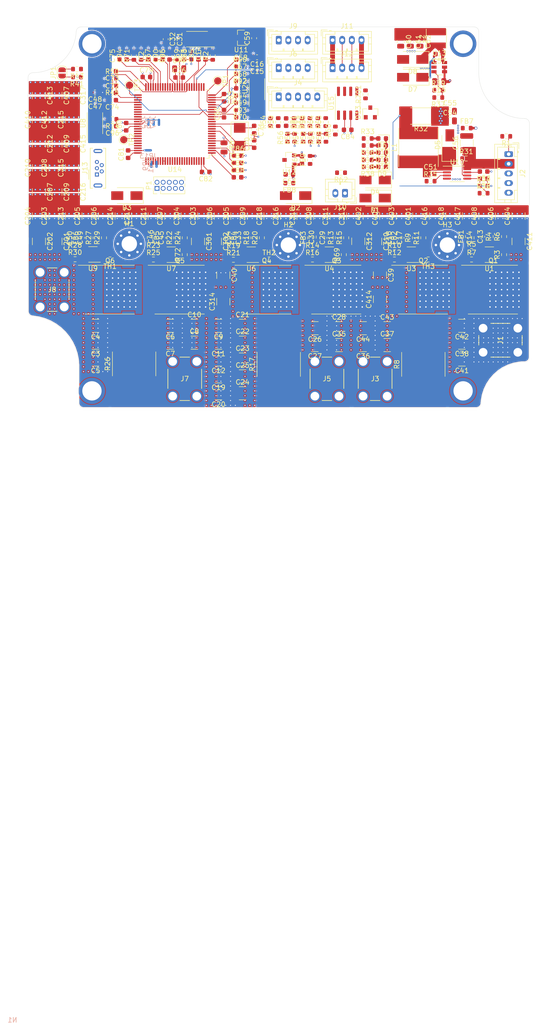
<source format=kicad_pcb>
(kicad_pcb (version 20171130) (host pcbnew "(5.1.9)-1")
  (title_block (title "UNIMOC Hardware 4850") (date 2021-03-31) (rev 2) (company "Thunderdrive GmbH") (comment 4 "Autor: Alexander Evers <tecnologic86@gmail.com>"))
  (layers (0 F.Cu signal) (1 VCC power) (2 GND power) (31 B.Cu mixed) (34 B.Paste user) (35 F.Paste user) (36 B.SilkS user) (37 F.SilkS user hide) (38 B.Mask user) (39 F.Mask user) (44 Edge.Cuts user))
  (net 0 "")
  (net 1 GNDA)
  (net 2 /mcu/AIN_VDC)
  (net 3 GNDPWR)
  (net 4 +BATT)
  (net 5 "Net-(C13-Pad1)")
  (net 6 +3.3VADC)
  (net 7 "Net-(C17-Pad1)")
  (net 8 "Net-(C29-Pad1)")
  (net 9 "Net-(C33-Pad1)")
  (net 10 "Net-(C45-Pad1)")
  (net 11 "Net-(C49-Pad1)")
  (net 12 "Net-(C51-Pad2)")
  (net 13 "Net-(C51-Pad1)")
  (net 14 "Net-(C52-Pad2)")
  (net 15 "Net-(C52-Pad1)")
  (net 16 "Net-(C53-Pad2)")
  (net 17 GNDD)
  (net 18 +12V)
  (net 19 /power_supply/DCDC_VIN)
  (net 20 "Net-(C57-Pad2)")
  (net 21 "Net-(C57-Pad1)")
  (net 22 "Net-(C58-Pad2)")
  (net 23 +5V)
  (net 24 +3V3)
  (net 25 /mcu/IA_AC_IN)
  (net 26 /mcu/IA_DC)
  (net 27 /mcu/IA_AC_BIAS)
  (net 28 /Interface/VREF)
  (net 29 "Net-(C70-Pad1)")
  (net 30 "Net-(C71-Pad1)")
  (net 31 /mcu/IB_AC_IN)
  (net 32 /mcu/IB_DC)
  (net 33 /mcu/IC_AC_IN)
  (net 34 /mcu/IC_DC)
  (net 35 /mcu/IC_AC_BIAS)
  (net 36 /mcu/IB_AC_BIAS)
  (net 37 /mcu/AIN_TEMP_MOT)
  (net 38 /Interface/PULSE_MOT)
  (net 39 /Interface/HALL_C)
  (net 40 /Interface/HALL_A)
  (net 41 /Interface/HALL_B)
  (net 42 /mcu/AIN_CRK_TORQ)
  (net 43 /Interface/PULSE_CRK)
  (net 44 "Net-(D1-Pad1)")
  (net 45 "Net-(D2-Pad1)")
  (net 46 "Net-(D3-Pad1)")
  (net 47 "Net-(D6-Pad2)")
  (net 48 "Net-(D9-Pad2)")
  (net 49 "Net-(D10-Pad2)")
  (net 50 "Net-(D11-Pad2)")
  (net 51 "Net-(D12-Pad2)")
  (net 52 /Interface/CAN-)
  (net 53 /Interface/CAN+)
  (net 54 /mcu/DISP_RX)
  (net 55 /mcu/DISP_TX)
  (net 56 /Interface/HALL_C_IN)
  (net 57 /Interface/HALL_B_IN)
  (net 58 /Interface/HALL_A_IN)
  (net 59 /Interface/PULSE_MOT_IN)
  (net 60 /Interface/TORQ_CRK_IN)
  (net 61 /Interface/PULSE_CRK_IN)
  (net 62 /Interface/ENABLE-)
  (net 63 /Interface/ENABLE+)
  (net 64 /Interface/CAN_GND)
  (net 65 "Net-(J11-Pad1)")
  (net 66 /mcu/USB_D+)
  (net 67 /mcu/USB_D-)
  (net 68 "Net-(J13-Pad1)")
  (net 69 /mcu/USB_VBUS)
  (net 70 "Net-(JP1-Pad1)")
  (net 71 /mcu/PWM_A+)
  (net 72 /mcu/PWM_A-)
  (net 73 /mcu/PWM_B+)
  (net 74 /mcu/PWM_B-)
  (net 75 /mcu/PWM_C+)
  (net 76 /mcu/PWM_C-)
  (net 77 /mcu/PWM_AN+)
  (net 78 /mcu/PWM_AN-)
  (net 79 /mcu/PWM_BN+)
  (net 80 /mcu/PWM_BN-)
  (net 81 /mcu/PWM_CN+)
  (net 82 /mcu/PWM_CN-)
  (net 83 /Interface/CAN_TX)
  (net 84 /Interface/CAN_RX)
  (net 85 /mcu/NRST)
  (net 86 /mcu/SWD_SWO)
  (net 87 /mcu/SWD_CLK)
  (net 88 /mcu/SWD_IO)
  (net 89 "Net-(Q1-Pad1)")
  (net 90 "Net-(Q2-Pad1)")
  (net 91 "Net-(Q3-Pad1)")
  (net 92 "Net-(Q4-Pad1)")
  (net 93 "Net-(Q5-Pad1)")
  (net 94 "Net-(Q6-Pad1)")
  (net 95 "Net-(R4-Pad1)")
  (net 96 "Net-(R5-Pad2)")
  (net 97 "Net-(R6-Pad1)")
  (net 98 "Net-(R7-Pad2)")
  (net 99 "Net-(R9-Pad1)")
  (net 100 "Net-(R10-Pad2)")
  (net 101 "Net-(R11-Pad1)")
  (net 102 "Net-(R12-Pad2)")
  (net 103 "Net-(R13-Pad1)")
  (net 104 "Net-(R14-Pad2)")
  (net 105 "Net-(R15-Pad1)")
  (net 106 "Net-(R16-Pad2)")
  (net 107 "Net-(R18-Pad1)")
  (net 108 "Net-(R19-Pad2)")
  (net 109 "Net-(R20-Pad1)")
  (net 110 "Net-(R21-Pad2)")
  (net 111 "Net-(R22-Pad1)")
  (net 112 "Net-(R23-Pad2)")
  (net 113 "Net-(R24-Pad1)")
  (net 114 "Net-(R25-Pad2)")
  (net 115 "Net-(R27-Pad1)")
  (net 116 "Net-(R28-Pad2)")
  (net 117 "Net-(R29-Pad1)")
  (net 118 "Net-(R30-Pad2)")
  (net 119 "Net-(R31-Pad1)")
  (net 120 "Net-(R35-Pad2)")
  (net 121 "Net-(R37-Pad1)")
  (net 122 "Net-(R46-Pad2)")
  (net 123 "Net-(R47-Pad2)")
  (net 124 "Net-(R48-Pad2)")
  (net 125 "Net-(R60-Pad2)")
  (net 126 /Interface/CAN_SLP)
  (net 127 /mcu/IA_AC)
  (net 128 /mcu/IC_AC)
  (net 129 /mcu/IB_AC)
  (net 130 /mcu/AIN_IA)
  (net 131 /mcu/AIN_IB)
  (net 132 /mcu/AIN_IC)
  (net 133 /mcu/AIN_TEMP_A)
  (net 134 /mcu/AIN_VA)
  (net 135 /mcu/AIN_TEMP_B)
  (net 136 /mcu/AIN_VB)
  (net 137 /mcu/AIN_TEMP_C)
  (net 138 /mcu/AIN_VC)
  (net 139 /phase_a/Phase-)
  (net 140 /phase_b/Phase-)
  (net 141 /phase_c/Phase-)
  (net 142 /phase_a/Phase+)
  (net 143 /phase_b/Phase+)
  (net 144 /phase_c/Phase+)
  (module footprints:RND-455-00370 (layer F.Cu) (at 77.75 50)
    (fp_text reference N1 (at -3.5 205.5) (layer B.SilkS) (effects (justify mirror)))
    (fp_text value Housing)
    (pad 1 thru_hole circle (at 13 75 90) (size 5.5 5.5) (drill 4) (layers *.Cu *.Mask) (net 3 GNDPWR))
    (pad 1 thru_hole circle (at 90 75 90) (size 5.5 5.5) (drill 4) (layers *.Cu *.Mask) (net 3 GNDPWR))
    (pad 1 thru_hole circle (at 90 3 90) (size 5.5 5.5) (drill 4) (layers *.Cu *.Mask) (net 3 GNDPWR))
    (pad 1 thru_hole circle (at 13 3 90) (size 5.5 5.5) (drill 4) (layers *.Cu *.Mask) (net 3 GNDPWR))
  )
  (module Capacitor_SMD:C_1210_3225Metric (layer F.Cu) (at 165.52585 88.75 90)
    (fp_text reference C418 (at 0 -2.3 90) (layer F.SilkS))
    (fp_text value 4u7)
    (pad 2 smd roundrect (at 1.475 0 90) (size 1.15 2.7) (layers F.Cu F.Paste F.Mask) (roundrect_rratio 0.217391) (net 3 GNDPWR))
    (pad 1 smd roundrect (at -1.475 0 90) (size 1.15 2.7) (layers F.Cu F.Paste F.Mask) (roundrect_rratio 0.217391) (net 4 +BATT))
  )
  (module Capacitor_SMD:C_1210_3225Metric (layer F.Cu) (at 168.956884 88.75 90)
    (fp_text reference C417 (at 0 -2.3 90) (layer F.SilkS))
    (fp_text value 4u7)
    (pad 2 smd roundrect (at 1.475 0 90) (size 1.15 2.7) (layers F.Cu F.Paste F.Mask) (roundrect_rratio 0.217391) (net 3 GNDPWR))
    (pad 1 smd roundrect (at -1.475 0 90) (size 1.15 2.7) (layers F.Cu F.Paste F.Mask) (roundrect_rratio 0.217391) (net 4 +BATT))
  )
  (module Capacitor_SMD:C_1210_3225Metric (layer F.Cu) (at 162.094816 88.75 90)
    (fp_text reference C416 (at 0 -2.3 90) (layer F.SilkS))
    (fp_text value 4u7)
    (pad 2 smd roundrect (at 1.475 0 90) (size 1.15 2.7) (layers F.Cu F.Paste F.Mask) (roundrect_rratio 0.217391) (net 3 GNDPWR))
    (pad 1 smd roundrect (at -1.475 0 90) (size 1.15 2.7) (layers F.Cu F.Paste F.Mask) (roundrect_rratio 0.217391) (net 4 +BATT))
  )
  (module Capacitor_SMD:C_1210_3225Metric (layer F.Cu) (at 86.612068 73.75 270)
    (fp_text reference C415 (at 0 -2.3 90) (layer F.SilkS))
    (fp_text value 4u7)
    (pad 2 smd roundrect (at 1.475 0 270) (size 1.15 2.7) (layers F.Cu F.Paste F.Mask) (roundrect_rratio 0.217391) (net 3 GNDPWR))
    (pad 1 smd roundrect (at -1.475 0 270) (size 1.15 2.7) (layers F.Cu F.Paste F.Mask) (roundrect_rratio 0.217391) (net 4 +BATT))
  )
  (module Capacitor_SMD:C_1210_3225Metric (layer F.Cu) (at 134.646544 88.75 90)
    (fp_text reference C318 (at 0 -2.3 90) (layer F.SilkS))
    (fp_text value 4u7)
    (pad 2 smd roundrect (at 1.475 0 90) (size 1.15 2.7) (layers F.Cu F.Paste F.Mask) (roundrect_rratio 0.217391) (net 3 GNDPWR))
    (pad 1 smd roundrect (at -1.475 0 90) (size 1.15 2.7) (layers F.Cu F.Paste F.Mask) (roundrect_rratio 0.217391) (net 4 +BATT))
  )
  (module Capacitor_SMD:C_1210_3225Metric (layer F.Cu) (at 86.612068 63.75 270)
    (fp_text reference C317 (at 0 -2.3 90) (layer F.SilkS))
    (fp_text value 4u7)
    (pad 2 smd roundrect (at 1.475 0 270) (size 1.15 2.7) (layers F.Cu F.Paste F.Mask) (roundrect_rratio 0.217391) (net 3 GNDPWR))
    (pad 1 smd roundrect (at -1.475 0 270) (size 1.15 2.7) (layers F.Cu F.Paste F.Mask) (roundrect_rratio 0.217391) (net 4 +BATT))
  )
  (module Capacitor_SMD:C_1210_3225Metric (layer F.Cu) (at 131.21551 88.75 90)
    (fp_text reference C316 (at 0 -2.3 90) (layer F.SilkS))
    (fp_text value 4u7)
    (pad 2 smd roundrect (at 1.475 0 90) (size 1.15 2.7) (layers F.Cu F.Paste F.Mask) (roundrect_rratio 0.217391) (net 3 GNDPWR))
    (pad 1 smd roundrect (at -1.475 0 90) (size 1.15 2.7) (layers F.Cu F.Paste F.Mask) (roundrect_rratio 0.217391) (net 4 +BATT))
  )
  (module Capacitor_SMD:C_1210_3225Metric (layer F.Cu) (at 86.612068 78.75 90)
    (fp_text reference C315 (at 0 -2.3 90) (layer F.SilkS))
    (fp_text value 4u7)
    (pad 2 smd roundrect (at 1.475 0 90) (size 1.15 2.7) (layers F.Cu F.Paste F.Mask) (roundrect_rratio 0.217391) (net 3 GNDPWR))
    (pad 1 smd roundrect (at -1.475 0 90) (size 1.15 2.7) (layers F.Cu F.Paste F.Mask) (roundrect_rratio 0.217391) (net 4 +BATT))
  )
  (module Capacitor_SMD:C_1210_3225Metric (layer F.Cu) (at 127.784476 88.75 90)
    (fp_text reference C218 (at 0 -2.3 90) (layer F.SilkS))
    (fp_text value 4u7)
    (pad 2 smd roundrect (at 1.475 0 90) (size 1.15 2.7) (layers F.Cu F.Paste F.Mask) (roundrect_rratio 0.217391) (net 3 GNDPWR))
    (pad 1 smd roundrect (at -1.475 0 90) (size 1.15 2.7) (layers F.Cu F.Paste F.Mask) (roundrect_rratio 0.217391) (net 4 +BATT))
  )
  (module Capacitor_SMD:C_1210_3225Metric (layer F.Cu) (at 100.336204 88.75 90)
    (fp_text reference C217 (at 0 -2.3 90) (layer F.SilkS))
    (fp_text value 4u7)
    (pad 2 smd roundrect (at 1.475 0 90) (size 1.15 2.7) (layers F.Cu F.Paste F.Mask) (roundrect_rratio 0.217391) (net 3 GNDPWR))
    (pad 1 smd roundrect (at -1.475 0 90) (size 1.15 2.7) (layers F.Cu F.Paste F.Mask) (roundrect_rratio 0.217391) (net 4 +BATT))
  )
  (module Capacitor_SMD:C_1210_3225Metric (layer F.Cu) (at 86.612068 83.75 270)
    (fp_text reference C216 (at 0 -2.3 90) (layer F.SilkS))
    (fp_text value 4u7)
    (pad 2 smd roundrect (at 1.475 0 270) (size 1.15 2.7) (layers F.Cu F.Paste F.Mask) (roundrect_rratio 0.217391) (net 3 GNDPWR))
    (pad 1 smd roundrect (at -1.475 0 270) (size 1.15 2.7) (layers F.Cu F.Paste F.Mask) (roundrect_rratio 0.217391) (net 4 +BATT))
  )
  (module Capacitor_SMD:C_1210_3225Metric (layer F.Cu) (at 86.612068 68.75 90)
    (fp_text reference C215 (at 0 -2.3 90) (layer F.SilkS))
    (fp_text value 4u7)
    (pad 2 smd roundrect (at 1.475 0 90) (size 1.15 2.7) (layers F.Cu F.Paste F.Mask) (roundrect_rratio 0.217391) (net 3 GNDPWR))
    (pad 1 smd roundrect (at -1.475 0 90) (size 1.15 2.7) (layers F.Cu F.Paste F.Mask) (roundrect_rratio 0.217391) (net 4 +BATT))
  )
  (module Capacitor_SMD:C_1210_3225Metric (layer F.Cu) (at 150.5 106 90)
    (fp_text reference C414 (at 0 -2.3 90) (layer F.SilkS))
    (fp_text value 4u7)
    (pad 2 smd roundrect (at 1.475 0 90) (size 1.15 2.7) (layers F.Cu F.Paste F.Mask) (roundrect_rratio 0.217391) (net 3 GNDPWR))
    (pad 1 smd roundrect (at -1.475 0 90) (size 1.15 2.7) (layers F.Cu F.Paste F.Mask) (roundrect_rratio 0.217391) (net 4 +BATT))
  )
  (module Capacitor_SMD:C_1210_3225Metric (layer F.Cu) (at 118 106.5 90)
    (fp_text reference C314 (at 0 -2.3 90) (layer F.SilkS))
    (fp_text value 4u7)
    (pad 2 smd roundrect (at 1.475 0 90) (size 1.15 2.7) (layers F.Cu F.Paste F.Mask) (roundrect_rratio 0.217391) (net 3 GNDPWR))
    (pad 1 smd roundrect (at -1.475 0 90) (size 1.15 2.7) (layers F.Cu F.Paste F.Mask) (roundrect_rratio 0.217391) (net 4 +BATT))
  )
  (module Capacitor_SMD:C_1210_3225Metric (layer F.Cu) (at 96.90517 88.75 90)
    (fp_text reference C214 (at 0 -2.3 90) (layer F.SilkS))
    (fp_text value 4u7)
    (pad 2 smd roundrect (at 1.475 0 90) (size 1.15 2.7) (layers F.Cu F.Paste F.Mask) (roundrect_rratio 0.217391) (net 3 GNDPWR))
    (pad 1 smd roundrect (at -1.475 0 90) (size 1.15 2.7) (layers F.Cu F.Paste F.Mask) (roundrect_rratio 0.217391) (net 4 +BATT))
  )
  (module Resistor_SMD:R_0603_1608Metric (layer F.Cu) (at 147.5 63.5 90)
    (fp_text reference R701 (at 0 -1.43 90) (layer F.SilkS))
    (fp_text value 1R)
    (pad 2 smd roundrect (at 0.825 0 90) (size 0.8 0.95) (layers F.Cu F.Paste F.Mask) (net 64 /Interface/CAN_GND))
    (pad 1 smd roundrect (at -0.825 0 90) (size 0.8 0.95) (layers F.Cu F.Paste F.Mask) (net 17 GNDD))
  )
  (module Capacitor_SMD:C_1210_3225Metric (layer F.Cu) (at 79.75 63.75 270)
    (fp_text reference C413 (at 0 -2.3 90) (layer F.SilkS))
    (fp_text value 4u7)
    (pad 2 smd roundrect (at 1.475 0 270) (size 1.15 2.7) (layers F.Cu F.Paste F.Mask) (roundrect_rratio 0.217391) (net 3 GNDPWR))
    (pad 1 smd roundrect (at -1.475 0 270) (size 1.15 2.7) (layers F.Cu F.Paste F.Mask) (roundrect_rratio 0.217391) (net 4 +BATT))
  )
  (module Capacitor_SMD:C_1210_3225Metric (layer F.Cu) (at 83.181034 68.75 90)
    (fp_text reference C412 (at 0 -2.3 90) (layer F.SilkS))
    (fp_text value 4u7)
    (pad 2 smd roundrect (at 1.475 0 90) (size 1.15 2.7) (layers F.Cu F.Paste F.Mask) (roundrect_rratio 0.217391) (net 3 GNDPWR))
    (pad 1 smd roundrect (at -1.475 0 90) (size 1.15 2.7) (layers F.Cu F.Paste F.Mask) (roundrect_rratio 0.217391) (net 4 +BATT))
  )
  (module Capacitor_SMD:C_1210_3225Metric (layer F.Cu) (at 179.25 94 270)
    (fp_text reference C411 (at 0 -2.3 90) (layer F.SilkS))
    (fp_text value 4u7)
    (pad 2 smd roundrect (at 1.475 0 270) (size 1.15 2.7) (layers F.Cu F.Paste F.Mask) (roundrect_rratio 0.217391) (net 3 GNDPWR))
    (pad 1 smd roundrect (at -1.475 0 270) (size 1.15 2.7) (layers F.Cu F.Paste F.Mask) (roundrect_rratio 0.217391) (net 4 +BATT))
  )
  (module Capacitor_SMD:C_1210_3225Metric (layer F.Cu) (at 79.75 68.75 90)
    (fp_text reference C410 (at 0 -2.3 90) (layer F.SilkS))
    (fp_text value 4u7)
    (pad 2 smd roundrect (at 1.475 0 90) (size 1.15 2.7) (layers F.Cu F.Paste F.Mask) (roundrect_rratio 0.217391) (net 3 GNDPWR))
    (pad 1 smd roundrect (at -1.475 0 90) (size 1.15 2.7) (layers F.Cu F.Paste F.Mask) (roundrect_rratio 0.217391) (net 4 +BATT))
  )
  (module Capacitor_SMD:C_1210_3225Metric (layer F.Cu) (at 83.181034 73.75 270)
    (fp_text reference C409 (at 0 -2.3 90) (layer F.SilkS))
    (fp_text value 4u7)
    (pad 2 smd roundrect (at 1.475 0 270) (size 1.15 2.7) (layers F.Cu F.Paste F.Mask) (roundrect_rratio 0.217391) (net 3 GNDPWR))
    (pad 1 smd roundrect (at -1.475 0 270) (size 1.15 2.7) (layers F.Cu F.Paste F.Mask) (roundrect_rratio 0.217391) (net 4 +BATT))
  )
  (module Capacitor_SMD:C_1210_3225Metric (layer F.Cu) (at 172.387918 88.75 90)
    (fp_text reference C408 (at 0 -2.3 90) (layer F.SilkS))
    (fp_text value 4u7)
    (pad 2 smd roundrect (at 1.475 0 90) (size 1.15 2.7) (layers F.Cu F.Paste F.Mask) (roundrect_rratio 0.217391) (net 3 GNDPWR))
    (pad 1 smd roundrect (at -1.475 0 90) (size 1.15 2.7) (layers F.Cu F.Paste F.Mask) (roundrect_rratio 0.217391) (net 4 +BATT))
  )
  (module Capacitor_SMD:C_1210_3225Metric (layer F.Cu) (at 83.181034 63.75 270)
    (fp_text reference C407 (at 0 -2.3 90) (layer F.SilkS))
    (fp_text value 4u7)
    (pad 2 smd roundrect (at 1.475 0 270) (size 1.15 2.7) (layers F.Cu F.Paste F.Mask) (roundrect_rratio 0.217391) (net 3 GNDPWR))
    (pad 1 smd roundrect (at -1.475 0 270) (size 1.15 2.7) (layers F.Cu F.Paste F.Mask) (roundrect_rratio 0.217391) (net 4 +BATT))
  )
  (module Capacitor_SMD:C_1210_3225Metric (layer F.Cu) (at 175.818952 88.75 90)
    (fp_text reference C406 (at 0 -2.3 90) (layer F.SilkS))
    (fp_text value 4u7)
    (pad 2 smd roundrect (at 1.475 0 90) (size 1.15 2.7) (layers F.Cu F.Paste F.Mask) (roundrect_rratio 0.217391) (net 3 GNDPWR))
    (pad 1 smd roundrect (at -1.475 0 90) (size 1.15 2.7) (layers F.Cu F.Paste F.Mask) (roundrect_rratio 0.217391) (net 4 +BATT))
  )
  (module Capacitor_SMD:C_1210_3225Metric (layer F.Cu) (at 151.801714 88.75 90)
    (fp_text reference C405 (at 0 -2.3 90) (layer F.SilkS))
    (fp_text value 4u7)
    (pad 2 smd roundrect (at 1.475 0 90) (size 1.15 2.7) (layers F.Cu F.Paste F.Mask) (roundrect_rratio 0.217391) (net 3 GNDPWR))
    (pad 1 smd roundrect (at -1.475 0 90) (size 1.15 2.7) (layers F.Cu F.Paste F.Mask) (roundrect_rratio 0.217391) (net 4 +BATT))
  )
  (module Capacitor_SMD:C_1210_3225Metric (layer F.Cu) (at 179.25 88.75 90)
    (fp_text reference C404 (at 0 -2.3 90) (layer F.SilkS))
    (fp_text value 4u7)
    (pad 2 smd roundrect (at 1.475 0 90) (size 1.15 2.7) (layers F.Cu F.Paste F.Mask) (roundrect_rratio 0.217391) (net 3 GNDPWR))
    (pad 1 smd roundrect (at -1.475 0 90) (size 1.15 2.7) (layers F.Cu F.Paste F.Mask) (roundrect_rratio 0.217391) (net 4 +BATT))
  )
  (module Capacitor_SMD:C_1210_3225Metric (layer F.Cu) (at 155.232748 88.75 90)
    (fp_text reference C403 (at 0 -2.3 90) (layer F.SilkS))
    (fp_text value 4u7)
    (pad 2 smd roundrect (at 1.475 0 90) (size 1.15 2.7) (layers F.Cu F.Paste F.Mask) (roundrect_rratio 0.217391) (net 3 GNDPWR))
    (pad 1 smd roundrect (at -1.475 0 90) (size 1.15 2.7) (layers F.Cu F.Paste F.Mask) (roundrect_rratio 0.217391) (net 4 +BATT))
  )
  (module Capacitor_SMD:C_1210_3225Metric (layer F.Cu) (at 148.37068 88.75 90)
    (fp_text reference C402 (at 0 -2.3 90) (layer F.SilkS))
    (fp_text value 4u7)
    (pad 2 smd roundrect (at 1.475 0 90) (size 1.15 2.7) (layers F.Cu F.Paste F.Mask) (roundrect_rratio 0.217391) (net 3 GNDPWR))
    (pad 1 smd roundrect (at -1.475 0 90) (size 1.15 2.7) (layers F.Cu F.Paste F.Mask) (roundrect_rratio 0.217391) (net 4 +BATT))
  )
  (module Capacitor_SMD:C_1210_3225Metric (layer F.Cu) (at 158.663782 88.75 90)
    (fp_text reference C401 (at 0 -2.3 90) (layer F.SilkS))
    (fp_text value 4u7)
    (pad 2 smd roundrect (at 1.475 0 90) (size 1.15 2.7) (layers F.Cu F.Paste F.Mask) (roundrect_rratio 0.217391) (net 3 GNDPWR))
    (pad 1 smd roundrect (at -1.475 0 90) (size 1.15 2.7) (layers F.Cu F.Paste F.Mask) (roundrect_rratio 0.217391) (net 4 +BATT))
  )
  (module Capacitor_SMD:C_1210_3225Metric (layer F.Cu) (at 144.939646 88.75 90)
    (fp_text reference C313 (at 0 -2.3 90) (layer F.SilkS))
    (fp_text value 4u7)
    (pad 2 smd roundrect (at 1.475 0 90) (size 1.15 2.7) (layers F.Cu F.Paste F.Mask) (roundrect_rratio 0.217391) (net 3 GNDPWR))
    (pad 1 smd roundrect (at -1.475 0 90) (size 1.15 2.7) (layers F.Cu F.Paste F.Mask) (roundrect_rratio 0.217391) (net 4 +BATT))
  )
  (module Capacitor_SMD:C_1210_3225Metric (layer F.Cu) (at 146 93.975 270)
    (fp_text reference C312 (at 0 -2.3 90) (layer F.SilkS))
    (fp_text value 4u7)
    (pad 2 smd roundrect (at 1.475 0 270) (size 1.15 2.7) (layers F.Cu F.Paste F.Mask) (roundrect_rratio 0.217391) (net 3 GNDPWR))
    (pad 1 smd roundrect (at -1.475 0 270) (size 1.15 2.7) (layers F.Cu F.Paste F.Mask) (roundrect_rratio 0.217391) (net 4 +BATT))
  )
  (module Capacitor_SMD:C_1210_3225Metric (layer F.Cu) (at 141.508612 88.75 90)
    (fp_text reference C311 (at 0 -2.3 90) (layer F.SilkS))
    (fp_text value 4u7)
    (pad 2 smd roundrect (at 1.475 0 90) (size 1.15 2.7) (layers F.Cu F.Paste F.Mask) (roundrect_rratio 0.217391) (net 3 GNDPWR))
    (pad 1 smd roundrect (at -1.475 0 90) (size 1.15 2.7) (layers F.Cu F.Paste F.Mask) (roundrect_rratio 0.217391) (net 4 +BATT))
  )
  (module Capacitor_SMD:C_1210_3225Metric (layer F.Cu) (at 149.5 94 270)
    (fp_text reference C310 (at 0 -2.3 90) (layer F.SilkS))
    (fp_text value 4u7)
    (pad 2 smd roundrect (at 1.475 0 270) (size 1.15 2.7) (layers F.Cu F.Paste F.Mask) (roundrect_rratio 0.217391) (net 3 GNDPWR))
    (pad 1 smd roundrect (at -1.475 0 270) (size 1.15 2.7) (layers F.Cu F.Paste F.Mask) (roundrect_rratio 0.217391) (net 4 +BATT))
  )
  (module Capacitor_SMD:C_1210_3225Metric (layer F.Cu) (at 124.353442 88.75 90)
    (fp_text reference C309 (at 0 -2.3 90) (layer F.SilkS))
    (fp_text value 4u7)
    (pad 2 smd roundrect (at 1.475 0 90) (size 1.15 2.7) (layers F.Cu F.Paste F.Mask) (roundrect_rratio 0.217391) (net 3 GNDPWR))
    (pad 1 smd roundrect (at -1.475 0 90) (size 1.15 2.7) (layers F.Cu F.Paste F.Mask) (roundrect_rratio 0.217391) (net 4 +BATT))
  )
  (module Capacitor_SMD:C_1210_3225Metric (layer F.Cu) (at 138.077578 88.75 90)
    (fp_text reference C308 (at 0 -2.3 90) (layer F.SilkS))
    (fp_text value 4u7)
    (pad 2 smd roundrect (at 1.475 0 90) (size 1.15 2.7) (layers F.Cu F.Paste F.Mask) (roundrect_rratio 0.217391) (net 3 GNDPWR))
    (pad 1 smd roundrect (at -1.475 0 90) (size 1.15 2.7) (layers F.Cu F.Paste F.Mask) (roundrect_rratio 0.217391) (net 4 +BATT))
  )
  (module Capacitor_SMD:C_1210_3225Metric (layer F.Cu) (at 107.198272 88.75 90)
    (fp_text reference C307 (at 0 -2.3 90) (layer F.SilkS))
    (fp_text value 4u7)
    (pad 2 smd roundrect (at 1.475 0 90) (size 1.15 2.7) (layers F.Cu F.Paste F.Mask) (roundrect_rratio 0.217391) (net 3 GNDPWR))
    (pad 1 smd roundrect (at -1.475 0 90) (size 1.15 2.7) (layers F.Cu F.Paste F.Mask) (roundrect_rratio 0.217391) (net 4 +BATT))
  )
  (module Capacitor_SMD:C_1210_3225Metric (layer F.Cu) (at 117.491374 88.75 90)
    (fp_text reference C306 (at 0 -2.3 90) (layer F.SilkS))
    (fp_text value 4u7)
    (pad 2 smd roundrect (at 1.475 0 90) (size 1.15 2.7) (layers F.Cu F.Paste F.Mask) (roundrect_rratio 0.217391) (net 3 GNDPWR))
    (pad 1 smd roundrect (at -1.475 0 90) (size 1.15 2.7) (layers F.Cu F.Paste F.Mask) (roundrect_rratio 0.217391) (net 4 +BATT))
  )
  (module Capacitor_SMD:C_1210_3225Metric (layer F.Cu) (at 120.922408 88.75 90)
    (fp_text reference C305 (at 0 -2.3 90) (layer F.SilkS))
    (fp_text value 4u7)
    (pad 2 smd roundrect (at 1.475 0 90) (size 1.15 2.7) (layers F.Cu F.Paste F.Mask) (roundrect_rratio 0.217391) (net 3 GNDPWR))
    (pad 1 smd roundrect (at -1.475 0 90) (size 1.15 2.7) (layers F.Cu F.Paste F.Mask) (roundrect_rratio 0.217391) (net 4 +BATT))
  )
  (module Capacitor_SMD:C_1210_3225Metric (layer F.Cu) (at 110.629306 88.75 90)
    (fp_text reference C304 (at 0 -2.3 90) (layer F.SilkS))
    (fp_text value 4u7)
    (pad 2 smd roundrect (at 1.475 0 90) (size 1.15 2.7) (layers F.Cu F.Paste F.Mask) (roundrect_rratio 0.217391) (net 3 GNDPWR))
    (pad 1 smd roundrect (at -1.475 0 90) (size 1.15 2.7) (layers F.Cu F.Paste F.Mask) (roundrect_rratio 0.217391) (net 4 +BATT))
  )
  (module Capacitor_SMD:C_1210_3225Metric (layer F.Cu) (at 114.06034 88.75 90)
    (fp_text reference C303 (at 0 -2.3 90) (layer F.SilkS))
    (fp_text value 4u7)
    (pad 2 smd roundrect (at 1.475 0 90) (size 1.15 2.7) (layers F.Cu F.Paste F.Mask) (roundrect_rratio 0.217391) (net 3 GNDPWR))
    (pad 1 smd roundrect (at -1.475 0 90) (size 1.15 2.7) (layers F.Cu F.Paste F.Mask) (roundrect_rratio 0.217391) (net 4 +BATT))
  )
  (module Capacitor_SMD:C_1210_3225Metric (layer F.Cu) (at 116.25 94 270)
    (fp_text reference C302 (at 0 -2.3 90) (layer F.SilkS))
    (fp_text value 4u7)
    (pad 2 smd roundrect (at 1.475 0 270) (size 1.15 2.7) (layers F.Cu F.Paste F.Mask) (roundrect_rratio 0.217391) (net 3 GNDPWR))
    (pad 1 smd roundrect (at -1.475 0 270) (size 1.15 2.7) (layers F.Cu F.Paste F.Mask) (roundrect_rratio 0.217391) (net 4 +BATT))
  )
  (module Capacitor_SMD:C_1210_3225Metric (layer F.Cu) (at 112.75 94 270)
    (fp_text reference C301 (at 0 -2.3 90) (layer F.SilkS))
    (fp_text value 4u7)
    (pad 2 smd roundrect (at 1.475 0 270) (size 1.15 2.7) (layers F.Cu F.Paste F.Mask) (roundrect_rratio 0.217391) (net 3 GNDPWR))
    (pad 1 smd roundrect (at -1.475 0 270) (size 1.15 2.7) (layers F.Cu F.Paste F.Mask) (roundrect_rratio 0.217391) (net 4 +BATT))
  )
  (module Capacitor_SMD:C_1210_3225Metric (layer F.Cu) (at 86.612068 88.75 90)
    (fp_text reference C213 (at 0 -2.3 90) (layer F.SilkS))
    (fp_text value 4u7)
    (pad 2 smd roundrect (at 1.475 0 90) (size 1.15 2.7) (layers F.Cu F.Paste F.Mask) (roundrect_rratio 0.217391) (net 3 GNDPWR))
    (pad 1 smd roundrect (at -1.475 0 90) (size 1.15 2.7) (layers F.Cu F.Paste F.Mask) (roundrect_rratio 0.217391) (net 4 +BATT))
  )
  (module Capacitor_SMD:C_1210_3225Metric (layer F.Cu) (at 79.75 73.75 270)
    (fp_text reference C212 (at 0 -2.3 90) (layer F.SilkS))
    (fp_text value 4u7)
    (pad 2 smd roundrect (at 1.475 0 270) (size 1.15 2.7) (layers F.Cu F.Paste F.Mask) (roundrect_rratio 0.217391) (net 3 GNDPWR))
    (pad 1 smd roundrect (at -1.475 0 270) (size 1.15 2.7) (layers F.Cu F.Paste F.Mask) (roundrect_rratio 0.217391) (net 4 +BATT))
  )
  (module Capacitor_SMD:C_1210_3225Metric (layer F.Cu) (at 103.767238 88.75 90)
    (fp_text reference C211 (at 0 -2.3 90) (layer F.SilkS))
    (fp_text value 4u7)
    (pad 2 smd roundrect (at 1.475 0 90) (size 1.15 2.7) (layers F.Cu F.Paste F.Mask) (roundrect_rratio 0.217391) (net 3 GNDPWR))
    (pad 1 smd roundrect (at -1.475 0 90) (size 1.15 2.7) (layers F.Cu F.Paste F.Mask) (roundrect_rratio 0.217391) (net 4 +BATT))
  )
  (module Capacitor_SMD:C_1210_3225Metric (layer F.Cu) (at 79.75 78.75 90)
    (fp_text reference C210 (at 0 -2.3 90) (layer F.SilkS))
    (fp_text value 4u7)
    (pad 2 smd roundrect (at 1.475 0 90) (size 1.15 2.7) (layers F.Cu F.Paste F.Mask) (roundrect_rratio 0.217391) (net 3 GNDPWR))
    (pad 1 smd roundrect (at -1.475 0 90) (size 1.15 2.7) (layers F.Cu F.Paste F.Mask) (roundrect_rratio 0.217391) (net 4 +BATT))
  )
  (module Capacitor_SMD:C_1210_3225Metric (layer F.Cu) (at 83.181034 83.75 270)
    (fp_text reference C209 (at 0 -2.3 90) (layer F.SilkS))
    (fp_text value 4u7)
    (pad 2 smd roundrect (at 1.475 0 270) (size 1.15 2.7) (layers F.Cu F.Paste F.Mask) (roundrect_rratio 0.217391) (net 3 GNDPWR))
    (pad 1 smd roundrect (at -1.475 0 270) (size 1.15 2.7) (layers F.Cu F.Paste F.Mask) (roundrect_rratio 0.217391) (net 4 +BATT))
  )
  (module Capacitor_SMD:C_1210_3225Metric (layer F.Cu) (at 83.181034 78.75 90)
    (fp_text reference C208 (at 0 -2.3 90) (layer F.SilkS))
    (fp_text value 4u7)
    (pad 2 smd roundrect (at 1.475 0 90) (size 1.15 2.7) (layers F.Cu F.Paste F.Mask) (roundrect_rratio 0.217391) (net 3 GNDPWR))
    (pad 1 smd roundrect (at -1.475 0 90) (size 1.15 2.7) (layers F.Cu F.Paste F.Mask) (roundrect_rratio 0.217391) (net 4 +BATT))
  )
  (module Capacitor_SMD:C_1210_3225Metric (layer F.Cu) (at 79.75 83.75 270)
    (fp_text reference C207 (at 0 -2.3 90) (layer F.SilkS))
    (fp_text value 4u7)
    (pad 2 smd roundrect (at 1.475 0 270) (size 1.15 2.7) (layers F.Cu F.Paste F.Mask) (roundrect_rratio 0.217391) (net 3 GNDPWR))
    (pad 1 smd roundrect (at -1.475 0 270) (size 1.15 2.7) (layers F.Cu F.Paste F.Mask) (roundrect_rratio 0.217391) (net 4 +BATT))
  )
  (module Capacitor_SMD:C_1210_3225Metric (layer F.Cu) (at 93.474136 88.75 90)
    (fp_text reference C206 (at 0 -2.3 90) (layer F.SilkS))
    (fp_text value 4u7)
    (pad 2 smd roundrect (at 1.475 0 90) (size 1.15 2.7) (layers F.Cu F.Paste F.Mask) (roundrect_rratio 0.217391) (net 3 GNDPWR))
    (pad 1 smd roundrect (at -1.475 0 90) (size 1.15 2.7) (layers F.Cu F.Paste F.Mask) (roundrect_rratio 0.217391) (net 4 +BATT))
  )
  (module Capacitor_SMD:C_1210_3225Metric (layer F.Cu) (at 90.043102 88.75 90)
    (fp_text reference C205 (at 0 -2.3 90) (layer F.SilkS))
    (fp_text value 4u7)
    (pad 2 smd roundrect (at 1.475 0 90) (size 1.15 2.7) (layers F.Cu F.Paste F.Mask) (roundrect_rratio 0.217391) (net 3 GNDPWR))
    (pad 1 smd roundrect (at -1.475 0 90) (size 1.15 2.7) (layers F.Cu F.Paste F.Mask) (roundrect_rratio 0.217391) (net 4 +BATT))
  )
  (module Capacitor_SMD:C_1210_3225Metric (layer F.Cu) (at 79.75 88.75 90)
    (fp_text reference C204 (at 0 -2.3 90) (layer F.SilkS))
    (fp_text value 4u7)
    (pad 2 smd roundrect (at 1.475 0 90) (size 1.15 2.7) (layers F.Cu F.Paste F.Mask) (roundrect_rratio 0.217391) (net 3 GNDPWR))
    (pad 1 smd roundrect (at -1.475 0 90) (size 1.15 2.7) (layers F.Cu F.Paste F.Mask) (roundrect_rratio 0.217391) (net 4 +BATT))
  )
  (module Capacitor_SMD:C_1210_3225Metric (layer F.Cu) (at 83.181034 88.75 90)
    (fp_text reference C203 (at 0 -2.3 90) (layer F.SilkS))
    (fp_text value 4u7)
    (pad 2 smd roundrect (at 1.475 0 90) (size 1.15 2.7) (layers F.Cu F.Paste F.Mask) (roundrect_rratio 0.217391) (net 3 GNDPWR))
    (pad 1 smd roundrect (at -1.475 0 90) (size 1.15 2.7) (layers F.Cu F.Paste F.Mask) (roundrect_rratio 0.217391) (net 4 +BATT))
  )
  (module Capacitor_SMD:C_1210_3225Metric (layer F.Cu) (at 79.75 94 270)
    (fp_text reference C202 (at 0 -2.3 90) (layer F.SilkS))
    (fp_text value 4u7)
    (pad 2 smd roundrect (at 1.475 0 270) (size 1.15 2.7) (layers F.Cu F.Paste F.Mask) (roundrect_rratio 0.217391) (net 3 GNDPWR))
    (pad 1 smd roundrect (at -1.475 0 270) (size 1.15 2.7) (layers F.Cu F.Paste F.Mask) (roundrect_rratio 0.217391) (net 4 +BATT))
  )
  (module Capacitor_SMD:C_1210_3225Metric (layer F.Cu) (at 83.181034 94 270)
    (fp_text reference C201 (at 0 -2.3 90) (layer F.SilkS))
    (fp_text value 4u7)
    (pad 2 smd roundrect (at 1.475 0 270) (size 1.15 2.7) (layers F.Cu F.Paste F.Mask) (roundrect_rratio 0.217391) (net 3 GNDPWR))
    (pad 1 smd roundrect (at -1.475 0 270) (size 1.15 2.7) (layers F.Cu F.Paste F.Mask) (roundrect_rratio 0.217391) (net 4 +BATT))
  )
  (module Capacitor_SMD:C_1210_3225Metric (layer F.Cu) (at 152 115.5)
    (fp_text reference C37 (at 0 -2.3) (layer F.SilkS))
    (fp_text value 4u7)
    (pad 2 smd roundrect (at 1.475 0) (size 1.15 2.7) (layers F.Cu F.Paste F.Mask) (roundrect_rratio 0.217391) (net 3 GNDPWR))
    (pad 1 smd roundrect (at -1.475 0) (size 1.15 2.7) (layers F.Cu F.Paste F.Mask) (roundrect_rratio 0.217391) (net 4 +BATT))
  )
  (module Capacitor_SMD:C_1210_3225Metric (layer F.Cu) (at 137 115.5 180)
    (fp_text reference C27 (at 0 -2.3) (layer F.SilkS))
    (fp_text value 4u7)
    (pad 2 smd roundrect (at 1.475 0 180) (size 1.15 2.7) (layers F.Cu F.Paste F.Mask) (roundrect_rratio 0.217391) (net 3 GNDPWR))
    (pad 1 smd roundrect (at -1.475 0 180) (size 1.15 2.7) (layers F.Cu F.Paste F.Mask) (roundrect_rratio 0.217391) (net 4 +BATT))
  )
  (module Package_TO_SOT_SMD:Infineon_PG-HSOF-8-1_ThermalVias (layer F.Cu) (at 94.5 104)
    (fp_text reference Q6 (at 0 -6) (layer F.SilkS))
    (fp_text value IPT015N10N5)
    (pad 3 smd custom (at 3.8 0) (size 2.9 8.7) (layers B.Cu) (net 141 /phase_c/Phase-) (options (clearance outline) (anchor rect)) (primitives (gr_poly (pts (xy 1.45 -5.05) (xy 2.85 -5.05) (xy 2.85 5.05) (xy 1.45 5.05)) (width 0)) (gr_poly (pts (xy -1.45 -4.85) (xy -5.15 -4.85) (xy -5.15 4.85) (xy -1.45 4.85)) (width 0))))
    (pad 3 smd custom (at 3.8 0) (size 2.9 8.7) (layers F.Cu F.Mask) (net 141 /phase_c/Phase-) (options (clearance outline) (anchor rect)) (primitives (gr_poly (pts (xy 1.45 -5.05) (xy 2.85 -5.05) (xy 2.85 5.05) (xy 1.45 5.05)) (width 0)) (gr_poly (pts (xy -1.45 -4.85) (xy -5.15 -4.85) (xy -5.15 4.85) (xy -1.45 4.85)) (width 0))))
    (pad 1 smd rect (at -5.25 -4.2) (size 2.8 0.8) (layers F.Cu F.Mask) (net 94 "Net-(Q6-Pad1)"))
    (pad 2 smd custom (at -4.25 0.6) (size 0.8 8) (layers F.Cu F.Mask) (net 3 GNDPWR) (options (clearance outline) (anchor rect)) (primitives (gr_poly (pts (xy -0.4 -4) (xy -2.4 -4) (xy -2.4 -3.2) (xy -0.4 -3.2)) (width 0)) (gr_poly (pts (xy -0.4 -2.8) (xy -2.4 -2.8) (xy -2.4 -2) (xy -0.4 -2)) (width 0)) (gr_poly (pts (xy -0.4 -1.6) (xy -2.4 -1.6) (xy -2.4 -0.8) (xy -0.4 -0.8)) (width 0)) (gr_poly (pts (xy -0.4 -0.4) (xy -2.4 -0.4) (xy -2.4 0.4) (xy -0.4 0.4)) (width 0)) (gr_poly (pts (xy -0.4 0.8) (xy -2.4 0.8) (xy -2.4 1.6) (xy -0.4 1.6)) (width 0)) (gr_poly (pts (xy -0.4 2) (xy -2.4 2) (xy -2.4 2.8) (xy -0.4 2.8)) (width 0)) (gr_poly (pts (xy -0.4 3.2) (xy -2.4 3.2) (xy -2.4 4) (xy -0.4 4)) (width 0))))
    (pad 3 thru_hole circle (at 4.13 -3.6) (size 0.6 0.6) (drill 0.3) (layers *.Cu) (net 141 /phase_c/Phase-))
    (pad 3 thru_hole circle (at 5.33 -3.6) (size 0.6 0.6) (drill 0.3) (layers *.Cu) (net 141 /phase_c/Phase-))
    (pad 3 thru_hole circle (at 2.93 -3.6) (size 0.6 0.6) (drill 0.3) (layers *.Cu) (net 141 /phase_c/Phase-))
    (pad 3 thru_hole circle (at 0.53 -3.6) (size 0.6 0.6) (drill 0.3) (layers *.Cu) (net 141 /phase_c/Phase-))
    (pad 3 thru_hole circle (at -0.67 -3.6) (size 0.6 0.6) (drill 0.3) (layers *.Cu) (net 141 /phase_c/Phase-))
    (pad 3 thru_hole circle (at 1.73 -3.6) (size 0.6 0.6) (drill 0.3) (layers *.Cu) (net 141 /phase_c/Phase-))
    (pad 3 thru_hole circle (at 5.33 -2.4) (size 0.6 0.6) (drill 0.3) (layers *.Cu) (net 141 /phase_c/Phase-))
    (pad 3 thru_hole circle (at 4.13 -2.4) (size 0.6 0.6) (drill 0.3) (layers *.Cu) (net 141 /phase_c/Phase-))
    (pad 3 thru_hole circle (at 2.93 -2.4) (size 0.6 0.6) (drill 0.3) (layers *.Cu) (net 141 /phase_c/Phase-))
    (pad 3 thru_hole circle (at 1.73 -2.4) (size 0.6 0.6) (drill 0.3) (layers *.Cu) (net 141 /phase_c/Phase-))
    (pad 3 thru_hole circle (at -0.67 -2.4) (size 0.6 0.6) (drill 0.3) (layers *.Cu) (net 141 /phase_c/Phase-))
    (pad 3 thru_hole circle (at 0.53 -2.4) (size 0.6 0.6) (drill 0.3) (layers *.Cu) (net 141 /phase_c/Phase-))
    (pad 3 thru_hole circle (at -0.67 -1.2) (size 0.6 0.6) (drill 0.3) (layers *.Cu) (net 141 /phase_c/Phase-))
    (pad 3 thru_hole circle (at 0.53 -1.2) (size 0.6 0.6) (drill 0.3) (layers *.Cu) (net 141 /phase_c/Phase-))
    (pad 3 thru_hole circle (at 2.93 -1.2) (size 0.6 0.6) (drill 0.3) (layers *.Cu) (net 141 /phase_c/Phase-))
    (pad 3 thru_hole circle (at 1.73 -1.2) (size 0.6 0.6) (drill 0.3) (layers *.Cu) (net 141 /phase_c/Phase-))
    (pad 3 thru_hole circle (at 5.33 -1.2) (size 0.6 0.6) (drill 0.3) (layers *.Cu) (net 141 /phase_c/Phase-))
    (pad 3 thru_hole circle (at 4.13 -1.2) (size 0.6 0.6) (drill 0.3) (layers *.Cu) (net 141 /phase_c/Phase-))
    (pad 3 thru_hole circle (at 0.53 0) (size 0.6 0.6) (drill 0.3) (layers *.Cu) (net 141 /phase_c/Phase-))
    (pad 3 thru_hole circle (at -0.67 0) (size 0.6 0.6) (drill 0.3) (layers *.Cu) (net 141 /phase_c/Phase-))
    (pad 3 thru_hole circle (at 1.73 0) (size 0.6 0.6) (drill 0.3) (layers *.Cu) (net 141 /phase_c/Phase-))
    (pad 3 thru_hole circle (at 2.93 0) (size 0.6 0.6) (drill 0.3) (layers *.Cu) (net 141 /phase_c/Phase-))
    (pad 3 thru_hole circle (at 1.73 3.6) (size 0.6 0.6) (drill 0.3) (layers *.Cu) (net 141 /phase_c/Phase-))
    (pad 3 thru_hole circle (at 0.53 3.6) (size 0.6 0.6) (drill 0.3) (layers *.Cu) (net 141 /phase_c/Phase-))
    (pad 3 thru_hole circle (at 0.53 2.4) (size 0.6 0.6) (drill 0.3) (layers *.Cu) (net 141 /phase_c/Phase-))
    (pad 3 thru_hole circle (at -0.67 2.4) (size 0.6 0.6) (drill 0.3) (layers *.Cu) (net 141 /phase_c/Phase-))
    (pad 3 thru_hole circle (at -0.67 3.6) (size 0.6 0.6) (drill 0.3) (layers *.Cu) (net 141 /phase_c/Phase-))
    (pad 3 thru_hole circle (at 5.33 1.2) (size 0.6 0.6) (drill 0.3) (layers *.Cu) (net 141 /phase_c/Phase-))
    (pad 3 thru_hole circle (at 5.33 2.4) (size 0.6 0.6) (drill 0.3) (layers *.Cu) (net 141 /phase_c/Phase-))
    (pad 3 thru_hole circle (at 2.93 3.6) (size 0.6 0.6) (drill 0.3) (layers *.Cu) (net 141 /phase_c/Phase-))
    (pad 3 thru_hole circle (at 2.93 1.2) (size 0.6 0.6) (drill 0.3) (layers *.Cu) (net 141 /phase_c/Phase-))
    (pad 3 thru_hole circle (at 4.13 3.6) (size 0.6 0.6) (drill 0.3) (layers *.Cu) (net 141 /phase_c/Phase-))
    (pad 3 thru_hole circle (at 4.13 2.4) (size 0.6 0.6) (drill 0.3) (layers *.Cu) (net 141 /phase_c/Phase-))
    (pad 3 thru_hole circle (at 2.93 2.4) (size 0.6 0.6) (drill 0.3) (layers *.Cu) (net 141 /phase_c/Phase-))
    (pad 3 thru_hole circle (at 4.13 1.2) (size 0.6 0.6) (drill 0.3) (layers *.Cu) (net 141 /phase_c/Phase-))
    (pad 3 thru_hole circle (at 5.33 3.6) (size 0.6 0.6) (drill 0.3) (layers *.Cu) (net 141 /phase_c/Phase-))
    (pad 3 thru_hole circle (at 1.73 2.4) (size 0.6 0.6) (drill 0.3) (layers *.Cu) (net 141 /phase_c/Phase-))
    (pad 3 thru_hole circle (at 0.53 1.2) (size 0.6 0.6) (drill 0.3) (layers *.Cu) (net 141 /phase_c/Phase-))
    (pad 3 thru_hole circle (at 1.73 1.2) (size 0.6 0.6) (drill 0.3) (layers *.Cu) (net 141 /phase_c/Phase-))
    (pad 3 thru_hole circle (at -0.67 1.2) (size 0.6 0.6) (drill 0.3) (layers *.Cu) (net 141 /phase_c/Phase-))
    (pad 3 thru_hole circle (at 4.13 0) (size 0.6 0.6) (drill 0.3) (layers *.Cu) (net 141 /phase_c/Phase-))
    (pad 3 thru_hole circle (at 5.33 0) (size 0.6 0.6) (drill 0.3) (layers *.Cu) (net 141 /phase_c/Phase-))
  )
  (module Package_TO_SOT_SMD:Infineon_PG-HSOF-8-1_ThermalVias (layer F.Cu) (at 109 104)
    (fp_text reference Q5 (at 0 -6) (layer F.SilkS))
    (fp_text value IPT015N10N5)
    (pad 3 smd custom (at 3.8 0) (size 2.9 8.7) (layers B.Cu) (net 4 +BATT) (options (clearance outline) (anchor rect)) (primitives (gr_poly (pts (xy 1.45 -5.05) (xy 2.85 -5.05) (xy 2.85 5.05) (xy 1.45 5.05)) (width 0)) (gr_poly (pts (xy -1.45 -4.85) (xy -5.15 -4.85) (xy -5.15 4.85) (xy -1.45 4.85)) (width 0))))
    (pad 3 smd custom (at 3.8 0) (size 2.9 8.7) (layers F.Cu F.Mask) (net 4 +BATT) (options (clearance outline) (anchor rect)) (primitives (gr_poly (pts (xy 1.45 -5.05) (xy 2.85 -5.05) (xy 2.85 5.05) (xy 1.45 5.05)) (width 0)) (gr_poly (pts (xy -1.45 -4.85) (xy -5.15 -4.85) (xy -5.15 4.85) (xy -1.45 4.85)) (width 0))))
    (pad 1 smd rect (at -5.25 -4.2) (size 2.8 0.8) (layers F.Cu F.Mask) (net 93 "Net-(Q5-Pad1)"))
    (pad 2 smd custom (at -4.25 0.6) (size 0.8 8) (layers F.Cu F.Mask) (net 141 /phase_c/Phase-) (options (clearance outline) (anchor rect)) (primitives (gr_poly (pts (xy -0.4 -4) (xy -2.4 -4) (xy -2.4 -3.2) (xy -0.4 -3.2)) (width 0)) (gr_poly (pts (xy -0.4 -2.8) (xy -2.4 -2.8) (xy -2.4 -2) (xy -0.4 -2)) (width 0)) (gr_poly (pts (xy -0.4 -1.6) (xy -2.4 -1.6) (xy -2.4 -0.8) (xy -0.4 -0.8)) (width 0)) (gr_poly (pts (xy -0.4 -0.4) (xy -2.4 -0.4) (xy -2.4 0.4) (xy -0.4 0.4)) (width 0)) (gr_poly (pts (xy -0.4 0.8) (xy -2.4 0.8) (xy -2.4 1.6) (xy -0.4 1.6)) (width 0)) (gr_poly (pts (xy -0.4 2) (xy -2.4 2) (xy -2.4 2.8) (xy -0.4 2.8)) (width 0)) (gr_poly (pts (xy -0.4 3.2) (xy -2.4 3.2) (xy -2.4 4) (xy -0.4 4)) (width 0))))
    (pad 3 thru_hole circle (at 4.13 -3.6) (size 0.6 0.6) (drill 0.3) (layers *.Cu) (net 4 +BATT))
    (pad 3 thru_hole circle (at 5.33 -3.6) (size 0.6 0.6) (drill 0.3) (layers *.Cu) (net 4 +BATT))
    (pad 3 thru_hole circle (at 2.93 -3.6) (size 0.6 0.6) (drill 0.3) (layers *.Cu) (net 4 +BATT))
    (pad 3 thru_hole circle (at 0.53 -3.6) (size 0.6 0.6) (drill 0.3) (layers *.Cu) (net 4 +BATT))
    (pad 3 thru_hole circle (at -0.67 -3.6) (size 0.6 0.6) (drill 0.3) (layers *.Cu) (net 4 +BATT))
    (pad 3 thru_hole circle (at 1.73 -3.6) (size 0.6 0.6) (drill 0.3) (layers *.Cu) (net 4 +BATT))
    (pad 3 thru_hole circle (at 5.33 -2.4) (size 0.6 0.6) (drill 0.3) (layers *.Cu) (net 4 +BATT))
    (pad 3 thru_hole circle (at 4.13 -2.4) (size 0.6 0.6) (drill 0.3) (layers *.Cu) (net 4 +BATT))
    (pad 3 thru_hole circle (at 2.93 -2.4) (size 0.6 0.6) (drill 0.3) (layers *.Cu) (net 4 +BATT))
    (pad 3 thru_hole circle (at 1.73 -2.4) (size 0.6 0.6) (drill 0.3) (layers *.Cu) (net 4 +BATT))
    (pad 3 thru_hole circle (at -0.67 -2.4) (size 0.6 0.6) (drill 0.3) (layers *.Cu) (net 4 +BATT))
    (pad 3 thru_hole circle (at 0.53 -2.4) (size 0.6 0.6) (drill 0.3) (layers *.Cu) (net 4 +BATT))
    (pad 3 thru_hole circle (at -0.67 -1.2) (size 0.6 0.6) (drill 0.3) (layers *.Cu) (net 4 +BATT))
    (pad 3 thru_hole circle (at 0.53 -1.2) (size 0.6 0.6) (drill 0.3) (layers *.Cu) (net 4 +BATT))
    (pad 3 thru_hole circle (at 2.93 -1.2) (size 0.6 0.6) (drill 0.3) (layers *.Cu) (net 4 +BATT))
    (pad 3 thru_hole circle (at 1.73 -1.2) (size 0.6 0.6) (drill 0.3) (layers *.Cu) (net 4 +BATT))
    (pad 3 thru_hole circle (at 5.33 -1.2) (size 0.6 0.6) (drill 0.3) (layers *.Cu) (net 4 +BATT))
    (pad 3 thru_hole circle (at 4.13 -1.2) (size 0.6 0.6) (drill 0.3) (layers *.Cu) (net 4 +BATT))
    (pad 3 thru_hole circle (at 0.53 0) (size 0.6 0.6) (drill 0.3) (layers *.Cu) (net 4 +BATT))
    (pad 3 thru_hole circle (at -0.67 0) (size 0.6 0.6) (drill 0.3) (layers *.Cu) (net 4 +BATT))
    (pad 3 thru_hole circle (at 1.73 0) (size 0.6 0.6) (drill 0.3) (layers *.Cu) (net 4 +BATT))
    (pad 3 thru_hole circle (at 2.93 0) (size 0.6 0.6) (drill 0.3) (layers *.Cu) (net 4 +BATT))
    (pad 3 thru_hole circle (at 1.73 3.6) (size 0.6 0.6) (drill 0.3) (layers *.Cu) (net 4 +BATT))
    (pad 3 thru_hole circle (at 0.53 3.6) (size 0.6 0.6) (drill 0.3) (layers *.Cu) (net 4 +BATT))
    (pad 3 thru_hole circle (at 0.53 2.4) (size 0.6 0.6) (drill 0.3) (layers *.Cu) (net 4 +BATT))
    (pad 3 thru_hole circle (at -0.67 2.4) (size 0.6 0.6) (drill 0.3) (layers *.Cu) (net 4 +BATT))
    (pad 3 thru_hole circle (at -0.67 3.6) (size 0.6 0.6) (drill 0.3) (layers *.Cu) (net 4 +BATT))
    (pad 3 thru_hole circle (at 5.33 1.2) (size 0.6 0.6) (drill 0.3) (layers *.Cu) (net 4 +BATT))
    (pad 3 thru_hole circle (at 5.33 2.4) (size 0.6 0.6) (drill 0.3) (layers *.Cu) (net 4 +BATT))
    (pad 3 thru_hole circle (at 2.93 3.6) (size 0.6 0.6) (drill 0.3) (layers *.Cu) (net 4 +BATT))
    (pad 3 thru_hole circle (at 2.93 1.2) (size 0.6 0.6) (drill 0.3) (layers *.Cu) (net 4 +BATT))
    (pad 3 thru_hole circle (at 4.13 3.6) (size 0.6 0.6) (drill 0.3) (layers *.Cu) (net 4 +BATT))
    (pad 3 thru_hole circle (at 4.13 2.4) (size 0.6 0.6) (drill 0.3) (layers *.Cu) (net 4 +BATT))
    (pad 3 thru_hole circle (at 2.93 2.4) (size 0.6 0.6) (drill 0.3) (layers *.Cu) (net 4 +BATT))
    (pad 3 thru_hole circle (at 4.13 1.2) (size 0.6 0.6) (drill 0.3) (layers *.Cu) (net 4 +BATT))
    (pad 3 thru_hole circle (at 5.33 3.6) (size 0.6 0.6) (drill 0.3) (layers *.Cu) (net 4 +BATT))
    (pad 3 thru_hole circle (at 1.73 2.4) (size 0.6 0.6) (drill 0.3) (layers *.Cu) (net 4 +BATT))
    (pad 3 thru_hole circle (at 0.53 1.2) (size 0.6 0.6) (drill 0.3) (layers *.Cu) (net 4 +BATT))
    (pad 3 thru_hole circle (at 1.73 1.2) (size 0.6 0.6) (drill 0.3) (layers *.Cu) (net 4 +BATT))
    (pad 3 thru_hole circle (at -0.67 1.2) (size 0.6 0.6) (drill 0.3) (layers *.Cu) (net 4 +BATT))
    (pad 3 thru_hole circle (at 4.13 0) (size 0.6 0.6) (drill 0.3) (layers *.Cu) (net 4 +BATT))
    (pad 3 thru_hole circle (at 5.33 0) (size 0.6 0.6) (drill 0.3) (layers *.Cu) (net 4 +BATT))
  )
  (module Package_TO_SOT_SMD:Infineon_PG-HSOF-8-1_ThermalVias (layer F.Cu) (at 127 104)
    (fp_text reference Q4 (at 0 -6) (layer F.SilkS))
    (fp_text value IPT015N10N5)
    (pad 3 smd custom (at 3.8 0) (size 2.9 8.7) (layers B.Cu) (net 140 /phase_b/Phase-) (options (clearance outline) (anchor rect)) (primitives (gr_poly (pts (xy 1.45 -5.05) (xy 2.85 -5.05) (xy 2.85 5.05) (xy 1.45 5.05)) (width 0)) (gr_poly (pts (xy -1.45 -4.85) (xy -5.15 -4.85) (xy -5.15 4.85) (xy -1.45 4.85)) (width 0))))
    (pad 3 smd custom (at 3.8 0) (size 2.9 8.7) (layers F.Cu F.Mask) (net 140 /phase_b/Phase-) (options (clearance outline) (anchor rect)) (primitives (gr_poly (pts (xy 1.45 -5.05) (xy 2.85 -5.05) (xy 2.85 5.05) (xy 1.45 5.05)) (width 0)) (gr_poly (pts (xy -1.45 -4.85) (xy -5.15 -4.85) (xy -5.15 4.85) (xy -1.45 4.85)) (width 0))))
    (pad 1 smd rect (at -5.25 -4.2) (size 2.8 0.8) (layers F.Cu F.Mask) (net 92 "Net-(Q4-Pad1)"))
    (pad 2 smd custom (at -4.25 0.6) (size 0.8 8) (layers F.Cu F.Mask) (net 3 GNDPWR) (options (clearance outline) (anchor rect)) (primitives (gr_poly (pts (xy -0.4 -4) (xy -2.4 -4) (xy -2.4 -3.2) (xy -0.4 -3.2)) (width 0)) (gr_poly (pts (xy -0.4 -2.8) (xy -2.4 -2.8) (xy -2.4 -2) (xy -0.4 -2)) (width 0)) (gr_poly (pts (xy -0.4 -1.6) (xy -2.4 -1.6) (xy -2.4 -0.8) (xy -0.4 -0.8)) (width 0)) (gr_poly (pts (xy -0.4 -0.4) (xy -2.4 -0.4) (xy -2.4 0.4) (xy -0.4 0.4)) (width 0)) (gr_poly (pts (xy -0.4 0.8) (xy -2.4 0.8) (xy -2.4 1.6) (xy -0.4 1.6)) (width 0)) (gr_poly (pts (xy -0.4 2) (xy -2.4 2) (xy -2.4 2.8) (xy -0.4 2.8)) (width 0)) (gr_poly (pts (xy -0.4 3.2) (xy -2.4 3.2) (xy -2.4 4) (xy -0.4 4)) (width 0))))
    (pad 3 thru_hole circle (at 4.13 -3.6) (size 0.6 0.6) (drill 0.3) (layers *.Cu) (net 140 /phase_b/Phase-))
    (pad 3 thru_hole circle (at 5.33 -3.6) (size 0.6 0.6) (drill 0.3) (layers *.Cu) (net 140 /phase_b/Phase-))
    (pad 3 thru_hole circle (at 2.93 -3.6) (size 0.6 0.6) (drill 0.3) (layers *.Cu) (net 140 /phase_b/Phase-))
    (pad 3 thru_hole circle (at 0.53 -3.6) (size 0.6 0.6) (drill 0.3) (layers *.Cu) (net 140 /phase_b/Phase-))
    (pad 3 thru_hole circle (at -0.67 -3.6) (size 0.6 0.6) (drill 0.3) (layers *.Cu) (net 140 /phase_b/Phase-))
    (pad 3 thru_hole circle (at 1.73 -3.6) (size 0.6 0.6) (drill 0.3) (layers *.Cu) (net 140 /phase_b/Phase-))
    (pad 3 thru_hole circle (at 5.33 -2.4) (size 0.6 0.6) (drill 0.3) (layers *.Cu) (net 140 /phase_b/Phase-))
    (pad 3 thru_hole circle (at 4.13 -2.4) (size 0.6 0.6) (drill 0.3) (layers *.Cu) (net 140 /phase_b/Phase-))
    (pad 3 thru_hole circle (at 2.93 -2.4) (size 0.6 0.6) (drill 0.3) (layers *.Cu) (net 140 /phase_b/Phase-))
    (pad 3 thru_hole circle (at 1.73 -2.4) (size 0.6 0.6) (drill 0.3) (layers *.Cu) (net 140 /phase_b/Phase-))
    (pad 3 thru_hole circle (at -0.67 -2.4) (size 0.6 0.6) (drill 0.3) (layers *.Cu) (net 140 /phase_b/Phase-))
    (pad 3 thru_hole circle (at 0.53 -2.4) (size 0.6 0.6) (drill 0.3) (layers *.Cu) (net 140 /phase_b/Phase-))
    (pad 3 thru_hole circle (at -0.67 -1.2) (size 0.6 0.6) (drill 0.3) (layers *.Cu) (net 140 /phase_b/Phase-))
    (pad 3 thru_hole circle (at 0.53 -1.2) (size 0.6 0.6) (drill 0.3) (layers *.Cu) (net 140 /phase_b/Phase-))
    (pad 3 thru_hole circle (at 2.93 -1.2) (size 0.6 0.6) (drill 0.3) (layers *.Cu) (net 140 /phase_b/Phase-))
    (pad 3 thru_hole circle (at 1.73 -1.2) (size 0.6 0.6) (drill 0.3) (layers *.Cu) (net 140 /phase_b/Phase-))
    (pad 3 thru_hole circle (at 5.33 -1.2) (size 0.6 0.6) (drill 0.3) (layers *.Cu) (net 140 /phase_b/Phase-))
    (pad 3 thru_hole circle (at 4.13 -1.2) (size 0.6 0.6) (drill 0.3) (layers *.Cu) (net 140 /phase_b/Phase-))
    (pad 3 thru_hole circle (at 0.53 0) (size 0.6 0.6) (drill 0.3) (layers *.Cu) (net 140 /phase_b/Phase-))
    (pad 3 thru_hole circle (at -0.67 0) (size 0.6 0.6) (drill 0.3) (layers *.Cu) (net 140 /phase_b/Phase-))
    (pad 3 thru_hole circle (at 1.73 0) (size 0.6 0.6) (drill 0.3) (layers *.Cu) (net 140 /phase_b/Phase-))
    (pad 3 thru_hole circle (at 2.93 0) (size 0.6 0.6) (drill 0.3) (layers *.Cu) (net 140 /phase_b/Phase-))
    (pad 3 thru_hole circle (at 1.73 3.6) (size 0.6 0.6) (drill 0.3) (layers *.Cu) (net 140 /phase_b/Phase-))
    (pad 3 thru_hole circle (at 0.53 3.6) (size 0.6 0.6) (drill 0.3) (layers *.Cu) (net 140 /phase_b/Phase-))
    (pad 3 thru_hole circle (at 0.53 2.4) (size 0.6 0.6) (drill 0.3) (layers *.Cu) (net 140 /phase_b/Phase-))
    (pad 3 thru_hole circle (at -0.67 2.4) (size 0.6 0.6) (drill 0.3) (layers *.Cu) (net 140 /phase_b/Phase-))
    (pad 3 thru_hole circle (at -0.67 3.6) (size 0.6 0.6) (drill 0.3) (layers *.Cu) (net 140 /phase_b/Phase-))
    (pad 3 thru_hole circle (at 5.33 1.2) (size 0.6 0.6) (drill 0.3) (layers *.Cu) (net 140 /phase_b/Phase-))
    (pad 3 thru_hole circle (at 5.33 2.4) (size 0.6 0.6) (drill 0.3) (layers *.Cu) (net 140 /phase_b/Phase-))
    (pad 3 thru_hole circle (at 2.93 3.6) (size 0.6 0.6) (drill 0.3) (layers *.Cu) (net 140 /phase_b/Phase-))
    (pad 3 thru_hole circle (at 2.93 1.2) (size 0.6 0.6) (drill 0.3) (layers *.Cu) (net 140 /phase_b/Phase-))
    (pad 3 thru_hole circle (at 4.13 3.6) (size 0.6 0.6) (drill 0.3) (layers *.Cu) (net 140 /phase_b/Phase-))
    (pad 3 thru_hole circle (at 4.13 2.4) (size 0.6 0.6) (drill 0.3) (layers *.Cu) (net 140 /phase_b/Phase-))
    (pad 3 thru_hole circle (at 2.93 2.4) (size 0.6 0.6) (drill 0.3) (layers *.Cu) (net 140 /phase_b/Phase-))
    (pad 3 thru_hole circle (at 4.13 1.2) (size 0.6 0.6) (drill 0.3) (layers *.Cu) (net 140 /phase_b/Phase-))
    (pad 3 thru_hole circle (at 5.33 3.6) (size 0.6 0.6) (drill 0.3) (layers *.Cu) (net 140 /phase_b/Phase-))
    (pad 3 thru_hole circle (at 1.73 2.4) (size 0.6 0.6) (drill 0.3) (layers *.Cu) (net 140 /phase_b/Phase-))
    (pad 3 thru_hole circle (at 0.53 1.2) (size 0.6 0.6) (drill 0.3) (layers *.Cu) (net 140 /phase_b/Phase-))
    (pad 3 thru_hole circle (at 1.73 1.2) (size 0.6 0.6) (drill 0.3) (layers *.Cu) (net 140 /phase_b/Phase-))
    (pad 3 thru_hole circle (at -0.67 1.2) (size 0.6 0.6) (drill 0.3) (layers *.Cu) (net 140 /phase_b/Phase-))
    (pad 3 thru_hole circle (at 4.13 0) (size 0.6 0.6) (drill 0.3) (layers *.Cu) (net 140 /phase_b/Phase-))
    (pad 3 thru_hole circle (at 5.33 0) (size 0.6 0.6) (drill 0.3) (layers *.Cu) (net 140 /phase_b/Phase-))
  )
  (module Package_TO_SOT_SMD:Infineon_PG-HSOF-8-1_ThermalVias (layer F.Cu) (at 141.5 104)
    (fp_text reference Q3 (at 0 -6) (layer F.SilkS))
    (fp_text value IPT015N10N5)
    (pad 3 smd custom (at 3.8 0) (size 2.9 8.7) (layers B.Cu) (net 4 +BATT) (options (clearance outline) (anchor rect)) (primitives (gr_poly (pts (xy 1.45 -5.05) (xy 2.85 -5.05) (xy 2.85 5.05) (xy 1.45 5.05)) (width 0)) (gr_poly (pts (xy -1.45 -4.85) (xy -5.15 -4.85) (xy -5.15 4.85) (xy -1.45 4.85)) (width 0))))
    (pad 3 smd custom (at 3.8 0) (size 2.9 8.7) (layers F.Cu F.Mask) (net 4 +BATT) (options (clearance outline) (anchor rect)) (primitives (gr_poly (pts (xy 1.45 -5.05) (xy 2.85 -5.05) (xy 2.85 5.05) (xy 1.45 5.05)) (width 0)) (gr_poly (pts (xy -1.45 -4.85) (xy -5.15 -4.85) (xy -5.15 4.85) (xy -1.45 4.85)) (width 0))))
    (pad 1 smd rect (at -5.25 -4.2) (size 2.8 0.8) (layers F.Cu F.Mask) (net 91 "Net-(Q3-Pad1)"))
    (pad 2 smd custom (at -4.25 0.6) (size 0.8 8) (layers F.Cu F.Mask) (net 140 /phase_b/Phase-) (options (clearance outline) (anchor rect)) (primitives (gr_poly (pts (xy -0.4 -4) (xy -2.4 -4) (xy -2.4 -3.2) (xy -0.4 -3.2)) (width 0)) (gr_poly (pts (xy -0.4 -2.8) (xy -2.4 -2.8) (xy -2.4 -2) (xy -0.4 -2)) (width 0)) (gr_poly (pts (xy -0.4 -1.6) (xy -2.4 -1.6) (xy -2.4 -0.8) (xy -0.4 -0.8)) (width 0)) (gr_poly (pts (xy -0.4 -0.4) (xy -2.4 -0.4) (xy -2.4 0.4) (xy -0.4 0.4)) (width 0)) (gr_poly (pts (xy -0.4 0.8) (xy -2.4 0.8) (xy -2.4 1.6) (xy -0.4 1.6)) (width 0)) (gr_poly (pts (xy -0.4 2) (xy -2.4 2) (xy -2.4 2.8) (xy -0.4 2.8)) (width 0)) (gr_poly (pts (xy -0.4 3.2) (xy -2.4 3.2) (xy -2.4 4) (xy -0.4 4)) (width 0))))
    (pad 3 thru_hole circle (at 4.13 -3.6) (size 0.6 0.6) (drill 0.3) (layers *.Cu) (net 4 +BATT))
    (pad 3 thru_hole circle (at 5.33 -3.6) (size 0.6 0.6) (drill 0.3) (layers *.Cu) (net 4 +BATT))
    (pad 3 thru_hole circle (at 2.93 -3.6) (size 0.6 0.6) (drill 0.3) (layers *.Cu) (net 4 +BATT))
    (pad 3 thru_hole circle (at 0.53 -3.6) (size 0.6 0.6) (drill 0.3) (layers *.Cu) (net 4 +BATT))
    (pad 3 thru_hole circle (at -0.67 -3.6) (size 0.6 0.6) (drill 0.3) (layers *.Cu) (net 4 +BATT))
    (pad 3 thru_hole circle (at 1.73 -3.6) (size 0.6 0.6) (drill 0.3) (layers *.Cu) (net 4 +BATT))
    (pad 3 thru_hole circle (at 5.33 -2.4) (size 0.6 0.6) (drill 0.3) (layers *.Cu) (net 4 +BATT))
    (pad 3 thru_hole circle (at 4.13 -2.4) (size 0.6 0.6) (drill 0.3) (layers *.Cu) (net 4 +BATT))
    (pad 3 thru_hole circle (at 2.93 -2.4) (size 0.6 0.6) (drill 0.3) (layers *.Cu) (net 4 +BATT))
    (pad 3 thru_hole circle (at 1.73 -2.4) (size 0.6 0.6) (drill 0.3) (layers *.Cu) (net 4 +BATT))
    (pad 3 thru_hole circle (at -0.67 -2.4) (size 0.6 0.6) (drill 0.3) (layers *.Cu) (net 4 +BATT))
    (pad 3 thru_hole circle (at 0.53 -2.4) (size 0.6 0.6) (drill 0.3) (layers *.Cu) (net 4 +BATT))
    (pad 3 thru_hole circle (at -0.67 -1.2) (size 0.6 0.6) (drill 0.3) (layers *.Cu) (net 4 +BATT))
    (pad 3 thru_hole circle (at 0.53 -1.2) (size 0.6 0.6) (drill 0.3) (layers *.Cu) (net 4 +BATT))
    (pad 3 thru_hole circle (at 2.93 -1.2) (size 0.6 0.6) (drill 0.3) (layers *.Cu) (net 4 +BATT))
    (pad 3 thru_hole circle (at 1.73 -1.2) (size 0.6 0.6) (drill 0.3) (layers *.Cu) (net 4 +BATT))
    (pad 3 thru_hole circle (at 5.33 -1.2) (size 0.6 0.6) (drill 0.3) (layers *.Cu) (net 4 +BATT))
    (pad 3 thru_hole circle (at 4.13 -1.2) (size 0.6 0.6) (drill 0.3) (layers *.Cu) (net 4 +BATT))
    (pad 3 thru_hole circle (at 0.53 0) (size 0.6 0.6) (drill 0.3) (layers *.Cu) (net 4 +BATT))
    (pad 3 thru_hole circle (at -0.67 0) (size 0.6 0.6) (drill 0.3) (layers *.Cu) (net 4 +BATT))
    (pad 3 thru_hole circle (at 1.73 0) (size 0.6 0.6) (drill 0.3) (layers *.Cu) (net 4 +BATT))
    (pad 3 thru_hole circle (at 2.93 0) (size 0.6 0.6) (drill 0.3) (layers *.Cu) (net 4 +BATT))
    (pad 3 thru_hole circle (at 1.73 3.6) (size 0.6 0.6) (drill 0.3) (layers *.Cu) (net 4 +BATT))
    (pad 3 thru_hole circle (at 0.53 3.6) (size 0.6 0.6) (drill 0.3) (layers *.Cu) (net 4 +BATT))
    (pad 3 thru_hole circle (at 0.53 2.4) (size 0.6 0.6) (drill 0.3) (layers *.Cu) (net 4 +BATT))
    (pad 3 thru_hole circle (at -0.67 2.4) (size 0.6 0.6) (drill 0.3) (layers *.Cu) (net 4 +BATT))
    (pad 3 thru_hole circle (at -0.67 3.6) (size 0.6 0.6) (drill 0.3) (layers *.Cu) (net 4 +BATT))
    (pad 3 thru_hole circle (at 5.33 1.2) (size 0.6 0.6) (drill 0.3) (layers *.Cu) (net 4 +BATT))
    (pad 3 thru_hole circle (at 5.33 2.4) (size 0.6 0.6) (drill 0.3) (layers *.Cu) (net 4 +BATT))
    (pad 3 thru_hole circle (at 2.93 3.6) (size 0.6 0.6) (drill 0.3) (layers *.Cu) (net 4 +BATT))
    (pad 3 thru_hole circle (at 2.93 1.2) (size 0.6 0.6) (drill 0.3) (layers *.Cu) (net 4 +BATT))
    (pad 3 thru_hole circle (at 4.13 3.6) (size 0.6 0.6) (drill 0.3) (layers *.Cu) (net 4 +BATT))
    (pad 3 thru_hole circle (at 4.13 2.4) (size 0.6 0.6) (drill 0.3) (layers *.Cu) (net 4 +BATT))
    (pad 3 thru_hole circle (at 2.93 2.4) (size 0.6 0.6) (drill 0.3) (layers *.Cu) (net 4 +BATT))
    (pad 3 thru_hole circle (at 4.13 1.2) (size 0.6 0.6) (drill 0.3) (layers *.Cu) (net 4 +BATT))
    (pad 3 thru_hole circle (at 5.33 3.6) (size 0.6 0.6) (drill 0.3) (layers *.Cu) (net 4 +BATT))
    (pad 3 thru_hole circle (at 1.73 2.4) (size 0.6 0.6) (drill 0.3) (layers *.Cu) (net 4 +BATT))
    (pad 3 thru_hole circle (at 0.53 1.2) (size 0.6 0.6) (drill 0.3) (layers *.Cu) (net 4 +BATT))
    (pad 3 thru_hole circle (at 1.73 1.2) (size 0.6 0.6) (drill 0.3) (layers *.Cu) (net 4 +BATT))
    (pad 3 thru_hole circle (at -0.67 1.2) (size 0.6 0.6) (drill 0.3) (layers *.Cu) (net 4 +BATT))
    (pad 3 thru_hole circle (at 4.13 0) (size 0.6 0.6) (drill 0.3) (layers *.Cu) (net 4 +BATT))
    (pad 3 thru_hole circle (at 5.33 0) (size 0.6 0.6) (drill 0.3) (layers *.Cu) (net 4 +BATT))
  )
  (module Package_TO_SOT_SMD:Infineon_PG-HSOF-8-1_ThermalVias (layer F.Cu) (at 159.5 104)
    (fp_text reference Q2 (at 0 -6) (layer F.SilkS))
    (fp_text value IPT015N10N5)
    (pad 3 smd custom (at 3.8 0) (size 2.9 8.7) (layers B.Cu) (net 139 /phase_a/Phase-) (options (clearance outline) (anchor rect)) (primitives (gr_poly (pts (xy 1.45 -5.05) (xy 2.85 -5.05) (xy 2.85 5.05) (xy 1.45 5.05)) (width 0)) (gr_poly (pts (xy -1.45 -4.85) (xy -5.15 -4.85) (xy -5.15 4.85) (xy -1.45 4.85)) (width 0))))
    (pad 3 smd custom (at 3.8 0) (size 2.9 8.7) (layers F.Cu F.Mask) (net 139 /phase_a/Phase-) (options (clearance outline) (anchor rect)) (primitives (gr_poly (pts (xy 1.45 -5.05) (xy 2.85 -5.05) (xy 2.85 5.05) (xy 1.45 5.05)) (width 0)) (gr_poly (pts (xy -1.45 -4.85) (xy -5.15 -4.85) (xy -5.15 4.85) (xy -1.45 4.85)) (width 0))))
    (pad 1 smd rect (at -5.25 -4.2) (size 2.8 0.8) (layers F.Cu F.Mask) (net 90 "Net-(Q2-Pad1)"))
    (pad 2 smd custom (at -4.25 0.6) (size 0.8 8) (layers F.Cu F.Mask) (net 3 GNDPWR) (options (clearance outline) (anchor rect)) (primitives (gr_poly (pts (xy -0.4 -4) (xy -2.4 -4) (xy -2.4 -3.2) (xy -0.4 -3.2)) (width 0)) (gr_poly (pts (xy -0.4 -2.8) (xy -2.4 -2.8) (xy -2.4 -2) (xy -0.4 -2)) (width 0)) (gr_poly (pts (xy -0.4 -1.6) (xy -2.4 -1.6) (xy -2.4 -0.8) (xy -0.4 -0.8)) (width 0)) (gr_poly (pts (xy -0.4 -0.4) (xy -2.4 -0.4) (xy -2.4 0.4) (xy -0.4 0.4)) (width 0)) (gr_poly (pts (xy -0.4 0.8) (xy -2.4 0.8) (xy -2.4 1.6) (xy -0.4 1.6)) (width 0)) (gr_poly (pts (xy -0.4 2) (xy -2.4 2) (xy -2.4 2.8) (xy -0.4 2.8)) (width 0)) (gr_poly (pts (xy -0.4 3.2) (xy -2.4 3.2) (xy -2.4 4) (xy -0.4 4)) (width 0))))
    (pad 3 thru_hole circle (at 4.13 -3.6) (size 0.6 0.6) (drill 0.3) (layers *.Cu) (net 139 /phase_a/Phase-))
    (pad 3 thru_hole circle (at 5.33 -3.6) (size 0.6 0.6) (drill 0.3) (layers *.Cu) (net 139 /phase_a/Phase-))
    (pad 3 thru_hole circle (at 2.93 -3.6) (size 0.6 0.6) (drill 0.3) (layers *.Cu) (net 139 /phase_a/Phase-))
    (pad 3 thru_hole circle (at 0.53 -3.6) (size 0.6 0.6) (drill 0.3) (layers *.Cu) (net 139 /phase_a/Phase-))
    (pad 3 thru_hole circle (at -0.67 -3.6) (size 0.6 0.6) (drill 0.3) (layers *.Cu) (net 139 /phase_a/Phase-))
    (pad 3 thru_hole circle (at 1.73 -3.6) (size 0.6 0.6) (drill 0.3) (layers *.Cu) (net 139 /phase_a/Phase-))
    (pad 3 thru_hole circle (at 5.33 -2.4) (size 0.6 0.6) (drill 0.3) (layers *.Cu) (net 139 /phase_a/Phase-))
    (pad 3 thru_hole circle (at 4.13 -2.4) (size 0.6 0.6) (drill 0.3) (layers *.Cu) (net 139 /phase_a/Phase-))
    (pad 3 thru_hole circle (at 2.93 -2.4) (size 0.6 0.6) (drill 0.3) (layers *.Cu) (net 139 /phase_a/Phase-))
    (pad 3 thru_hole circle (at 1.73 -2.4) (size 0.6 0.6) (drill 0.3) (layers *.Cu) (net 139 /phase_a/Phase-))
    (pad 3 thru_hole circle (at -0.67 -2.4) (size 0.6 0.6) (drill 0.3) (layers *.Cu) (net 139 /phase_a/Phase-))
    (pad 3 thru_hole circle (at 0.53 -2.4) (size 0.6 0.6) (drill 0.3) (layers *.Cu) (net 139 /phase_a/Phase-))
    (pad 3 thru_hole circle (at -0.67 -1.2) (size 0.6 0.6) (drill 0.3) (layers *.Cu) (net 139 /phase_a/Phase-))
    (pad 3 thru_hole circle (at 0.53 -1.2) (size 0.6 0.6) (drill 0.3) (layers *.Cu) (net 139 /phase_a/Phase-))
    (pad 3 thru_hole circle (at 2.93 -1.2) (size 0.6 0.6) (drill 0.3) (layers *.Cu) (net 139 /phase_a/Phase-))
    (pad 3 thru_hole circle (at 1.73 -1.2) (size 0.6 0.6) (drill 0.3) (layers *.Cu) (net 139 /phase_a/Phase-))
    (pad 3 thru_hole circle (at 5.33 -1.2) (size 0.6 0.6) (drill 0.3) (layers *.Cu) (net 139 /phase_a/Phase-))
    (pad 3 thru_hole circle (at 4.13 -1.2) (size 0.6 0.6) (drill 0.3) (layers *.Cu) (net 139 /phase_a/Phase-))
    (pad 3 thru_hole circle (at 0.53 0) (size 0.6 0.6) (drill 0.3) (layers *.Cu) (net 139 /phase_a/Phase-))
    (pad 3 thru_hole circle (at -0.67 0) (size 0.6 0.6) (drill 0.3) (layers *.Cu) (net 139 /phase_a/Phase-))
    (pad 3 thru_hole circle (at 1.73 0) (size 0.6 0.6) (drill 0.3) (layers *.Cu) (net 139 /phase_a/Phase-))
    (pad 3 thru_hole circle (at 2.93 0) (size 0.6 0.6) (drill 0.3) (layers *.Cu) (net 139 /phase_a/Phase-))
    (pad 3 thru_hole circle (at 1.73 3.6) (size 0.6 0.6) (drill 0.3) (layers *.Cu) (net 139 /phase_a/Phase-))
    (pad 3 thru_hole circle (at 0.53 3.6) (size 0.6 0.6) (drill 0.3) (layers *.Cu) (net 139 /phase_a/Phase-))
    (pad 3 thru_hole circle (at 0.53 2.4) (size 0.6 0.6) (drill 0.3) (layers *.Cu) (net 139 /phase_a/Phase-))
    (pad 3 thru_hole circle (at -0.67 2.4) (size 0.6 0.6) (drill 0.3) (layers *.Cu) (net 139 /phase_a/Phase-))
    (pad 3 thru_hole circle (at -0.67 3.6) (size 0.6 0.6) (drill 0.3) (layers *.Cu) (net 139 /phase_a/Phase-))
    (pad 3 thru_hole circle (at 5.33 1.2) (size 0.6 0.6) (drill 0.3) (layers *.Cu) (net 139 /phase_a/Phase-))
    (pad 3 thru_hole circle (at 5.33 2.4) (size 0.6 0.6) (drill 0.3) (layers *.Cu) (net 139 /phase_a/Phase-))
    (pad 3 thru_hole circle (at 2.93 3.6) (size 0.6 0.6) (drill 0.3) (layers *.Cu) (net 139 /phase_a/Phase-))
    (pad 3 thru_hole circle (at 2.93 1.2) (size 0.6 0.6) (drill 0.3) (layers *.Cu) (net 139 /phase_a/Phase-))
    (pad 3 thru_hole circle (at 4.13 3.6) (size 0.6 0.6) (drill 0.3) (layers *.Cu) (net 139 /phase_a/Phase-))
    (pad 3 thru_hole circle (at 4.13 2.4) (size 0.6 0.6) (drill 0.3) (layers *.Cu) (net 139 /phase_a/Phase-))
    (pad 3 thru_hole circle (at 2.93 2.4) (size 0.6 0.6) (drill 0.3) (layers *.Cu) (net 139 /phase_a/Phase-))
    (pad 3 thru_hole circle (at 4.13 1.2) (size 0.6 0.6) (drill 0.3) (layers *.Cu) (net 139 /phase_a/Phase-))
    (pad 3 thru_hole circle (at 5.33 3.6) (size 0.6 0.6) (drill 0.3) (layers *.Cu) (net 139 /phase_a/Phase-))
    (pad 3 thru_hole circle (at 1.73 2.4) (size 0.6 0.6) (drill 0.3) (layers *.Cu) (net 139 /phase_a/Phase-))
    (pad 3 thru_hole circle (at 0.53 1.2) (size 0.6 0.6) (drill 0.3) (layers *.Cu) (net 139 /phase_a/Phase-))
    (pad 3 thru_hole circle (at 1.73 1.2) (size 0.6 0.6) (drill 0.3) (layers *.Cu) (net 139 /phase_a/Phase-))
    (pad 3 thru_hole circle (at -0.67 1.2) (size 0.6 0.6) (drill 0.3) (layers *.Cu) (net 139 /phase_a/Phase-))
    (pad 3 thru_hole circle (at 4.13 0) (size 0.6 0.6) (drill 0.3) (layers *.Cu) (net 139 /phase_a/Phase-))
    (pad 3 thru_hole circle (at 5.33 0) (size 0.6 0.6) (drill 0.3) (layers *.Cu) (net 139 /phase_a/Phase-))
  )
  (module Package_TO_SOT_SMD:Infineon_PG-HSOF-8-1_ThermalVias (layer F.Cu) (at 174 104)
    (fp_text reference Q1 (at 0 -6) (layer F.SilkS))
    (fp_text value IPT015N10N5)
    (pad 3 smd custom (at 3.8 0) (size 2.9 8.7) (layers B.Cu) (net 4 +BATT) (options (clearance outline) (anchor rect)) (primitives (gr_poly (pts (xy 1.45 -5.05) (xy 2.85 -5.05) (xy 2.85 5.05) (xy 1.45 5.05)) (width 0)) (gr_poly (pts (xy -1.45 -4.85) (xy -5.15 -4.85) (xy -5.15 4.85) (xy -1.45 4.85)) (width 0))))
    (pad 3 smd custom (at 3.8 0) (size 2.9 8.7) (layers F.Cu F.Mask) (net 4 +BATT) (options (clearance outline) (anchor rect)) (primitives (gr_poly (pts (xy 1.45 -5.05) (xy 2.85 -5.05) (xy 2.85 5.05) (xy 1.45 5.05)) (width 0)) (gr_poly (pts (xy -1.45 -4.85) (xy -5.15 -4.85) (xy -5.15 4.85) (xy -1.45 4.85)) (width 0))))
    (pad 1 smd rect (at -5.25 -4.2) (size 2.8 0.8) (layers F.Cu F.Mask) (net 89 "Net-(Q1-Pad1)"))
    (pad 2 smd custom (at -4.25 0.6) (size 0.8 8) (layers F.Cu F.Mask) (net 139 /phase_a/Phase-) (options (clearance outline) (anchor rect)) (primitives (gr_poly (pts (xy -0.4 -4) (xy -2.4 -4) (xy -2.4 -3.2) (xy -0.4 -3.2)) (width 0)) (gr_poly (pts (xy -0.4 -2.8) (xy -2.4 -2.8) (xy -2.4 -2) (xy -0.4 -2)) (width 0)) (gr_poly (pts (xy -0.4 -1.6) (xy -2.4 -1.6) (xy -2.4 -0.8) (xy -0.4 -0.8)) (width 0)) (gr_poly (pts (xy -0.4 -0.4) (xy -2.4 -0.4) (xy -2.4 0.4) (xy -0.4 0.4)) (width 0)) (gr_poly (pts (xy -0.4 0.8) (xy -2.4 0.8) (xy -2.4 1.6) (xy -0.4 1.6)) (width 0)) (gr_poly (pts (xy -0.4 2) (xy -2.4 2) (xy -2.4 2.8) (xy -0.4 2.8)) (width 0)) (gr_poly (pts (xy -0.4 3.2) (xy -2.4 3.2) (xy -2.4 4) (xy -0.4 4)) (width 0))))
    (pad 3 thru_hole circle (at 4.13 -3.6) (size 0.6 0.6) (drill 0.3) (layers *.Cu) (net 4 +BATT))
    (pad 3 thru_hole circle (at 5.33 -3.6) (size 0.6 0.6) (drill 0.3) (layers *.Cu) (net 4 +BATT))
    (pad 3 thru_hole circle (at 2.93 -3.6) (size 0.6 0.6) (drill 0.3) (layers *.Cu) (net 4 +BATT))
    (pad 3 thru_hole circle (at 0.53 -3.6) (size 0.6 0.6) (drill 0.3) (layers *.Cu) (net 4 +BATT))
    (pad 3 thru_hole circle (at -0.67 -3.6) (size 0.6 0.6) (drill 0.3) (layers *.Cu) (net 4 +BATT))
    (pad 3 thru_hole circle (at 1.73 -3.6) (size 0.6 0.6) (drill 0.3) (layers *.Cu) (net 4 +BATT))
    (pad 3 thru_hole circle (at 5.33 -2.4) (size 0.6 0.6) (drill 0.3) (layers *.Cu) (net 4 +BATT))
    (pad 3 thru_hole circle (at 4.13 -2.4) (size 0.6 0.6) (drill 0.3) (layers *.Cu) (net 4 +BATT))
    (pad 3 thru_hole circle (at 2.93 -2.4) (size 0.6 0.6) (drill 0.3) (layers *.Cu) (net 4 +BATT))
    (pad 3 thru_hole circle (at 1.73 -2.4) (size 0.6 0.6) (drill 0.3) (layers *.Cu) (net 4 +BATT))
    (pad 3 thru_hole circle (at -0.67 -2.4) (size 0.6 0.6) (drill 0.3) (layers *.Cu) (net 4 +BATT))
    (pad 3 thru_hole circle (at 0.53 -2.4) (size 0.6 0.6) (drill 0.3) (layers *.Cu) (net 4 +BATT))
    (pad 3 thru_hole circle (at -0.67 -1.2) (size 0.6 0.6) (drill 0.3) (layers *.Cu) (net 4 +BATT))
    (pad 3 thru_hole circle (at 0.53 -1.2) (size 0.6 0.6) (drill 0.3) (layers *.Cu) (net 4 +BATT))
    (pad 3 thru_hole circle (at 2.93 -1.2) (size 0.6 0.6) (drill 0.3) (layers *.Cu) (net 4 +BATT))
    (pad 3 thru_hole circle (at 1.73 -1.2) (size 0.6 0.6) (drill 0.3) (layers *.Cu) (net 4 +BATT))
    (pad 3 thru_hole circle (at 5.33 -1.2) (size 0.6 0.6) (drill 0.3) (layers *.Cu) (net 4 +BATT))
    (pad 3 thru_hole circle (at 4.13 -1.2) (size 0.6 0.6) (drill 0.3) (layers *.Cu) (net 4 +BATT))
    (pad 3 thru_hole circle (at 0.53 0) (size 0.6 0.6) (drill 0.3) (layers *.Cu) (net 4 +BATT))
    (pad 3 thru_hole circle (at -0.67 0) (size 0.6 0.6) (drill 0.3) (layers *.Cu) (net 4 +BATT))
    (pad 3 thru_hole circle (at 1.73 0) (size 0.6 0.6) (drill 0.3) (layers *.Cu) (net 4 +BATT))
    (pad 3 thru_hole circle (at 2.93 0) (size 0.6 0.6) (drill 0.3) (layers *.Cu) (net 4 +BATT))
    (pad 3 thru_hole circle (at 1.73 3.6) (size 0.6 0.6) (drill 0.3) (layers *.Cu) (net 4 +BATT))
    (pad 3 thru_hole circle (at 0.53 3.6) (size 0.6 0.6) (drill 0.3) (layers *.Cu) (net 4 +BATT))
    (pad 3 thru_hole circle (at 0.53 2.4) (size 0.6 0.6) (drill 0.3) (layers *.Cu) (net 4 +BATT))
    (pad 3 thru_hole circle (at -0.67 2.4) (size 0.6 0.6) (drill 0.3) (layers *.Cu) (net 4 +BATT))
    (pad 3 thru_hole circle (at -0.67 3.6) (size 0.6 0.6) (drill 0.3) (layers *.Cu) (net 4 +BATT))
    (pad 3 thru_hole circle (at 5.33 1.2) (size 0.6 0.6) (drill 0.3) (layers *.Cu) (net 4 +BATT))
    (pad 3 thru_hole circle (at 5.33 2.4) (size 0.6 0.6) (drill 0.3) (layers *.Cu) (net 4 +BATT))
    (pad 3 thru_hole circle (at 2.93 3.6) (size 0.6 0.6) (drill 0.3) (layers *.Cu) (net 4 +BATT))
    (pad 3 thru_hole circle (at 2.93 1.2) (size 0.6 0.6) (drill 0.3) (layers *.Cu) (net 4 +BATT))
    (pad 3 thru_hole circle (at 4.13 3.6) (size 0.6 0.6) (drill 0.3) (layers *.Cu) (net 4 +BATT))
    (pad 3 thru_hole circle (at 4.13 2.4) (size 0.6 0.6) (drill 0.3) (layers *.Cu) (net 4 +BATT))
    (pad 3 thru_hole circle (at 2.93 2.4) (size 0.6 0.6) (drill 0.3) (layers *.Cu) (net 4 +BATT))
    (pad 3 thru_hole circle (at 4.13 1.2) (size 0.6 0.6) (drill 0.3) (layers *.Cu) (net 4 +BATT))
    (pad 3 thru_hole circle (at 5.33 3.6) (size 0.6 0.6) (drill 0.3) (layers *.Cu) (net 4 +BATT))
    (pad 3 thru_hole circle (at 1.73 2.4) (size 0.6 0.6) (drill 0.3) (layers *.Cu) (net 4 +BATT))
    (pad 3 thru_hole circle (at 0.53 1.2) (size 0.6 0.6) (drill 0.3) (layers *.Cu) (net 4 +BATT))
    (pad 3 thru_hole circle (at 1.73 1.2) (size 0.6 0.6) (drill 0.3) (layers *.Cu) (net 4 +BATT))
    (pad 3 thru_hole circle (at -0.67 1.2) (size 0.6 0.6) (drill 0.3) (layers *.Cu) (net 4 +BATT))
    (pad 3 thru_hole circle (at 4.13 0) (size 0.6 0.6) (drill 0.3) (layers *.Cu) (net 4 +BATT))
    (pad 3 thru_hole circle (at 5.33 0) (size 0.6 0.6) (drill 0.3) (layers *.Cu) (net 4 +BATT))
  )
  (module Capacitor_SMD:C_0603_1608Metric (layer F.Cu) (at 131.035714 69.25 270)
    (fp_text reference C91 (at 0 -1.43 90) (layer F.SilkS))
    (fp_text value 2n2)
    (pad 2 smd roundrect (at 0.775 0 270) (size 0.9 0.95) (layers F.Cu F.Paste F.Mask) (net 17 GNDD))
    (pad 1 smd roundrect (at -0.775 0 270) (size 0.9 0.95) (layers F.Cu F.Paste F.Mask) (net 43 /Interface/PULSE_CRK))
  )
  (module Resistor_SMD:R_0603_1608Metric (layer F.Cu) (at 139.25 69.25 90)
    (fp_text reference R65 (at 0 -1.43 90) (layer F.SilkS))
    (fp_text value 3k3)
    (pad 2 smd roundrect (at 0.825 0 90) (size 0.8 0.95) (layers F.Cu F.Paste F.Mask) (net 60 /Interface/TORQ_CRK_IN))
    (pad 1 smd roundrect (at -0.825 0 90) (size 0.8 0.95) (layers F.Cu F.Paste F.Mask) (net 42 /mcu/AIN_CRK_TORQ))
  )
  (module Resistor_SMD:R_0603_1608Metric (layer F.Cu) (at 132.678571 69.25 270)
    (fp_text reference R63 (at 0 -1.43 90) (layer F.SilkS))
    (fp_text value 3k3)
    (pad 2 smd roundrect (at 0.825 0 270) (size 0.8 0.95) (layers F.Cu F.Paste F.Mask) (net 61 /Interface/PULSE_CRK_IN))
    (pad 1 smd roundrect (at -0.825 0 270) (size 0.8 0.95) (layers F.Cu F.Paste F.Mask) (net 43 /Interface/PULSE_CRK))
  )
  (module Resistor_SMD:R_0603_1608Metric (layer F.Cu) (at 134.321428 69.25 90)
    (fp_text reference R61 (at 0 -1.43 90) (layer F.SilkS))
    (fp_text value 1k)
    (pad 2 smd roundrect (at 0.825 0 90) (size 0.8 0.95) (layers F.Cu F.Paste F.Mask) (net 61 /Interface/PULSE_CRK_IN))
    (pad 1 smd roundrect (at -0.825 0 90) (size 0.8 0.95) (layers F.Cu F.Paste F.Mask) (net 24 +3V3))
  )
  (module Resistor_SMD:R_0603_1608Metric (layer F.Cu) (at 137.607142 69.25 90)
    (fp_text reference R64 (at 0 -1.43 90) (layer F.SilkS))
    (fp_text value 3k3)
    (pad 2 smd roundrect (at 0.825 0 90) (size 0.8 0.95) (layers F.Cu F.Paste F.Mask) (net 60 /Interface/TORQ_CRK_IN))
    (pad 1 smd roundrect (at -0.825 0 90) (size 0.8 0.95) (layers F.Cu F.Paste F.Mask) (net 42 /mcu/AIN_CRK_TORQ))
  )
  (module Connector_JST:JST_PH_B4B-PH-K_1x04_P2.00mm_Vertical (layer F.Cu) (at 129.5 52.25)
    (fp_text reference J9 (at 3 -2.9) (layer F.SilkS))
    (fp_text value CRANK)
    (pad 4 thru_hole oval (at 6 0) (size 1.2 1.75) (drill 0.75) (layers *.Cu *.Mask) (net 17 GNDD))
    (pad 3 thru_hole oval (at 4 0) (size 1.2 1.75) (drill 0.75) (layers *.Cu *.Mask) (net 60 /Interface/TORQ_CRK_IN))
    (pad 2 thru_hole oval (at 2 0) (size 1.2 1.75) (drill 0.75) (layers *.Cu *.Mask) (net 61 /Interface/PULSE_CRK_IN))
    (pad 1 thru_hole roundrect (at 0 0) (size 1.2 1.75) (drill 0.75) (layers *.Cu *.Mask) (roundrect_rratio 0.208333) (net 18 +12V))
  )
  (module Resistor_SMD:R_0603_1608Metric (layer F.Cu) (at 160.5 97.75 180)
    (fp_text reference TH3 (at 0 -1.43) (layer F.SilkS))
    (fp_text value "NTC 10k")
    (pad 2 smd roundrect (at 0.825 0 180) (size 0.8 0.95) (layers F.Cu F.Paste F.Mask) (net 1 GNDA))
    (pad 1 smd roundrect (at -0.825 0 180) (size 0.8 0.95) (layers F.Cu F.Paste F.Mask) (net 137 /mcu/AIN_TEMP_C))
  )
  (module Resistor_SMD:R_0603_1608Metric (layer F.Cu) (at 127.5 97.75)
    (fp_text reference TH2 (at 0 -1.43) (layer F.SilkS))
    (fp_text value "NTC 10k")
    (pad 2 smd roundrect (at 0.825 0) (size 0.8 0.95) (layers F.Cu F.Paste F.Mask) (net 1 GNDA))
    (pad 1 smd roundrect (at -0.825 0) (size 0.8 0.95) (layers F.Cu F.Paste F.Mask) (net 135 /mcu/AIN_TEMP_B))
  )
  (module Resistor_SMD:R_0603_1608Metric (layer F.Cu) (at 94.5 97.75 180)
    (fp_text reference TH1 (at 0 -1.43) (layer F.SilkS))
    (fp_text value "NTC 10k")
    (pad 2 smd roundrect (at 0.825 0 180) (size 0.8 0.95) (layers F.Cu F.Paste F.Mask) (net 1 GNDA))
    (pad 1 smd roundrect (at -0.825 0 180) (size 0.8 0.95) (layers F.Cu F.Paste F.Mask) (net 133 /mcu/AIN_TEMP_A))
  )
  (module Resistor_SMD:R_0603_1608Metric (layer F.Cu) (at 95 68.66 180)
    (fp_text reference R74 (at 0 -1.43) (layer F.SilkS))
    (fp_text value 1k)
    (pad 2 smd roundrect (at 0.825 0 180) (size 0.8 0.95) (layers F.Cu F.Paste F.Mask) (net 1 GNDA))
    (pad 1 smd roundrect (at -0.825 0 180) (size 0.8 0.95) (layers F.Cu F.Paste F.Mask) (net 138 /mcu/AIN_VC))
  )
  (module Resistor_SMD:R_0603_1608Metric (layer F.Cu) (at 108.35 55.5 270)
    (fp_text reference R73 (at 0 -1.43 90) (layer F.SilkS))
    (fp_text value 10k)
    (pad 2 smd roundrect (at 0.825 0 270) (size 0.8 0.95) (layers F.Cu F.Paste F.Mask) (net 137 /mcu/AIN_TEMP_C))
    (pad 1 smd roundrect (at -0.825 0 270) (size 0.8 0.95) (layers F.Cu F.Paste F.Mask) (net 28 /Interface/VREF))
  )
  (module Resistor_SMD:R_0603_1608Metric (layer F.Cu) (at 110 96.75 90)
    (fp_text reference R72 (at 0 -1.43 90) (layer F.SilkS))
    (fp_text value 33k)
    (pad 2 smd roundrect (at 0.825 0 90) (size 0.8 0.95) (layers F.Cu F.Paste F.Mask) (net 138 /mcu/AIN_VC))
    (pad 1 smd roundrect (at -0.825 0 90) (size 0.8 0.95) (layers F.Cu F.Paste F.Mask) (net 141 /phase_c/Phase-))
  )
  (module Resistor_SMD:R_0603_1608Metric (layer F.Cu) (at 99.45 55.5 90)
    (fp_text reference R71 (at 0 -1.43 90) (layer F.SilkS))
    (fp_text value 1k)
    (pad 2 smd roundrect (at 0.825 0 90) (size 0.8 0.95) (layers F.Cu F.Paste F.Mask) (net 1 GNDA))
    (pad 1 smd roundrect (at -0.825 0 90) (size 0.8 0.95) (layers F.Cu F.Paste F.Mask) (net 136 /mcu/AIN_VB))
  )
  (module Resistor_SMD:R_0603_1608Metric (layer F.Cu) (at 121.45 66.75 180)
    (fp_text reference R70 (at 0 -1.43) (layer F.SilkS))
    (fp_text value 10k)
    (pad 2 smd roundrect (at 0.825 0 180) (size 0.8 0.95) (layers F.Cu F.Paste F.Mask) (net 135 /mcu/AIN_TEMP_B))
    (pad 1 smd roundrect (at -0.825 0 180) (size 0.8 0.95) (layers F.Cu F.Paste F.Mask) (net 28 /Interface/VREF))
  )
  (module Resistor_SMD:R_0603_1608Metric (layer F.Cu) (at 143 96.75 90)
    (fp_text reference R69 (at 0 -1.43 90) (layer F.SilkS))
    (fp_text value 33k)
    (pad 2 smd roundrect (at 0.825 0 90) (size 0.8 0.95) (layers F.Cu F.Paste F.Mask) (net 136 /mcu/AIN_VB))
    (pad 1 smd roundrect (at -0.825 0 90) (size 0.8 0.95) (layers F.Cu F.Paste F.Mask) (net 140 /phase_b/Phase-))
  )
  (module Resistor_SMD:R_0603_1608Metric (layer F.Cu) (at 121.45 60.75)
    (fp_text reference R68 (at 0 -1.43) (layer F.SilkS))
    (fp_text value 1k)
    (pad 2 smd roundrect (at 0.825 0) (size 0.8 0.95) (layers F.Cu F.Paste F.Mask) (net 1 GNDA))
    (pad 1 smd roundrect (at -0.825 0) (size 0.8 0.95) (layers F.Cu F.Paste F.Mask) (net 134 /mcu/AIN_VA))
  )
  (module Resistor_SMD:R_0603_1608Metric (layer F.Cu) (at 100.95 55.5 270)
    (fp_text reference R67 (at 0 -1.43 90) (layer F.SilkS))
    (fp_text value 10k)
    (pad 2 smd roundrect (at 0.825 0 270) (size 0.8 0.95) (layers F.Cu F.Paste F.Mask) (net 133 /mcu/AIN_TEMP_A))
    (pad 1 smd roundrect (at -0.825 0 270) (size 0.8 0.95) (layers F.Cu F.Paste F.Mask) (net 28 /Interface/VREF))
  )
  (module Resistor_SMD:R_0603_1608Metric (layer F.Cu) (at 176.25 96.75 90)
    (fp_text reference R3 (at 0 -1.43 90) (layer F.SilkS))
    (fp_text value 33k)
    (pad 2 smd roundrect (at 0.825 0 90) (size 0.8 0.95) (layers F.Cu F.Paste F.Mask) (net 134 /mcu/AIN_VA))
    (pad 1 smd roundrect (at -0.825 0 90) (size 0.8 0.95) (layers F.Cu F.Paste F.Mask) (net 139 /phase_a/Phase-))
  )
  (module Resistor_SMD:R_0603_1608Metric (layer F.Cu) (at 115.8 55.5 90)
    (fp_text reference R2 (at 0 -1.43 90) (layer F.SilkS))
    (fp_text value 1k)
    (pad 2 smd roundrect (at 0.825 0 90) (size 0.8 0.95) (layers F.Cu F.Paste F.Mask) (net 1 GNDA))
    (pad 1 smd roundrect (at -0.825 0 90) (size 0.8 0.95) (layers F.Cu F.Paste F.Mask) (net 2 /mcu/AIN_VDC))
  )
  (module Resistor_SMD:R_0603_1608Metric (layer F.Cu) (at 176.7 72.2 180)
    (fp_text reference R1 (at 0 -1.43) (layer F.SilkS))
    (fp_text value 33k)
    (pad 2 smd roundrect (at 0.825 0 180) (size 0.8 0.95) (layers F.Cu F.Paste F.Mask) (net 2 /mcu/AIN_VDC))
    (pad 1 smd roundrect (at -0.825 0 180) (size 0.8 0.95) (layers F.Cu F.Paste F.Mask) (net 4 +BATT))
  )
  (module Capacitor_SMD:C_0603_1608Metric (layer F.Cu) (at 95 70.1 180)
    (fp_text reference C96 (at 0 -1.43) (layer F.SilkS))
    (fp_text value 100n)
    (pad 2 smd roundrect (at 0.775 0 180) (size 0.9 0.95) (layers F.Cu F.Paste F.Mask) (net 1 GNDA))
    (pad 1 smd roundrect (at -0.775 0 180) (size 0.9 0.95) (layers F.Cu F.Paste F.Mask) (net 138 /mcu/AIN_VC))
  )
  (module Capacitor_SMD:C_0603_1608Metric (layer F.Cu) (at 106.85 55.5 90)
    (fp_text reference C95 (at 0 -1.43 90) (layer F.SilkS))
    (fp_text value 100n)
    (pad 2 smd roundrect (at 0.775 0 90) (size 0.9 0.95) (layers F.Cu F.Paste F.Mask) (net 1 GNDA))
    (pad 1 smd roundrect (at -0.775 0 90) (size 0.9 0.95) (layers F.Cu F.Paste F.Mask) (net 137 /mcu/AIN_TEMP_C))
  )
  (module Capacitor_SMD:C_0603_1608Metric (layer F.Cu) (at 97.95 55.5 90)
    (fp_text reference C94 (at 0 -1.43 90) (layer F.SilkS))
    (fp_text value 100n)
    (pad 2 smd roundrect (at 0.775 0 90) (size 0.9 0.95) (layers F.Cu F.Paste F.Mask) (net 1 GNDA))
    (pad 1 smd roundrect (at -0.775 0 90) (size 0.9 0.95) (layers F.Cu F.Paste F.Mask) (net 136 /mcu/AIN_VB))
  )
  (module Capacitor_SMD:C_0603_1608Metric (layer F.Cu) (at 121.45 68.25)
    (fp_text reference C93 (at 0 -1.43) (layer F.SilkS))
    (fp_text value 100n)
    (pad 2 smd roundrect (at 0.775 0) (size 0.9 0.95) (layers F.Cu F.Paste F.Mask) (net 1 GNDA))
    (pad 1 smd roundrect (at -0.775 0) (size 0.9 0.95) (layers F.Cu F.Paste F.Mask) (net 135 /mcu/AIN_TEMP_B))
  )
  (module Capacitor_SMD:C_0603_1608Metric (layer F.Cu) (at 121.45 62.25)
    (fp_text reference C92 (at 0 -1.43) (layer F.SilkS))
    (fp_text value 100n)
    (pad 2 smd roundrect (at 0.775 0) (size 0.9 0.95) (layers F.Cu F.Paste F.Mask) (net 1 GNDA))
    (pad 1 smd roundrect (at -0.775 0) (size 0.9 0.95) (layers F.Cu F.Paste F.Mask) (net 134 /mcu/AIN_VA))
  )
  (module Capacitor_SMD:C_0603_1608Metric (layer F.Cu) (at 102.45 55.5 90)
    (fp_text reference C2 (at 0 -1.43 90) (layer F.SilkS))
    (fp_text value 100n)
    (pad 2 smd roundrect (at 0.775 0 90) (size 0.9 0.95) (layers F.Cu F.Paste F.Mask) (net 1 GNDA))
    (pad 1 smd roundrect (at -0.775 0 90) (size 0.9 0.95) (layers F.Cu F.Paste F.Mask) (net 133 /mcu/AIN_TEMP_A))
  )
  (module Capacitor_SMD:C_0603_1608Metric (layer F.Cu) (at 114.3 55.5 90)
    (fp_text reference C1 (at 0 -1.43 90) (layer F.SilkS))
    (fp_text value 100n)
    (pad 2 smd roundrect (at 0.775 0 90) (size 0.9 0.95) (layers F.Cu F.Paste F.Mask) (net 1 GNDA))
    (pad 1 smd roundrect (at -0.775 0 90) (size 0.9 0.95) (layers F.Cu F.Paste F.Mask) (net 2 /mcu/AIN_VDC))
  )
  (module Resistor_SMD:R_0603_1608Metric (layer F.Cu) (at 127.75 69.25 90)
    (fp_text reference R54 (at 0 -1.43 90) (layer F.SilkS))
    (fp_text value 1k)
    (pad 2 smd roundrect (at 0.825 0 90) (size 0.8 0.95) (layers F.Cu F.Paste F.Mask) (net 59 /Interface/PULSE_MOT_IN))
    (pad 1 smd roundrect (at -0.825 0 90) (size 0.8 0.95) (layers F.Cu F.Paste F.Mask) (net 24 +3V3))
  )
  (module Inductor_SMD:L_Taiyo-Yuden_NR-40xx (layer F.Cu) (at 162.2 51.95 90)
    (fp_text reference L2 (at 0 -3 90) (layer F.SilkS))
    (fp_text value 10u)
    (pad 2 smd rect (at 1.4 0 90) (size 1.2 3.9) (layers F.Cu F.Paste F.Mask) (net 23 +5V))
    (pad 1 smd rect (at -1.4 0 90) (size 1.2 3.9) (layers F.Cu F.Paste F.Mask) (net 21 "Net-(C57-Pad1)"))
  )
  (module MountingHole:MountingHole_3.2mm_M3_Pad_Via (layer F.Cu) (at 164.5 94.75)
    (fp_text reference H3 (at 0 -4.2) (layer F.SilkS))
    (fp_text value MountingHole_Pad)
    (pad 1 thru_hole circle (at 1.697056 -1.697056) (size 0.8 0.8) (drill 0.5) (layers *.Cu *.Mask) (net 3 GNDPWR))
    (pad 1 thru_hole circle (at 0 -2.4) (size 0.8 0.8) (drill 0.5) (layers *.Cu *.Mask) (net 3 GNDPWR))
    (pad 1 thru_hole circle (at -1.697056 -1.697056) (size 0.8 0.8) (drill 0.5) (layers *.Cu *.Mask) (net 3 GNDPWR))
    (pad 1 thru_hole circle (at -2.4 0) (size 0.8 0.8) (drill 0.5) (layers *.Cu *.Mask) (net 3 GNDPWR))
    (pad 1 thru_hole circle (at -1.697056 1.697056) (size 0.8 0.8) (drill 0.5) (layers *.Cu *.Mask) (net 3 GNDPWR))
    (pad 1 thru_hole circle (at 0 2.4) (size 0.8 0.8) (drill 0.5) (layers *.Cu *.Mask) (net 3 GNDPWR))
    (pad 1 thru_hole circle (at 1.697056 1.697056) (size 0.8 0.8) (drill 0.5) (layers *.Cu *.Mask) (net 3 GNDPWR))
    (pad 1 thru_hole circle (at 2.4 0) (size 0.8 0.8) (drill 0.5) (layers *.Cu *.Mask) (net 3 GNDPWR))
    (pad 1 thru_hole circle (at 0 0) (size 6.4 6.4) (drill 3.2) (layers *.Cu *.Mask) (net 3 GNDPWR))
  )
  (module MountingHole:MountingHole_3.2mm_M3_Pad_Via (layer F.Cu) (at 131.5 94.75)
    (fp_text reference H2 (at 0 -4.2) (layer F.SilkS))
    (fp_text value MountingHole_Pad)
    (pad 1 thru_hole circle (at 1.697056 -1.697056) (size 0.8 0.8) (drill 0.5) (layers *.Cu *.Mask) (net 3 GNDPWR))
    (pad 1 thru_hole circle (at 0 -2.4) (size 0.8 0.8) (drill 0.5) (layers *.Cu *.Mask) (net 3 GNDPWR))
    (pad 1 thru_hole circle (at -1.697056 -1.697056) (size 0.8 0.8) (drill 0.5) (layers *.Cu *.Mask) (net 3 GNDPWR))
    (pad 1 thru_hole circle (at -2.4 0) (size 0.8 0.8) (drill 0.5) (layers *.Cu *.Mask) (net 3 GNDPWR))
    (pad 1 thru_hole circle (at -1.697056 1.697056) (size 0.8 0.8) (drill 0.5) (layers *.Cu *.Mask) (net 3 GNDPWR))
    (pad 1 thru_hole circle (at 0 2.4) (size 0.8 0.8) (drill 0.5) (layers *.Cu *.Mask) (net 3 GNDPWR))
    (pad 1 thru_hole circle (at 1.697056 1.697056) (size 0.8 0.8) (drill 0.5) (layers *.Cu *.Mask) (net 3 GNDPWR))
    (pad 1 thru_hole circle (at 2.4 0) (size 0.8 0.8) (drill 0.5) (layers *.Cu *.Mask) (net 3 GNDPWR))
    (pad 1 thru_hole circle (at 0 0) (size 6.4 6.4) (drill 3.2) (layers *.Cu *.Mask) (net 3 GNDPWR))
  )
  (module MountingHole:MountingHole_3.2mm_M3_Pad_Via (layer F.Cu) (at 98.5 94.5)
    (fp_text reference H1 (at 0 -4.2) (layer F.SilkS))
    (fp_text value MountingHole_Pad)
    (pad 1 thru_hole circle (at 1.697056 -1.697056) (size 0.8 0.8) (drill 0.5) (layers *.Cu *.Mask) (net 3 GNDPWR))
    (pad 1 thru_hole circle (at 0 -2.4) (size 0.8 0.8) (drill 0.5) (layers *.Cu *.Mask) (net 3 GNDPWR))
    (pad 1 thru_hole circle (at -1.697056 -1.697056) (size 0.8 0.8) (drill 0.5) (layers *.Cu *.Mask) (net 3 GNDPWR))
    (pad 1 thru_hole circle (at -2.4 0) (size 0.8 0.8) (drill 0.5) (layers *.Cu *.Mask) (net 3 GNDPWR))
    (pad 1 thru_hole circle (at -1.697056 1.697056) (size 0.8 0.8) (drill 0.5) (layers *.Cu *.Mask) (net 3 GNDPWR))
    (pad 1 thru_hole circle (at 0 2.4) (size 0.8 0.8) (drill 0.5) (layers *.Cu *.Mask) (net 3 GNDPWR))
    (pad 1 thru_hole circle (at 1.697056 1.697056) (size 0.8 0.8) (drill 0.5) (layers *.Cu *.Mask) (net 3 GNDPWR))
    (pad 1 thru_hole circle (at 2.4 0) (size 0.8 0.8) (drill 0.5) (layers *.Cu *.Mask) (net 3 GNDPWR))
    (pad 1 thru_hole circle (at 0 0) (size 6.4 6.4) (drill 3.2) (layers *.Cu *.Mask) (net 3 GNDPWR))
  )
  (module NetTie:NetTie-2_SMD_Pad0.5mm (layer B.Cu) (at 102.45 75.1)
    (fp_text reference JP13 (at 0 1.2) (layer B.SilkS) (effects (justify mirror)))
    (fp_text value PCN-)
    (fp_poly (pts (xy -0.5 0.25) (xy 0.5 0.25) (xy 0.5 -0.25) (xy -0.5 -0.25)) (layer B.Cu) (width 0))
    (pad 2 smd circle (at 0.5 0) (size 0.5 0.5) (layers B.Cu) (net 82 /mcu/PWM_CN-))
    (pad 1 smd circle (at -0.5 0) (size 0.5 0.5) (layers B.Cu) (net 17 GNDD))
  )
  (module NetTie:NetTie-2_SMD_Pad0.5mm (layer B.Cu) (at 104.15 78 270)
    (fp_text reference JP11 (at 0 1.2 90) (layer B.SilkS) (effects (justify mirror)))
    (fp_text value PBN-)
    (fp_poly (pts (xy -0.5 0.25) (xy 0.5 0.25) (xy 0.5 -0.25) (xy -0.5 -0.25)) (layer B.Cu) (width 0))
    (pad 2 smd circle (at 0.5 0 270) (size 0.5 0.5) (layers B.Cu) (net 80 /mcu/PWM_BN-))
    (pad 1 smd circle (at -0.5 0 270) (size 0.5 0.5) (layers B.Cu) (net 17 GNDD))
  )
  (module NetTie:NetTie-2_SMD_Pad0.5mm (layer B.Cu) (at 103.05 78 270)
    (fp_text reference JP9 (at 0 1.2 90) (layer B.SilkS) (effects (justify mirror)))
    (fp_text value PAN-)
    (fp_poly (pts (xy -0.5 0.25) (xy 0.5 0.25) (xy 0.5 -0.25) (xy -0.5 -0.25)) (layer B.Cu) (width 0))
    (pad 2 smd circle (at 0.5 0 270) (size 0.5 0.5) (layers B.Cu) (net 78 /mcu/PWM_AN-))
    (pad 1 smd circle (at -0.5 0 270) (size 0.5 0.5) (layers B.Cu) (net 17 GNDD))
  )
  (module NetTie:NetTie-2_SMD_Pad0.5mm (layer B.Cu) (at 104.65 69.3 270)
    (fp_text reference JP7 (at 0 1.2 90) (layer B.SilkS) (effects (justify mirror)))
    (fp_text value PC-)
    (fp_poly (pts (xy -0.5 0.25) (xy 0.5 0.25) (xy 0.5 -0.25) (xy -0.5 -0.25)) (layer B.Cu) (width 0))
    (pad 2 smd circle (at 0.5 0 270) (size 0.5 0.5) (layers B.Cu) (net 76 /mcu/PWM_C-))
    (pad 1 smd circle (at -0.5 0 270) (size 0.5 0.5) (layers B.Cu) (net 17 GNDD))
  )
  (module NetTie:NetTie-2_SMD_Pad0.5mm (layer B.Cu) (at 103.55 69.3 270)
    (fp_text reference JP5 (at 0 1.2 90) (layer B.SilkS) (effects (justify mirror)))
    (fp_text value PB-)
    (fp_poly (pts (xy -0.5 0.25) (xy 0.5 0.25) (xy 0.5 -0.25) (xy -0.5 -0.25)) (layer B.Cu) (width 0))
    (pad 2 smd circle (at 0.5 0 270) (size 0.5 0.5) (layers B.Cu) (net 74 /mcu/PWM_B-))
    (pad 1 smd circle (at -0.5 0 270) (size 0.5 0.5) (layers B.Cu) (net 17 GNDD))
  )
  (module NetTie:NetTie-2_SMD_Pad0.5mm (layer B.Cu) (at 102.45 69.3 270)
    (fp_text reference JP3 (at 0 1.2 90) (layer B.SilkS) (effects (justify mirror)))
    (fp_text value PA-)
    (fp_poly (pts (xy -0.5 0.25) (xy 0.5 0.25) (xy 0.5 -0.25) (xy -0.5 -0.25)) (layer B.Cu) (width 0))
    (pad 2 smd circle (at 0.5 0 270) (size 0.5 0.5) (layers B.Cu) (net 72 /mcu/PWM_A-))
    (pad 1 smd circle (at -0.5 0 270) (size 0.5 0.5) (layers B.Cu) (net 17 GNDD))
  )
  (module Connector_USB:USB_Micro-B_Wuerth_614105150721_Vertical (layer F.Cu) (at 91.78 80.125 90)
    (fp_text reference J13 (at 1.3 -2.48 90) (layer F.SilkS))
    (fp_text value Debug)
    (pad 6 thru_hole oval (at 4.875 0.22 90) (size 0.85 1.85) (drill oval 0.35 1.35) (layers *.Cu *.Mask) (net 17 GNDD))
    (pad 6 thru_hole oval (at -2.275 0.22 90) (size 0.85 1.85) (drill oval 0.35 1.35) (layers *.Cu *.Mask) (net 17 GNDD))
    (pad 5 thru_hole circle (at 2.6 0 90) (size 0.84 0.84) (drill 0.44) (layers *.Cu *.Mask) (net 17 GNDD))
    (pad 4 thru_hole circle (at 1.95 1 90) (size 0.84 0.84) (drill 0.44) (layers *.Cu *.Mask))
    (pad 3 thru_hole circle (at 1.3 0 90) (size 0.84 0.84) (drill 0.44) (layers *.Cu *.Mask) (net 66 /mcu/USB_D+))
    (pad 2 thru_hole circle (at 0.65 1 90) (size 0.84 0.84) (drill 0.44) (layers *.Cu *.Mask) (net 67 /mcu/USB_D-))
    (pad 1 thru_hole rect (at 0 0 90) (size 0.84 0.84) (drill 0.44) (layers *.Cu *.Mask) (net 68 "Net-(J13-Pad1)"))
  )
  (module Connector_JST:JST_PH_B4B-PH-K_1x04_P2.00mm_Vertical (layer F.Cu) (at 140.67 58)
    (fp_text reference J12 (at 3 -2.9) (layer F.SilkS))
    (fp_text value CAN_OUT)
    (pad 4 thru_hole oval (at 6 0) (size 1.2 1.75) (drill 0.75) (layers *.Cu *.Mask) (net 64 /Interface/CAN_GND))
    (pad 3 thru_hole oval (at 4 0) (size 1.2 1.75) (drill 0.75) (layers *.Cu *.Mask) (net 52 /Interface/CAN-))
    (pad 2 thru_hole oval (at 2 0) (size 1.2 1.75) (drill 0.75) (layers *.Cu *.Mask) (net 53 /Interface/CAN+))
    (pad 1 thru_hole roundrect (at 0 0) (size 1.2 1.75) (drill 0.75) (layers *.Cu *.Mask) (roundrect_rratio 0.208333) (net 65 "Net-(J11-Pad1)"))
  )
  (module Connector_JST:JST_PH_B4B-PH-K_1x04_P2.00mm_Vertical (layer F.Cu) (at 140.67 52.25)
    (fp_text reference J11 (at 3 -2.9) (layer F.SilkS))
    (fp_text value CAN_IN)
    (pad 4 thru_hole oval (at 6 0) (size 1.2 1.75) (drill 0.75) (layers *.Cu *.Mask) (net 64 /Interface/CAN_GND))
    (pad 3 thru_hole oval (at 4 0) (size 1.2 1.75) (drill 0.75) (layers *.Cu *.Mask) (net 52 /Interface/CAN-))
    (pad 2 thru_hole oval (at 2 0) (size 1.2 1.75) (drill 0.75) (layers *.Cu *.Mask) (net 53 /Interface/CAN+))
    (pad 1 thru_hole roundrect (at 0 0) (size 1.2 1.75) (drill 0.75) (layers *.Cu *.Mask) (roundrect_rratio 0.208333) (net 65 "Net-(J11-Pad1)"))
  )
  (module Connector_JST:JST_PH_B2B-PH-K_1x02_P2.00mm_Vertical (layer F.Cu) (at 143.25 84 180)
    (fp_text reference J10 (at 1 -2.9) (layer F.SilkS))
    (fp_text value Enable)
    (pad 2 thru_hole oval (at 2 0 180) (size 1.2 1.75) (drill 0.75) (layers *.Cu *.Mask) (net 62 /Interface/ENABLE-))
    (pad 1 thru_hole roundrect (at 0 0 180) (size 1.2 1.75) (drill 0.75) (layers *.Cu *.Mask) (roundrect_rratio 0.208333) (net 63 /Interface/ENABLE+))
  )
  (module Connector_JST:JST_PH_B4B-PH-K_1x04_P2.00mm_Vertical (layer F.Cu) (at 129.5 58)
    (fp_text reference J6 (at 3 -2.9) (layer F.SilkS))
    (fp_text value MOT_AUX)
    (pad 4 thru_hole oval (at 6 0) (size 1.2 1.75) (drill 0.75) (layers *.Cu *.Mask) (net 1 GNDA))
    (pad 3 thru_hole oval (at 4 0) (size 1.2 1.75) (drill 0.75) (layers *.Cu *.Mask) (net 37 /mcu/AIN_TEMP_MOT))
    (pad 2 thru_hole oval (at 2 0) (size 1.2 1.75) (drill 0.75) (layers *.Cu *.Mask) (net 59 /Interface/PULSE_MOT_IN))
    (pad 1 thru_hole roundrect (at 0 0) (size 1.2 1.75) (drill 0.75) (layers *.Cu *.Mask) (roundrect_rratio 0.208333) (net 17 GNDD))
  )
  (module Connector_JST:JST_PH_B5B-PH-K_1x05_P2.00mm_Vertical (layer F.Cu) (at 129.5 64)
    (fp_text reference J4 (at 4 -2.9) (layer F.SilkS))
    (fp_text value HALL)
    (pad 5 thru_hole oval (at 8 0) (size 1.2 1.75) (drill 0.75) (layers *.Cu *.Mask) (net 17 GNDD))
    (pad 4 thru_hole oval (at 6 0) (size 1.2 1.75) (drill 0.75) (layers *.Cu *.Mask) (net 56 /Interface/HALL_C_IN))
    (pad 3 thru_hole oval (at 4 0) (size 1.2 1.75) (drill 0.75) (layers *.Cu *.Mask) (net 57 /Interface/HALL_B_IN))
    (pad 2 thru_hole oval (at 2 0) (size 1.2 1.75) (drill 0.75) (layers *.Cu *.Mask) (net 58 /Interface/HALL_A_IN))
    (pad 1 thru_hole roundrect (at 0 0) (size 1.2 1.75) (drill 0.75) (layers *.Cu *.Mask) (roundrect_rratio 0.208333) (net 23 +5V))
  )
  (module Connector_JST:JST_PH_B5B-PH-K_1x05_P2.00mm_Vertical (layer F.Cu) (at 177.2 75.9 270)
    (fp_text reference J2 (at 4 -2.9 90) (layer F.SilkS))
    (fp_text value Display)
    (pad 5 thru_hole oval (at 8 0 270) (size 1.2 1.75) (drill 0.75) (layers *.Cu *.Mask) (net 54 /mcu/DISP_RX))
    (pad 4 thru_hole oval (at 6 0 270) (size 1.2 1.75) (drill 0.75) (layers *.Cu *.Mask) (net 55 /mcu/DISP_TX))
    (pad 3 thru_hole oval (at 4 0 270) (size 1.2 1.75) (drill 0.75) (layers *.Cu *.Mask) (net 17 GNDD))
    (pad 2 thru_hole oval (at 2 0 270) (size 1.2 1.75) (drill 0.75) (layers *.Cu *.Mask) (net 19 /power_supply/DCDC_VIN))
    (pad 1 thru_hole roundrect (at 0 0 270) (size 1.2 1.75) (drill 0.75) (layers *.Cu *.Mask) (roundrect_rratio 0.208333) (net 4 +BATT))
  )
  (module Package_SO:TSSOP-8_4.4x3mm_P0.65mm (layer F.Cu) (at 91.37 69.48 90)
    (fp_text reference U8 (at 0 -2.45 90) (layer F.SilkS))
    (fp_text value INA240A2PWR)
    (pad 8 smd roundrect (at 2.8625 -0.975 90) (size 1.475 0.4) (layers F.Cu F.Paste F.Mask) (net 132 /mcu/AIN_IC))
    (pad 7 smd roundrect (at 2.8625 -0.325 90) (size 1.475 0.4) (layers F.Cu F.Paste F.Mask) (net 1 GNDA))
    (pad 6 smd roundrect (at 2.8625 0.325 90) (size 1.475 0.4) (layers F.Cu F.Paste F.Mask) (net 28 /Interface/VREF))
    (pad 5 smd roundrect (at 2.8625 0.975 90) (size 1.475 0.4) (layers F.Cu F.Paste F.Mask) (net 6 +3.3VADC))
    (pad 4 smd roundrect (at -2.8625 0.975 90) (size 1.475 0.4) (layers F.Cu F.Paste F.Mask) (net 1 GNDA))
    (pad 3 smd roundrect (at -2.8625 0.325 90) (size 1.475 0.4) (layers F.Cu F.Paste F.Mask) (net 141 /phase_c/Phase-))
    (pad 2 smd roundrect (at -2.8625 -0.325 90) (size 1.475 0.4) (layers F.Cu F.Paste F.Mask) (net 144 /phase_c/Phase+))
    (pad 1 smd roundrect (at -2.8625 -0.975 90) (size 1.475 0.4) (layers F.Cu F.Paste F.Mask) (net 1 GNDA))
  )
  (module Package_SO:TSSOP-8_4.4x3mm_P0.65mm (layer F.Cu) (at 112.55 52.05 180)
    (fp_text reference U5 (at 0 -2.45) (layer F.SilkS))
    (fp_text value INA240A2PWR)
    (pad 8 smd roundrect (at 2.8625 -0.975 180) (size 1.475 0.4) (layers F.Cu F.Paste F.Mask) (net 131 /mcu/AIN_IB))
    (pad 7 smd roundrect (at 2.8625 -0.325 180) (size 1.475 0.4) (layers F.Cu F.Paste F.Mask) (net 1 GNDA))
    (pad 6 smd roundrect (at 2.8625 0.325 180) (size 1.475 0.4) (layers F.Cu F.Paste F.Mask) (net 28 /Interface/VREF))
    (pad 5 smd roundrect (at 2.8625 0.975 180) (size 1.475 0.4) (layers F.Cu F.Paste F.Mask) (net 6 +3.3VADC))
    (pad 4 smd roundrect (at -2.8625 0.975 180) (size 1.475 0.4) (layers F.Cu F.Paste F.Mask) (net 1 GNDA))
    (pad 3 smd roundrect (at -2.8625 0.325 180) (size 1.475 0.4) (layers F.Cu F.Paste F.Mask) (net 140 /phase_b/Phase-))
    (pad 2 smd roundrect (at -2.8625 -0.325 180) (size 1.475 0.4) (layers F.Cu F.Paste F.Mask) (net 143 /phase_b/Phase+))
    (pad 1 smd roundrect (at -2.8625 -0.975 180) (size 1.475 0.4) (layers F.Cu F.Paste F.Mask) (net 1 GNDA))
  )
  (module Package_SO:TSSOP-8_4.4x3mm_P0.65mm (layer F.Cu) (at 124.97 62.43 90)
    (fp_text reference U2 (at 0 -2.45 90) (layer F.SilkS))
    (fp_text value INA240A2PWR)
    (pad 8 smd roundrect (at 2.8625 -0.975 90) (size 1.475 0.4) (layers F.Cu F.Paste F.Mask) (net 130 /mcu/AIN_IA))
    (pad 7 smd roundrect (at 2.8625 -0.325 90) (size 1.475 0.4) (layers F.Cu F.Paste F.Mask) (net 1 GNDA))
    (pad 6 smd roundrect (at 2.8625 0.325 90) (size 1.475 0.4) (layers F.Cu F.Paste F.Mask) (net 28 /Interface/VREF))
    (pad 5 smd roundrect (at 2.8625 0.975 90) (size 1.475 0.4) (layers F.Cu F.Paste F.Mask) (net 6 +3.3VADC))
    (pad 4 smd roundrect (at -2.8625 0.975 90) (size 1.475 0.4) (layers F.Cu F.Paste F.Mask) (net 1 GNDA))
    (pad 3 smd roundrect (at -2.8625 0.325 90) (size 1.475 0.4) (layers F.Cu F.Paste F.Mask) (net 139 /phase_a/Phase-))
    (pad 2 smd roundrect (at -2.8625 -0.325 90) (size 1.475 0.4) (layers F.Cu F.Paste F.Mask) (net 142 /phase_a/Phase+))
    (pad 1 smd roundrect (at -2.8625 -0.975 90) (size 1.475 0.4) (layers F.Cu F.Paste F.Mask) (net 1 GNDA))
  )
  (module "footprints:8X8X8.4MM TERMINAL" (layer F.Cu) (at 82.5 104)
    (fp_text reference J8 (at 0 0) (layer F.SilkS))
    (fp_text value GND)
    (pad 1 thru_hole circle (at 2.5 3.6) (size 2.5 2.5) (drill 1.8) (layers *.Cu *.Mask) (net 3 GNDPWR))
    (pad 1 thru_hole circle (at -2.5 3.6) (size 2.5 2.5) (drill 1.8) (layers *.Cu *.Mask) (net 3 GNDPWR))
    (pad 1 thru_hole circle (at 2.5 -3.6) (size 2.5 2.5) (drill 1.8) (layers *.Cu *.Mask) (net 3 GNDPWR))
    (pad 1 thru_hole circle (at -2.5 -3.6) (size 2.5 2.5) (drill 1.8) (layers *.Cu *.Mask) (net 3 GNDPWR))
  )
  (module "footprints:8X8X8.4MM TERMINAL" (layer F.Cu) (at 110 122.5)
    (fp_text reference J7 (at 0 0) (layer F.SilkS))
    (fp_text value C)
    (pad 1 thru_hole circle (at 2.5 3.6) (size 2.5 2.5) (drill 1.8) (layers *.Cu *.Mask) (net 144 /phase_c/Phase+))
    (pad 1 thru_hole circle (at -2.5 3.6) (size 2.5 2.5) (drill 1.8) (layers *.Cu *.Mask) (net 144 /phase_c/Phase+))
    (pad 1 thru_hole circle (at 2.5 -3.6) (size 2.5 2.5) (drill 1.8) (layers *.Cu *.Mask) (net 144 /phase_c/Phase+))
    (pad 1 thru_hole circle (at -2.5 -3.6) (size 2.5 2.5) (drill 1.8) (layers *.Cu *.Mask) (net 144 /phase_c/Phase+))
  )
  (module "footprints:8X8X8.4MM TERMINAL" (layer F.Cu) (at 139.5 122.5)
    (fp_text reference J5 (at 0 0) (layer F.SilkS))
    (fp_text value B)
    (pad 1 thru_hole circle (at 2.5 3.6) (size 2.5 2.5) (drill 1.8) (layers *.Cu *.Mask) (net 143 /phase_b/Phase+))
    (pad 1 thru_hole circle (at -2.5 3.6) (size 2.5 2.5) (drill 1.8) (layers *.Cu *.Mask) (net 143 /phase_b/Phase+))
    (pad 1 thru_hole circle (at 2.5 -3.6) (size 2.5 2.5) (drill 1.8) (layers *.Cu *.Mask) (net 143 /phase_b/Phase+))
    (pad 1 thru_hole circle (at -2.5 -3.6) (size 2.5 2.5) (drill 1.8) (layers *.Cu *.Mask) (net 143 /phase_b/Phase+))
  )
  (module "footprints:8X8X8.4MM TERMINAL" (layer F.Cu) (at 149.5 122.5)
    (fp_text reference J3 (at 0 0) (layer F.SilkS))
    (fp_text value A)
    (pad 1 thru_hole circle (at 2.5 3.6) (size 2.5 2.5) (drill 1.8) (layers *.Cu *.Mask) (net 142 /phase_a/Phase+))
    (pad 1 thru_hole circle (at -2.5 3.6) (size 2.5 2.5) (drill 1.8) (layers *.Cu *.Mask) (net 142 /phase_a/Phase+))
    (pad 1 thru_hole circle (at 2.5 -3.6) (size 2.5 2.5) (drill 1.8) (layers *.Cu *.Mask) (net 142 /phase_a/Phase+))
    (pad 1 thru_hole circle (at -2.5 -3.6) (size 2.5 2.5) (drill 1.8) (layers *.Cu *.Mask) (net 142 /phase_a/Phase+))
  )
  (module "footprints:8X8X8.4MM TERMINAL" (layer F.Cu) (at 175.5 114.5 90)
    (fp_text reference J1 (at 0 0 90) (layer F.SilkS))
    (fp_text value +)
    (pad 1 thru_hole circle (at 2.5 3.6 90) (size 2.5 2.5) (drill 1.8) (layers *.Cu *.Mask) (net 4 +BATT))
    (pad 1 thru_hole circle (at -2.5 3.6 90) (size 2.5 2.5) (drill 1.8) (layers *.Cu *.Mask) (net 4 +BATT))
    (pad 1 thru_hole circle (at 2.5 -3.6 90) (size 2.5 2.5) (drill 1.8) (layers *.Cu *.Mask) (net 4 +BATT))
    (pad 1 thru_hole circle (at -2.5 -3.6 90) (size 2.5 2.5) (drill 1.8) (layers *.Cu *.Mask) (net 4 +BATT))
  )
  (module Capacitor_SMD:C_0603_1608Metric (layer F.Cu) (at 91.4 63.1 180)
    (fp_text reference C48 (at 0 -1.43) (layer F.SilkS))
    (fp_text value 100n)
    (pad 2 smd roundrect (at 0.775 0 180) (size 0.9 0.95) (layers F.Cu F.Paste F.Mask) (net 1 GNDA))
    (pad 1 smd roundrect (at -0.775 0 180) (size 0.9 0.95) (layers F.Cu F.Paste F.Mask) (net 6 +3.3VADC))
  )
  (module Capacitor_SMD:C_0603_1608Metric (layer F.Cu) (at 91.4 64.6 180)
    (fp_text reference C47 (at 0 -1.43) (layer F.SilkS))
    (fp_text value 10n)
    (pad 2 smd roundrect (at 0.775 0 180) (size 0.9 0.95) (layers F.Cu F.Paste F.Mask) (net 1 GNDA))
    (pad 1 smd roundrect (at -0.775 0 180) (size 0.9 0.95) (layers F.Cu F.Paste F.Mask) (net 6 +3.3VADC))
  )
  (module Capacitor_SMD:C_0603_1608Metric (layer F.Cu) (at 106.05 52.05 270)
    (fp_text reference C32 (at 0 -1.43 90) (layer F.SilkS))
    (fp_text value 100n)
    (pad 2 smd roundrect (at 0.775 0 270) (size 0.9 0.95) (layers F.Cu F.Paste F.Mask) (net 1 GNDA))
    (pad 1 smd roundrect (at -0.775 0 270) (size 0.9 0.95) (layers F.Cu F.Paste F.Mask) (net 6 +3.3VADC))
  )
  (module Capacitor_SMD:C_0603_1608Metric (layer F.Cu) (at 107.55 52.05 270)
    (fp_text reference C31 (at 0 -1.43 90) (layer F.SilkS))
    (fp_text value 10n)
    (pad 2 smd roundrect (at 0.775 0 270) (size 0.9 0.95) (layers F.Cu F.Paste F.Mask) (net 1 GNDA))
    (pad 1 smd roundrect (at -0.775 0 270) (size 0.9 0.95) (layers F.Cu F.Paste F.Mask) (net 6 +3.3VADC))
  )
  (module Capacitor_SMD:C_0603_1608Metric (layer F.Cu) (at 125 55.8 180)
    (fp_text reference C16 (at 0 -1.43) (layer F.SilkS))
    (fp_text value 100n)
    (pad 2 smd roundrect (at 0.775 0 180) (size 0.9 0.95) (layers F.Cu F.Paste F.Mask) (net 1 GNDA))
    (pad 1 smd roundrect (at -0.775 0 180) (size 0.9 0.95) (layers F.Cu F.Paste F.Mask) (net 6 +3.3VADC))
  )
  (module Capacitor_SMD:C_0603_1608Metric (layer F.Cu) (at 125 57.3 180)
    (fp_text reference C15 (at 0 -1.43) (layer F.SilkS))
    (fp_text value 10n)
    (pad 2 smd roundrect (at 0.775 0 180) (size 0.9 0.95) (layers F.Cu F.Paste F.Mask) (net 1 GNDA))
    (pad 1 smd roundrect (at -0.775 0 180) (size 0.9 0.95) (layers F.Cu F.Paste F.Mask) (net 6 +3.3VADC))
  )
  (module Crystal:Crystal_SMD_5032-2Pin_5.0x3.2mm (layer F.Cu) (at 121.4 72.3 270)
    (fp_text reference Y1 (at 0 -2.8 90) (layer F.SilkS))
    (fp_text value 8MHz)
    (pad 2 smd rect (at 1.85 0 270) (size 2 2.4) (layers F.Cu F.Paste F.Mask) (net 29 "Net-(C70-Pad1)"))
    (pad 1 smd rect (at -1.85 0 270) (size 2 2.4) (layers F.Cu F.Paste F.Mask) (net 30 "Net-(C71-Pad1)"))
  )
  (module Package_SO:SOIC-8_3.9x4.9mm_P1.27mm (layer F.Cu) (at 143.8 65.35 90)
    (fp_text reference U15 (at 0 -3.4 90) (layer F.SilkS))
    (fp_text value SN65HVD230)
    (pad 8 smd roundrect (at 2.475 -1.905 90) (size 1.95 0.6) (layers F.Cu F.Paste F.Mask) (net 125 "Net-(R60-Pad2)"))
    (pad 7 smd roundrect (at 2.475 -0.635 90) (size 1.95 0.6) (layers F.Cu F.Paste F.Mask) (net 53 /Interface/CAN+))
    (pad 6 smd roundrect (at 2.475 0.635 90) (size 1.95 0.6) (layers F.Cu F.Paste F.Mask) (net 52 /Interface/CAN-))
    (pad 5 smd roundrect (at 2.475 1.905 90) (size 1.95 0.6) (layers F.Cu F.Paste F.Mask))
    (pad 4 smd roundrect (at -2.475 1.905 90) (size 1.95 0.6) (layers F.Cu F.Paste F.Mask) (net 84 /Interface/CAN_RX))
    (pad 3 smd roundrect (at -2.475 0.635 90) (size 1.95 0.6) (layers F.Cu F.Paste F.Mask) (net 24 +3V3))
    (pad 2 smd roundrect (at -2.475 -0.635 90) (size 1.95 0.6) (layers F.Cu F.Paste F.Mask) (net 17 GNDD))
    (pad 1 smd roundrect (at -2.475 -1.905 90) (size 1.95 0.6) (layers F.Cu F.Paste F.Mask) (net 83 /Interface/CAN_TX))
  )
  (module Package_QFP:LQFP-100_14x14mm_P0.5mm (layer F.Cu) (at 107.95 69.65 180)
    (fp_text reference U14 (at 0 -9.42) (layer F.SilkS))
    (fp_text value STM32G473VCTx)
    (pad 100 smd roundrect (at -6 -7.675 180) (size 0.3 1.6) (layers F.Cu F.Paste F.Mask) (net 24 +3V3))
    (pad 99 smd roundrect (at -5.5 -7.675 180) (size 0.3 1.6) (layers F.Cu F.Paste F.Mask) (net 17 GNDD))
    (pad 98 smd roundrect (at -5 -7.675 180) (size 0.3 1.6) (layers F.Cu F.Paste F.Mask) (net 54 /mcu/DISP_RX))
    (pad 97 smd roundrect (at -4.5 -7.675 180) (size 0.3 1.6) (layers F.Cu F.Paste F.Mask) (net 55 /mcu/DISP_TX))
    (pad 96 smd roundrect (at -4 -7.675 180) (size 0.3 1.6) (layers F.Cu F.Paste F.Mask))
    (pad 95 smd roundrect (at -3.5 -7.675 180) (size 0.3 1.6) (layers F.Cu F.Paste F.Mask) (net 70 "Net-(JP1-Pad1)"))
    (pad 94 smd roundrect (at -3 -7.675 180) (size 0.3 1.6) (layers F.Cu F.Paste F.Mask))
    (pad 93 smd roundrect (at -2.5 -7.675 180) (size 0.3 1.6) (layers F.Cu F.Paste F.Mask) (net 83 /Interface/CAN_TX))
    (pad 92 smd roundrect (at -2 -7.675 180) (size 0.3 1.6) (layers F.Cu F.Paste F.Mask) (net 84 /Interface/CAN_RX))
    (pad 91 smd roundrect (at -1.5 -7.675 180) (size 0.3 1.6) (layers F.Cu F.Paste F.Mask) (net 126 /Interface/CAN_SLP))
    (pad 90 smd roundrect (at -1 -7.675 180) (size 0.3 1.6) (layers F.Cu F.Paste F.Mask) (net 86 /mcu/SWD_SWO))
    (pad 89 smd roundrect (at -0.5 -7.675 180) (size 0.3 1.6) (layers F.Cu F.Paste F.Mask))
    (pad 88 smd roundrect (at 0 -7.675 180) (size 0.3 1.6) (layers F.Cu F.Paste F.Mask) (net 122 "Net-(R46-Pad2)"))
    (pad 87 smd roundrect (at 0.5 -7.675 180) (size 0.3 1.6) (layers F.Cu F.Paste F.Mask) (net 123 "Net-(R47-Pad2)"))
    (pad 86 smd roundrect (at 1 -7.675 180) (size 0.3 1.6) (layers F.Cu F.Paste F.Mask) (net 43 /Interface/PULSE_CRK))
    (pad 85 smd roundrect (at 1.5 -7.675 180) (size 0.3 1.6) (layers F.Cu F.Paste F.Mask) (net 124 "Net-(R48-Pad2)"))
    (pad 84 smd roundrect (at 2 -7.675 180) (size 0.3 1.6) (layers F.Cu F.Paste F.Mask) (net 62 /Interface/ENABLE-))
    (pad 83 smd roundrect (at 2.5 -7.675 180) (size 0.3 1.6) (layers F.Cu F.Paste F.Mask) (net 62 /Interface/ENABLE-))
    (pad 82 smd roundrect (at 3 -7.675 180) (size 0.3 1.6) (layers F.Cu F.Paste F.Mask))
    (pad 81 smd roundrect (at 3.5 -7.675 180) (size 0.3 1.6) (layers F.Cu F.Paste F.Mask) (net 81 /mcu/PWM_CN+))
    (pad 80 smd roundrect (at 4 -7.675 180) (size 0.3 1.6) (layers F.Cu F.Paste F.Mask) (net 79 /mcu/PWM_BN+))
    (pad 79 smd roundrect (at 4.5 -7.675 180) (size 0.3 1.6) (layers F.Cu F.Paste F.Mask) (net 77 /mcu/PWM_AN+))
    (pad 78 smd roundrect (at 5 -7.675 180) (size 0.3 1.6) (layers F.Cu F.Paste F.Mask))
    (pad 77 smd roundrect (at 5.5 -7.675 180) (size 0.3 1.6) (layers F.Cu F.Paste F.Mask) (net 87 /mcu/SWD_CLK))
    (pad 76 smd roundrect (at 6 -7.675 180) (size 0.3 1.6) (layers F.Cu F.Paste F.Mask) (net 88 /mcu/SWD_IO))
    (pad 75 smd roundrect (at 7.675 -6 180) (size 1.6 0.3) (layers F.Cu F.Paste F.Mask) (net 24 +3V3))
    (pad 74 smd roundrect (at 7.675 -5.5 180) (size 1.6 0.3) (layers F.Cu F.Paste F.Mask) (net 17 GNDD))
    (pad 73 smd roundrect (at 7.675 -5 180) (size 1.6 0.3) (layers F.Cu F.Paste F.Mask) (net 66 /mcu/USB_D+))
    (pad 72 smd roundrect (at 7.675 -4.5 180) (size 1.6 0.3) (layers F.Cu F.Paste F.Mask) (net 67 /mcu/USB_D-))
    (pad 71 smd roundrect (at 7.675 -4 180) (size 1.6 0.3) (layers F.Cu F.Paste F.Mask))
    (pad 70 smd roundrect (at 7.675 -3.5 180) (size 1.6 0.3) (layers F.Cu F.Paste F.Mask))
    (pad 69 smd roundrect (at 7.675 -3 180) (size 1.6 0.3) (layers F.Cu F.Paste F.Mask) (net 128 /mcu/IC_AC))
    (pad 68 smd roundrect (at 7.675 -2.5 180) (size 1.6 0.3) (layers F.Cu F.Paste F.Mask))
    (pad 67 smd roundrect (at 7.675 -2 180) (size 1.6 0.3) (layers F.Cu F.Paste F.Mask) (net 75 /mcu/PWM_C+))
    (pad 66 smd roundrect (at 7.675 -1.5 180) (size 1.6 0.3) (layers F.Cu F.Paste F.Mask) (net 73 /mcu/PWM_B+))
    (pad 65 smd roundrect (at 7.675 -1 180) (size 1.6 0.3) (layers F.Cu F.Paste F.Mask) (net 71 /mcu/PWM_A+))
    (pad 64 smd roundrect (at 7.675 -0.5 180) (size 1.6 0.3) (layers F.Cu F.Paste F.Mask) (net 24 +3V3))
    (pad 63 smd roundrect (at 7.675 0 180) (size 1.6 0.3) (layers F.Cu F.Paste F.Mask) (net 17 GNDD))
    (pad 62 smd roundrect (at 7.675 0.5 180) (size 1.6 0.3) (layers F.Cu F.Paste F.Mask))
    (pad 61 smd roundrect (at 7.675 1 180) (size 1.6 0.3) (layers F.Cu F.Paste F.Mask) (net 138 /mcu/AIN_VC))
    (pad 60 smd roundrect (at 7.675 1.5 180) (size 1.6 0.3) (layers F.Cu F.Paste F.Mask))
    (pad 59 smd roundrect (at 7.675 2 180) (size 1.6 0.3) (layers F.Cu F.Paste F.Mask) (net 26 /mcu/IA_DC))
    (pad 58 smd roundrect (at 7.675 2.5 180) (size 1.6 0.3) (layers F.Cu F.Paste F.Mask))
    (pad 57 smd roundrect (at 7.675 3 180) (size 1.6 0.3) (layers F.Cu F.Paste F.Mask))
    (pad 56 smd roundrect (at 7.675 3.5 180) (size 1.6 0.3) (layers F.Cu F.Paste F.Mask) (net 132 /mcu/AIN_IC))
    (pad 55 smd roundrect (at 7.675 4 180) (size 1.6 0.3) (layers F.Cu F.Paste F.Mask))
    (pad 54 smd roundrect (at 7.675 4.5 180) (size 1.6 0.3) (layers F.Cu F.Paste F.Mask) (net 35 /mcu/IC_AC_BIAS))
    (pad 53 smd roundrect (at 7.675 5 180) (size 1.6 0.3) (layers F.Cu F.Paste F.Mask))
    (pad 52 smd roundrect (at 7.675 5.5 180) (size 1.6 0.3) (layers F.Cu F.Paste F.Mask) (net 31 /mcu/IB_AC_IN))
    (pad 51 smd roundrect (at 7.675 6 180) (size 1.6 0.3) (layers F.Cu F.Paste F.Mask) (net 129 /mcu/IB_AC))
    (pad 50 smd roundrect (at 6 7.675 180) (size 0.3 1.6) (layers F.Cu F.Paste F.Mask) (net 34 /mcu/IC_DC))
    (pad 49 smd roundrect (at 5.5 7.675 180) (size 0.3 1.6) (layers F.Cu F.Paste F.Mask) (net 24 +3V3))
    (pad 48 smd roundrect (at 5 7.675 180) (size 0.3 1.6) (layers F.Cu F.Paste F.Mask) (net 17 GNDD))
    (pad 47 smd roundrect (at 4.5 7.675 180) (size 0.3 1.6) (layers F.Cu F.Paste F.Mask) (net 36 /mcu/IB_AC_BIAS))
    (pad 46 smd roundrect (at 4 7.675 180) (size 0.3 1.6) (layers F.Cu F.Paste F.Mask))
    (pad 45 smd roundrect (at 3.5 7.675 180) (size 0.3 1.6) (layers F.Cu F.Paste F.Mask) (net 136 /mcu/AIN_VB))
    (pad 44 smd roundrect (at 3 7.675 180) (size 0.3 1.6) (layers F.Cu F.Paste F.Mask) (net 133 /mcu/AIN_TEMP_A))
    (pad 43 smd roundrect (at 2.5 7.675 180) (size 0.3 1.6) (layers F.Cu F.Paste F.Mask))
    (pad 42 smd roundrect (at 2 7.675 180) (size 0.3 1.6) (layers F.Cu F.Paste F.Mask))
    (pad 41 smd roundrect (at 1.5 7.675 180) (size 0.3 1.6) (layers F.Cu F.Paste F.Mask) (net 42 /mcu/AIN_CRK_TORQ))
    (pad 40 smd roundrect (at 1 7.675 180) (size 0.3 1.6) (layers F.Cu F.Paste F.Mask))
    (pad 39 smd roundrect (at 0.5 7.675 180) (size 0.3 1.6) (layers F.Cu F.Paste F.Mask) (net 32 /mcu/IB_DC))
    (pad 38 smd roundrect (at 0 7.675 180) (size 0.3 1.6) (layers F.Cu F.Paste F.Mask) (net 137 /mcu/AIN_TEMP_C))
    (pad 37 smd roundrect (at -0.5 7.675 180) (size 0.3 1.6) (layers F.Cu F.Paste F.Mask) (net 6 +3.3VADC))
    (pad 36 smd roundrect (at -1 7.675 180) (size 0.3 1.6) (layers F.Cu F.Paste F.Mask) (net 28 /Interface/VREF))
    (pad 35 smd roundrect (at -1.5 7.675 180) (size 0.3 1.6) (layers F.Cu F.Paste F.Mask) (net 1 GNDA))
    (pad 34 smd roundrect (at -2 7.675 180) (size 0.3 1.6) (layers F.Cu F.Paste F.Mask) (net 37 /mcu/AIN_TEMP_MOT))
    (pad 33 smd roundrect (at -2.5 7.675 180) (size 0.3 1.6) (layers F.Cu F.Paste F.Mask) (net 32 /mcu/IB_DC))
    (pad 32 smd roundrect (at -3 7.675 180) (size 0.3 1.6) (layers F.Cu F.Paste F.Mask) (net 131 /mcu/AIN_IB))
    (pad 31 smd roundrect (at -3.5 7.675 180) (size 0.3 1.6) (layers F.Cu F.Paste F.Mask))
    (pad 30 smd roundrect (at -4 7.675 180) (size 0.3 1.6) (layers F.Cu F.Paste F.Mask) (net 2 /mcu/AIN_VDC))
    (pad 29 smd roundrect (at -4.5 7.675 180) (size 0.3 1.6) (layers F.Cu F.Paste F.Mask) (net 130 /mcu/AIN_IA))
    (pad 28 smd roundrect (at -5 7.675 180) (size 0.3 1.6) (layers F.Cu F.Paste F.Mask) (net 26 /mcu/IA_DC))
    (pad 27 smd roundrect (at -5.5 7.675 180) (size 0.3 1.6) (layers F.Cu F.Paste F.Mask))
    (pad 26 smd roundrect (at -6 7.675 180) (size 0.3 1.6) (layers F.Cu F.Paste F.Mask))
    (pad 25 smd roundrect (at -7.675 6 180) (size 1.6 0.3) (layers F.Cu F.Paste F.Mask) (net 27 /mcu/IA_AC_BIAS))
    (pad 24 smd roundrect (at -7.675 5.5 180) (size 1.6 0.3) (layers F.Cu F.Paste F.Mask) (net 24 +3V3))
    (pad 23 smd roundrect (at -7.675 5 180) (size 1.6 0.3) (layers F.Cu F.Paste F.Mask) (net 17 GNDD))
    (pad 22 smd roundrect (at -7.675 4.5 180) (size 1.6 0.3) (layers F.Cu F.Paste F.Mask) (net 127 /mcu/IA_AC))
    (pad 21 smd roundrect (at -7.675 4 180) (size 1.6 0.3) (layers F.Cu F.Paste F.Mask) (net 25 /mcu/IA_AC_IN))
    (pad 20 smd roundrect (at -7.675 3.5 180) (size 1.6 0.3) (layers F.Cu F.Paste F.Mask) (net 134 /mcu/AIN_VA))
    (pad 19 smd roundrect (at -7.675 3 180) (size 1.6 0.3) (layers F.Cu F.Paste F.Mask))
    (pad 18 smd roundrect (at -7.675 2.5 180) (size 1.6 0.3) (layers F.Cu F.Paste F.Mask) (net 33 /mcu/IC_AC_IN))
    (pad 17 smd roundrect (at -7.675 2 180) (size 1.6 0.3) (layers F.Cu F.Paste F.Mask) (net 135 /mcu/AIN_TEMP_B))
    (pad 16 smd roundrect (at -7.675 1.5 180) (size 1.6 0.3) (layers F.Cu F.Paste F.Mask) (net 26 /mcu/IA_DC))
    (pad 15 smd roundrect (at -7.675 1 180) (size 1.6 0.3) (layers F.Cu F.Paste F.Mask))
    (pad 14 smd roundrect (at -7.675 0.5 180) (size 1.6 0.3) (layers F.Cu F.Paste F.Mask) (net 85 /mcu/NRST))
    (pad 13 smd roundrect (at -7.675 0 180) (size 1.6 0.3) (layers F.Cu F.Paste F.Mask) (net 30 "Net-(C71-Pad1)"))
    (pad 12 smd roundrect (at -7.675 -0.5 180) (size 1.6 0.3) (layers F.Cu F.Paste F.Mask) (net 29 "Net-(C70-Pad1)"))
    (pad 11 smd roundrect (at -7.675 -1 180) (size 1.6 0.3) (layers F.Cu F.Paste F.Mask))
    (pad 10 smd roundrect (at -7.675 -1.5 180) (size 1.6 0.3) (layers F.Cu F.Paste F.Mask) (net 38 /Interface/PULSE_MOT))
    (pad 9 smd roundrect (at -7.675 -2 180) (size 1.6 0.3) (layers F.Cu F.Paste F.Mask))
    (pad 8 smd roundrect (at -7.675 -2.5 180) (size 1.6 0.3) (layers F.Cu F.Paste F.Mask))
    (pad 7 smd roundrect (at -7.675 -3 180) (size 1.6 0.3) (layers F.Cu F.Paste F.Mask))
    (pad 6 smd roundrect (at -7.675 -3.5 180) (size 1.6 0.3) (layers F.Cu F.Paste F.Mask) (net 24 +3V3))
    (pad 5 smd roundrect (at -7.675 -4 180) (size 1.6 0.3) (layers F.Cu F.Paste F.Mask))
    (pad 4 smd roundrect (at -7.675 -4.5 180) (size 1.6 0.3) (layers F.Cu F.Paste F.Mask))
    (pad 3 smd roundrect (at -7.675 -5 180) (size 1.6 0.3) (layers F.Cu F.Paste F.Mask) (net 39 /Interface/HALL_C))
    (pad 2 smd roundrect (at -7.675 -5.5 180) (size 1.6 0.3) (layers F.Cu F.Paste F.Mask) (net 41 /Interface/HALL_B))
    (pad 1 smd roundrect (at -7.675 -6 180) (size 1.6 0.3) (layers F.Cu F.Paste F.Mask) (net 40 /Interface/HALL_A))
  )
  (module Package_TO_SOT_SMD:SOT-23-6 (layer F.Cu) (at 162.8 57.85)
    (fp_text reference U13 (at 0 -2.9) (layer F.SilkS))
    (fp_text value LMR12010X)
    (pad 5 smd rect (at 1.1 0) (size 1.06 0.65) (layers F.Cu F.Paste F.Mask) (net 18 +12V))
    (pad 6 smd rect (at 1.1 -0.95) (size 1.06 0.65) (layers F.Cu F.Paste F.Mask) (net 21 "Net-(C57-Pad1)"))
    (pad 4 smd rect (at 1.1 0.95) (size 1.06 0.65) (layers F.Cu F.Paste F.Mask) (net 18 +12V))
    (pad 3 smd rect (at -1.1 0.95) (size 1.06 0.65) (layers F.Cu F.Paste F.Mask) (net 121 "Net-(R37-Pad1)"))
    (pad 2 smd rect (at -1.1 0) (size 1.06 0.65) (layers F.Cu F.Paste F.Mask) (net 17 GNDD))
    (pad 1 smd rect (at -1.1 -0.95) (size 1.06 0.65) (layers F.Cu F.Paste F.Mask) (net 20 "Net-(C57-Pad2)"))
  )
  (module Package_TO_SOT_SMD:SOT-23 (layer F.Cu) (at 131.7 77.1 180)
    (fp_text reference U12 (at 0 -2.5) (layer F.SilkS))
    (fp_text value XC6206P332MR)
    (pad 3 smd rect (at 1 0 180) (size 0.9 0.8) (layers F.Cu F.Paste F.Mask) (net 23 +5V))
    (pad 2 smd rect (at -1 0.95 180) (size 0.9 0.8) (layers F.Cu F.Paste F.Mask) (net 24 +3V3))
    (pad 1 smd rect (at -1 -0.95 180) (size 0.9 0.8) (layers F.Cu F.Paste F.Mask) (net 17 GNDD))
  )
  (module Package_TO_SOT_SMD:SOT-23 (layer F.Cu) (at 121.7 51.75 180)
    (fp_text reference U11 (at 0 -2.5) (layer F.SilkS))
    (fp_text value XC6206P332MR)
    (pad 3 smd rect (at 1 0 180) (size 0.9 0.8) (layers F.Cu F.Paste F.Mask) (net 22 "Net-(C58-Pad2)"))
    (pad 2 smd rect (at -1 0.95 180) (size 0.9 0.8) (layers F.Cu F.Paste F.Mask) (net 6 +3.3VADC))
    (pad 1 smd rect (at -1 -0.95 180) (size 0.9 0.8) (layers F.Cu F.Paste F.Mask) (net 1 GNDA))
  )
  (module Package_SO:MSOP-8_3x3mm_P0.65mm (layer F.Cu) (at 166.5 80)
    (fp_text reference U10 (at 0 -2.45) (layer F.SilkS))
    (fp_text value LM5008)
    (pad 8 smd roundrect (at 2.1125 -0.975) (size 1.625 0.4) (layers F.Cu F.Paste F.Mask) (net 19 /power_supply/DCDC_VIN))
    (pad 7 smd roundrect (at 2.1125 -0.325) (size 1.625 0.4) (layers F.Cu F.Paste F.Mask) (net 16 "Net-(C53-Pad2)"))
    (pad 6 smd roundrect (at 2.1125 0.325) (size 1.625 0.4) (layers F.Cu F.Paste F.Mask) (net 119 "Net-(R31-Pad1)"))
    (pad 5 smd roundrect (at 2.1125 0.975) (size 1.625 0.4) (layers F.Cu F.Paste F.Mask) (net 14 "Net-(C52-Pad2)"))
    (pad 4 smd roundrect (at -2.1125 0.975) (size 1.625 0.4) (layers F.Cu F.Paste F.Mask) (net 17 GNDD))
    (pad 3 smd roundrect (at -2.1125 0.325) (size 1.625 0.4) (layers F.Cu F.Paste F.Mask) (net 120 "Net-(R35-Pad2)"))
    (pad 2 smd roundrect (at -2.1125 -0.325) (size 1.625 0.4) (layers F.Cu F.Paste F.Mask) (net 12 "Net-(C51-Pad2)"))
    (pad 1 smd roundrect (at -2.1125 -0.975) (size 1.625 0.4) (layers F.Cu F.Paste F.Mask) (net 13 "Net-(C51-Pad1)"))
  )
  (module Package_TO_SOT_SMD:SOT-23-6 (layer F.Cu) (at 90.95 96.7 180)
    (fp_text reference U9 (at 0 -2.9) (layer F.SilkS))
    (fp_text value 1EDN7550B)
    (pad 5 smd rect (at 1.1 0 180) (size 1.06 0.65) (layers F.Cu F.Paste F.Mask) (net 116 "Net-(R28-Pad2)"))
    (pad 6 smd rect (at 1.1 -0.95 180) (size 1.06 0.65) (layers F.Cu F.Paste F.Mask) (net 118 "Net-(R30-Pad2)"))
    (pad 4 smd rect (at 1.1 0.95 180) (size 1.06 0.65) (layers F.Cu F.Paste F.Mask) (net 11 "Net-(C49-Pad1)"))
    (pad 3 smd rect (at -1.1 0.95 180) (size 1.06 0.65) (layers F.Cu F.Paste F.Mask) (net 115 "Net-(R27-Pad1)"))
    (pad 2 smd rect (at -1.1 0 180) (size 1.06 0.65) (layers F.Cu F.Paste F.Mask) (net 3 GNDPWR))
    (pad 1 smd rect (at -1.1 -0.95 180) (size 1.06 0.65) (layers F.Cu F.Paste F.Mask) (net 117 "Net-(R29-Pad1)"))
  )
  (module Package_TO_SOT_SMD:SOT-23-6 (layer F.Cu) (at 107.2 96.75 180)
    (fp_text reference U7 (at 0 -2.9) (layer F.SilkS))
    (fp_text value 1EDN7550B)
    (pad 5 smd rect (at 1.1 0 180) (size 1.06 0.65) (layers F.Cu F.Paste F.Mask) (net 112 "Net-(R23-Pad2)"))
    (pad 6 smd rect (at 1.1 -0.95 180) (size 1.06 0.65) (layers F.Cu F.Paste F.Mask) (net 114 "Net-(R25-Pad2)"))
    (pad 4 smd rect (at 1.1 0.95 180) (size 1.06 0.65) (layers F.Cu F.Paste F.Mask) (net 10 "Net-(C45-Pad1)"))
    (pad 3 smd rect (at -1.1 0.95 180) (size 1.06 0.65) (layers F.Cu F.Paste F.Mask) (net 111 "Net-(R22-Pad1)"))
    (pad 2 smd rect (at -1.1 0 180) (size 1.06 0.65) (layers F.Cu F.Paste F.Mask) (net 141 /phase_c/Phase-))
    (pad 1 smd rect (at -1.1 -0.95 180) (size 1.06 0.65) (layers F.Cu F.Paste F.Mask) (net 113 "Net-(R24-Pad1)"))
  )
  (module Package_TO_SOT_SMD:SOT-23-6 (layer F.Cu) (at 123.8 96.75 180)
    (fp_text reference U6 (at 0 -2.9) (layer F.SilkS))
    (fp_text value 1EDN7550B)
    (pad 5 smd rect (at 1.1 0 180) (size 1.06 0.65) (layers F.Cu F.Paste F.Mask) (net 108 "Net-(R19-Pad2)"))
    (pad 6 smd rect (at 1.1 -0.95 180) (size 1.06 0.65) (layers F.Cu F.Paste F.Mask) (net 110 "Net-(R21-Pad2)"))
    (pad 4 smd rect (at 1.1 0.95 180) (size 1.06 0.65) (layers F.Cu F.Paste F.Mask) (net 9 "Net-(C33-Pad1)"))
    (pad 3 smd rect (at -1.1 0.95 180) (size 1.06 0.65) (layers F.Cu F.Paste F.Mask) (net 107 "Net-(R18-Pad1)"))
    (pad 2 smd rect (at -1.1 0 180) (size 1.06 0.65) (layers F.Cu F.Paste F.Mask) (net 3 GNDPWR))
    (pad 1 smd rect (at -1.1 -0.95 180) (size 1.06 0.65) (layers F.Cu F.Paste F.Mask) (net 109 "Net-(R20-Pad1)"))
  )
  (module Package_TO_SOT_SMD:SOT-23-6 (layer F.Cu) (at 140 96.75 180)
    (fp_text reference U4 (at 0 -2.9) (layer F.SilkS))
    (fp_text value 1EDN7550B)
    (pad 5 smd rect (at 1.1 0 180) (size 1.06 0.65) (layers F.Cu F.Paste F.Mask) (net 104 "Net-(R14-Pad2)"))
    (pad 6 smd rect (at 1.1 -0.95 180) (size 1.06 0.65) (layers F.Cu F.Paste F.Mask) (net 106 "Net-(R16-Pad2)"))
    (pad 4 smd rect (at 1.1 0.95 180) (size 1.06 0.65) (layers F.Cu F.Paste F.Mask) (net 8 "Net-(C29-Pad1)"))
    (pad 3 smd rect (at -1.1 0.95 180) (size 1.06 0.65) (layers F.Cu F.Paste F.Mask) (net 103 "Net-(R13-Pad1)"))
    (pad 2 smd rect (at -1.1 0 180) (size 1.06 0.65) (layers F.Cu F.Paste F.Mask) (net 140 /phase_b/Phase-))
    (pad 1 smd rect (at -1.1 -0.95 180) (size 1.06 0.65) (layers F.Cu F.Paste F.Mask) (net 105 "Net-(R15-Pad1)"))
  )
  (module Package_TO_SOT_SMD:SOT-23-6 (layer F.Cu) (at 157 96.75 180)
    (fp_text reference U3 (at 0 -2.9) (layer F.SilkS))
    (fp_text value 1EDN7550B)
    (pad 5 smd rect (at 1.1 0 180) (size 1.06 0.65) (layers F.Cu F.Paste F.Mask) (net 100 "Net-(R10-Pad2)"))
    (pad 6 smd rect (at 1.1 -0.95 180) (size 1.06 0.65) (layers F.Cu F.Paste F.Mask) (net 102 "Net-(R12-Pad2)"))
    (pad 4 smd rect (at 1.1 0.95 180) (size 1.06 0.65) (layers F.Cu F.Paste F.Mask) (net 7 "Net-(C17-Pad1)"))
    (pad 3 smd rect (at -1.1 0.95 180) (size 1.06 0.65) (layers F.Cu F.Paste F.Mask) (net 99 "Net-(R9-Pad1)"))
    (pad 2 smd rect (at -1.1 0 180) (size 1.06 0.65) (layers F.Cu F.Paste F.Mask) (net 3 GNDPWR))
    (pad 1 smd rect (at -1.1 -0.95 180) (size 1.06 0.65) (layers F.Cu F.Paste F.Mask) (net 101 "Net-(R11-Pad1)"))
  )
  (module Package_TO_SOT_SMD:SOT-23-6 (layer F.Cu) (at 173.2 96.75 180)
    (fp_text reference U1 (at 0 -2.9) (layer F.SilkS))
    (fp_text value 1EDN7550B)
    (pad 5 smd rect (at 1.1 0 180) (size 1.06 0.65) (layers F.Cu F.Paste F.Mask) (net 96 "Net-(R5-Pad2)"))
    (pad 6 smd rect (at 1.1 -0.95 180) (size 1.06 0.65) (layers F.Cu F.Paste F.Mask) (net 98 "Net-(R7-Pad2)"))
    (pad 4 smd rect (at 1.1 0.95 180) (size 1.06 0.65) (layers F.Cu F.Paste F.Mask) (net 5 "Net-(C13-Pad1)"))
    (pad 3 smd rect (at -1.1 0.95 180) (size 1.06 0.65) (layers F.Cu F.Paste F.Mask) (net 95 "Net-(R4-Pad1)"))
    (pad 2 smd rect (at -1.1 0 180) (size 1.06 0.65) (layers F.Cu F.Paste F.Mask) (net 139 /phase_a/Phase-))
    (pad 1 smd rect (at -1.1 -0.95 180) (size 1.06 0.65) (layers F.Cu F.Paste F.Mask) (net 97 "Net-(R6-Pad1)"))
  )
  (module TestPoint:TestPoint_Pad_D1.5mm (layer F.Cu) (at 98.55 61.6 270)
    (fp_text reference TP3 (at 0 -1.648 90) (layer F.SilkS))
    (fp_text value IB_AC)
    (pad 1 smd circle (at 0 0 270) (size 1.5 1.5) (layers F.Cu F.Mask) (net 129 /mcu/IB_AC))
  )
  (module TestPoint:TestPoint_Pad_D1.5mm (layer F.Cu) (at 97.35 72.9 270)
    (fp_text reference TP2 (at 0 -1.648 90) (layer F.SilkS))
    (fp_text value IC_AC)
    (pad 1 smd circle (at 0 0 270) (size 1.5 1.5) (layers F.Cu F.Mask) (net 128 /mcu/IC_AC))
  )
  (module TestPoint:TestPoint_Pad_D1.5mm (layer F.Cu) (at 116.85 60.7 270)
    (fp_text reference TP1 (at 0 -1.648 90) (layer F.SilkS))
    (fp_text value IA_AC)
    (pad 1 smd circle (at 0 0 270) (size 1.5 1.5) (layers F.Cu F.Mask) (net 127 /mcu/IA_AC))
  )
  (module Resistor_SMD:R_0603_1608Metric (layer F.Cu) (at 103.95 55.5 270)
    (fp_text reference R66 (at 0 -1.43 90) (layer F.SilkS))
    (fp_text value 3k3)
    (pad 2 smd roundrect (at 0.825 0 270) (size 0.8 0.95) (layers F.Cu F.Paste F.Mask) (net 42 /mcu/AIN_CRK_TORQ))
    (pad 1 smd roundrect (at -0.825 0 270) (size 0.8 0.95) (layers F.Cu F.Paste F.Mask) (net 1 GNDA))
  )
  (module Resistor_SMD:R_0603_1608Metric (layer F.Cu) (at 142.425 79.75 180)
    (fp_text reference R62 (at 0 -1.43) (layer F.SilkS))
    (fp_text value 1k)
    (pad 2 smd roundrect (at 0.825 0 180) (size 0.8 0.95) (layers F.Cu F.Paste F.Mask) (net 24 +3V3))
    (pad 1 smd roundrect (at -0.825 0 180) (size 0.8 0.95) (layers F.Cu F.Paste F.Mask) (net 63 /Interface/ENABLE+))
  )
  (module Resistor_SMD:R_0603_1608Metric (layer F.Cu) (at 141.25 71 90)
    (fp_text reference R60 (at 0 -1.43 90) (layer F.SilkS))
    (fp_text value 10k)
    (pad 2 smd roundrect (at 0.825 0 90) (size 0.8 0.95) (layers F.Cu F.Paste F.Mask) (net 125 "Net-(R60-Pad2)"))
    (pad 1 smd roundrect (at -0.825 0 90) (size 0.8 0.95) (layers F.Cu F.Paste F.Mask) (net 126 /Interface/CAN_SLP))
  )
  (module Resistor_SMD:R_0603_1608Metric (layer F.Cu) (at 129.392857 69.25 90)
    (fp_text reference R59 (at 0 -1.43 90) (layer F.SilkS))
    (fp_text value 3k3)
    (pad 2 smd roundrect (at 0.825 0 90) (size 0.8 0.95) (layers F.Cu F.Paste F.Mask) (net 59 /Interface/PULSE_MOT_IN))
    (pad 1 smd roundrect (at -0.825 0 90) (size 0.8 0.95) (layers F.Cu F.Paste F.Mask) (net 38 /Interface/PULSE_MOT))
  )
  (module Resistor_SMD:R_0603_1608Metric (layer F.Cu) (at 139.3 72.5 90)
    (fp_text reference R58 (at 0 -1.43 90) (layer F.SilkS))
    (fp_text value 3k3)
    (pad 2 smd roundrect (at 0.825 0 90) (size 0.8 0.95) (layers F.Cu F.Paste F.Mask) (net 56 /Interface/HALL_C_IN))
    (pad 1 smd roundrect (at -0.825 0 90) (size 0.8 0.95) (layers F.Cu F.Paste F.Mask) (net 39 /Interface/HALL_C))
  )
  (module Resistor_SMD:R_0603_1608Metric (layer F.Cu) (at 134.55 72.5 90)
    (fp_text reference R57 (at 0 -1.43 90) (layer F.SilkS))
    (fp_text value 3k3)
    (pad 2 smd roundrect (at 0.825 0 90) (size 0.8 0.95) (layers F.Cu F.Paste F.Mask) (net 57 /Interface/HALL_B_IN))
    (pad 1 smd roundrect (at -0.825 0 90) (size 0.8 0.95) (layers F.Cu F.Paste F.Mask) (net 41 /Interface/HALL_B))
  )
  (module Resistor_SMD:R_0603_1608Metric (layer F.Cu) (at 131.3 72.5 90)
    (fp_text reference R56 (at 0 -1.43 90) (layer F.SilkS))
    (fp_text value 3k3)
    (pad 2 smd roundrect (at 0.825 0 90) (size 0.8 0.95) (layers F.Cu F.Paste F.Mask) (net 58 /Interface/HALL_A_IN))
    (pad 1 smd roundrect (at -0.825 0 90) (size 0.8 0.95) (layers F.Cu F.Paste F.Mask) (net 40 /Interface/HALL_A))
  )
  (module Resistor_SMD:R_0603_1608Metric (layer F.Cu) (at 135.964285 69.25 90)
    (fp_text reference R55 (at 0 -1.43 90) (layer F.SilkS))
    (fp_text value 10k)
    (pad 2 smd roundrect (at 0.825 0 90) (size 0.8 0.95) (layers F.Cu F.Paste F.Mask) (net 37 /mcu/AIN_TEMP_MOT))
    (pad 1 smd roundrect (at -0.825 0 90) (size 0.8 0.95) (layers F.Cu F.Paste F.Mask) (net 28 /Interface/VREF))
  )
  (module Resistor_SMD:R_0603_1608Metric (layer F.Cu) (at 137.8 72.5 90)
    (fp_text reference R53 (at 0 -1.43 90) (layer F.SilkS))
    (fp_text value 1k)
    (pad 2 smd roundrect (at 0.825 0 90) (size 0.8 0.95) (layers F.Cu F.Paste F.Mask) (net 56 /Interface/HALL_C_IN))
    (pad 1 smd roundrect (at -0.825 0 90) (size 0.8 0.95) (layers F.Cu F.Paste F.Mask) (net 24 +3V3))
  )
  (module Resistor_SMD:R_0603_1608Metric (layer F.Cu) (at 136.05 72.5 90)
    (fp_text reference R52 (at 0 -1.43 90) (layer F.SilkS))
    (fp_text value 1k)
    (pad 2 smd roundrect (at 0.825 0 90) (size 0.8 0.95) (layers F.Cu F.Paste F.Mask) (net 57 /Interface/HALL_B_IN))
    (pad 1 smd roundrect (at -0.825 0 90) (size 0.8 0.95) (layers F.Cu F.Paste F.Mask) (net 24 +3V3))
  )
  (module Resistor_SMD:R_0603_1608Metric (layer F.Cu) (at 132.8 72.5 90)
    (fp_text reference R51 (at 0 -1.43 90) (layer F.SilkS))
    (fp_text value 1k)
    (pad 2 smd roundrect (at 0.825 0 90) (size 0.8 0.95) (layers F.Cu F.Paste F.Mask) (net 58 /Interface/HALL_A_IN))
    (pad 1 smd roundrect (at -0.825 0 90) (size 0.8 0.95) (layers F.Cu F.Paste F.Mask) (net 24 +3V3))
  )
  (module Resistor_SMD:R_0603_1608Metric (layer F.Cu) (at 94.95 60.2)
    (fp_text reference R50 (at 0 -1.43) (layer F.SilkS))
    (fp_text value 1k)
    (pad 2 smd roundrect (at 0.825 0) (size 0.8 0.95) (layers F.Cu F.Paste F.Mask) (net 31 /mcu/IB_AC_IN))
    (pad 1 smd roundrect (at -0.825 0) (size 0.8 0.95) (layers F.Cu F.Paste F.Mask) (net 1 GNDA))
  )
  (module Resistor_SMD:R_0603_1608Metric (layer F.Cu) (at 121.45 63.75 180)
    (fp_text reference R49 (at 0 -1.43) (layer F.SilkS))
    (fp_text value 1k)
    (pad 2 smd roundrect (at 0.825 0 180) (size 0.8 0.95) (layers F.Cu F.Paste F.Mask) (net 33 /mcu/IC_AC_IN))
    (pad 1 smd roundrect (at -0.825 0 180) (size 0.8 0.95) (layers F.Cu F.Paste F.Mask) (net 1 GNDA))
  )
  (module Resistor_SMD:R_0603_1608Metric (layer F.Cu) (at 147.95 77.1 180)
    (fp_text reference R48 (at 0 -1.43) (layer F.SilkS))
    (fp_text value 470R)
    (pad 2 smd roundrect (at 0.825 0 180) (size 0.8 0.95) (layers F.Cu F.Paste F.Mask) (net 124 "Net-(R48-Pad2)"))
    (pad 1 smd roundrect (at -0.825 0 180) (size 0.8 0.95) (layers F.Cu F.Paste F.Mask) (net 51 "Net-(D12-Pad2)"))
  )
  (module Resistor_SMD:R_0603_1608Metric (layer F.Cu) (at 147.95 75.6 180)
    (fp_text reference R47 (at 0 -1.43) (layer F.SilkS))
    (fp_text value 470R)
    (pad 2 smd roundrect (at 0.825 0 180) (size 0.8 0.95) (layers F.Cu F.Paste F.Mask) (net 123 "Net-(R47-Pad2)"))
    (pad 1 smd roundrect (at -0.825 0 180) (size 0.8 0.95) (layers F.Cu F.Paste F.Mask) (net 50 "Net-(D11-Pad2)"))
  )
  (module Resistor_SMD:R_0603_1608Metric (layer F.Cu) (at 147.95 74.1 180)
    (fp_text reference R46 (at 0 -1.43) (layer F.SilkS))
    (fp_text value 470R)
    (pad 2 smd roundrect (at 0.825 0 180) (size 0.8 0.95) (layers F.Cu F.Paste F.Mask) (net 122 "Net-(R46-Pad2)"))
    (pad 1 smd roundrect (at -0.825 0 180) (size 0.8 0.95) (layers F.Cu F.Paste F.Mask) (net 49 "Net-(D10-Pad2)"))
  )
  (module Resistor_SMD:R_0603_1608Metric (layer F.Cu) (at 94.95 61.7 180)
    (fp_text reference R45 (at 0 -1.43) (layer F.SilkS))
    (fp_text value 1k)
    (pad 2 smd roundrect (at 0.825 0 180) (size 0.8 0.95) (layers F.Cu F.Paste F.Mask) (net 28 /Interface/VREF))
    (pad 1 smd roundrect (at -0.825 0 180) (size 0.8 0.95) (layers F.Cu F.Paste F.Mask) (net 31 /mcu/IB_AC_IN))
  )
  (module Resistor_SMD:R_0603_1608Metric (layer F.Cu) (at 121.45 65.25)
    (fp_text reference R44 (at 0 -1.43) (layer F.SilkS))
    (fp_text value 1k)
    (pad 2 smd roundrect (at 0.825 0) (size 0.8 0.95) (layers F.Cu F.Paste F.Mask) (net 28 /Interface/VREF))
    (pad 1 smd roundrect (at -0.825 0) (size 0.8 0.95) (layers F.Cu F.Paste F.Mask) (net 33 /mcu/IC_AC_IN))
  )
  (module Resistor_SMD:R_0603_1608Metric (layer F.Cu) (at 87.65 58.25 180)
    (fp_text reference R43 (at 0 -1.43) (layer F.SilkS))
    (fp_text value 3k3)
    (pad 2 smd roundrect (at 0.825 0 180) (size 0.8 0.95) (layers F.Cu F.Paste F.Mask) (net 69 /mcu/USB_VBUS))
    (pad 1 smd roundrect (at -0.825 0 180) (size 0.8 0.95) (layers F.Cu F.Paste F.Mask) (net 68 "Net-(J13-Pad1)"))
  )
  (module Resistor_SMD:R_0603_1608Metric (layer F.Cu) (at 121.45 59.25 180)
    (fp_text reference R42 (at 0 -1.43) (layer F.SilkS))
    (fp_text value 1k)
    (pad 2 smd roundrect (at 0.825 0 180) (size 0.8 0.95) (layers F.Cu F.Paste F.Mask) (net 25 /mcu/IA_AC_IN))
    (pad 1 smd roundrect (at -0.825 0 180) (size 0.8 0.95) (layers F.Cu F.Paste F.Mask) (net 1 GNDA))
  )
  (module Resistor_SMD:R_0603_1608Metric (layer F.Cu) (at 87.65 59.9 180)
    (fp_text reference R41 (at 0 -1.43) (layer F.SilkS))
    (fp_text value 10k)
    (pad 2 smd roundrect (at 0.825 0 180) (size 0.8 0.95) (layers F.Cu F.Paste F.Mask) (net 70 "Net-(JP1-Pad1)"))
    (pad 1 smd roundrect (at -0.825 0 180) (size 0.8 0.95) (layers F.Cu F.Paste F.Mask) (net 17 GNDD))
  )
  (module Resistor_SMD:R_0603_1608Metric (layer F.Cu) (at 121.45 57.75)
    (fp_text reference R40 (at 0 -1.43) (layer F.SilkS))
    (fp_text value 1k)
    (pad 2 smd roundrect (at 0.825 0) (size 0.8 0.95) (layers F.Cu F.Paste F.Mask) (net 28 /Interface/VREF))
    (pad 1 smd roundrect (at -0.825 0) (size 0.8 0.95) (layers F.Cu F.Paste F.Mask) (net 25 /mcu/IA_AC_IN))
  )
  (module Resistor_SMD:R_0603_1608Metric (layer F.Cu) (at 162.6 62.65)
    (fp_text reference R39 (at 0 -1.43) (layer F.SilkS))
    (fp_text value 10k)
    (pad 2 smd roundrect (at 0.825 0) (size 0.8 0.95) (layers F.Cu F.Paste F.Mask) (net 121 "Net-(R37-Pad1)"))
    (pad 1 smd roundrect (at -0.825 0) (size 0.8 0.95) (layers F.Cu F.Paste F.Mask) (net 17 GNDD))
  )
  (module Resistor_SMD:R_0603_1608Metric (layer F.Cu) (at 147.95 78.55 180)
    (fp_text reference R38 (at 0 -1.43) (layer F.SilkS))
    (fp_text value 470R)
    (pad 2 smd roundrect (at 0.825 0 180) (size 0.8 0.95) (layers F.Cu F.Paste F.Mask) (net 24 +3V3))
    (pad 1 smd roundrect (at -0.825 0 180) (size 0.8 0.95) (layers F.Cu F.Paste F.Mask) (net 48 "Net-(D9-Pad2)"))
  )
  (module Resistor_SMD:R_0603_1608Metric (layer F.Cu) (at 162.6 64.15 180)
    (fp_text reference R37 (at 0 -1.43) (layer F.SilkS))
    (fp_text value 56k)
    (pad 2 smd roundrect (at 0.825 0 180) (size 0.8 0.95) (layers F.Cu F.Paste F.Mask) (net 23 +5V))
    (pad 1 smd roundrect (at -0.825 0 180) (size 0.8 0.95) (layers F.Cu F.Paste F.Mask) (net 121 "Net-(R37-Pad1)"))
  )
  (module Resistor_SMD:R_0603_1608Metric (layer F.Cu) (at 172 84)
    (fp_text reference R36 (at 0 -1.43) (layer F.SilkS))
    (fp_text value 3k3)
    (pad 2 smd roundrect (at 0.825 0) (size 0.8 0.95) (layers F.Cu F.Paste F.Mask) (net 14 "Net-(C52-Pad2)"))
    (pad 1 smd roundrect (at -0.825 0) (size 0.8 0.95) (layers F.Cu F.Paste F.Mask) (net 17 GNDD))
  )
  (module Resistor_SMD:R_0603_1608Metric (layer F.Cu) (at 161 81.5)
    (fp_text reference R35 (at 0 -1.43) (layer F.SilkS))
    (fp_text value 100k)
    (pad 2 smd roundrect (at 0.825 0) (size 0.8 0.95) (layers F.Cu F.Paste F.Mask) (net 120 "Net-(R35-Pad2)"))
    (pad 1 smd roundrect (at -0.825 0) (size 0.8 0.95) (layers F.Cu F.Paste F.Mask) (net 17 GNDD))
  )
  (module Resistor_SMD:R_0603_1608Metric (layer F.Cu) (at 172 82.5)
    (fp_text reference R34 (at 0 -1.43) (layer F.SilkS))
    (fp_text value 10k)
    (pad 2 smd roundrect (at 0.825 0) (size 0.8 0.95) (layers F.Cu F.Paste F.Mask) (net 15 "Net-(C52-Pad1)"))
    (pad 1 smd roundrect (at -0.825 0) (size 0.8 0.95) (layers F.Cu F.Paste F.Mask) (net 14 "Net-(C52-Pad2)"))
  )
  (module Resistor_SMD:R_0603_1608Metric (layer F.Cu) (at 147.95 72.65)
    (fp_text reference R33 (at 0 -1.43) (layer F.SilkS))
    (fp_text value 3k3)
    (pad 2 smd roundrect (at 0.825 0) (size 0.8 0.95) (layers F.Cu F.Paste F.Mask) (net 47 "Net-(D6-Pad2)"))
    (pad 1 smd roundrect (at -0.825 0) (size 0.8 0.95) (layers F.Cu F.Paste F.Mask) (net 18 +12V))
  )
  (module Resistor_SMD:R_2512_6332Metric (layer F.Cu) (at 159 68 180)
    (fp_text reference R32 (at 0 -2.62) (layer F.SilkS))
    (fp_text value 2R2)
    (pad 2 smd roundrect (at 2.9625 0 180) (size 1.225 3.35) (layers F.Cu F.Paste F.Mask) (roundrect_rratio 0.204082) (net 15 "Net-(C52-Pad1)"))
    (pad 1 smd roundrect (at -2.9625 0 180) (size 1.225 3.35) (layers F.Cu F.Paste F.Mask) (roundrect_rratio 0.204082) (net 18 +12V))
  )
  (module Resistor_SMD:R_0603_1608Metric (layer F.Cu) (at 168.4 76.8)
    (fp_text reference R31 (at 0 -1.43) (layer F.SilkS))
    (fp_text value 220k)
    (pad 2 smd roundrect (at 0.825 0) (size 0.8 0.95) (layers F.Cu F.Paste F.Mask) (net 19 /power_supply/DCDC_VIN))
    (pad 1 smd roundrect (at -0.825 0) (size 0.8 0.95) (layers F.Cu F.Paste F.Mask) (net 119 "Net-(R31-Pad1)"))
  )
  (module Resistor_SMD:R_0603_1608Metric (layer F.Cu) (at 87.25 97.7)
    (fp_text reference R30 (at 0 -1.43) (layer F.SilkS))
    (fp_text value 1R)
    (pad 2 smd roundrect (at 0.825 0) (size 0.8 0.95) (layers F.Cu F.Paste F.Mask) (net 118 "Net-(R30-Pad2)"))
    (pad 1 smd roundrect (at -0.825 0) (size 0.8 0.95) (layers F.Cu F.Paste F.Mask) (net 94 "Net-(Q6-Pad1)"))
  )
  (module Resistor_SMD:R_0603_1608Metric (layer F.Cu) (at 93.25 93.25 90)
    (fp_text reference R29 (at 0 -1.43 90) (layer F.SilkS))
    (fp_text value 33k)
    (pad 2 smd roundrect (at 0.825 0 90) (size 0.8 0.95) (layers F.Cu F.Paste F.Mask) (net 82 /mcu/PWM_CN-))
    (pad 1 smd roundrect (at -0.825 0 90) (size 0.8 0.95) (layers F.Cu F.Paste F.Mask) (net 117 "Net-(R29-Pad1)"))
  )
  (module Resistor_SMD:R_0603_1608Metric (layer F.Cu) (at 87.25 96.2)
    (fp_text reference R28 (at 0 -1.43) (layer F.SilkS))
    (fp_text value 1R)
    (pad 2 smd roundrect (at 0.825 0) (size 0.8 0.95) (layers F.Cu F.Paste F.Mask) (net 116 "Net-(R28-Pad2)"))
    (pad 1 smd roundrect (at -0.825 0) (size 0.8 0.95) (layers F.Cu F.Paste F.Mask) (net 94 "Net-(Q6-Pad1)"))
  )
  (module Resistor_SMD:R_0603_1608Metric (layer F.Cu) (at 91.5 93.25 90)
    (fp_text reference R27 (at 0 -1.43 90) (layer F.SilkS))
    (fp_text value 33k)
    (pad 2 smd roundrect (at 0.825 0 90) (size 0.8 0.95) (layers F.Cu F.Paste F.Mask) (net 81 /mcu/PWM_CN+))
    (pad 1 smd roundrect (at -0.825 0 90) (size 0.8 0.95) (layers F.Cu F.Paste F.Mask) (net 115 "Net-(R27-Pad1)"))
  )
  (module footprints:R_5930_15076Metric_Pad5.20x8.75mm (layer F.Cu) (at 99.5 119.4 90)
    (fp_text reference R26 (at 0 -5.5 270) (layer F.SilkS))
    (fp_text value R0002)
    (pad 2 smd roundrect (at 5.4 0 90) (size 5.2 8.75) (layers F.Cu F.Paste F.Mask) (roundrect_rratio 0.152) (net 141 /phase_c/Phase-))
    (pad 1 smd roundrect (at -5.4 0 90) (size 5.2 8.75) (layers F.Cu F.Paste F.Mask) (roundrect_rratio 0.152) (net 144 /phase_c/Phase+))
  )
  (module Resistor_SMD:R_0603_1608Metric (layer F.Cu) (at 103.5 97.75)
    (fp_text reference R25 (at 0 -1.43) (layer F.SilkS))
    (fp_text value 1R)
    (pad 2 smd roundrect (at 0.825 0) (size 0.8 0.95) (layers F.Cu F.Paste F.Mask) (net 114 "Net-(R25-Pad2)"))
    (pad 1 smd roundrect (at -0.825 0) (size 0.8 0.95) (layers F.Cu F.Paste F.Mask) (net 93 "Net-(Q5-Pad1)"))
  )
  (module Resistor_SMD:R_0603_1608Metric (layer F.Cu) (at 110 93.25 90)
    (fp_text reference R24 (at 0 -1.43 90) (layer F.SilkS))
    (fp_text value 33k)
    (pad 2 smd roundrect (at 0.825 0 90) (size 0.8 0.95) (layers F.Cu F.Paste F.Mask) (net 75 /mcu/PWM_C+))
    (pad 1 smd roundrect (at -0.825 0 90) (size 0.8 0.95) (layers F.Cu F.Paste F.Mask) (net 113 "Net-(R24-Pad1)"))
  )
  (module Resistor_SMD:R_0603_1608Metric (layer F.Cu) (at 103.5 96.25)
    (fp_text reference R23 (at 0 -1.43) (layer F.SilkS))
    (fp_text value 1R)
    (pad 2 smd roundrect (at 0.825 0) (size 0.8 0.95) (layers F.Cu F.Paste F.Mask) (net 112 "Net-(R23-Pad2)"))
    (pad 1 smd roundrect (at -0.825 0) (size 0.8 0.95) (layers F.Cu F.Paste F.Mask) (net 93 "Net-(Q5-Pad1)"))
  )
  (module Resistor_SMD:R_0603_1608Metric (layer F.Cu) (at 108.25 93.25 90)
    (fp_text reference R22 (at 0 -1.43 90) (layer F.SilkS))
    (fp_text value 33k)
    (pad 2 smd roundrect (at 0.825 0 90) (size 0.8 0.95) (layers F.Cu F.Paste F.Mask) (net 76 /mcu/PWM_C-))
    (pad 1 smd roundrect (at -0.825 0 90) (size 0.8 0.95) (layers F.Cu F.Paste F.Mask) (net 111 "Net-(R22-Pad1)"))
  )
  (module Resistor_SMD:R_0603_1608Metric (layer F.Cu) (at 120.1 97.8)
    (fp_text reference R21 (at 0 -1.43) (layer F.SilkS))
    (fp_text value 1R)
    (pad 2 smd roundrect (at 0.825 0) (size 0.8 0.95) (layers F.Cu F.Paste F.Mask) (net 110 "Net-(R21-Pad2)"))
    (pad 1 smd roundrect (at -0.825 0) (size 0.8 0.95) (layers F.Cu F.Paste F.Mask) (net 92 "Net-(Q4-Pad1)"))
  )
  (module Resistor_SMD:R_0603_1608Metric (layer F.Cu) (at 126 93.25 90)
    (fp_text reference R20 (at 0 -1.43 90) (layer F.SilkS))
    (fp_text value 33k)
    (pad 2 smd roundrect (at 0.825 0 90) (size 0.8 0.95) (layers F.Cu F.Paste F.Mask) (net 80 /mcu/PWM_BN-))
    (pad 1 smd roundrect (at -0.825 0 90) (size 0.8 0.95) (layers F.Cu F.Paste F.Mask) (net 109 "Net-(R20-Pad1)"))
  )
  (module Resistor_SMD:R_0603_1608Metric (layer F.Cu) (at 120.1 96.3)
    (fp_text reference R19 (at 0 -1.43) (layer F.SilkS))
    (fp_text value 1R)
    (pad 2 smd roundrect (at 0.825 0) (size 0.8 0.95) (layers F.Cu F.Paste F.Mask) (net 108 "Net-(R19-Pad2)"))
    (pad 1 smd roundrect (at -0.825 0) (size 0.8 0.95) (layers F.Cu F.Paste F.Mask) (net 92 "Net-(Q4-Pad1)"))
  )
  (module Resistor_SMD:R_0603_1608Metric (layer F.Cu) (at 124.25 93.25 90)
    (fp_text reference R18 (at 0 -1.43 90) (layer F.SilkS))
    (fp_text value 33k)
    (pad 2 smd roundrect (at 0.825 0 90) (size 0.8 0.95) (layers F.Cu F.Paste F.Mask) (net 79 /mcu/PWM_BN+))
    (pad 1 smd roundrect (at -0.825 0 90) (size 0.8 0.95) (layers F.Cu F.Paste F.Mask) (net 107 "Net-(R18-Pad1)"))
  )
  (module footprints:R_5930_15076Metric_Pad5.20x8.75mm (layer F.Cu) (at 129.5 119.5 90)
    (fp_text reference R17 (at 0 -5.5 270) (layer F.SilkS))
    (fp_text value R0002)
    (pad 2 smd roundrect (at 5.4 0 90) (size 5.2 8.75) (layers F.Cu F.Paste F.Mask) (roundrect_rratio 0.152) (net 140 /phase_b/Phase-))
    (pad 1 smd roundrect (at -5.4 0 90) (size 5.2 8.75) (layers F.Cu F.Paste F.Mask) (roundrect_rratio 0.152) (net 143 /phase_b/Phase+))
  )
  (module Resistor_SMD:R_0603_1608Metric (layer F.Cu) (at 136.5 97.75)
    (fp_text reference R16 (at 0 -1.43) (layer F.SilkS))
    (fp_text value 1R)
    (pad 2 smd roundrect (at 0.825 0) (size 0.8 0.95) (layers F.Cu F.Paste F.Mask) (net 106 "Net-(R16-Pad2)"))
    (pad 1 smd roundrect (at -0.825 0) (size 0.8 0.95) (layers F.Cu F.Paste F.Mask) (net 91 "Net-(Q3-Pad1)"))
  )
  (module Resistor_SMD:R_0603_1608Metric (layer F.Cu) (at 143.5 93.25 90)
    (fp_text reference R15 (at 0 -1.43 90) (layer F.SilkS))
    (fp_text value 33k)
    (pad 2 smd roundrect (at 0.825 0 90) (size 0.8 0.95) (layers F.Cu F.Paste F.Mask) (net 73 /mcu/PWM_B+))
    (pad 1 smd roundrect (at -0.825 0 90) (size 0.8 0.95) (layers F.Cu F.Paste F.Mask) (net 105 "Net-(R15-Pad1)"))
  )
  (module Resistor_SMD:R_0603_1608Metric (layer F.Cu) (at 136.5 96.25)
    (fp_text reference R14 (at 0 -1.43) (layer F.SilkS))
    (fp_text value 1R)
    (pad 2 smd roundrect (at 0.825 0) (size 0.8 0.95) (layers F.Cu F.Paste F.Mask) (net 104 "Net-(R14-Pad2)"))
    (pad 1 smd roundrect (at -0.825 0) (size 0.8 0.95) (layers F.Cu F.Paste F.Mask) (net 91 "Net-(Q3-Pad1)"))
  )
  (module Resistor_SMD:R_0603_1608Metric (layer F.Cu) (at 141.75 93.25 90)
    (fp_text reference R13 (at 0 -1.43 90) (layer F.SilkS))
    (fp_text value 33k)
    (pad 2 smd roundrect (at 0.825 0 90) (size 0.8 0.95) (layers F.Cu F.Paste F.Mask) (net 74 /mcu/PWM_B-))
    (pad 1 smd roundrect (at -0.825 0 90) (size 0.8 0.95) (layers F.Cu F.Paste F.Mask) (net 103 "Net-(R13-Pad1)"))
  )
  (module Resistor_SMD:R_0603_1608Metric (layer F.Cu) (at 153.5 97.75)
    (fp_text reference R12 (at 0 -1.43) (layer F.SilkS))
    (fp_text value 1R)
    (pad 2 smd roundrect (at 0.825 0) (size 0.8 0.95) (layers F.Cu F.Paste F.Mask) (net 102 "Net-(R12-Pad2)"))
    (pad 1 smd roundrect (at -0.825 0) (size 0.8 0.95) (layers F.Cu F.Paste F.Mask) (net 90 "Net-(Q2-Pad1)"))
  )
  (module Resistor_SMD:R_0603_1608Metric (layer F.Cu) (at 159.5 93.25 90)
    (fp_text reference R11 (at 0 -1.43 90) (layer F.SilkS))
    (fp_text value 33k)
    (pad 2 smd roundrect (at 0.825 0 90) (size 0.8 0.95) (layers F.Cu F.Paste F.Mask) (net 78 /mcu/PWM_AN-))
    (pad 1 smd roundrect (at -0.825 0 90) (size 0.8 0.95) (layers F.Cu F.Paste F.Mask) (net 101 "Net-(R11-Pad1)"))
  )
  (module Resistor_SMD:R_0603_1608Metric (layer F.Cu) (at 153.5 96.25)
    (fp_text reference R10 (at 0 -1.43) (layer F.SilkS))
    (fp_text value 1R)
    (pad 2 smd roundrect (at 0.825 0) (size 0.8 0.95) (layers F.Cu F.Paste F.Mask) (net 100 "Net-(R10-Pad2)"))
    (pad 1 smd roundrect (at -0.825 0) (size 0.8 0.95) (layers F.Cu F.Paste F.Mask) (net 90 "Net-(Q2-Pad1)"))
  )
  (module Resistor_SMD:R_0603_1608Metric (layer F.Cu) (at 157.75 93.25 90)
    (fp_text reference R9 (at 0 -1.43 90) (layer F.SilkS))
    (fp_text value 33k)
    (pad 2 smd roundrect (at 0.825 0 90) (size 0.8 0.95) (layers F.Cu F.Paste F.Mask) (net 77 /mcu/PWM_AN+))
    (pad 1 smd roundrect (at -0.825 0 90) (size 0.8 0.95) (layers F.Cu F.Paste F.Mask) (net 99 "Net-(R9-Pad1)"))
  )
  (module footprints:R_5930_15076Metric_Pad5.20x8.75mm (layer F.Cu) (at 159.5 119.5 90)
    (fp_text reference R8 (at 0 -5.5 90) (layer F.SilkS))
    (fp_text value R0002)
    (pad 2 smd roundrect (at 5.4 0 90) (size 5.2 8.75) (layers F.Cu F.Paste F.Mask) (roundrect_rratio 0.152) (net 139 /phase_a/Phase-))
    (pad 1 smd roundrect (at -5.4 0 90) (size 5.2 8.75) (layers F.Cu F.Paste F.Mask) (roundrect_rratio 0.152) (net 142 /phase_a/Phase+))
  )
  (module Resistor_SMD:R_0603_1608Metric (layer F.Cu) (at 169.5 97.75)
    (fp_text reference R7 (at 0 -1.43) (layer F.SilkS))
    (fp_text value 1R)
    (pad 2 smd roundrect (at 0.825 0) (size 0.8 0.95) (layers F.Cu F.Paste F.Mask) (net 98 "Net-(R7-Pad2)"))
    (pad 1 smd roundrect (at -0.825 0) (size 0.8 0.95) (layers F.Cu F.Paste F.Mask) (net 89 "Net-(Q1-Pad1)"))
  )
  (module Resistor_SMD:R_0603_1608Metric (layer F.Cu) (at 176.25 93 90)
    (fp_text reference R6 (at 0 -1.43 90) (layer F.SilkS))
    (fp_text value 33k)
    (pad 2 smd roundrect (at 0.825 0 90) (size 0.8 0.95) (layers F.Cu F.Paste F.Mask) (net 71 /mcu/PWM_A+))
    (pad 1 smd roundrect (at -0.825 0 90) (size 0.8 0.95) (layers F.Cu F.Paste F.Mask) (net 97 "Net-(R6-Pad1)"))
  )
  (module Resistor_SMD:R_0603_1608Metric (layer F.Cu) (at 169.5 96)
    (fp_text reference R5 (at 0 -1.43) (layer F.SilkS))
    (fp_text value 1R)
    (pad 2 smd roundrect (at 0.825 0) (size 0.8 0.95) (layers F.Cu F.Paste F.Mask) (net 96 "Net-(R5-Pad2)"))
    (pad 1 smd roundrect (at -0.825 0) (size 0.8 0.95) (layers F.Cu F.Paste F.Mask) (net 89 "Net-(Q1-Pad1)"))
  )
  (module Resistor_SMD:R_0603_1608Metric (layer F.Cu) (at 174.5 93 90)
    (fp_text reference R4 (at 0 -1.43 90) (layer F.SilkS))
    (fp_text value 33k)
    (pad 2 smd roundrect (at 0.825 0 90) (size 0.8 0.95) (layers F.Cu F.Paste F.Mask) (net 72 /mcu/PWM_A-))
    (pad 1 smd roundrect (at -0.825 0 90) (size 0.8 0.95) (layers F.Cu F.Paste F.Mask) (net 95 "Net-(R4-Pad1)"))
  )
  (module Connector_PinHeader_1.27mm:PinHeader_2x05_P1.27mm_Vertical (layer F.Cu) (at 104.25 83 90)
    (fp_text reference P1 (at 0.635 -1.695 90) (layer F.SilkS))
    (fp_text value SWD)
    (pad 10 thru_hole oval (at 1.27 5.08 90) (size 1 1) (drill 0.65) (layers *.Cu *.Mask) (net 85 /mcu/NRST))
    (pad 9 thru_hole oval (at 0 5.08 90) (size 1 1) (drill 0.65) (layers *.Cu *.Mask))
    (pad 8 thru_hole oval (at 1.27 3.81 90) (size 1 1) (drill 0.65) (layers *.Cu *.Mask))
    (pad 7 thru_hole oval (at 0 3.81 90) (size 1 1) (drill 0.65) (layers *.Cu *.Mask))
    (pad 6 thru_hole oval (at 1.27 2.54 90) (size 1 1) (drill 0.65) (layers *.Cu *.Mask) (net 86 /mcu/SWD_SWO))
    (pad 5 thru_hole oval (at 0 2.54 90) (size 1 1) (drill 0.65) (layers *.Cu *.Mask) (net 17 GNDD))
    (pad 4 thru_hole oval (at 1.27 1.27 90) (size 1 1) (drill 0.65) (layers *.Cu *.Mask) (net 87 /mcu/SWD_CLK))
    (pad 3 thru_hole oval (at 0 1.27 90) (size 1 1) (drill 0.65) (layers *.Cu *.Mask) (net 17 GNDD))
    (pad 2 thru_hole oval (at 1.27 0 90) (size 1 1) (drill 0.65) (layers *.Cu *.Mask) (net 88 /mcu/SWD_IO))
    (pad 1 thru_hole rect (at 0 0 90) (size 1 1) (drill 0.65) (layers *.Cu *.Mask) (net 24 +3V3))
  )
  (module Inductor_SMD:L_Taiyo-Yuden_NR-80xx (layer F.Cu) (at 158.5 74.5 90)
    (fp_text reference L1 (at 0 -5 90) (layer F.SilkS))
    (fp_text value 330u)
    (pad 2 smd rect (at 2.8 0 90) (size 1.8 7.7) (layers F.Cu F.Paste F.Mask) (net 15 "Net-(C52-Pad1)"))
    (pad 1 smd rect (at -2.8 0 90) (size 1.8 7.7) (layers F.Cu F.Paste F.Mask) (net 13 "Net-(C51-Pad1)"))
  )
  (module Jumper:SolderJumper-2_P1.3mm_Open_RoundedPad1.0x1.5mm (layer F.Cu) (at 84.55 59.05 90)
    (fp_text reference JP1 (at 0 -1.8 90) (layer F.SilkS))
    (fp_text value BTLDR)
    (pad 2 smd custom (at 0.65 0 90) (size 1 0.5) (layers F.Cu F.Mask) (net 69 /mcu/USB_VBUS) (options (clearance outline) (anchor rect)) (primitives (gr_circle (center 0 0.25) (end 0.5 0.25) (width 0)) (gr_circle (center 0 -0.25) (end 0.5 -0.25) (width 0)) (gr_poly (pts (xy 0 -0.75) (xy -0.5 -0.75) (xy -0.5 0.75) (xy 0 0.75)) (width 0))))
    (pad 1 smd custom (at -0.65 0 90) (size 1 0.5) (layers F.Cu F.Mask) (net 70 "Net-(JP1-Pad1)") (options (clearance outline) (anchor rect)) (primitives (gr_circle (center 0 0.25) (end 0.5 0.25) (width 0)) (gr_circle (center 0 -0.25) (end 0.5 -0.25) (width 0)) (gr_poly (pts (xy 0 -0.75) (xy 0.5 -0.75) (xy 0.5 0.75) (xy 0 0.75)) (width 0))))
  )
  (module Resistor_SMD:R_0603_1608Metric (layer F.Cu) (at 136 77.1 90)
    (fp_text reference FB9 (at 0 -1.43 90) (layer F.SilkS))
    (fp_text value BLM18PG221SN1D)
    (pad 2 smd roundrect (at 0.825 0 90) (size 0.8 0.95) (layers F.Cu F.Paste F.Mask) (net 17 GNDD))
    (pad 1 smd roundrect (at -0.825 0 90) (size 0.8 0.95) (layers F.Cu F.Paste F.Mask) (net 1 GNDA))
  )
  (module Resistor_SMD:R_0603_1608Metric (layer F.Cu) (at 131.7 81.9 180)
    (fp_text reference FB8 (at 0 -1.43) (layer F.SilkS))
    (fp_text value BLM18PG221SN1D)
    (pad 2 smd roundrect (at 0.825 0 180) (size 0.8 0.95) (layers F.Cu F.Paste F.Mask) (net 23 +5V))
    (pad 1 smd roundrect (at -0.825 0 180) (size 0.8 0.95) (layers F.Cu F.Paste F.Mask) (net 22 "Net-(C58-Pad2)"))
  )
  (module Resistor_SMD:R_0603_1608Metric (layer F.Cu) (at 168.5 70.5)
    (fp_text reference FB7 (at 0 -1.43) (layer F.SilkS))
    (fp_text value BLM18PG221SN1D)
    (pad 2 smd roundrect (at 0.825 0) (size 0.8 0.95) (layers F.Cu F.Paste F.Mask) (net 3 GNDPWR))
    (pad 1 smd roundrect (at -0.825 0) (size 0.8 0.95) (layers F.Cu F.Paste F.Mask) (net 17 GNDD))
  )
  (module Resistor_SMD:R_0603_1608Metric (layer F.Cu) (at 86 93.25 270)
    (fp_text reference FB6 (at 0 -1.43 90) (layer F.SilkS))
    (fp_text value BLM18PG221SN1D)
    (pad 2 smd roundrect (at 0.825 0 270) (size 0.8 0.95) (layers F.Cu F.Paste F.Mask) (net 11 "Net-(C49-Pad1)"))
    (pad 1 smd roundrect (at -0.825 0 270) (size 0.8 0.95) (layers F.Cu F.Paste F.Mask) (net 18 +12V))
  )
  (module Resistor_SMD:R_0603_1608Metric (layer F.Cu) (at 102.75 93.2 270)
    (fp_text reference FB5 (at 0 -1.43 90) (layer F.SilkS))
    (fp_text value BLM18PG221SN1D)
    (pad 2 smd roundrect (at 0.825 0 270) (size 0.8 0.95) (layers F.Cu F.Paste F.Mask) (net 10 "Net-(C45-Pad1)"))
    (pad 1 smd roundrect (at -0.825 0 270) (size 0.8 0.95) (layers F.Cu F.Paste F.Mask) (net 46 "Net-(D3-Pad1)"))
  )
  (module Resistor_SMD:R_0603_1608Metric (layer F.Cu) (at 118.75 93.25 270)
    (fp_text reference FB4 (at 0 -1.43 90) (layer F.SilkS))
    (fp_text value BLM18PG221SN1D)
    (pad 2 smd roundrect (at 0.825 0 270) (size 0.8 0.95) (layers F.Cu F.Paste F.Mask) (net 9 "Net-(C33-Pad1)"))
    (pad 1 smd roundrect (at -0.825 0 270) (size 0.8 0.95) (layers F.Cu F.Paste F.Mask) (net 18 +12V))
  )
  (module Resistor_SMD:R_0603_1608Metric (layer F.Cu) (at 136 93.25 90)
    (fp_text reference FB3 (at 0 -1.43 90) (layer F.SilkS))
    (fp_text value BLM18PG221SN1D)
    (pad 2 smd roundrect (at 0.825 0 90) (size 0.8 0.95) (layers F.Cu F.Paste F.Mask) (net 8 "Net-(C29-Pad1)"))
    (pad 1 smd roundrect (at -0.825 0 90) (size 0.8 0.95) (layers F.Cu F.Paste F.Mask) (net 45 "Net-(D2-Pad1)"))
  )
  (module Resistor_SMD:R_0603_1608Metric (layer F.Cu) (at 152 93.25 270)
    (fp_text reference FB2 (at 0 -1.43 90) (layer F.SilkS))
    (fp_text value BLM18PG221SN1D)
    (pad 2 smd roundrect (at 0.825 0 270) (size 0.8 0.95) (layers F.Cu F.Paste F.Mask) (net 7 "Net-(C17-Pad1)"))
    (pad 1 smd roundrect (at -0.825 0 270) (size 0.8 0.95) (layers F.Cu F.Paste F.Mask) (net 18 +12V))
  )
  (module Resistor_SMD:R_0603_1608Metric (layer F.Cu) (at 168.75 93 90)
    (fp_text reference FB1 (at 0 -1.43 90) (layer F.SilkS))
    (fp_text value BLM18PG221SN1D)
    (pad 2 smd roundrect (at 0.825 0 90) (size 0.8 0.95) (layers F.Cu F.Paste F.Mask) (net 5 "Net-(C13-Pad1)"))
    (pad 1 smd roundrect (at -0.825 0 90) (size 0.8 0.95) (layers F.Cu F.Paste F.Mask) (net 44 "Net-(D1-Pad1)"))
  )
  (module Package_TO_SOT_SMD:SOT-23 (layer F.Cu) (at 148.5 67.25 90)
    (fp_text reference D13 (at 0 -2.5 90) (layer F.SilkS))
    (fp_text value ESDCAN24-2BLY)
    (pad 3 smd rect (at 1 0 90) (size 0.9 0.8) (layers F.Cu F.Paste F.Mask) (net 17 GNDD))
    (pad 2 smd rect (at -1 0.95 90) (size 0.9 0.8) (layers F.Cu F.Paste F.Mask) (net 52 /Interface/CAN-))
    (pad 1 smd rect (at -1 -0.95 90) (size 0.9 0.8) (layers F.Cu F.Paste F.Mask) (net 53 /Interface/CAN+))
  )
  (module LED_SMD:LED_0603_1608Metric (layer F.Cu) (at 150.95 77.1 180)
    (fp_text reference D12 (at 0 -1.43) (layer F.SilkS))
    (fp_text value PWM)
    (pad 2 smd roundrect (at 0.7875 0 180) (size 0.875 0.95) (layers F.Cu F.Paste F.Mask) (net 51 "Net-(D12-Pad2)"))
    (pad 1 smd roundrect (at -0.7875 0 180) (size 0.875 0.95) (layers F.Cu F.Paste F.Mask) (net 17 GNDD))
  )
  (module LED_SMD:LED_0603_1608Metric (layer F.Cu) (at 150.95 75.6 180)
    (fp_text reference D11 (at 0 -1.43) (layer F.SilkS))
    (fp_text value ERROR)
    (pad 2 smd roundrect (at 0.7875 0 180) (size 0.875 0.95) (layers F.Cu F.Paste F.Mask) (net 50 "Net-(D11-Pad2)"))
    (pad 1 smd roundrect (at -0.7875 0 180) (size 0.875 0.95) (layers F.Cu F.Paste F.Mask) (net 17 GNDD))
  )
  (module LED_SMD:LED_0603_1608Metric (layer F.Cu) (at 150.95 74.1 180)
    (fp_text reference D10 (at 0 -1.43) (layer F.SilkS))
    (fp_text value RUN)
    (pad 2 smd roundrect (at 0.7875 0 180) (size 0.875 0.95) (layers F.Cu F.Paste F.Mask) (net 49 "Net-(D10-Pad2)"))
    (pad 1 smd roundrect (at -0.7875 0 180) (size 0.875 0.95) (layers F.Cu F.Paste F.Mask) (net 17 GNDD))
  )
  (module LED_SMD:LED_0603_1608Metric (layer F.Cu) (at 150.9375 78.55 180)
    (fp_text reference D9 (at 0 -1.43) (layer F.SilkS))
    (fp_text value 3V3)
    (pad 2 smd roundrect (at 0.7875 0 180) (size 0.875 0.95) (layers F.Cu F.Paste F.Mask) (net 48 "Net-(D9-Pad2)"))
    (pad 1 smd roundrect (at -0.7875 0 180) (size 0.875 0.95) (layers F.Cu F.Paste F.Mask) (net 17 GNDD))
  )
  (module Diode_SMD:D_SMA (layer F.Cu) (at 157.3 56.25 180)
    (fp_text reference D8 (at 0 -2.5) (layer F.SilkS))
    (fp_text value SS210)
    (pad 2 smd rect (at 2 0 180) (size 2.5 1.8) (layers F.Cu F.Paste F.Mask) (net 17 GNDD))
    (pad 1 smd rect (at -2 0 180) (size 2.5 1.8) (layers F.Cu F.Paste F.Mask) (net 21 "Net-(C57-Pad1)"))
  )
  (module Diode_SMD:D_SMA (layer F.Cu) (at 157.3 59.95 180)
    (fp_text reference D7 (at 0 -2.5) (layer F.SilkS))
    (fp_text value SS210)
    (pad 2 smd rect (at 2 0 180) (size 2.5 1.8) (layers F.Cu F.Paste F.Mask) (net 23 +5V))
    (pad 1 smd rect (at -2 0 180) (size 2.5 1.8) (layers F.Cu F.Paste F.Mask) (net 20 "Net-(C57-Pad2)"))
  )
  (module LED_SMD:LED_0603_1608Metric (layer F.Cu) (at 150.95 72.65 180)
    (fp_text reference D6 (at 0 -1.43) (layer F.SilkS))
    (fp_text value 12V)
    (pad 2 smd roundrect (at 0.7875 0 180) (size 0.875 0.95) (layers F.Cu F.Paste F.Mask) (net 47 "Net-(D6-Pad2)"))
    (pad 1 smd roundrect (at -0.7875 0 180) (size 0.875 0.95) (layers F.Cu F.Paste F.Mask) (net 17 GNDD))
  )
  (module Diode_SMD:D_SMA (layer F.Cu) (at 165 74 90)
    (fp_text reference D5 (at 0 -2.5 90) (layer F.SilkS))
    (fp_text value SS210)
    (pad 2 smd rect (at 2 0 90) (size 2.5 1.8) (layers F.Cu F.Paste F.Mask) (net 17 GNDD))
    (pad 1 smd rect (at -2 0 90) (size 2.5 1.8) (layers F.Cu F.Paste F.Mask) (net 13 "Net-(C51-Pad1)"))
  )
  (module Diode_SMD:D_SMA (layer F.Cu) (at 149.5 81.25 180)
    (fp_text reference D4 (at 0 -2.5) (layer F.SilkS))
    (fp_text value SS210)
    (pad 2 smd rect (at 2 0 180) (size 2.5 1.8) (layers F.Cu F.Paste F.Mask) (net 18 +12V))
    (pad 1 smd rect (at -2 0 180) (size 2.5 1.8) (layers F.Cu F.Paste F.Mask) (net 16 "Net-(C53-Pad2)"))
  )
  (module Diode_SMD:D_SMA (layer F.Cu) (at 98 84.5 180)
    (fp_text reference D3 (at 0 -2.5) (layer F.SilkS))
    (fp_text value SS210)
    (pad 2 smd rect (at 2 0 180) (size 2.5 1.8) (layers F.Cu F.Paste F.Mask) (net 18 +12V))
    (pad 1 smd rect (at -2 0 180) (size 2.5 1.8) (layers F.Cu F.Paste F.Mask) (net 46 "Net-(D3-Pad1)"))
  )
  (module Diode_SMD:D_SMA (layer F.Cu) (at 133 84.5 180)
    (fp_text reference D2 (at 0 -2.5) (layer F.SilkS))
    (fp_text value SS210)
    (pad 2 smd rect (at 2 0 180) (size 2.5 1.8) (layers F.Cu F.Paste F.Mask) (net 18 +12V))
    (pad 1 smd rect (at -2 0 180) (size 2.5 1.8) (layers F.Cu F.Paste F.Mask) (net 45 "Net-(D2-Pad1)"))
  )
  (module Diode_SMD:D_SMA (layer F.Cu) (at 149.5 85 180)
    (fp_text reference D1 (at 0 -2.5) (layer F.SilkS))
    (fp_text value SS210)
    (pad 2 smd rect (at 2 0 180) (size 2.5 1.8) (layers F.Cu F.Paste F.Mask) (net 18 +12V))
    (pad 1 smd rect (at -2 0 180) (size 2.5 1.8) (layers F.Cu F.Paste F.Mask) (net 44 "Net-(D1-Pad1)"))
  )
  (module Capacitor_SMD:C_0603_1608Metric (layer F.Cu) (at 105.45 55.5 90)
    (fp_text reference C90 (at 0 -1.43 90) (layer F.SilkS))
    (fp_text value 2n2)
    (pad 2 smd roundrect (at 0.775 0 90) (size 0.9 0.95) (layers F.Cu F.Paste F.Mask) (net 1 GNDA))
    (pad 1 smd roundrect (at -0.775 0 90) (size 0.9 0.95) (layers F.Cu F.Paste F.Mask) (net 42 /mcu/AIN_CRK_TORQ))
  )
  (module Capacitor_SMD:C_0603_1608Metric (layer F.Cu) (at 120.95 79.2)
    (fp_text reference C89 (at 0 -1.43) (layer F.SilkS))
    (fp_text value 2n2)
    (pad 2 smd roundrect (at 0.775 0) (size 0.9 0.95) (layers F.Cu F.Paste F.Mask) (net 17 GNDD))
    (pad 1 smd roundrect (at -0.775 0) (size 0.9 0.95) (layers F.Cu F.Paste F.Mask) (net 41 /Interface/HALL_B))
  )
  (module Capacitor_SMD:C_0603_1608Metric (layer F.Cu) (at 120.95 80.7)
    (fp_text reference C88 (at 0 -1.43) (layer F.SilkS))
    (fp_text value 2n2)
    (pad 2 smd roundrect (at 0.775 0) (size 0.9 0.95) (layers F.Cu F.Paste F.Mask) (net 17 GNDD))
    (pad 1 smd roundrect (at -0.775 0) (size 0.9 0.95) (layers F.Cu F.Paste F.Mask) (net 40 /Interface/HALL_A))
  )
  (module Capacitor_SMD:C_0603_1608Metric (layer F.Cu) (at 120.95 77.7)
    (fp_text reference C87 (at 0 -1.43) (layer F.SilkS))
    (fp_text value 2n2)
    (pad 2 smd roundrect (at 0.775 0) (size 0.9 0.95) (layers F.Cu F.Paste F.Mask) (net 17 GNDD))
    (pad 1 smd roundrect (at -0.775 0) (size 0.9 0.95) (layers F.Cu F.Paste F.Mask) (net 39 /Interface/HALL_C))
  )
  (module Capacitor_SMD:C_0603_1608Metric (layer F.Cu) (at 120.95 76.2)
    (fp_text reference C86 (at 0 -1.43) (layer F.SilkS))
    (fp_text value 2n2)
    (pad 2 smd roundrect (at 0.775 0) (size 0.9 0.95) (layers F.Cu F.Paste F.Mask) (net 17 GNDD))
    (pad 1 smd roundrect (at -0.775 0) (size 0.9 0.95) (layers F.Cu F.Paste F.Mask) (net 38 /Interface/PULSE_MOT))
  )
  (module Capacitor_SMD:C_0603_1608Metric (layer F.Cu) (at 112.85 55.5 90)
    (fp_text reference C85 (at 0 -1.43 90) (layer F.SilkS))
    (fp_text value 100n)
    (pad 2 smd roundrect (at 0.775 0 90) (size 0.9 0.95) (layers F.Cu F.Paste F.Mask) (net 1 GNDA))
    (pad 1 smd roundrect (at -0.775 0 90) (size 0.9 0.95) (layers F.Cu F.Paste F.Mask) (net 37 /mcu/AIN_TEMP_MOT))
  )
  (module Capacitor_SMD:C_0603_1608Metric (layer F.Cu) (at 143.8 70.85 180)
    (fp_text reference C84 (at 0 -1.43) (layer F.SilkS))
    (fp_text value 100n)
    (pad 2 smd roundrect (at 0.775 0 180) (size 0.9 0.95) (layers F.Cu F.Paste F.Mask) (net 17 GNDD))
    (pad 1 smd roundrect (at -0.775 0 180) (size 0.9 0.95) (layers F.Cu F.Paste F.Mask) (net 24 +3V3))
  )
  (module Capacitor_SMD:C_0603_1608Metric (layer F.Cu) (at 118.15 64.2 270)
    (fp_text reference C83 (at 0 -1.43 90) (layer F.SilkS))
    (fp_text value 100n)
    (pad 2 smd roundrect (at 0.775 0 270) (size 0.9 0.95) (layers F.Cu F.Paste F.Mask) (net 17 GNDD))
    (pad 1 smd roundrect (at -0.775 0 270) (size 0.9 0.95) (layers F.Cu F.Paste F.Mask) (net 24 +3V3))
  )
  (module Capacitor_SMD:C_0603_1608Metric (layer F.Cu) (at 114.35 79.6 180)
    (fp_text reference C82 (at 0 -1.43) (layer F.SilkS))
    (fp_text value 100n)
    (pad 2 smd roundrect (at 0.775 0 180) (size 0.9 0.95) (layers F.Cu F.Paste F.Mask) (net 17 GNDD))
    (pad 1 smd roundrect (at -0.775 0 180) (size 0.9 0.95) (layers F.Cu F.Paste F.Mask) (net 24 +3V3))
  )
  (module Capacitor_SMD:C_0603_1608Metric (layer F.Cu) (at 98.25 75.9 90)
    (fp_text reference C81 (at 0 -1.43 90) (layer F.SilkS))
    (fp_text value 100n)
    (pad 2 smd roundrect (at 0.775 0 90) (size 0.9 0.95) (layers F.Cu F.Paste F.Mask) (net 17 GNDD))
    (pad 1 smd roundrect (at -0.775 0 90) (size 0.9 0.95) (layers F.Cu F.Paste F.Mask) (net 24 +3V3))
  )
  (module Capacitor_SMD:C_0603_1608Metric (layer F.Cu) (at 97.85 70.2 90)
    (fp_text reference C80 (at 0 -1.43 90) (layer F.SilkS))
    (fp_text value 100n)
    (pad 2 smd roundrect (at 0.775 0 90) (size 0.9 0.95) (layers F.Cu F.Paste F.Mask) (net 17 GNDD))
    (pad 1 smd roundrect (at -0.775 0 90) (size 0.9 0.95) (layers F.Cu F.Paste F.Mask) (net 24 +3V3))
  )
  (module Capacitor_SMD:C_0603_1608Metric (layer F.Cu) (at 102.05 59.9)
    (fp_text reference C79 (at 0 -1.43) (layer F.SilkS))
    (fp_text value 100n)
    (pad 2 smd roundrect (at 0.775 0) (size 0.9 0.95) (layers F.Cu F.Paste F.Mask) (net 17 GNDD))
    (pad 1 smd roundrect (at -0.775 0) (size 0.9 0.95) (layers F.Cu F.Paste F.Mask) (net 24 +3V3))
  )
  (module Capacitor_SMD:C_0805_2012Metric (layer F.Cu) (at 118.15 74.5 270)
    (fp_text reference C78 (at 0 -1.68 90) (layer F.SilkS))
    (fp_text value 10u)
    (pad 2 smd roundrect (at 0.95 0 270) (size 1 1.45) (layers F.Cu F.Paste F.Mask) (net 17 GNDD))
    (pad 1 smd roundrect (at -0.95 0 270) (size 1 1.45) (layers F.Cu F.Paste F.Mask) (net 24 +3V3))
  )
  (module Capacitor_SMD:C_0805_2012Metric (layer F.Cu) (at 108.85 58.2)
    (fp_text reference C77 (at 0 -1.68) (layer F.SilkS))
    (fp_text value 10u)
    (pad 2 smd roundrect (at 0.95 0) (size 1 1.45) (layers F.Cu F.Paste F.Mask) (net 1 GNDA))
    (pad 1 smd roundrect (at -0.95 0) (size 1 1.45) (layers F.Cu F.Paste F.Mask) (net 6 +3.3VADC))
  )
  (module Capacitor_SMD:C_0603_1608Metric (layer F.Cu) (at 108.85 60)
    (fp_text reference C76 (at 0 -1.43) (layer F.SilkS))
    (fp_text value 100n)
    (pad 2 smd roundrect (at 0.775 0) (size 0.9 0.95) (layers F.Cu F.Paste F.Mask) (net 1 GNDA))
    (pad 1 smd roundrect (at -0.775 0) (size 0.9 0.95) (layers F.Cu F.Paste F.Mask) (net 6 +3.3VADC))
  )
  (module Capacitor_SMD:C_0603_1608Metric (layer F.Cu) (at 96.45 55.5 90)
    (fp_text reference C75 (at 0 -1.43 90) (layer F.SilkS))
    (fp_text value 100n)
    (pad 2 smd roundrect (at 0.775 0 90) (size 0.9 0.95) (layers F.Cu F.Paste F.Mask) (net 1 GNDA))
    (pad 1 smd roundrect (at -0.775 0 90) (size 0.9 0.95) (layers F.Cu F.Paste F.Mask) (net 36 /mcu/IB_AC_BIAS))
  )
  (module Capacitor_SMD:C_0603_1608Metric (layer F.Cu) (at 94.95 64.7 180)
    (fp_text reference C74 (at 0 -1.43) (layer F.SilkS))
    (fp_text value 100n)
    (pad 2 smd roundrect (at 0.775 0 180) (size 0.9 0.95) (layers F.Cu F.Paste F.Mask) (net 1 GNDA))
    (pad 1 smd roundrect (at -0.775 0 180) (size 0.9 0.95) (layers F.Cu F.Paste F.Mask) (net 35 /mcu/IC_AC_BIAS))
  )
  (module Capacitor_SMD:C_0603_1608Metric (layer F.Cu) (at 94.95 58.7 180)
    (fp_text reference C73 (at 0 -1.43) (layer F.SilkS))
    (fp_text value 10n)
    (pad 2 smd roundrect (at 0.775 0 180) (size 0.9 0.95) (layers F.Cu F.Paste F.Mask) (net 33 /mcu/IC_AC_IN))
    (pad 1 smd roundrect (at -0.775 0 180) (size 0.9 0.95) (layers F.Cu F.Paste F.Mask) (net 34 /mcu/IC_DC))
  )
  (module Capacitor_SMD:C_0603_1608Metric (layer F.Cu) (at 94.95 63.2)
    (fp_text reference C72 (at 0 -1.43) (layer F.SilkS))
    (fp_text value 10n)
    (pad 2 smd roundrect (at 0.775 0) (size 0.9 0.95) (layers F.Cu F.Paste F.Mask) (net 31 /mcu/IB_AC_IN))
    (pad 1 smd roundrect (at -0.775 0) (size 0.9 0.95) (layers F.Cu F.Paste F.Mask) (net 32 /mcu/IB_DC))
  )
  (module Capacitor_SMD:C_0603_1608Metric (layer F.Cu) (at 124.4 70.8 270)
    (fp_text reference C71 (at 0 -1.43 90) (layer F.SilkS))
    (fp_text value 15p)
    (pad 2 smd roundrect (at 0.775 0 270) (size 0.9 0.95) (layers F.Cu F.Paste F.Mask) (net 17 GNDD))
    (pad 1 smd roundrect (at -0.775 0 270) (size 0.9 0.95) (layers F.Cu F.Paste F.Mask) (net 30 "Net-(C71-Pad1)"))
  )
  (module Capacitor_SMD:C_0603_1608Metric (layer F.Cu) (at 124.4 73.8 90)
    (fp_text reference C70 (at 0 -1.43 90) (layer F.SilkS))
    (fp_text value 15p)
    (pad 2 smd roundrect (at 0.775 0 90) (size 0.9 0.95) (layers F.Cu F.Paste F.Mask) (net 17 GNDD))
    (pad 1 smd roundrect (at -0.775 0 90) (size 0.9 0.95) (layers F.Cu F.Paste F.Mask) (net 29 "Net-(C70-Pad1)"))
  )
  (module Capacitor_SMD:C_0603_1608Metric (layer F.Cu) (at 109.85 55.5 90)
    (fp_text reference C69 (at 0 -1.43 90) (layer F.SilkS))
    (fp_text value 1u)
    (pad 2 smd roundrect (at 0.775 0 90) (size 0.9 0.95) (layers F.Cu F.Paste F.Mask) (net 1 GNDA))
    (pad 1 smd roundrect (at -0.775 0 90) (size 0.9 0.95) (layers F.Cu F.Paste F.Mask) (net 28 /Interface/VREF))
  )
  (module Capacitor_SMD:C_0603_1608Metric (layer F.Cu) (at 111.35 55.5 90)
    (fp_text reference C68 (at 0 -1.43 90) (layer F.SilkS))
    (fp_text value 100n)
    (pad 2 smd roundrect (at 0.775 0 90) (size 0.9 0.95) (layers F.Cu F.Paste F.Mask) (net 1 GNDA))
    (pad 1 smd roundrect (at -0.775 0 90) (size 0.9 0.95) (layers F.Cu F.Paste F.Mask) (net 28 /Interface/VREF))
  )
  (module Capacitor_SMD:C_0603_1608Metric (layer F.Cu) (at 121.45 56.3 180)
    (fp_text reference C67 (at 0 -1.43) (layer F.SilkS))
    (fp_text value 100n)
    (pad 2 smd roundrect (at 0.775 0 180) (size 0.9 0.95) (layers F.Cu F.Paste F.Mask) (net 27 /mcu/IA_AC_BIAS))
    (pad 1 smd roundrect (at -0.775 0 180) (size 0.9 0.95) (layers F.Cu F.Paste F.Mask) (net 1 GNDA))
  )
  (module Capacitor_SMD:C_0603_1608Metric (layer F.Cu) (at 118.15 67.5 90)
    (fp_text reference C66 (at 0 -1.43 90) (layer F.SilkS))
    (fp_text value 10n)
    (pad 2 smd roundrect (at 0.775 0 90) (size 0.9 0.95) (layers F.Cu F.Paste F.Mask) (net 25 /mcu/IA_AC_IN))
    (pad 1 smd roundrect (at -0.775 0 90) (size 0.9 0.95) (layers F.Cu F.Paste F.Mask) (net 26 /mcu/IA_DC))
  )
  (module Capacitor_SMD:C_0805_2012Metric (layer F.Cu) (at 162.8 60.85 180)
    (fp_text reference C65 (at 0 -1.68) (layer F.SilkS))
    (fp_text value 10u)
    (pad 2 smd roundrect (at 0.95 0 180) (size 1 1.45) (layers F.Cu F.Paste F.Mask) (net 17 GNDD))
    (pad 1 smd roundrect (at -0.95 0 180) (size 1 1.45) (layers F.Cu F.Paste F.Mask) (net 18 +12V))
  )
  (module Capacitor_SMD:C_0603_1608Metric (layer F.Cu) (at 134.3 77.1 90)
    (fp_text reference C64 (at 0 -1.43 90) (layer F.SilkS))
    (fp_text value 1u)
    (pad 2 smd roundrect (at 0.775 0 90) (size 0.9 0.95) (layers F.Cu F.Paste F.Mask) (net 24 +3V3))
    (pad 1 smd roundrect (at -0.775 0 90) (size 0.9 0.95) (layers F.Cu F.Paste F.Mask) (net 17 GNDD))
  )
  (module Capacitor_SMD:C_0603_1608Metric (layer F.Cu) (at 131.7 80.1 180)
    (fp_text reference C63 (at 0 -1.43) (layer F.SilkS))
    (fp_text value 1u)
    (pad 2 smd roundrect (at 0.775 0 180) (size 0.9 0.95) (layers F.Cu F.Paste F.Mask) (net 23 +5V))
    (pad 1 smd roundrect (at -0.775 0 180) (size 0.9 0.95) (layers F.Cu F.Paste F.Mask) (net 17 GNDD))
  )
  (module Capacitor_SMD:C_0805_2012Metric (layer F.Cu) (at 158.8 52.55 270)
    (fp_text reference C62 (at 0 -1.68 90) (layer F.SilkS))
    (fp_text value 10u)
    (pad 2 smd roundrect (at 0.95 0 270) (size 1 1.45) (layers F.Cu F.Paste F.Mask) (net 17 GNDD))
    (pad 1 smd roundrect (at -0.95 0 270) (size 1 1.45) (layers F.Cu F.Paste F.Mask) (net 23 +5V))
  )
  (module Capacitor_SMD:C_0805_2012Metric (layer F.Cu) (at 156.8 52.55 270)
    (fp_text reference C61 (at 0 -1.68 90) (layer F.SilkS))
    (fp_text value 10u)
    (pad 2 smd roundrect (at 0.95 0 270) (size 1 1.45) (layers F.Cu F.Paste F.Mask) (net 17 GNDD))
    (pad 1 smd roundrect (at -0.95 0 270) (size 1 1.45) (layers F.Cu F.Paste F.Mask) (net 23 +5V))
  )
  (module Capacitor_SMD:C_0805_2012Metric (layer F.Cu) (at 154.8 52.55 270)
    (fp_text reference C60 (at 0 -1.68 90) (layer F.SilkS))
    (fp_text value 10u)
    (pad 2 smd roundrect (at 0.95 0 270) (size 1 1.45) (layers F.Cu F.Paste F.Mask) (net 17 GNDD))
    (pad 1 smd roundrect (at -0.95 0 270) (size 1 1.45) (layers F.Cu F.Paste F.Mask) (net 23 +5V))
  )
  (module Capacitor_SMD:C_0603_1608Metric (layer F.Cu) (at 124.4 51.85 90)
    (fp_text reference C59 (at 0 -1.43 90) (layer F.SilkS))
    (fp_text value 1u)
    (pad 2 smd roundrect (at 0.775 0 90) (size 0.9 0.95) (layers F.Cu F.Paste F.Mask) (net 6 +3.3VADC))
    (pad 1 smd roundrect (at -0.775 0 90) (size 0.9 0.95) (layers F.Cu F.Paste F.Mask) (net 1 GNDA))
  )
  (module Capacitor_SMD:C_0603_1608Metric (layer F.Cu) (at 121.6 54.45 180)
    (fp_text reference C58 (at 0 -1.43) (layer F.SilkS))
    (fp_text value 1u)
    (pad 2 smd roundrect (at 0.775 0 180) (size 0.9 0.95) (layers F.Cu F.Paste F.Mask) (net 22 "Net-(C58-Pad2)"))
    (pad 1 smd roundrect (at -0.775 0 180) (size 0.9 0.95) (layers F.Cu F.Paste F.Mask) (net 1 GNDA))
  )
  (module Capacitor_SMD:C_0603_1608Metric (layer F.Cu) (at 162.8 55.15 180)
    (fp_text reference C57 (at 0 -1.43) (layer F.SilkS))
    (fp_text value 100n)
    (pad 2 smd roundrect (at 0.775 0 180) (size 0.9 0.95) (layers F.Cu F.Paste F.Mask) (net 20 "Net-(C57-Pad2)"))
    (pad 1 smd roundrect (at -0.775 0 180) (size 0.9 0.95) (layers F.Cu F.Paste F.Mask) (net 21 "Net-(C57-Pad1)"))
  )
  (module Capacitor_SMD:C_1210_3225Metric (layer F.Cu) (at 168.5 73.6 90)
    (fp_text reference C56 (at 0 -2.3 90) (layer F.SilkS))
    (fp_text value 4u7)
    (pad 2 smd roundrect (at 1.475 0 90) (size 1.15 2.7) (layers F.Cu F.Paste F.Mask) (roundrect_rratio 0.217391) (net 17 GNDD))
    (pad 1 smd roundrect (at -1.475 0 90) (size 1.15 2.7) (layers F.Cu F.Paste F.Mask) (roundrect_rratio 0.217391) (net 19 /power_supply/DCDC_VIN))
  )
  (module Capacitor_SMD:C_0805_2012Metric (layer F.Cu) (at 165 67)
    (fp_text reference C55 (at 0 -1.68) (layer F.SilkS))
    (fp_text value 10u)
    (pad 2 smd roundrect (at 0.95 0) (size 1 1.45) (layers F.Cu F.Paste F.Mask) (net 17 GNDD))
    (pad 1 smd roundrect (at -0.95 0) (size 1 1.45) (layers F.Cu F.Paste F.Mask) (net 18 +12V))
  )
  (module Capacitor_SMD:C_0805_2012Metric (layer F.Cu) (at 165 69)
    (fp_text reference C54 (at 0 -1.68) (layer F.SilkS))
    (fp_text value 10u)
    (pad 2 smd roundrect (at 0.95 0) (size 1 1.45) (layers F.Cu F.Paste F.Mask) (net 17 GNDD))
    (pad 1 smd roundrect (at -0.95 0) (size 1 1.45) (layers F.Cu F.Paste F.Mask) (net 18 +12V))
  )
  (module Capacitor_SMD:C_0603_1608Metric (layer F.Cu) (at 172 79.5 180)
    (fp_text reference C53 (at 0 -1.43) (layer F.SilkS))
    (fp_text value 1u)
    (pad 2 smd roundrect (at 0.775 0 180) (size 0.9 0.95) (layers F.Cu F.Paste F.Mask) (net 16 "Net-(C53-Pad2)"))
    (pad 1 smd roundrect (at -0.775 0 180) (size 0.9 0.95) (layers F.Cu F.Paste F.Mask) (net 17 GNDD))
  )
  (module Capacitor_SMD:C_0603_1608Metric (layer F.Cu) (at 172 81 180)
    (fp_text reference C52 (at 0 -1.43) (layer F.SilkS))
    (fp_text value 2n2)
    (pad 2 smd roundrect (at 0.775 0 180) (size 0.9 0.95) (layers F.Cu F.Paste F.Mask) (net 14 "Net-(C52-Pad2)"))
    (pad 1 smd roundrect (at -0.775 0 180) (size 0.9 0.95) (layers F.Cu F.Paste F.Mask) (net 15 "Net-(C52-Pad1)"))
  )
  (module Capacitor_SMD:C_0603_1608Metric (layer F.Cu) (at 161 80)
    (fp_text reference C51 (at 0 -1.43) (layer F.SilkS))
    (fp_text value 100n)
    (pad 2 smd roundrect (at 0.775 0) (size 0.9 0.95) (layers F.Cu F.Paste F.Mask) (net 12 "Net-(C51-Pad2)"))
    (pad 1 smd roundrect (at -0.775 0) (size 0.9 0.95) (layers F.Cu F.Paste F.Mask) (net 13 "Net-(C51-Pad1)"))
  )
  (module Capacitor_SMD:C_0805_2012Metric (layer F.Cu) (at 87.85 93.25 90)
    (fp_text reference C50 (at 0 -1.68 90) (layer F.SilkS))
    (fp_text value 10u)
    (pad 2 smd roundrect (at 0.95 0 90) (size 1 1.45) (layers F.Cu F.Paste F.Mask) (net 3 GNDPWR))
    (pad 1 smd roundrect (at -0.95 0 90) (size 1 1.45) (layers F.Cu F.Paste F.Mask) (net 11 "Net-(C49-Pad1)"))
  )
  (module Capacitor_SMD:C_0603_1608Metric (layer F.Cu) (at 89.75 93.25 90)
    (fp_text reference C49 (at 0 -1.43 90) (layer F.SilkS))
    (fp_text value 100n)
    (pad 2 smd roundrect (at 0.775 0 90) (size 0.9 0.95) (layers F.Cu F.Paste F.Mask) (net 3 GNDPWR))
    (pad 1 smd roundrect (at -0.775 0 90) (size 0.9 0.95) (layers F.Cu F.Paste F.Mask) (net 11 "Net-(C49-Pad1)"))
  )
  (module Capacitor_SMD:C_0805_2012Metric (layer F.Cu) (at 104.65 93 90)
    (fp_text reference C46 (at 0 -1.68 90) (layer F.SilkS))
    (fp_text value 10u)
    (pad 2 smd roundrect (at 0.95 0 90) (size 1 1.45) (layers F.Cu F.Paste F.Mask) (net 141 /phase_c/Phase-))
    (pad 1 smd roundrect (at -0.95 0 90) (size 1 1.45) (layers F.Cu F.Paste F.Mask) (net 10 "Net-(C45-Pad1)"))
  )
  (module Capacitor_SMD:C_0603_1608Metric (layer F.Cu) (at 106.55 93.25 90)
    (fp_text reference C45 (at 0 -1.43 90) (layer F.SilkS))
    (fp_text value 100n)
    (pad 2 smd roundrect (at 0.775 0 90) (size 0.9 0.95) (layers F.Cu F.Paste F.Mask) (net 141 /phase_c/Phase-))
    (pad 1 smd roundrect (at -0.775 0 90) (size 0.9 0.95) (layers F.Cu F.Paste F.Mask) (net 10 "Net-(C45-Pad1)"))
  )
  (module Capacitor_SMD:C_1210_3225Metric (layer F.Cu) (at 147 112 180)
    (fp_text reference C44 (at 0 -2.3) (layer F.SilkS))
    (fp_text value 4u7)
    (pad 2 smd roundrect (at 1.475 0 180) (size 1.15 2.7) (layers F.Cu F.Paste F.Mask) (roundrect_rratio 0.217391) (net 3 GNDPWR))
    (pad 1 smd roundrect (at -1.475 0 180) (size 1.15 2.7) (layers F.Cu F.Paste F.Mask) (roundrect_rratio 0.217391) (net 4 +BATT))
  )
  (module Capacitor_SMD:C_1210_3225Metric (layer F.Cu) (at 152 112)
    (fp_text reference C43 (at 0 -2.3) (layer F.SilkS))
    (fp_text value 4u7)
    (pad 2 smd roundrect (at 1.475 0) (size 1.15 2.7) (layers F.Cu F.Paste F.Mask) (roundrect_rratio 0.217391) (net 3 GNDPWR))
    (pad 1 smd roundrect (at -1.475 0) (size 1.15 2.7) (layers F.Cu F.Paste F.Mask) (roundrect_rratio 0.217391) (net 4 +BATT))
  )
  (module Capacitor_SMD:C_1210_3225Metric (layer F.Cu) (at 167.5 111.5 180)
    (fp_text reference C42 (at 0 -2.3) (layer F.SilkS))
    (fp_text value 4u7)
    (pad 2 smd roundrect (at 1.475 0 180) (size 1.15 2.7) (layers F.Cu F.Paste F.Mask) (roundrect_rratio 0.217391) (net 3 GNDPWR))
    (pad 1 smd roundrect (at -1.475 0 180) (size 1.15 2.7) (layers F.Cu F.Paste F.Mask) (roundrect_rratio 0.217391) (net 4 +BATT))
  )
  (module Capacitor_SMD:C_1210_3225Metric (layer F.Cu) (at 167.5 118.5 180)
    (fp_text reference C41 (at 0 -2.3) (layer F.SilkS))
    (fp_text value 4u7)
    (pad 2 smd roundrect (at 1.475 0 180) (size 1.15 2.7) (layers F.Cu F.Paste F.Mask) (roundrect_rratio 0.217391) (net 3 GNDPWR))
    (pad 1 smd roundrect (at -1.475 0 180) (size 1.15 2.7) (layers F.Cu F.Paste F.Mask) (roundrect_rratio 0.217391) (net 4 +BATT))
  )
  (module Capacitor_SMD:C_1210_3225Metric (layer F.Cu) (at 118 101 270)
    (fp_text reference C40 (at 0 -2.3 90) (layer F.SilkS))
    (fp_text value 4u7)
    (pad 2 smd roundrect (at 1.475 0 270) (size 1.15 2.7) (layers F.Cu F.Paste F.Mask) (roundrect_rratio 0.217391) (net 3 GNDPWR))
    (pad 1 smd roundrect (at -1.475 0 270) (size 1.15 2.7) (layers F.Cu F.Paste F.Mask) (roundrect_rratio 0.217391) (net 4 +BATT))
  )
  (module Capacitor_SMD:C_1210_3225Metric (layer F.Cu) (at 150.5 101 270)
    (fp_text reference C39 (at 0 -2.3 90) (layer F.SilkS))
    (fp_text value 4u7)
    (pad 2 smd roundrect (at 1.475 0 270) (size 1.15 2.7) (layers F.Cu F.Paste F.Mask) (roundrect_rratio 0.217391) (net 3 GNDPWR))
    (pad 1 smd roundrect (at -1.475 0 270) (size 1.15 2.7) (layers F.Cu F.Paste F.Mask) (roundrect_rratio 0.217391) (net 4 +BATT))
  )
  (module Capacitor_SMD:C_1210_3225Metric (layer F.Cu) (at 167.5 115 180)
    (fp_text reference C38 (at 0 -2.3) (layer F.SilkS))
    (fp_text value 4u7)
    (pad 2 smd roundrect (at 1.475 0 180) (size 1.15 2.7) (layers F.Cu F.Paste F.Mask) (roundrect_rratio 0.217391) (net 3 GNDPWR))
    (pad 1 smd roundrect (at -1.475 0 180) (size 1.15 2.7) (layers F.Cu F.Paste F.Mask) (roundrect_rratio 0.217391) (net 4 +BATT))
  )
  (module Capacitor_SMD:C_1210_3225Metric (layer F.Cu) (at 147 115.5 180)
    (fp_text reference C36 (at 0 -2.3) (layer F.SilkS))
    (fp_text value 4u7)
    (pad 2 smd roundrect (at 1.475 0 180) (size 1.15 2.7) (layers F.Cu F.Paste F.Mask) (roundrect_rratio 0.217391) (net 3 GNDPWR))
    (pad 1 smd roundrect (at -1.475 0 180) (size 1.15 2.7) (layers F.Cu F.Paste F.Mask) (roundrect_rratio 0.217391) (net 4 +BATT))
  )
  (module Capacitor_SMD:C_1210_3225Metric (layer F.Cu) (at 142 115.5)
    (fp_text reference C35 (at 0 -2.3) (layer F.SilkS))
    (fp_text value 4u7)
    (pad 2 smd roundrect (at 1.475 0) (size 1.15 2.7) (layers F.Cu F.Paste F.Mask) (roundrect_rratio 0.217391) (net 3 GNDPWR))
    (pad 1 smd roundrect (at -1.475 0) (size 1.15 2.7) (layers F.Cu F.Paste F.Mask) (roundrect_rratio 0.217391) (net 4 +BATT))
  )
  (module Capacitor_SMD:C_0805_2012Metric (layer F.Cu) (at 120.7 93.25 90)
    (fp_text reference C34 (at 0 -1.68 90) (layer F.SilkS))
    (fp_text value 10u)
    (pad 2 smd roundrect (at 0.95 0 90) (size 1 1.45) (layers F.Cu F.Paste F.Mask) (net 3 GNDPWR))
    (pad 1 smd roundrect (at -0.95 0 90) (size 1 1.45) (layers F.Cu F.Paste F.Mask) (net 9 "Net-(C33-Pad1)"))
  )
  (module Capacitor_SMD:C_0603_1608Metric (layer F.Cu) (at 122.6 93.25 90)
    (fp_text reference C33 (at 0 -1.43 90) (layer F.SilkS))
    (fp_text value 100n)
    (pad 2 smd roundrect (at 0.775 0 90) (size 0.9 0.95) (layers F.Cu F.Paste F.Mask) (net 3 GNDPWR))
    (pad 1 smd roundrect (at -0.775 0 90) (size 0.9 0.95) (layers F.Cu F.Paste F.Mask) (net 9 "Net-(C33-Pad1)"))
  )
  (module Capacitor_SMD:C_0805_2012Metric (layer F.Cu) (at 138 93.1 90)
    (fp_text reference C30 (at 0 -1.68 90) (layer F.SilkS))
    (fp_text value 10u)
    (pad 2 smd roundrect (at 0.95 0 90) (size 1 1.45) (layers F.Cu F.Paste F.Mask) (net 140 /phase_b/Phase-))
    (pad 1 smd roundrect (at -0.95 0 90) (size 1 1.45) (layers F.Cu F.Paste F.Mask) (net 8 "Net-(C29-Pad1)"))
  )
  (module Capacitor_SMD:C_0603_1608Metric (layer F.Cu) (at 140 93.25 90)
    (fp_text reference C29 (at 0 -1.43 90) (layer F.SilkS))
    (fp_text value 100n)
    (pad 2 smd roundrect (at 0.775 0 90) (size 0.9 0.95) (layers F.Cu F.Paste F.Mask) (net 140 /phase_b/Phase-))
    (pad 1 smd roundrect (at -0.775 0 90) (size 0.9 0.95) (layers F.Cu F.Paste F.Mask) (net 8 "Net-(C29-Pad1)"))
  )
  (module Capacitor_SMD:C_1210_3225Metric (layer F.Cu) (at 142 112)
    (fp_text reference C28 (at 0 -2.3) (layer F.SilkS))
    (fp_text value 4u7)
    (pad 2 smd roundrect (at 1.475 0) (size 1.15 2.7) (layers F.Cu F.Paste F.Mask) (roundrect_rratio 0.217391) (net 3 GNDPWR))
    (pad 1 smd roundrect (at -1.475 0) (size 1.15 2.7) (layers F.Cu F.Paste F.Mask) (roundrect_rratio 0.217391) (net 4 +BATT))
  )
  (module Capacitor_SMD:C_1210_3225Metric (layer F.Cu) (at 137 112 180)
    (fp_text reference C26 (at 0 -2.3) (layer F.SilkS))
    (fp_text value 4u7)
    (pad 2 smd roundrect (at 1.475 0 180) (size 1.15 2.7) (layers F.Cu F.Paste F.Mask) (roundrect_rratio 0.217391) (net 3 GNDPWR))
    (pad 1 smd roundrect (at -1.475 0 180) (size 1.15 2.7) (layers F.Cu F.Paste F.Mask) (roundrect_rratio 0.217391) (net 4 +BATT))
  )
  (module Capacitor_SMD:C_1210_3225Metric (layer F.Cu) (at 122 122)
    (fp_text reference C25 (at 0 -2.3) (layer F.SilkS))
    (fp_text value 4u7)
    (pad 2 smd roundrect (at 1.475 0) (size 1.15 2.7) (layers F.Cu F.Paste F.Mask) (roundrect_rratio 0.217391) (net 3 GNDPWR))
    (pad 1 smd roundrect (at -1.475 0) (size 1.15 2.7) (layers F.Cu F.Paste F.Mask) (roundrect_rratio 0.217391) (net 4 +BATT))
  )
  (module Capacitor_SMD:C_1210_3225Metric (layer F.Cu) (at 122 125.5)
    (fp_text reference C24 (at 0 -2.3) (layer F.SilkS))
    (fp_text value 4u7)
    (pad 2 smd roundrect (at 1.475 0) (size 1.15 2.7) (layers F.Cu F.Paste F.Mask) (roundrect_rratio 0.217391) (net 3 GNDPWR))
    (pad 1 smd roundrect (at -1.475 0) (size 1.15 2.7) (layers F.Cu F.Paste F.Mask) (roundrect_rratio 0.217391) (net 4 +BATT))
  )
  (module Capacitor_SMD:C_1210_3225Metric (layer F.Cu) (at 122 118.5)
    (fp_text reference C23 (at 0 -2.3) (layer F.SilkS))
    (fp_text value 4u7)
    (pad 2 smd roundrect (at 1.475 0) (size 1.15 2.7) (layers F.Cu F.Paste F.Mask) (roundrect_rratio 0.217391) (net 3 GNDPWR))
    (pad 1 smd roundrect (at -1.475 0) (size 1.15 2.7) (layers F.Cu F.Paste F.Mask) (roundrect_rratio 0.217391) (net 4 +BATT))
  )
  (module Capacitor_SMD:C_1210_3225Metric (layer F.Cu) (at 122 115)
    (fp_text reference C22 (at 0 -2.3) (layer F.SilkS))
    (fp_text value 4u7)
    (pad 2 smd roundrect (at 1.475 0) (size 1.15 2.7) (layers F.Cu F.Paste F.Mask) (roundrect_rratio 0.217391) (net 3 GNDPWR))
    (pad 1 smd roundrect (at -1.475 0) (size 1.15 2.7) (layers F.Cu F.Paste F.Mask) (roundrect_rratio 0.217391) (net 4 +BATT))
  )
  (module Capacitor_SMD:C_1210_3225Metric (layer F.Cu) (at 122 111.5)
    (fp_text reference C21 (at 0 -2.3) (layer F.SilkS))
    (fp_text value 4u7)
    (pad 2 smd roundrect (at 1.475 0) (size 1.15 2.7) (layers F.Cu F.Paste F.Mask) (roundrect_rratio 0.217391) (net 3 GNDPWR))
    (pad 1 smd roundrect (at -1.475 0) (size 1.15 2.7) (layers F.Cu F.Paste F.Mask) (roundrect_rratio 0.217391) (net 4 +BATT))
  )
  (module Capacitor_SMD:C_1210_3225Metric (layer F.Cu) (at 117 125.5 180)
    (fp_text reference C20 (at 0 -2.3) (layer F.SilkS))
    (fp_text value 4u7)
    (pad 2 smd roundrect (at 1.475 0 180) (size 1.15 2.7) (layers F.Cu F.Paste F.Mask) (roundrect_rratio 0.217391) (net 3 GNDPWR))
    (pad 1 smd roundrect (at -1.475 0 180) (size 1.15 2.7) (layers F.Cu F.Paste F.Mask) (roundrect_rratio 0.217391) (net 4 +BATT))
  )
  (module Capacitor_SMD:C_1210_3225Metric (layer F.Cu) (at 117 122 180)
    (fp_text reference C19 (at 0 -2.3) (layer F.SilkS))
    (fp_text value 4u7)
    (pad 2 smd roundrect (at 1.475 0 180) (size 1.15 2.7) (layers F.Cu F.Paste F.Mask) (roundrect_rratio 0.217391) (net 3 GNDPWR))
    (pad 1 smd roundrect (at -1.475 0 180) (size 1.15 2.7) (layers F.Cu F.Paste F.Mask) (roundrect_rratio 0.217391) (net 4 +BATT))
  )
  (module Capacitor_SMD:C_0805_2012Metric (layer F.Cu) (at 154 93.25 90)
    (fp_text reference C18 (at 0 -1.68 90) (layer F.SilkS))
    (fp_text value 10u)
    (pad 2 smd roundrect (at 0.95 0 90) (size 1 1.45) (layers F.Cu F.Paste F.Mask) (net 3 GNDPWR))
    (pad 1 smd roundrect (at -0.95 0 90) (size 1 1.45) (layers F.Cu F.Paste F.Mask) (net 7 "Net-(C17-Pad1)"))
  )
  (module Capacitor_SMD:C_0603_1608Metric (layer F.Cu) (at 156 93.25 90)
    (fp_text reference C17 (at 0 -1.43 90) (layer F.SilkS))
    (fp_text value 100n)
    (pad 2 smd roundrect (at 0.775 0 90) (size 0.9 0.95) (layers F.Cu F.Paste F.Mask) (net 3 GNDPWR))
    (pad 1 smd roundrect (at -0.775 0 90) (size 0.9 0.95) (layers F.Cu F.Paste F.Mask) (net 7 "Net-(C17-Pad1)"))
  )
  (module Capacitor_SMD:C_0805_2012Metric (layer F.Cu) (at 170.75 93.25 90)
    (fp_text reference C14 (at 0 -1.68 90) (layer F.SilkS))
    (fp_text value 10u)
    (pad 2 smd roundrect (at 0.95 0 90) (size 1 1.45) (layers F.Cu F.Paste F.Mask) (net 139 /phase_a/Phase-))
    (pad 1 smd roundrect (at -0.95 0 90) (size 1 1.45) (layers F.Cu F.Paste F.Mask) (net 5 "Net-(C13-Pad1)"))
  )
  (module Capacitor_SMD:C_0603_1608Metric (layer F.Cu) (at 172.75 93 90)
    (fp_text reference C13 (at 0 -1.43 90) (layer F.SilkS))
    (fp_text value 100n)
    (pad 2 smd roundrect (at 0.775 0 90) (size 0.9 0.95) (layers F.Cu F.Paste F.Mask) (net 139 /phase_a/Phase-))
    (pad 1 smd roundrect (at -0.775 0 90) (size 0.9 0.95) (layers F.Cu F.Paste F.Mask) (net 5 "Net-(C13-Pad1)"))
  )
  (module Capacitor_SMD:C_1210_3225Metric (layer F.Cu) (at 117 118.5 180)
    (fp_text reference C12 (at 0 -2.3) (layer F.SilkS))
    (fp_text value 4u7)
    (pad 2 smd roundrect (at 1.475 0 180) (size 1.15 2.7) (layers F.Cu F.Paste F.Mask) (roundrect_rratio 0.217391) (net 3 GNDPWR))
    (pad 1 smd roundrect (at -1.475 0 180) (size 1.15 2.7) (layers F.Cu F.Paste F.Mask) (roundrect_rratio 0.217391) (net 4 +BATT))
  )
  (module Capacitor_SMD:C_1210_3225Metric (layer F.Cu) (at 117 115 180)
    (fp_text reference C11 (at 0 -2.3) (layer F.SilkS))
    (fp_text value 4u7)
    (pad 2 smd roundrect (at 1.475 0 180) (size 1.15 2.7) (layers F.Cu F.Paste F.Mask) (roundrect_rratio 0.217391) (net 3 GNDPWR))
    (pad 1 smd roundrect (at -1.475 0 180) (size 1.15 2.7) (layers F.Cu F.Paste F.Mask) (roundrect_rratio 0.217391) (net 4 +BATT))
  )
  (module Capacitor_SMD:C_1210_3225Metric (layer F.Cu) (at 112 111.5)
    (fp_text reference C10 (at 0 -2.3) (layer F.SilkS))
    (fp_text value 4u7)
    (pad 2 smd roundrect (at 1.475 0) (size 1.15 2.7) (layers F.Cu F.Paste F.Mask) (roundrect_rratio 0.217391) (net 3 GNDPWR))
    (pad 1 smd roundrect (at -1.475 0) (size 1.15 2.7) (layers F.Cu F.Paste F.Mask) (roundrect_rratio 0.217391) (net 4 +BATT))
  )
  (module Capacitor_SMD:C_1210_3225Metric (layer F.Cu) (at 117 111.5 180)
    (fp_text reference C9 (at 0 -2.3) (layer F.SilkS))
    (fp_text value 4u7)
    (pad 2 smd roundrect (at 1.475 0 180) (size 1.15 2.7) (layers F.Cu F.Paste F.Mask) (roundrect_rratio 0.217391) (net 3 GNDPWR))
    (pad 1 smd roundrect (at -1.475 0 180) (size 1.15 2.7) (layers F.Cu F.Paste F.Mask) (roundrect_rratio 0.217391) (net 4 +BATT))
  )
  (module Capacitor_SMD:C_1210_3225Metric (layer F.Cu) (at 112 115)
    (fp_text reference C8 (at 0 -2.3) (layer F.SilkS))
    (fp_text value 4u7)
    (pad 2 smd roundrect (at 1.475 0) (size 1.15 2.7) (layers F.Cu F.Paste F.Mask) (roundrect_rratio 0.217391) (net 3 GNDPWR))
    (pad 1 smd roundrect (at -1.475 0) (size 1.15 2.7) (layers F.Cu F.Paste F.Mask) (roundrect_rratio 0.217391) (net 4 +BATT))
  )
  (module Capacitor_SMD:C_1210_3225Metric (layer F.Cu) (at 107 115 180)
    (fp_text reference C7 (at 0 -2.3) (layer F.SilkS))
    (fp_text value 4u7)
    (pad 2 smd roundrect (at 1.475 0 180) (size 1.15 2.7) (layers F.Cu F.Paste F.Mask) (roundrect_rratio 0.217391) (net 3 GNDPWR))
    (pad 1 smd roundrect (at -1.475 0 180) (size 1.15 2.7) (layers F.Cu F.Paste F.Mask) (roundrect_rratio 0.217391) (net 4 +BATT))
  )
  (module Capacitor_SMD:C_1210_3225Metric (layer F.Cu) (at 107 111.5 180)
    (fp_text reference C6 (at 0 -2.3) (layer F.SilkS))
    (fp_text value 4u7)
    (pad 2 smd roundrect (at 1.475 0 180) (size 1.15 2.7) (layers F.Cu F.Paste F.Mask) (roundrect_rratio 0.217391) (net 3 GNDPWR))
    (pad 1 smd roundrect (at -1.475 0 180) (size 1.15 2.7) (layers F.Cu F.Paste F.Mask) (roundrect_rratio 0.217391) (net 4 +BATT))
  )
  (module Capacitor_SMD:C_1210_3225Metric (layer F.Cu) (at 91.5 118.5 180)
    (fp_text reference C5 (at 0 -2.3) (layer F.SilkS))
    (fp_text value 4u7)
    (pad 2 smd roundrect (at 1.475 0 180) (size 1.15 2.7) (layers F.Cu F.Paste F.Mask) (roundrect_rratio 0.217391) (net 3 GNDPWR))
    (pad 1 smd roundrect (at -1.475 0 180) (size 1.15 2.7) (layers F.Cu F.Paste F.Mask) (roundrect_rratio 0.217391) (net 4 +BATT))
  )
  (module Capacitor_SMD:C_1210_3225Metric (layer F.Cu) (at 91.5 111.5 180)
    (fp_text reference C4 (at 0 -2.3) (layer F.SilkS))
    (fp_text value 4u7)
    (pad 2 smd roundrect (at 1.475 0 180) (size 1.15 2.7) (layers F.Cu F.Paste F.Mask) (roundrect_rratio 0.217391) (net 3 GNDPWR))
    (pad 1 smd roundrect (at -1.475 0 180) (size 1.15 2.7) (layers F.Cu F.Paste F.Mask) (roundrect_rratio 0.217391) (net 4 +BATT))
  )
  (module Capacitor_SMD:C_1210_3225Metric (layer F.Cu) (at 91.5 115 180)
    (fp_text reference C3 (at 0 -2.3) (layer F.SilkS))
    (fp_text value 4u7)
    (pad 2 smd roundrect (at 1.475 0 180) (size 1.15 2.7) (layers F.Cu F.Paste F.Mask) (roundrect_rratio 0.217391) (net 3 GNDPWR))
    (pad 1 smd roundrect (at -1.475 0 180) (size 1.15 2.7) (layers F.Cu F.Paste F.Mask) (roundrect_rratio 0.217391) (net 4 +BATT))
  )
  (gr_arc (start 170 50.5) (end 171 50.5) (angle -90) (layer Edge.Cuts) (width 0.05))
  (gr_line (start 171 59) (end 171 50.5) (layer Edge.Cuts) (width 0.05))
  (gr_arc (start 180.5 59) (end 171 59) (angle -90) (layer Edge.Cuts) (width 0.05))
  (gr_arc (start 180.5 69.5) (end 181.5 69.5) (angle -90) (layer Edge.Cuts) (width 0.05))
  (gr_line (start 181.5 118) (end 181.5 69.5) (layer Edge.Cuts) (width 0.05))
  (gr_line (start 180 119) (end 180.5 119) (layer Edge.Cuts) (width 0.05))
  (gr_arc (start 180.5 118) (end 180.5 119) (angle -90) (layer Edge.Cuts) (width 0.05))
  (gr_line (start 171.5 127.5) (end 171.548012 126.945526) (layer Edge.Cuts) (width 0.05))
  (gr_arc (start 180.5 128) (end 180 119) (angle -80.10213304) (layer Edge.Cuts) (width 0.05))
  (gr_arc (start 170.5 127.5) (end 170.5 128.5) (angle -90) (layer Edge.Cuts) (width 0.05))
  (gr_line (start 89 128.5) (end 170.5 128.5) (layer Edge.Cuts) (width 0.05))
  (gr_arc (start 89 127.5) (end 88 127.5) (angle -90) (layer Edge.Cuts) (width 0.05))
  (gr_line (start 88 120.408114) (end 88 127.5) (layer Edge.Cuts) (width 0.05))
  (gr_arc (start 77.556561 119.908114) (end 88 120.408114) (angle -87.56165731) (layer Edge.Cuts) (width 0.05))
  (gr_arc (start 78.500417 108.495403) (end 77.500417 108.495403) (angle -90) (layer Edge.Cuts) (width 0.05))
  (gr_line (start 77.5 60) (end 77.500417 108.495403) (layer Edge.Cuts) (width 0.05))
  (gr_arc (start 78.5 60) (end 78.5 59) (angle -90) (layer Edge.Cuts) (width 0.05))
  (gr_arc (start 88.486082 50.500338) (end 88.486082 49.500338) (angle -90) (layer Edge.Cuts) (width 0.05))
  (gr_arc (start 78.5 50) (end 78.5 59) (angle -86.81310651) (layer Edge.Cuts) (width 0.05))
  (gr_line (start 170 49.5) (end 88.486082 49.500338) (layer Edge.Cuts) (width 0.05))
  (segment (start 122.375 53.025) (end 122.7 52.7) (width 0.5) (layer F.Cu) (net 1))
  (segment (start 122.375 54.45) (end 122.375 53.025) (width 0.5) (layer F.Cu) (net 1))
  (segment (start 124.325 52.7) (end 124.4 52.625) (width 0.5) (layer F.Cu) (net 1))
  (segment (start 122.7 52.7) (end 124.325 52.7) (width 0.5) (layer F.Cu) (net 1))
  (segment (start 124.645 57.72) (end 124.225 57.3) (width 0.127) (layer F.Cu) (net 1))
  (segment (start 124.645 59.5675) (end 124.645 57.72) (width 0.127) (layer F.Cu) (net 1))
  (segment (start 123.995 64.555) (end 123.995 65.2925) (width 0.127) (layer F.Cu) (net 1))
  (segment (start 124.18551 64.36449) (end 123.995 64.555) (width 0.127) (layer F.Cu) (net 1))
  (segment (start 124.58551 64.36449) (end 124.18551 64.36449) (width 0.127) (layer F.Cu) (net 1))
  (segment (start 125.945 64.555) (end 125.75449 64.36449) (width 0.127) (layer F.Cu) (net 1))
  (segment (start 125.945 65.2925) (end 125.945 64.555) (width 0.127) (layer F.Cu) (net 1))
  (segment (start 125.75449 64.36449) (end 124.58551 64.36449) (width 0.127) (layer F.Cu) (net 1))
  (segment (start 124.645 64.305) (end 124.58551 64.36449) (width 0.127) (layer F.Cu) (net 1))
  (segment (start 124.645 59.5675) (end 124.645 64.305) (width 0.127) (layer F.Cu) (net 1))
  (segment (start 124.225 55.8) (end 124.225 57.3) (width 0.127) (layer F.Cu) (net 1))
  (segment (start 109.45 60.175) (end 109.625 60) (width 0.127) (layer F.Cu) (net 1))
  (segment (start 109.45 61.975) (end 109.45 60.175) (width 0.127) (layer F.Cu) (net 1))
  (segment (start 109.625 58.375) (end 109.8 58.2) (width 0.127) (layer F.Cu) (net 1))
  (segment (start 109.625 60) (end 109.625 58.375) (width 0.127) (layer F.Cu) (net 1))
  (via (at 110.35 57.2) (size 0.4) (drill 0.2) (layers F.Cu B.Cu) (net 1))
  (segment (start 109.8 57.75) (end 110.35 57.2) (width 0.127) (layer F.Cu) (net 1))
  (segment (start 109.8 58.2) (end 109.8 57.75) (width 0.127) (layer F.Cu) (net 1))
  (via (at 96.45 53.9) (size 0.4) (drill 0.2) (layers F.Cu B.Cu) (net 1))
  (segment (start 96.45 54.725) (end 96.45 53.9) (width 0.127) (layer F.Cu) (net 1))
  (via (at 97.95 53.9) (size 0.4) (drill 0.2) (layers F.Cu B.Cu) (net 1))
  (segment (start 97.95 54.725) (end 97.95 53.9) (width 0.127) (layer F.Cu) (net 1))
  (via (at 99.45 53.9) (size 0.4) (drill 0.2) (layers F.Cu B.Cu) (net 1))
  (segment (start 99.45 54.675) (end 99.45 53.9) (width 0.127) (layer F.Cu) (net 1))
  (via (at 102.45 53.9) (size 0.4) (drill 0.2) (layers F.Cu B.Cu) (net 1))
  (segment (start 102.45 54.725) (end 102.45 53.9) (width 0.127) (layer F.Cu) (net 1))
  (via (at 103.95 53.9) (size 0.4) (drill 0.2) (layers F.Cu B.Cu) (net 1))
  (segment (start 103.95 54.675) (end 103.95 53.9) (width 0.127) (layer F.Cu) (net 1))
  (via (at 105.45 53.9) (size 0.4) (drill 0.2) (layers F.Cu B.Cu) (net 1))
  (segment (start 105.45 54.725) (end 105.45 53.9) (width 0.127) (layer F.Cu) (net 1))
  (via (at 106.85 53.9) (size 0.4) (drill 0.2) (layers F.Cu B.Cu) (net 1))
  (segment (start 106.85 54.725) (end 106.85 53.9) (width 0.127) (layer F.Cu) (net 1))
  (via (at 105.15 52.8) (size 0.4) (drill 0.2) (layers F.Cu B.Cu) (net 1))
  (segment (start 105.175 52.825) (end 105.15 52.8) (width 0.127) (layer F.Cu) (net 1))
  (segment (start 106.05 52.825) (end 105.175 52.825) (width 0.127) (layer F.Cu) (net 1))
  (segment (start 108 52.375) (end 107.55 52.825) (width 0.127) (layer F.Cu) (net 1))
  (segment (start 109.6875 52.375) (end 108 52.375) (width 0.127) (layer F.Cu) (net 1))
  (segment (start 107.55 52.825) (end 106.05 52.825) (width 0.127) (layer F.Cu) (net 1))
  (segment (start 114.914154 51.075) (end 115.4125 51.075) (width 0.127) (layer F.Cu) (net 1))
  (segment (start 109.6875 52.375) (end 113.614154 52.375) (width 0.127) (layer F.Cu) (net 1))
  (segment (start 114.319577 52.669577) (end 114.319577 51.669577) (width 0.127) (layer F.Cu) (net 1))
  (segment (start 114.675 53.025) (end 114.319577 52.669577) (width 0.127) (layer F.Cu) (net 1))
  (segment (start 115.4125 53.025) (end 114.675 53.025) (width 0.127) (layer F.Cu) (net 1))
  (segment (start 114.319577 51.669577) (end 114.914154 51.075) (width 0.127) (layer F.Cu) (net 1))
  (segment (start 113.614154 52.375) (end 114.319577 51.669577) (width 0.127) (layer F.Cu) (net 1))
  (via (at 109.85 53.9) (size 0.4) (drill 0.2) (layers F.Cu B.Cu) (net 1))
  (segment (start 109.85 54.725) (end 109.85 53.9) (width 0.127) (layer F.Cu) (net 1))
  (via (at 111.35 53.9) (size 0.4) (drill 0.2) (layers F.Cu B.Cu) (net 1))
  (segment (start 111.35 54.725) (end 111.35 53.9) (width 0.127) (layer F.Cu) (net 1))
  (via (at 112.85 53.9) (size 0.4) (drill 0.2) (layers F.Cu B.Cu) (net 1))
  (segment (start 112.85 54.725) (end 112.85 53.9) (width 0.127) (layer F.Cu) (net 1))
  (via (at 114.35 53.9) (size 0.4) (drill 0.2) (layers F.Cu B.Cu) (net 1))
  (segment (start 114.3 53.95) (end 114.35 53.9) (width 0.127) (layer F.Cu) (net 1))
  (segment (start 114.3 54.725) (end 114.3 53.95) (width 0.127) (layer F.Cu) (net 1))
  (via (at 115.85 53.9) (size 0.4) (drill 0.2) (layers F.Cu B.Cu) (net 1))
  (segment (start 115.8 53.95) (end 115.85 53.9) (width 0.127) (layer F.Cu) (net 1))
  (segment (start 115.8 54.675) (end 115.8 53.95) (width 0.127) (layer F.Cu) (net 1))
  (via (at 123.05 56.3) (size 0.4) (drill 0.2) (layers F.Cu B.Cu) (net 1))
  (segment (start 122.225 56.3) (end 123.05 56.3) (width 0.127) (layer F.Cu) (net 1))
  (via (at 124.25 55) (size 0.4) (drill 0.2) (layers F.Cu B.Cu) (net 1))
  (segment (start 124.225 55.025) (end 124.25 55) (width 0.127) (layer F.Cu) (net 1))
  (segment (start 124.225 55.8) (end 124.225 55.025) (width 0.127) (layer F.Cu) (net 1))
  (via (at 123.05 59.2) (size 0.4) (drill 0.2) (layers F.Cu B.Cu) (net 1))
  (segment (start 123 59.25) (end 123.05 59.2) (width 0.127) (layer F.Cu) (net 1))
  (segment (start 122.275 59.25) (end 123 59.25) (width 0.127) (layer F.Cu) (net 1))
  (via (at 123.05 60.8) (size 0.4) (drill 0.2) (layers F.Cu B.Cu) (net 1))
  (segment (start 123 60.75) (end 123.05 60.8) (width 0.127) (layer F.Cu) (net 1))
  (segment (start 122.275 60.75) (end 123 60.75) (width 0.127) (layer F.Cu) (net 1))
  (via (at 123.05 62.3) (size 0.4) (drill 0.2) (layers F.Cu B.Cu) (net 1))
  (segment (start 123 62.25) (end 123.05 62.3) (width 0.127) (layer F.Cu) (net 1))
  (segment (start 122.225 62.25) (end 123 62.25) (width 0.127) (layer F.Cu) (net 1))
  (via (at 123.05 63.8) (size 0.4) (drill 0.2) (layers F.Cu B.Cu) (net 1))
  (segment (start 123 63.75) (end 123.05 63.8) (width 0.127) (layer F.Cu) (net 1))
  (segment (start 122.275 63.75) (end 123 63.75) (width 0.127) (layer F.Cu) (net 1))
  (via (at 123.05 68.3) (size 0.4) (drill 0.2) (layers F.Cu B.Cu) (net 1))
  (segment (start 123 68.25) (end 123.05 68.3) (width 0.127) (layer F.Cu) (net 1))
  (segment (start 122.225 68.25) (end 123 68.25) (width 0.127) (layer F.Cu) (net 1))
  (via (at 93.35 60.2) (size 0.4) (drill 0.2) (layers F.Cu B.Cu) (net 1))
  (segment (start 94.125 60.2) (end 93.35 60.2) (width 0.127) (layer F.Cu) (net 1))
  (via (at 91.25 63.1) (size 0.4) (drill 0.2) (layers F.Cu B.Cu) (net 1))
  (segment (start 90.625 63.1) (end 91.25 63.1) (width 0.127) (layer F.Cu) (net 1))
  (segment (start 90.625 63.1) (end 90.625 64.6) (width 0.127) (layer F.Cu) (net 1))
  (segment (start 91.045 65.02) (end 91.045 66.6175) (width 0.127) (layer F.Cu) (net 1))
  (segment (start 90.625 64.6) (end 91.045 65.02) (width 0.127) (layer F.Cu) (net 1))
  (via (at 93.35 64.7) (size 0.4) (drill 0.2) (layers F.Cu B.Cu) (net 1))
  (segment (start 94.175 64.7) (end 93.35 64.7) (width 0.127) (layer F.Cu) (net 1))
  (segment (start 90.395 71.844154) (end 90.395 72.3425) (width 0.127) (layer F.Cu) (net 1))
  (segment (start 91.045 71.194154) (end 90.395 71.844154) (width 0.127) (layer F.Cu) (net 1))
  (segment (start 91.045 66.6175) (end 91.045 71.194154) (width 0.127) (layer F.Cu) (net 1))
  (segment (start 91.934154 71.194154) (end 91.045 71.194154) (width 0.127) (layer F.Cu) (net 1))
  (segment (start 92.345 71.605) (end 91.934154 71.194154) (width 0.127) (layer F.Cu) (net 1))
  (segment (start 92.345 72.3425) (end 92.345 71.605) (width 0.127) (layer F.Cu) (net 1))
  (via (at 93.35 70.1) (size 0.4) (drill 0.2) (layers F.Cu B.Cu) (net 1))
  (segment (start 94.225 70.1) (end 93.35 70.1) (width 0.127) (layer F.Cu) (net 1))
  (via (at 93.35 68.6) (size 0.4) (drill 0.2) (layers F.Cu B.Cu) (net 1))
  (segment (start 93.41 68.66) (end 93.35 68.6) (width 0.127) (layer F.Cu) (net 1))
  (segment (start 94.175 68.66) (end 93.41 68.66) (width 0.127) (layer F.Cu) (net 1))
  (segment (start 114.35 56.325) (end 114.3 56.275) (width 0.127) (layer F.Cu) (net 2))
  (segment (start 115.8 56.325) (end 114.35 56.325) (width 0.127) (layer F.Cu) (net 2))
  (segment (start 111.95 59.658734) (end 114.3 57.308734) (width 0.127) (layer F.Cu) (net 2))
  (segment (start 111.95 61.975) (end 111.95 59.658734) (width 0.127) (layer F.Cu) (net 2))
  (segment (start 114.3 57.308734) (end 114.3 56.275) (width 0.127) (layer F.Cu) (net 2))
  (via (at 142.5 116.5) (size 0.4) (drill 0.2) (layers F.Cu B.Cu) (net 3))
  (segment (start 90.25 101.185002) (end 90.25 104.6) (width 0.2) (layer F.Cu) (net 3))
  (via (at 170.4 70.5) (size 0.6) (drill 0.4) (layers F.Cu B.Cu) (net 3))
  (segment (start 169.325 70.5) (end 170.4 70.5) (width 0.5) (layer F.Cu) (net 3))
  (via (at 91 110) (size 0.4) (drill 0.2) (layers F.Cu B.Cu) (net 3))
  (via (at 91 111) (size 0.4) (drill 0.2) (layers F.Cu B.Cu) (net 3))
  (via (at 91 112) (size 0.4) (drill 0.2) (layers F.Cu B.Cu) (net 3))
  (via (at 91 113) (size 0.4) (drill 0.2) (layers F.Cu B.Cu) (net 3))
  (via (at 91 114) (size 0.4) (drill 0.2) (layers F.Cu B.Cu) (net 3))
  (via (at 91 115) (size 0.4) (drill 0.2) (layers F.Cu B.Cu) (net 3))
  (via (at 91 116) (size 0.4) (drill 0.2) (layers F.Cu B.Cu) (net 3))
  (via (at 91 117) (size 0.4) (drill 0.2) (layers F.Cu B.Cu) (net 3))
  (via (at 91 118) (size 0.4) (drill 0.2) (layers F.Cu B.Cu) (net 3))
  (via (at 91 119) (size 0.4) (drill 0.2) (layers F.Cu B.Cu) (net 3))
  (via (at 91 120) (size 0.4) (drill 0.2) (layers F.Cu B.Cu) (net 3))
  (via (at 91 121) (size 0.4) (drill 0.2) (layers F.Cu B.Cu) (net 3))
  (via (at 90 121) (size 0.4) (drill 0.2) (layers F.Cu B.Cu) (net 3))
  (via (at 89 121) (size 0.4) (drill 0.2) (layers F.Cu B.Cu) (net 3))
  (via (at 89 120) (size 0.4) (drill 0.2) (layers F.Cu B.Cu) (net 3))
  (via (at 89 119) (size 0.4) (drill 0.2) (layers F.Cu B.Cu) (net 3))
  (via (at 89 118) (size 0.4) (drill 0.2) (layers F.Cu B.Cu) (net 3))
  (via (at 89 117) (size 0.4) (drill 0.2) (layers F.Cu B.Cu) (net 3))
  (via (at 89 116) (size 0.4) (drill 0.2) (layers F.Cu B.Cu) (net 3))
  (via (at 89 115) (size 0.4) (drill 0.2) (layers F.Cu B.Cu) (net 3))
  (via (at 89 114) (size 0.4) (drill 0.2) (layers F.Cu B.Cu) (net 3))
  (via (at 89 113) (size 0.4) (drill 0.2) (layers F.Cu B.Cu) (net 3))
  (via (at 89 112) (size 0.4) (drill 0.2) (layers F.Cu B.Cu) (net 3))
  (via (at 89 111) (size 0.4) (drill 0.2) (layers F.Cu B.Cu) (net 3))
  (via (at 89 110) (size 0.4) (drill 0.2) (layers F.Cu B.Cu) (net 3))
  (via (at 91 109) (size 0.4) (drill 0.2) (layers F.Cu B.Cu) (net 3))
  (via (at 91 108) (size 0.4) (drill 0.2) (layers F.Cu B.Cu) (net 3))
  (via (at 91 107) (size 0.4) (drill 0.2) (layers F.Cu B.Cu) (net 3))
  (via (at 91 106) (size 0.4) (drill 0.2) (layers F.Cu B.Cu) (net 3))
  (via (at 91 105) (size 0.4) (drill 0.2) (layers F.Cu B.Cu) (net 3))
  (via (at 91 104) (size 0.4) (drill 0.2) (layers F.Cu B.Cu) (net 3))
  (segment (start 91 99) (end 91 96.82) (width 0.254) (layer F.Cu) (net 3))
  (segment (start 91 96.82) (end 91.12 96.7) (width 0.254) (layer F.Cu) (net 3))
  (segment (start 91.12 96.7) (end 92.05 96.7) (width 0.254) (layer F.Cu) (net 3))
  (segment (start 90.75 104.1) (end 91 103.85) (width 0.254) (layer F.Cu) (net 3))
  (segment (start 91 103.85) (end 91 99) (width 0.254) (layer F.Cu) (net 3))
  (segment (start 90.25 104.6) (end 90.75 104.1) (width 0.254) (layer F.Cu) (net 3))
  (via (at 91 99) (size 0.4) (drill 0.2) (layers F.Cu B.Cu) (net 3))
  (via (at 91 103) (size 0.4) (drill 0.2) (layers F.Cu B.Cu) (net 3))
  (via (at 91 102) (size 0.4) (drill 0.2) (layers F.Cu B.Cu) (net 3))
  (via (at 87 102) (size 0.4) (drill 0.2) (layers F.Cu B.Cu) (net 3))
  (via (at 87 103) (size 0.4) (drill 0.2) (layers F.Cu B.Cu) (net 3))
  (via (at 87 104) (size 0.4) (drill 0.2) (layers F.Cu B.Cu) (net 3))
  (via (at 87 105) (size 0.4) (drill 0.2) (layers F.Cu B.Cu) (net 3))
  (via (at 87 106) (size 0.4) (drill 0.2) (layers F.Cu B.Cu) (net 3))
  (via (at 87 107) (size 0.4) (drill 0.2) (layers F.Cu B.Cu) (net 3))
  (via (at 87 108) (size 0.4) (drill 0.2) (layers F.Cu B.Cu) (net 3))
  (via (at 87 109) (size 0.4) (drill 0.2) (layers F.Cu B.Cu) (net 3))
  (via (at 88 109) (size 0.4) (drill 0.2) (layers F.Cu B.Cu) (net 3))
  (via (at 89 109) (size 0.4) (drill 0.2) (layers F.Cu B.Cu) (net 3))
  (via (at 90 109) (size 0.4) (drill 0.2) (layers F.Cu B.Cu) (net 3))
  (via (at 87 101) (size 0.4) (drill 0.2) (layers F.Cu B.Cu) (net 3))
  (via (at 87 100) (size 0.4) (drill 0.2) (layers F.Cu B.Cu) (net 3))
  (via (at 87 99) (size 0.4) (drill 0.2) (layers F.Cu B.Cu) (net 3))
  (via (at 82 100) (size 0.4) (drill 0.2) (layers F.Cu B.Cu) (net 3))
  (via (at 83 100) (size 0.4) (drill 0.2) (layers F.Cu B.Cu) (net 3))
  (via (at 82 107) (size 0.4) (drill 0.2) (layers F.Cu B.Cu) (net 3))
  (via (at 83 107) (size 0.4) (drill 0.2) (layers F.Cu B.Cu) (net 3))
  (via (at 82 108) (size 0.4) (drill 0.2) (layers F.Cu B.Cu) (net 3))
  (via (at 83 108) (size 0.4) (drill 0.2) (layers F.Cu B.Cu) (net 3))
  (via (at 82 101) (size 0.4) (drill 0.2) (layers F.Cu B.Cu) (net 3))
  (via (at 83 101) (size 0.4) (drill 0.2) (layers F.Cu B.Cu) (net 3))
  (via (at 79 102) (size 0.4) (drill 0.2) (layers F.Cu B.Cu) (net 3))
  (via (at 79 103) (size 0.4) (drill 0.2) (layers F.Cu B.Cu) (net 3))
  (via (at 79 104) (size 0.4) (drill 0.2) (layers F.Cu B.Cu) (net 3))
  (via (at 79 105) (size 0.4) (drill 0.2) (layers F.Cu B.Cu) (net 3))
  (via (at 79 106) (size 0.4) (drill 0.2) (layers F.Cu B.Cu) (net 3))
  (via (at 81 106) (size 0.4) (drill 0.2) (layers F.Cu B.Cu) (net 3))
  (via (at 81 105) (size 0.4) (drill 0.2) (layers F.Cu B.Cu) (net 3))
  (via (at 81 104) (size 0.4) (drill 0.2) (layers F.Cu B.Cu) (net 3))
  (via (at 81 103) (size 0.4) (drill 0.2) (layers F.Cu B.Cu) (net 3))
  (via (at 81 102) (size 0.4) (drill 0.2) (layers F.Cu B.Cu) (net 3))
  (via (at 84 102) (size 0.4) (drill 0.2) (layers F.Cu B.Cu) (net 3))
  (via (at 84 103) (size 0.4) (drill 0.2) (layers F.Cu B.Cu) (net 3))
  (via (at 84 104) (size 0.4) (drill 0.2) (layers F.Cu B.Cu) (net 3))
  (via (at 84 105) (size 0.4) (drill 0.2) (layers F.Cu B.Cu) (net 3))
  (via (at 84 106) (size 0.4) (drill 0.2) (layers F.Cu B.Cu) (net 3))
  (via (at 86 106) (size 0.4) (drill 0.2) (layers F.Cu B.Cu) (net 3))
  (via (at 86 105) (size 0.4) (drill 0.2) (layers F.Cu B.Cu) (net 3))
  (via (at 86 104) (size 0.4) (drill 0.2) (layers F.Cu B.Cu) (net 3))
  (via (at 86 103) (size 0.4) (drill 0.2) (layers F.Cu B.Cu) (net 3))
  (via (at 86 102) (size 0.4) (drill 0.2) (layers F.Cu B.Cu) (net 3))
  (via (at 85 103) (size 0.4) (drill 0.2) (layers F.Cu B.Cu) (net 3))
  (via (at 85 104) (size 0.4) (drill 0.2) (layers F.Cu B.Cu) (net 3))
  (via (at 85 105) (size 0.4) (drill 0.2) (layers F.Cu B.Cu) (net 3))
  (via (at 80 105) (size 0.4) (drill 0.2) (layers F.Cu B.Cu) (net 3))
  (via (at 80 104) (size 0.4) (drill 0.2) (layers F.Cu B.Cu) (net 3))
  (via (at 80 103) (size 0.4) (drill 0.2) (layers F.Cu B.Cu) (net 3))
  (via (at 82 103) (size 0.4) (drill 0.2) (layers F.Cu B.Cu) (net 3))
  (via (at 82 102) (size 0.4) (drill 0.2) (layers F.Cu B.Cu) (net 3))
  (via (at 83 102) (size 0.4) (drill 0.2) (layers F.Cu B.Cu) (net 3))
  (via (at 83 103) (size 0.4) (drill 0.2) (layers F.Cu B.Cu) (net 3))
  (via (at 82 104) (size 0.4) (drill 0.2) (layers F.Cu B.Cu) (net 3))
  (via (at 83 104) (size 0.4) (drill 0.2) (layers F.Cu B.Cu) (net 3))
  (via (at 82 105) (size 0.4) (drill 0.2) (layers F.Cu B.Cu) (net 3))
  (via (at 83 105) (size 0.4) (drill 0.2) (layers F.Cu B.Cu) (net 3))
  (via (at 82 106) (size 0.4) (drill 0.2) (layers F.Cu B.Cu) (net 3))
  (via (at 83 106) (size 0.4) (drill 0.2) (layers F.Cu B.Cu) (net 3))
  (via (at 82 109) (size 0.4) (drill 0.2) (layers F.Cu B.Cu) (net 3))
  (via (at 83 109) (size 0.4) (drill 0.2) (layers F.Cu B.Cu) (net 3))
  (via (at 91 101) (size 0.4) (drill 0.2) (layers F.Cu B.Cu) (net 3))
  (via (at 91 100) (size 0.4) (drill 0.2) (layers F.Cu B.Cu) (net 3))
  (via (at 106.5 110) (size 0.4) (drill 0.2) (layers F.Cu B.Cu) (net 3))
  (via (at 106.5 111) (size 0.4) (drill 0.2) (layers F.Cu B.Cu) (net 3))
  (via (at 106.5 112) (size 0.4) (drill 0.2) (layers F.Cu B.Cu) (net 3))
  (via (at 106.5 113) (size 0.4) (drill 0.2) (layers F.Cu B.Cu) (net 3))
  (via (at 106.5 114) (size 0.4) (drill 0.2) (layers F.Cu B.Cu) (net 3))
  (via (at 106.5 115) (size 0.4) (drill 0.2) (layers F.Cu B.Cu) (net 3))
  (via (at 106.5 116) (size 0.4) (drill 0.2) (layers F.Cu B.Cu) (net 3))
  (via (at 112.5 110) (size 0.4) (drill 0.2) (layers F.Cu B.Cu) (net 3))
  (via (at 112.5 111) (size 0.4) (drill 0.2) (layers F.Cu B.Cu) (net 3))
  (via (at 112.5 112) (size 0.4) (drill 0.2) (layers F.Cu B.Cu) (net 3))
  (via (at 112.5 113) (size 0.4) (drill 0.2) (layers F.Cu B.Cu) (net 3))
  (via (at 112.5 114) (size 0.4) (drill 0.2) (layers F.Cu B.Cu) (net 3))
  (via (at 112.5 115) (size 0.4) (drill 0.2) (layers F.Cu B.Cu) (net 3))
  (via (at 112.5 116) (size 0.4) (drill 0.2) (layers F.Cu B.Cu) (net 3))
  (via (at 114.5 116) (size 0.4) (drill 0.2) (layers F.Cu B.Cu) (net 3))
  (via (at 114.5 115) (size 0.4) (drill 0.2) (layers F.Cu B.Cu) (net 3))
  (via (at 114.5 114) (size 0.4) (drill 0.2) (layers F.Cu B.Cu) (net 3))
  (via (at 114.5 113) (size 0.4) (drill 0.2) (layers F.Cu B.Cu) (net 3))
  (via (at 114.5 112) (size 0.4) (drill 0.2) (layers F.Cu B.Cu) (net 3))
  (via (at 114.5 111) (size 0.4) (drill 0.2) (layers F.Cu B.Cu) (net 3))
  (via (at 114.5 110) (size 0.4) (drill 0.2) (layers F.Cu B.Cu) (net 3))
  (via (at 116.5 110) (size 0.4) (drill 0.2) (layers F.Cu B.Cu) (net 3))
  (via (at 116.5 111) (size 0.4) (drill 0.2) (layers F.Cu B.Cu) (net 3))
  (via (at 116.5 112) (size 0.4) (drill 0.2) (layers F.Cu B.Cu) (net 3))
  (via (at 116.5 113) (size 0.4) (drill 0.2) (layers F.Cu B.Cu) (net 3))
  (via (at 116.5 114) (size 0.4) (drill 0.2) (layers F.Cu B.Cu) (net 3))
  (via (at 116.5 115) (size 0.4) (drill 0.2) (layers F.Cu B.Cu) (net 3))
  (via (at 116.5 116) (size 0.4) (drill 0.2) (layers F.Cu B.Cu) (net 3))
  (via (at 116.5 117) (size 0.4) (drill 0.2) (layers F.Cu B.Cu) (net 3))
  (via (at 116.5 118) (size 0.4) (drill 0.2) (layers F.Cu B.Cu) (net 3))
  (via (at 116.5 119) (size 0.4) (drill 0.2) (layers F.Cu B.Cu) (net 3))
  (via (at 116.5 120) (size 0.4) (drill 0.2) (layers F.Cu B.Cu) (net 3))
  (via (at 116.5 121) (size 0.4) (drill 0.2) (layers F.Cu B.Cu) (net 3))
  (via (at 116.5 122) (size 0.4) (drill 0.2) (layers F.Cu B.Cu) (net 3))
  (via (at 116.5 123) (size 0.4) (drill 0.2) (layers F.Cu B.Cu) (net 3))
  (via (at 116.5 124) (size 0.4) (drill 0.2) (layers F.Cu B.Cu) (net 3))
  (via (at 116.5 125) (size 0.4) (drill 0.2) (layers F.Cu B.Cu) (net 3))
  (via (at 116.5 126) (size 0.4) (drill 0.2) (layers F.Cu B.Cu) (net 3))
  (via (at 116.5 127) (size 0.4) (drill 0.2) (layers F.Cu B.Cu) (net 3))
  (via (at 116.5 128) (size 0.4) (drill 0.2) (layers F.Cu B.Cu) (net 3))
  (via (at 115.5 128) (size 0.4) (drill 0.2) (layers F.Cu B.Cu) (net 3))
  (via (at 114.5 128) (size 0.4) (drill 0.2) (layers F.Cu B.Cu) (net 3))
  (via (at 114.5 127) (size 0.4) (drill 0.2) (layers F.Cu B.Cu) (net 3))
  (via (at 114.5 126) (size 0.4) (drill 0.2) (layers F.Cu B.Cu) (net 3))
  (via (at 114.5 125) (size 0.4) (drill 0.2) (layers F.Cu B.Cu) (net 3))
  (via (at 114.5 124) (size 0.4) (drill 0.2) (layers F.Cu B.Cu) (net 3))
  (via (at 114.5 123) (size 0.4) (drill 0.2) (layers F.Cu B.Cu) (net 3))
  (via (at 114.5 122) (size 0.4) (drill 0.2) (layers F.Cu B.Cu) (net 3))
  (via (at 114.5 121) (size 0.4) (drill 0.2) (layers F.Cu B.Cu) (net 3))
  (via (at 114.5 120) (size 0.4) (drill 0.2) (layers F.Cu B.Cu) (net 3))
  (via (at 114.5 119) (size 0.4) (drill 0.2) (layers F.Cu B.Cu) (net 3))
  (via (at 114.5 118) (size 0.4) (drill 0.2) (layers F.Cu B.Cu) (net 3))
  (via (at 114.5 117) (size 0.4) (drill 0.2) (layers F.Cu B.Cu) (net 3))
  (via (at 116.5 103.5) (size 0.4) (drill 0.2) (layers F.Cu B.Cu) (net 3))
  (via (at 117.5 103.5) (size 0.4) (drill 0.2) (layers F.Cu B.Cu) (net 3))
  (via (at 118.5 103.5) (size 0.4) (drill 0.2) (layers F.Cu B.Cu) (net 3))
  (via (at 120 100.5) (size 0.4) (drill 0.2) (layers F.Cu B.Cu) (net 3))
  (via (at 120 99.5) (size 0.4) (drill 0.2) (layers F.Cu B.Cu) (net 3))
  (via (at 120 101.5) (size 0.4) (drill 0.2) (layers F.Cu B.Cu) (net 3))
  (via (at 120 102.5) (size 0.4) (drill 0.2) (layers F.Cu B.Cu) (net 3))
  (via (at 120 103.5) (size 0.4) (drill 0.2) (layers F.Cu B.Cu) (net 3))
  (via (at 120 104.5) (size 0.4) (drill 0.2) (layers F.Cu B.Cu) (net 3))
  (via (at 120 105.5) (size 0.4) (drill 0.2) (layers F.Cu B.Cu) (net 3))
  (via (at 120 106.5) (size 0.4) (drill 0.2) (layers F.Cu B.Cu) (net 3))
  (via (at 120 107.5) (size 0.4) (drill 0.2) (layers F.Cu B.Cu) (net 3))
  (via (at 120 108.5) (size 0.4) (drill 0.2) (layers F.Cu B.Cu) (net 3))
  (via (at 120 109.5) (size 0.4) (drill 0.2) (layers F.Cu B.Cu) (net 3))
  (via (at 121 109.5) (size 0.4) (drill 0.2) (layers F.Cu B.Cu) (net 3))
  (via (at 124 108.5) (size 0.4) (drill 0.2) (layers F.Cu B.Cu) (net 3))
  (via (at 124 107.5) (size 0.4) (drill 0.2) (layers F.Cu B.Cu) (net 3))
  (via (at 124 106.5) (size 0.4) (drill 0.2) (layers F.Cu B.Cu) (net 3))
  (via (at 124 105.5) (size 0.4) (drill 0.2) (layers F.Cu B.Cu) (net 3))
  (via (at 124 104.5) (size 0.4) (drill 0.2) (layers F.Cu B.Cu) (net 3))
  (via (at 124 103.5) (size 0.4) (drill 0.2) (layers F.Cu B.Cu) (net 3))
  (via (at 124 99.5) (size 0.4) (drill 0.2) (layers F.Cu B.Cu) (net 3))
  (via (at 124 102.5) (size 0.4) (drill 0.2) (layers F.Cu B.Cu) (net 3))
  (via (at 124 101.5) (size 0.4) (drill 0.2) (layers F.Cu B.Cu) (net 3))
  (via (at 124 100.5) (size 0.4) (drill 0.2) (layers F.Cu B.Cu) (net 3))
  (via (at 122.5 110) (size 0.4) (drill 0.2) (layers F.Cu B.Cu) (net 3))
  (via (at 122.5 111) (size 0.4) (drill 0.2) (layers F.Cu B.Cu) (net 3))
  (via (at 122.5 112) (size 0.4) (drill 0.2) (layers F.Cu B.Cu) (net 3))
  (via (at 122.5 113) (size 0.4) (drill 0.2) (layers F.Cu B.Cu) (net 3))
  (via (at 122.5 114) (size 0.4) (drill 0.2) (layers F.Cu B.Cu) (net 3))
  (via (at 122.5 115) (size 0.4) (drill 0.2) (layers F.Cu B.Cu) (net 3))
  (via (at 122.5 116) (size 0.4) (drill 0.2) (layers F.Cu B.Cu) (net 3))
  (via (at 122.5 117) (size 0.4) (drill 0.2) (layers F.Cu B.Cu) (net 3))
  (via (at 122.5 118) (size 0.4) (drill 0.2) (layers F.Cu B.Cu) (net 3))
  (via (at 122.5 119) (size 0.4) (drill 0.2) (layers F.Cu B.Cu) (net 3))
  (via (at 122.5 120) (size 0.4) (drill 0.2) (layers F.Cu B.Cu) (net 3))
  (via (at 122.5 121) (size 0.4) (drill 0.2) (layers F.Cu B.Cu) (net 3))
  (via (at 122.5 122) (size 0.4) (drill 0.2) (layers F.Cu B.Cu) (net 3))
  (via (at 122.5 123) (size 0.4) (drill 0.2) (layers F.Cu B.Cu) (net 3))
  (via (at 122.5 124) (size 0.4) (drill 0.2) (layers F.Cu B.Cu) (net 3))
  (via (at 122.5 125) (size 0.4) (drill 0.2) (layers F.Cu B.Cu) (net 3))
  (via (at 122.5 126) (size 0.4) (drill 0.2) (layers F.Cu B.Cu) (net 3))
  (via (at 122.5 127) (size 0.4) (drill 0.2) (layers F.Cu B.Cu) (net 3))
  (via (at 122.5 128) (size 0.4) (drill 0.2) (layers F.Cu B.Cu) (net 3))
  (via (at 123.5 128) (size 0.4) (drill 0.2) (layers F.Cu B.Cu) (net 3))
  (via (at 124.5 128) (size 0.4) (drill 0.2) (layers F.Cu B.Cu) (net 3))
  (via (at 124.5 127) (size 0.4) (drill 0.2) (layers F.Cu B.Cu) (net 3))
  (via (at 124.5 126) (size 0.4) (drill 0.2) (layers F.Cu B.Cu) (net 3))
  (via (at 124.5 125) (size 0.4) (drill 0.2) (layers F.Cu B.Cu) (net 3))
  (via (at 124.5 124) (size 0.4) (drill 0.2) (layers F.Cu B.Cu) (net 3))
  (via (at 124.5 123) (size 0.4) (drill 0.2) (layers F.Cu B.Cu) (net 3))
  (via (at 124.5 122) (size 0.4) (drill 0.2) (layers F.Cu B.Cu) (net 3))
  (via (at 124.5 121) (size 0.4) (drill 0.2) (layers F.Cu B.Cu) (net 3))
  (via (at 124.5 120) (size 0.4) (drill 0.2) (layers F.Cu B.Cu) (net 3))
  (via (at 124.5 119) (size 0.4) (drill 0.2) (layers F.Cu B.Cu) (net 3))
  (via (at 124.5 118) (size 0.4) (drill 0.2) (layers F.Cu B.Cu) (net 3))
  (via (at 124.5 117) (size 0.4) (drill 0.2) (layers F.Cu B.Cu) (net 3))
  (via (at 124.5 116) (size 0.4) (drill 0.2) (layers F.Cu B.Cu) (net 3))
  (via (at 124.5 115) (size 0.4) (drill 0.2) (layers F.Cu B.Cu) (net 3))
  (via (at 124.5 114) (size 0.4) (drill 0.2) (layers F.Cu B.Cu) (net 3))
  (via (at 124.5 113) (size 0.4) (drill 0.2) (layers F.Cu B.Cu) (net 3))
  (via (at 124.5 112) (size 0.4) (drill 0.2) (layers F.Cu B.Cu) (net 3))
  (via (at 124.5 111) (size 0.4) (drill 0.2) (layers F.Cu B.Cu) (net 3))
  (via (at 124.5 110) (size 0.4) (drill 0.2) (layers F.Cu B.Cu) (net 3))
  (via (at 134.5 110.5) (size 0.4) (drill 0.2) (layers F.Cu B.Cu) (net 3))
  (via (at 134.5 111.5) (size 0.4) (drill 0.2) (layers F.Cu B.Cu) (net 3))
  (via (at 134.5 112.5) (size 0.4) (drill 0.2) (layers F.Cu B.Cu) (net 3))
  (via (at 134.5 113.5) (size 0.4) (drill 0.2) (layers F.Cu B.Cu) (net 3))
  (via (at 134.5 114.5) (size 0.4) (drill 0.2) (layers F.Cu B.Cu) (net 3))
  (via (at 134.5 115.5) (size 0.4) (drill 0.2) (layers F.Cu B.Cu) (net 3))
  (via (at 134.5 116.5) (size 0.4) (drill 0.2) (layers F.Cu B.Cu) (net 3))
  (via (at 136.5 110.5) (size 0.4) (drill 0.2) (layers F.Cu B.Cu) (net 3))
  (via (at 136.5 111.5) (size 0.4) (drill 0.2) (layers F.Cu B.Cu) (net 3))
  (via (at 136.5 112.5) (size 0.4) (drill 0.2) (layers F.Cu B.Cu) (net 3))
  (via (at 136.5 113.5) (size 0.4) (drill 0.2) (layers F.Cu B.Cu) (net 3))
  (via (at 136.5 114.5) (size 0.4) (drill 0.2) (layers F.Cu B.Cu) (net 3))
  (via (at 136.5 115.5) (size 0.4) (drill 0.2) (layers F.Cu B.Cu) (net 3))
  (via (at 136.5 116.5) (size 0.4) (drill 0.2) (layers F.Cu B.Cu) (net 3))
  (via (at 142.5 115.5) (size 0.4) (drill 0.2) (layers F.Cu B.Cu) (net 3))
  (via (at 142.5 114.5) (size 0.4) (drill 0.2) (layers F.Cu B.Cu) (net 3))
  (via (at 142.5 113.5) (size 0.4) (drill 0.2) (layers F.Cu B.Cu) (net 3))
  (via (at 142.5 112.5) (size 0.4) (drill 0.2) (layers F.Cu B.Cu) (net 3))
  (via (at 142.5 111.5) (size 0.4) (drill 0.2) (layers F.Cu B.Cu) (net 3))
  (via (at 142.5 110.5) (size 0.4) (drill 0.2) (layers F.Cu B.Cu) (net 3))
  (via (at 144.5 110.5) (size 0.4) (drill 0.2) (layers F.Cu B.Cu) (net 3))
  (via (at 144.5 111.5) (size 0.4) (drill 0.2) (layers F.Cu B.Cu) (net 3))
  (via (at 144.5 112.5) (size 0.4) (drill 0.2) (layers F.Cu B.Cu) (net 3))
  (via (at 144.5 113.5) (size 0.4) (drill 0.2) (layers F.Cu B.Cu) (net 3))
  (via (at 144.5 114.5) (size 0.4) (drill 0.2) (layers F.Cu B.Cu) (net 3))
  (via (at 144.5 115.5) (size 0.4) (drill 0.2) (layers F.Cu B.Cu) (net 3))
  (via (at 144.5 116.5) (size 0.4) (drill 0.2) (layers F.Cu B.Cu) (net 3))
  (via (at 146.5 116.5) (size 0.4) (drill 0.2) (layers F.Cu B.Cu) (net 3))
  (via (at 146.5 115.5) (size 0.4) (drill 0.2) (layers F.Cu B.Cu) (net 3))
  (via (at 146.5 114.5) (size 0.4) (drill 0.2) (layers F.Cu B.Cu) (net 3))
  (via (at 146.5 113.5) (size 0.4) (drill 0.2) (layers F.Cu B.Cu) (net 3))
  (via (at 146.5 112.5) (size 0.4) (drill 0.2) (layers F.Cu B.Cu) (net 3))
  (via (at 146.5 111.5) (size 0.4) (drill 0.2) (layers F.Cu B.Cu) (net 3))
  (via (at 146.5 110.5) (size 0.4) (drill 0.2) (layers F.Cu B.Cu) (net 3))
  (via (at 152 116.5) (size 0.4) (drill 0.2) (layers F.Cu B.Cu) (net 3))
  (via (at 152 115.5) (size 0.4) (drill 0.2) (layers F.Cu B.Cu) (net 3))
  (via (at 152 114.5) (size 0.4) (drill 0.2) (layers F.Cu B.Cu) (net 3))
  (via (at 152 113.5) (size 0.4) (drill 0.2) (layers F.Cu B.Cu) (net 3))
  (via (at 152 112.5) (size 0.4) (drill 0.2) (layers F.Cu B.Cu) (net 3))
  (via (at 152 111.5) (size 0.4) (drill 0.2) (layers F.Cu B.Cu) (net 3))
  (via (at 152 110.5) (size 0.4) (drill 0.2) (layers F.Cu B.Cu) (net 3))
  (via (at 152 109.5) (size 0.4) (drill 0.2) (layers F.Cu B.Cu) (net 3))
  (via (at 153 109.5) (size 0.4) (drill 0.2) (layers F.Cu B.Cu) (net 3))
  (via (at 154 109.5) (size 0.4) (drill 0.2) (layers F.Cu B.Cu) (net 3))
  (via (at 152 108.5) (size 0.4) (drill 0.2) (layers F.Cu B.Cu) (net 3))
  (via (at 152 107.5) (size 0.4) (drill 0.2) (layers F.Cu B.Cu) (net 3))
  (via (at 152 106.5) (size 0.4) (drill 0.2) (layers F.Cu B.Cu) (net 3))
  (via (at 152 105.5) (size 0.4) (drill 0.2) (layers F.Cu B.Cu) (net 3))
  (via (at 152 104.5) (size 0.4) (drill 0.2) (layers F.Cu B.Cu) (net 3))
  (via (at 152 103.5) (size 0.4) (drill 0.2) (layers F.Cu B.Cu) (net 3))
  (via (at 152 101.5) (size 0.4) (drill 0.2) (layers F.Cu B.Cu) (net 3))
  (via (at 151 101.5) (size 0.4) (drill 0.2) (layers F.Cu B.Cu) (net 3))
  (via (at 150 101.5) (size 0.4) (drill 0.2) (layers F.Cu B.Cu) (net 3))
  (via (at 149 101.5) (size 0.4) (drill 0.2) (layers F.Cu B.Cu) (net 3))
  (via (at 149 103.5) (size 0.4) (drill 0.2) (layers F.Cu B.Cu) (net 3))
  (via (at 150 103.5) (size 0.4) (drill 0.2) (layers F.Cu B.Cu) (net 3))
  (via (at 151 103.5) (size 0.4) (drill 0.2) (layers F.Cu B.Cu) (net 3))
  (via (at 156 108.5) (size 0.4) (drill 0.2) (layers F.Cu B.Cu) (net 3))
  (via (at 156 107.5) (size 0.4) (drill 0.2) (layers F.Cu B.Cu) (net 3))
  (via (at 156 106.5) (size 0.4) (drill 0.2) (layers F.Cu B.Cu) (net 3))
  (via (at 156 105.5) (size 0.4) (drill 0.2) (layers F.Cu B.Cu) (net 3))
  (via (at 156 104.5) (size 0.4) (drill 0.2) (layers F.Cu B.Cu) (net 3))
  (via (at 156 103.5) (size 0.4) (drill 0.2) (layers F.Cu B.Cu) (net 3))
  (via (at 156 102.5) (size 0.4) (drill 0.2) (layers F.Cu B.Cu) (net 3))
  (via (at 156 101.5) (size 0.4) (drill 0.2) (layers F.Cu B.Cu) (net 3))
  (via (at 156 100.5) (size 0.4) (drill 0.2) (layers F.Cu B.Cu) (net 3))
  (via (at 156 99.5) (size 0.4) (drill 0.2) (layers F.Cu B.Cu) (net 3))
  (via (at 165 110) (size 0.4) (drill 0.2) (layers F.Cu B.Cu) (net 3))
  (via (at 165 111) (size 0.4) (drill 0.2) (layers F.Cu B.Cu) (net 3))
  (via (at 165 112) (size 0.4) (drill 0.2) (layers F.Cu B.Cu) (net 3))
  (via (at 165 113) (size 0.4) (drill 0.2) (layers F.Cu B.Cu) (net 3))
  (via (at 165 114) (size 0.4) (drill 0.2) (layers F.Cu B.Cu) (net 3))
  (via (at 165 115) (size 0.4) (drill 0.2) (layers F.Cu B.Cu) (net 3))
  (via (at 165 116) (size 0.4) (drill 0.2) (layers F.Cu B.Cu) (net 3))
  (via (at 165 117) (size 0.4) (drill 0.2) (layers F.Cu B.Cu) (net 3))
  (via (at 165 118) (size 0.4) (drill 0.2) (layers F.Cu B.Cu) (net 3))
  (via (at 165 119) (size 0.4) (drill 0.2) (layers F.Cu B.Cu) (net 3))
  (via (at 165 120) (size 0.4) (drill 0.2) (layers F.Cu B.Cu) (net 3))
  (via (at 165 121) (size 0.4) (drill 0.2) (layers F.Cu B.Cu) (net 3))
  (via (at 166 121) (size 0.4) (drill 0.2) (layers F.Cu B.Cu) (net 3))
  (via (at 167 121) (size 0.4) (drill 0.2) (layers F.Cu B.Cu) (net 3))
  (segment (start 88.025 92.475) (end 87.85 92.3) (width 0.254) (layer F.Cu) (net 3))
  (segment (start 89.75 92.475) (end 88.025 92.475) (width 0.254) (layer F.Cu) (net 3))
  (segment (start 120.875 92.475) (end 120.7 92.3) (width 0.254) (layer F.Cu) (net 3))
  (segment (start 122.6 92.475) (end 120.875 92.475) (width 0.254) (layer F.Cu) (net 3))
  (segment (start 122.75 104.6) (end 123.5 103.85) (width 0.254) (layer F.Cu) (net 3))
  (segment (start 124.537798 96.75) (end 124.9 96.75) (width 0.254) (layer F.Cu) (net 3))
  (segment (start 123.5 97.787798) (end 124.537798 96.75) (width 0.254) (layer F.Cu) (net 3))
  (segment (start 123.5 103.85) (end 123.5 97.787798) (width 0.254) (layer F.Cu) (net 3))
  (segment (start 123.5 93.375) (end 122.6 92.475) (width 0.254) (layer F.Cu) (net 3))
  (segment (start 123.5 97.787798) (end 123.5 93.375) (width 0.254) (layer F.Cu) (net 3))
  (segment (start 90.77099 93.49599) (end 89.75 92.475) (width 0.254) (layer F.Cu) (net 3))
  (segment (start 90.77099 96.59099) (end 90.77099 93.49599) (width 0.254) (layer F.Cu) (net 3))
  (segment (start 91 96.82) (end 90.77099 96.59099) (width 0.254) (layer F.Cu) (net 3))
  (segment (start 177.2 72.525) (end 177.525 72.2) (width 0.127) (layer F.Cu) (net 4))
  (segment (start 177.2 75.9) (end 177.2 72.525) (width 0.127) (layer F.Cu) (net 4))
  (via (at 92 110) (size 0.4) (drill 0.2) (layers F.Cu B.Cu) (net 4))
  (via (at 92 111) (size 0.4) (drill 0.2) (layers F.Cu B.Cu) (net 4))
  (via (at 92 112) (size 0.4) (drill 0.2) (layers F.Cu B.Cu) (net 4))
  (via (at 92 113) (size 0.4) (drill 0.2) (layers F.Cu B.Cu) (net 4))
  (via (at 92 114) (size 0.4) (drill 0.2) (layers F.Cu B.Cu) (net 4))
  (via (at 92 115) (size 0.4) (drill 0.2) (layers F.Cu B.Cu) (net 4))
  (via (at 92 116) (size 0.4) (drill 0.2) (layers F.Cu B.Cu) (net 4))
  (via (at 92 117) (size 0.4) (drill 0.2) (layers F.Cu B.Cu) (net 4))
  (via (at 92 118) (size 0.4) (drill 0.2) (layers F.Cu B.Cu) (net 4))
  (via (at 92 119) (size 0.4) (drill 0.2) (layers F.Cu B.Cu) (net 4))
  (via (at 92 120) (size 0.4) (drill 0.2) (layers F.Cu B.Cu) (net 4))
  (via (at 92 121) (size 0.4) (drill 0.2) (layers F.Cu B.Cu) (net 4))
  (via (at 93 121) (size 0.4) (drill 0.2) (layers F.Cu B.Cu) (net 4))
  (via (at 94 121) (size 0.4) (drill 0.2) (layers F.Cu B.Cu) (net 4))
  (via (at 94 120) (size 0.4) (drill 0.2) (layers F.Cu B.Cu) (net 4))
  (via (at 94 119) (size 0.4) (drill 0.2) (layers F.Cu B.Cu) (net 4))
  (via (at 94 118) (size 0.4) (drill 0.2) (layers F.Cu B.Cu) (net 4))
  (via (at 94 117) (size 0.4) (drill 0.2) (layers F.Cu B.Cu) (net 4))
  (via (at 94 116) (size 0.4) (drill 0.2) (layers F.Cu B.Cu) (net 4))
  (via (at 94 115) (size 0.4) (drill 0.2) (layers F.Cu B.Cu) (net 4))
  (via (at 94 114) (size 0.4) (drill 0.2) (layers F.Cu B.Cu) (net 4))
  (via (at 94 113) (size 0.4) (drill 0.2) (layers F.Cu B.Cu) (net 4))
  (via (at 94 112) (size 0.4) (drill 0.2) (layers F.Cu B.Cu) (net 4))
  (via (at 94 111) (size 0.4) (drill 0.2) (layers F.Cu B.Cu) (net 4))
  (via (at 94 110) (size 0.4) (drill 0.2) (layers F.Cu B.Cu) (net 4))
  (via (at 107.5 116) (size 0.4) (drill 0.2) (layers F.Cu B.Cu) (net 4))
  (via (at 107.5 115) (size 0.4) (drill 0.2) (layers F.Cu B.Cu) (net 4))
  (via (at 107.5 114) (size 0.4) (drill 0.2) (layers F.Cu B.Cu) (net 4))
  (via (at 107.5 113) (size 0.4) (drill 0.2) (layers F.Cu B.Cu) (net 4))
  (via (at 107.5 112) (size 0.4) (drill 0.2) (layers F.Cu B.Cu) (net 4))
  (via (at 107.5 111) (size 0.4) (drill 0.2) (layers F.Cu B.Cu) (net 4))
  (via (at 107.5 110) (size 0.4) (drill 0.2) (layers F.Cu B.Cu) (net 4))
  (via (at 109.5 110) (size 0.4) (drill 0.2) (layers F.Cu B.Cu) (net 4))
  (via (at 109.5 111) (size 0.4) (drill 0.2) (layers F.Cu B.Cu) (net 4))
  (via (at 109.5 112) (size 0.4) (drill 0.2) (layers F.Cu B.Cu) (net 4))
  (via (at 109.5 113) (size 0.4) (drill 0.2) (layers F.Cu B.Cu) (net 4))
  (via (at 109.5 114) (size 0.4) (drill 0.2) (layers F.Cu B.Cu) (net 4))
  (via (at 109.5 115) (size 0.4) (drill 0.2) (layers F.Cu B.Cu) (net 4))
  (via (at 109.5 116) (size 0.4) (drill 0.2) (layers F.Cu B.Cu) (net 4))
  (via (at 111.5 116) (size 0.4) (drill 0.2) (layers F.Cu B.Cu) (net 4))
  (via (at 111.5 115) (size 0.4) (drill 0.2) (layers F.Cu B.Cu) (net 4))
  (via (at 111.5 114) (size 0.4) (drill 0.2) (layers F.Cu B.Cu) (net 4))
  (via (at 111.5 113) (size 0.4) (drill 0.2) (layers F.Cu B.Cu) (net 4))
  (via (at 111.5 112) (size 0.4) (drill 0.2) (layers F.Cu B.Cu) (net 4))
  (via (at 111.5 111) (size 0.4) (drill 0.2) (layers F.Cu B.Cu) (net 4))
  (via (at 111.5 110) (size 0.4) (drill 0.2) (layers F.Cu B.Cu) (net 4))
  (via (at 116.5 100.5) (size 0.4) (drill 0.2) (layers F.Cu B.Cu) (net 4))
  (via (at 117.5 100.5) (size 0.4) (drill 0.2) (layers F.Cu B.Cu) (net 4))
  (via (at 118.5 100.5) (size 0.4) (drill 0.2) (layers F.Cu B.Cu) (net 4))
  (via (at 117.5 110) (size 0.4) (drill 0.2) (layers F.Cu B.Cu) (net 4))
  (via (at 117.5 111) (size 0.4) (drill 0.2) (layers F.Cu B.Cu) (net 4))
  (via (at 117.5 112) (size 0.4) (drill 0.2) (layers F.Cu B.Cu) (net 4))
  (via (at 117.5 113) (size 0.4) (drill 0.2) (layers F.Cu B.Cu) (net 4))
  (via (at 117.5 114) (size 0.4) (drill 0.2) (layers F.Cu B.Cu) (net 4))
  (via (at 117.5 115) (size 0.4) (drill 0.2) (layers F.Cu B.Cu) (net 4))
  (via (at 117.5 116) (size 0.4) (drill 0.2) (layers F.Cu B.Cu) (net 4))
  (via (at 117.5 117) (size 0.4) (drill 0.2) (layers F.Cu B.Cu) (net 4))
  (via (at 117.5 118) (size 0.4) (drill 0.2) (layers F.Cu B.Cu) (net 4))
  (via (at 117.5 119) (size 0.4) (drill 0.2) (layers F.Cu B.Cu) (net 4))
  (via (at 117.5 120) (size 0.4) (drill 0.2) (layers F.Cu B.Cu) (net 4))
  (via (at 117.5 121) (size 0.4) (drill 0.2) (layers F.Cu B.Cu) (net 4))
  (via (at 117.5 122) (size 0.4) (drill 0.2) (layers F.Cu B.Cu) (net 4))
  (via (at 117.5 123) (size 0.4) (drill 0.2) (layers F.Cu B.Cu) (net 4))
  (via (at 117.5 124) (size 0.4) (drill 0.2) (layers F.Cu B.Cu) (net 4))
  (via (at 117.5 125) (size 0.4) (drill 0.2) (layers F.Cu B.Cu) (net 4))
  (via (at 117.5 126) (size 0.4) (drill 0.2) (layers F.Cu B.Cu) (net 4))
  (via (at 117.5 127) (size 0.4) (drill 0.2) (layers F.Cu B.Cu) (net 4))
  (via (at 117.5 128) (size 0.4) (drill 0.2) (layers F.Cu B.Cu) (net 4))
  (via (at 118.5 128) (size 0.4) (drill 0.2) (layers F.Cu B.Cu) (net 4))
  (via (at 119.5 128) (size 0.4) (drill 0.2) (layers F.Cu B.Cu) (net 4))
  (via (at 120.5 128) (size 0.4) (drill 0.2) (layers F.Cu B.Cu) (net 4))
  (via (at 119.5 127) (size 0.4) (drill 0.2) (layers F.Cu B.Cu) (net 4))
  (via (at 119.5 126) (size 0.4) (drill 0.2) (layers F.Cu B.Cu) (net 4))
  (via (at 119.5 125) (size 0.4) (drill 0.2) (layers F.Cu B.Cu) (net 4))
  (via (at 119.5 124) (size 0.4) (drill 0.2) (layers F.Cu B.Cu) (net 4))
  (via (at 119.5 123) (size 0.4) (drill 0.2) (layers F.Cu B.Cu) (net 4))
  (via (at 119.5 122) (size 0.4) (drill 0.2) (layers F.Cu B.Cu) (net 4))
  (via (at 119.5 121) (size 0.4) (drill 0.2) (layers F.Cu B.Cu) (net 4))
  (via (at 119.5 120) (size 0.4) (drill 0.2) (layers F.Cu B.Cu) (net 4))
  (via (at 119.5 119) (size 0.4) (drill 0.2) (layers F.Cu B.Cu) (net 4))
  (via (at 119.5 118) (size 0.4) (drill 0.2) (layers F.Cu B.Cu) (net 4))
  (via (at 119.5 117) (size 0.4) (drill 0.2) (layers F.Cu B.Cu) (net 4))
  (via (at 119.5 116) (size 0.4) (drill 0.2) (layers F.Cu B.Cu) (net 4))
  (via (at 119.5 115) (size 0.4) (drill 0.2) (layers F.Cu B.Cu) (net 4))
  (via (at 119.5 114) (size 0.4) (drill 0.2) (layers F.Cu B.Cu) (net 4))
  (via (at 119.5 113) (size 0.4) (drill 0.2) (layers F.Cu B.Cu) (net 4))
  (via (at 119.5 112) (size 0.4) (drill 0.2) (layers F.Cu B.Cu) (net 4))
  (via (at 119.5 111) (size 0.4) (drill 0.2) (layers F.Cu B.Cu) (net 4))
  (via (at 119.5 110) (size 0.4) (drill 0.2) (layers F.Cu B.Cu) (net 4))
  (via (at 139.5 116.5) (size 0.4) (drill 0.2) (layers F.Cu B.Cu) (net 4))
  (via (at 139.5 115.5) (size 0.4) (drill 0.2) (layers F.Cu B.Cu) (net 4))
  (via (at 139.5 114.5) (size 0.4) (drill 0.2) (layers F.Cu B.Cu) (net 4))
  (via (at 139.5 113.5) (size 0.4) (drill 0.2) (layers F.Cu B.Cu) (net 4))
  (via (at 139.5 112.5) (size 0.4) (drill 0.2) (layers F.Cu B.Cu) (net 4))
  (via (at 139.5 111.5) (size 0.4) (drill 0.2) (layers F.Cu B.Cu) (net 4))
  (via (at 139.5 110.5) (size 0.4) (drill 0.2) (layers F.Cu B.Cu) (net 4))
  (via (at 141.5 116.5) (size 0.4) (drill 0.2) (layers F.Cu B.Cu) (net 4))
  (via (at 141.5 115.5) (size 0.4) (drill 0.2) (layers F.Cu B.Cu) (net 4))
  (via (at 141.5 114.5) (size 0.4) (drill 0.2) (layers F.Cu B.Cu) (net 4))
  (via (at 141.5 113.5) (size 0.4) (drill 0.2) (layers F.Cu B.Cu) (net 4))
  (via (at 141.5 112.5) (size 0.4) (drill 0.2) (layers F.Cu B.Cu) (net 4))
  (via (at 141.5 111.5) (size 0.4) (drill 0.2) (layers F.Cu B.Cu) (net 4))
  (via (at 141.5 110.5) (size 0.4) (drill 0.2) (layers F.Cu B.Cu) (net 4))
  (via (at 139.5 109.5) (size 0.4) (drill 0.2) (layers F.Cu B.Cu) (net 4))
  (via (at 141.5 109.5) (size 0.4) (drill 0.2) (layers F.Cu B.Cu) (net 4))
  (via (at 140.5 109.5) (size 0.4) (drill 0.2) (layers F.Cu B.Cu) (net 4))
  (via (at 142.5 109.5) (size 0.4) (drill 0.2) (layers F.Cu B.Cu) (net 4))
  (via (at 143.5 109.5) (size 0.4) (drill 0.2) (layers F.Cu B.Cu) (net 4))
  (via (at 144.5 109.5) (size 0.4) (drill 0.2) (layers F.Cu B.Cu) (net 4))
  (via (at 145.5 109.5) (size 0.4) (drill 0.2) (layers F.Cu B.Cu) (net 4))
  (via (at 146.5 109.5) (size 0.4) (drill 0.2) (layers F.Cu B.Cu) (net 4))
  (via (at 147.5 109.5) (size 0.4) (drill 0.2) (layers F.Cu B.Cu) (net 4))
  (via (at 148.5 109.5) (size 0.4) (drill 0.2) (layers F.Cu B.Cu) (net 4))
  (via (at 149.5 109.5) (size 0.4) (drill 0.2) (layers F.Cu B.Cu) (net 4))
  (via (at 149.5 110.5) (size 0.4) (drill 0.2) (layers F.Cu B.Cu) (net 4))
  (via (at 149.5 111.5) (size 0.4) (drill 0.2) (layers F.Cu B.Cu) (net 4))
  (via (at 149.5 112.5) (size 0.4) (drill 0.2) (layers F.Cu B.Cu) (net 4))
  (via (at 149.5 113.5) (size 0.4) (drill 0.2) (layers F.Cu B.Cu) (net 4))
  (via (at 149.5 114.5) (size 0.4) (drill 0.2) (layers F.Cu B.Cu) (net 4))
  (via (at 149.5 115.5) (size 0.4) (drill 0.2) (layers F.Cu B.Cu) (net 4))
  (via (at 149.5 116.5) (size 0.4) (drill 0.2) (layers F.Cu B.Cu) (net 4))
  (via (at 150.5 109.5) (size 0.4) (drill 0.2) (layers F.Cu B.Cu) (net 4))
  (via (at 168 119) (size 0.4) (drill 0.2) (layers F.Cu B.Cu) (net 4))
  (via (at 168 118) (size 0.4) (drill 0.2) (layers F.Cu B.Cu) (net 4))
  (via (at 168 117) (size 0.4) (drill 0.2) (layers F.Cu B.Cu) (net 4))
  (via (at 168 116) (size 0.4) (drill 0.2) (layers F.Cu B.Cu) (net 4))
  (via (at 168 115) (size 0.4) (drill 0.2) (layers F.Cu B.Cu) (net 4))
  (via (at 168 114) (size 0.4) (drill 0.2) (layers F.Cu B.Cu) (net 4))
  (via (at 168 113) (size 0.4) (drill 0.2) (layers F.Cu B.Cu) (net 4))
  (via (at 168 112) (size 0.4) (drill 0.2) (layers F.Cu B.Cu) (net 4))
  (via (at 168 111) (size 0.4) (drill 0.2) (layers F.Cu B.Cu) (net 4))
  (via (at 168 110) (size 0.4) (drill 0.2) (layers F.Cu B.Cu) (net 4))
  (via (at 170 110) (size 0.4) (drill 0.2) (layers F.Cu B.Cu) (net 4))
  (via (at 170 111) (size 0.4) (drill 0.2) (layers F.Cu B.Cu) (net 4))
  (via (at 170 112) (size 0.4) (drill 0.2) (layers F.Cu B.Cu) (net 4))
  (via (at 170 113) (size 0.4) (drill 0.2) (layers F.Cu B.Cu) (net 4))
  (via (at 170 114) (size 0.4) (drill 0.2) (layers F.Cu B.Cu) (net 4))
  (via (at 170 115) (size 0.4) (drill 0.2) (layers F.Cu B.Cu) (net 4))
  (via (at 170 116) (size 0.4) (drill 0.2) (layers F.Cu B.Cu) (net 4))
  (via (at 170 117) (size 0.4) (drill 0.2) (layers F.Cu B.Cu) (net 4))
  (via (at 170 118) (size 0.4) (drill 0.2) (layers F.Cu B.Cu) (net 4))
  (via (at 170 119) (size 0.4) (drill 0.2) (layers F.Cu B.Cu) (net 4))
  (via (at 171 114) (size 0.4) (drill 0.2) (layers F.Cu B.Cu) (net 4))
  (via (at 172 114) (size 0.4) (drill 0.2) (layers F.Cu B.Cu) (net 4))
  (via (at 173 114) (size 0.4) (drill 0.2) (layers F.Cu B.Cu) (net 4))
  (via (at 174 114) (size 0.4) (drill 0.2) (layers F.Cu B.Cu) (net 4))
  (via (at 175 114) (size 0.4) (drill 0.2) (layers F.Cu B.Cu) (net 4))
  (via (at 176 114) (size 0.4) (drill 0.2) (layers F.Cu B.Cu) (net 4))
  (via (at 177 114) (size 0.4) (drill 0.2) (layers F.Cu B.Cu) (net 4))
  (via (at 178 114) (size 0.4) (drill 0.2) (layers F.Cu B.Cu) (net 4))
  (via (at 179 114) (size 0.4) (drill 0.2) (layers F.Cu B.Cu) (net 4))
  (via (at 180 114) (size 0.4) (drill 0.2) (layers F.Cu B.Cu) (net 4))
  (via (at 180 115) (size 0.4) (drill 0.2) (layers F.Cu B.Cu) (net 4))
  (via (at 179 115) (size 0.4) (drill 0.2) (layers F.Cu B.Cu) (net 4))
  (via (at 178 115) (size 0.4) (drill 0.2) (layers F.Cu B.Cu) (net 4))
  (via (at 177 115) (size 0.4) (drill 0.2) (layers F.Cu B.Cu) (net 4))
  (via (at 176 115) (size 0.4) (drill 0.2) (layers F.Cu B.Cu) (net 4))
  (via (at 175 115) (size 0.4) (drill 0.2) (layers F.Cu B.Cu) (net 4))
  (via (at 174 115) (size 0.4) (drill 0.2) (layers F.Cu B.Cu) (net 4))
  (via (at 173 115) (size 0.4) (drill 0.2) (layers F.Cu B.Cu) (net 4))
  (via (at 172 115) (size 0.4) (drill 0.2) (layers F.Cu B.Cu) (net 4))
  (via (at 171 115) (size 0.4) (drill 0.2) (layers F.Cu B.Cu) (net 4))
  (via (at 174 116) (size 0.4) (drill 0.2) (layers F.Cu B.Cu) (net 4))
  (via (at 175 116) (size 0.4) (drill 0.2) (layers F.Cu B.Cu) (net 4))
  (via (at 176 116) (size 0.4) (drill 0.2) (layers F.Cu B.Cu) (net 4))
  (via (at 177 116) (size 0.4) (drill 0.2) (layers F.Cu B.Cu) (net 4))
  (via (at 174 117) (size 0.4) (drill 0.2) (layers F.Cu B.Cu) (net 4))
  (via (at 175 117) (size 0.4) (drill 0.2) (layers F.Cu B.Cu) (net 4))
  (via (at 176 117) (size 0.4) (drill 0.2) (layers F.Cu B.Cu) (net 4))
  (via (at 177 117) (size 0.4) (drill 0.2) (layers F.Cu B.Cu) (net 4))
  (via (at 174 118) (size 0.4) (drill 0.2) (layers F.Cu B.Cu) (net 4))
  (via (at 175 118) (size 0.4) (drill 0.2) (layers F.Cu B.Cu) (net 4))
  (via (at 176 118) (size 0.4) (drill 0.2) (layers F.Cu B.Cu) (net 4))
  (via (at 177 118) (size 0.4) (drill 0.2) (layers F.Cu B.Cu) (net 4))
  (via (at 171 119) (size 0.4) (drill 0.2) (layers F.Cu B.Cu) (net 4))
  (via (at 172 119) (size 0.4) (drill 0.2) (layers F.Cu B.Cu) (net 4))
  (via (at 173 119) (size 0.4) (drill 0.2) (layers F.Cu B.Cu) (net 4))
  (via (at 174 119) (size 0.4) (drill 0.2) (layers F.Cu B.Cu) (net 4))
  (via (at 175 119) (size 0.4) (drill 0.2) (layers F.Cu B.Cu) (net 4))
  (via (at 176 119) (size 0.4) (drill 0.2) (layers F.Cu B.Cu) (net 4))
  (via (at 177 119) (size 0.4) (drill 0.2) (layers F.Cu B.Cu) (net 4))
  (via (at 174 113) (size 0.4) (drill 0.2) (layers F.Cu B.Cu) (net 4))
  (via (at 175 113) (size 0.4) (drill 0.2) (layers F.Cu B.Cu) (net 4))
  (via (at 176 113) (size 0.4) (drill 0.2) (layers F.Cu B.Cu) (net 4))
  (via (at 177 113) (size 0.4) (drill 0.2) (layers F.Cu B.Cu) (net 4))
  (via (at 177 112) (size 0.4) (drill 0.2) (layers F.Cu B.Cu) (net 4))
  (via (at 176 112) (size 0.4) (drill 0.2) (layers F.Cu B.Cu) (net 4))
  (via (at 175 112) (size 0.4) (drill 0.2) (layers F.Cu B.Cu) (net 4))
  (via (at 174 112) (size 0.4) (drill 0.2) (layers F.Cu B.Cu) (net 4))
  (via (at 174 111) (size 0.4) (drill 0.2) (layers F.Cu B.Cu) (net 4))
  (via (at 175 111) (size 0.4) (drill 0.2) (layers F.Cu B.Cu) (net 4))
  (via (at 176 111) (size 0.4) (drill 0.2) (layers F.Cu B.Cu) (net 4))
  (via (at 177 111) (size 0.4) (drill 0.2) (layers F.Cu B.Cu) (net 4))
  (via (at 171 110) (size 0.4) (drill 0.2) (layers F.Cu B.Cu) (net 4))
  (via (at 172 110) (size 0.4) (drill 0.2) (layers F.Cu B.Cu) (net 4))
  (via (at 173 110) (size 0.4) (drill 0.2) (layers F.Cu B.Cu) (net 4))
  (via (at 174 110) (size 0.4) (drill 0.2) (layers F.Cu B.Cu) (net 4))
  (via (at 175 110) (size 0.4) (drill 0.2) (layers F.Cu B.Cu) (net 4))
  (via (at 176 110) (size 0.4) (drill 0.2) (layers F.Cu B.Cu) (net 4))
  (via (at 177 110) (size 0.4) (drill 0.2) (layers F.Cu B.Cu) (net 4))
  (via (at 178 110) (size 0.4) (drill 0.2) (layers F.Cu B.Cu) (net 4))
  (via (at 179 110) (size 0.4) (drill 0.2) (layers F.Cu B.Cu) (net 4))
  (via (at 180 110) (size 0.4) (drill 0.2) (layers F.Cu B.Cu) (net 4))
  (segment (start 124.125 50.8) (end 124.4 51.075) (width 0.5) (layer F.Cu) (net 6))
  (segment (start 122.7 50.8) (end 124.125 50.8) (width 0.5) (layer F.Cu) (net 6))
  (segment (start 125.945 57.47) (end 125.775 57.3) (width 0.127) (layer F.Cu) (net 6))
  (segment (start 125.945 59.5675) (end 125.945 57.47) (width 0.127) (layer F.Cu) (net 6))
  (segment (start 125.775 55.8) (end 125.775 57.3) (width 0.127) (layer F.Cu) (net 6))
  (segment (start 107.75 51.075) (end 107.55 51.275) (width 0.127) (layer F.Cu) (net 6))
  (segment (start 109.6875 51.075) (end 107.75 51.075) (width 0.127) (layer F.Cu) (net 6))
  (segment (start 107.55 51.275) (end 106.05 51.275) (width 0.127) (layer F.Cu) (net 6))
  (segment (start 108.45 60.375) (end 108.075 60) (width 0.127) (layer F.Cu) (net 6))
  (segment (start 108.45 61.975) (end 108.45 60.375) (width 0.127) (layer F.Cu) (net 6))
  (segment (start 108.075 58.375) (end 107.9 58.2) (width 0.127) (layer F.Cu) (net 6))
  (segment (start 108.075 60) (end 108.075 58.375) (width 0.127) (layer F.Cu) (net 6))
  (segment (start 92.175 63.1) (end 92.175 64.6) (width 0.127) (layer F.Cu) (net 6))
  (segment (start 92.175 66.4475) (end 92.345 66.6175) (width 0.127) (layer F.Cu) (net 6))
  (segment (start 92.175 64.6) (end 92.175 66.4475) (width 0.127) (layer F.Cu) (net 6))
  (via (at 92.95 63.1) (size 0.4) (drill 0.2) (layers F.Cu B.Cu) (net 6))
  (segment (start 92.175 63.1) (end 92.95 63.1) (width 0.127) (layer F.Cu) (net 6))
  (segment (start 120.875 94.025) (end 120.7 94.2) (width 0.254) (layer F.Cu) (net 9))
  (segment (start 122.6 94.025) (end 120.875 94.025) (width 0.254) (layer F.Cu) (net 9))
  (segment (start 122.7 94.125) (end 122.6 94.025) (width 0.254) (layer F.Cu) (net 9))
  (segment (start 122.7 95.8) (end 122.7 94.125) (width 0.254) (layer F.Cu) (net 9))
  (segment (start 106.1 94.475) (end 106.55 94.025) (width 0.254) (layer F.Cu) (net 10))
  (segment (start 106.1 95.8) (end 106.1 94.475) (width 0.254) (layer F.Cu) (net 10))
  (segment (start 104.575 94.025) (end 104.65 93.95) (width 0.254) (layer F.Cu) (net 10))
  (segment (start 102.75 94.025) (end 104.575 94.025) (width 0.254) (layer F.Cu) (net 10))
  (segment (start 104.725 94.025) (end 104.65 93.95) (width 0.254) (layer F.Cu) (net 10))
  (segment (start 106.55 94.025) (end 104.725 94.025) (width 0.254) (layer F.Cu) (net 10))
  (segment (start 89.575 94.2) (end 89.75 94.025) (width 0.254) (layer F.Cu) (net 11))
  (segment (start 87.85 94.2) (end 89.575 94.2) (width 0.254) (layer F.Cu) (net 11))
  (segment (start 89.85 94.125) (end 89.75 94.025) (width 0.254) (layer F.Cu) (net 11))
  (segment (start 89.85 95.75) (end 89.85 94.125) (width 0.254) (layer F.Cu) (net 11))
  (segment (start 162.1 79.675) (end 161.775 80) (width 0.127) (layer F.Cu) (net 12))
  (segment (start 164.3875 79.675) (end 162.1 79.675) (width 0.127) (layer F.Cu) (net 12))
  (segment (start 171.2 80.975) (end 171.225 81) (width 0.127) (layer F.Cu) (net 14))
  (segment (start 168.6125 80.975) (end 171.2 80.975) (width 0.127) (layer F.Cu) (net 14))
  (segment (start 171.225 82.45) (end 171.175 82.5) (width 0.127) (layer F.Cu) (net 14))
  (segment (start 171.225 81) (end 171.225 82.45) (width 0.127) (layer F.Cu) (net 14))
  (segment (start 171.325 82.5) (end 172.825 84) (width 0.127) (layer F.Cu) (net 14))
  (segment (start 171.175 82.5) (end 171.325 82.5) (width 0.127) (layer F.Cu) (net 14))
  (segment (start 172.775 82.45) (end 172.825 82.5) (width 0.127) (layer F.Cu) (net 15))
  (segment (start 172.775 81) (end 172.775 82.45) (width 0.127) (layer F.Cu) (net 15))
  (via (at 173.6 82.5) (size 0.4) (drill 0.2) (layers F.Cu B.Cu) (net 15))
  (segment (start 172.825 82.5) (end 173.6 82.5) (width 0.127) (layer F.Cu) (net 15))
  (via (at 154.6 67.9) (size 0.4) (drill 0.2) (layers F.Cu B.Cu) (net 15))
  (segment (start 155.9375 67.9) (end 156.0375 68) (width 0.127) (layer F.Cu) (net 15))
  (segment (start 154.6 67.9) (end 155.9375 67.9) (width 0.127) (layer F.Cu) (net 15))
  (segment (start 153.2 69.3) (end 154.6 67.9) (width 0.127) (layer B.Cu) (net 15))
  (segment (start 153.2 81.1) (end 153.2 69.3) (width 0.127) (layer B.Cu) (net 15))
  (segment (start 173.6 82.5) (end 154.6 82.5) (width 0.127) (layer B.Cu) (net 15))
  (segment (start 171.05 79.675) (end 171.225 79.5) (width 0.127) (layer F.Cu) (net 16))
  (segment (start 170.075 79.675) (end 171.05 79.675) (width 0.127) (layer F.Cu) (net 16))
  (segment (start 168.6125 79.675) (end 170.075 79.675) (width 0.127) (layer F.Cu) (net 16))
  (via (at 173.6 79.5) (size 0.4) (drill 0.2) (layers F.Cu B.Cu) (net 17))
  (segment (start 172.775 79.5) (end 173.6 79.5) (width 0.127) (layer F.Cu) (net 17))
  (via (at 165.6 81.1) (size 0.4) (drill 0.2) (layers F.Cu B.Cu) (net 17))
  (via (at 166.1 81.1) (size 0.4) (drill 0.2) (layers F.Cu B.Cu) (net 17))
  (via (at 166.6 81.1) (size 0.4) (drill 0.2) (layers F.Cu B.Cu) (net 17))
  (via (at 167.1 81.1) (size 0.4) (drill 0.2) (layers F.Cu B.Cu) (net 17))
  (via (at 166.7 71) (size 0.4) (drill 0.2) (layers F.Cu B.Cu) (net 17))
  (via (at 166.7 70) (size 0.4) (drill 0.2) (layers F.Cu B.Cu) (net 17))
  (via (at 166.7 71.5) (size 0.4) (drill 0.2) (layers F.Cu B.Cu) (net 17))
  (via (at 166.7 70.5) (size 0.4) (drill 0.2) (layers F.Cu B.Cu) (net 17))
  (via (at 159.5 58.05) (size 0.4) (drill 0.2) (layers F.Cu B.Cu) (net 17))
  (via (at 160.5 58.05) (size 0.4) (drill 0.2) (layers F.Cu B.Cu) (net 17))
  (via (at 159 58.05) (size 0.4) (drill 0.2) (layers F.Cu B.Cu) (net 17))
  (via (at 160 58.05) (size 0.4) (drill 0.2) (layers F.Cu B.Cu) (net 17))
  (via (at 156.7 54.55) (size 0.4) (drill 0.2) (layers F.Cu B.Cu) (net 17))
  (via (at 157.7 54.55) (size 0.4) (drill 0.2) (layers F.Cu B.Cu) (net 17))
  (via (at 157.2 54.55) (size 0.4) (drill 0.2) (layers F.Cu B.Cu) (net 17))
  (via (at 156.2 54.55) (size 0.4) (drill 0.2) (layers F.Cu B.Cu) (net 17))
  (via (at 87.75 59.85) (size 0.4) (drill 0.2) (layers F.Cu B.Cu) (net 17))
  (segment (start 87.8 59.9) (end 87.75 59.85) (width 0.127) (layer F.Cu) (net 17))
  (segment (start 88.475 59.9) (end 87.8 59.9) (width 0.127) (layer F.Cu) (net 17))
  (segment (start 134.125 78.05) (end 134.3 77.875) (width 0.5) (layer F.Cu) (net 17))
  (segment (start 132.7 78.05) (end 134.125 78.05) (width 0.5) (layer F.Cu) (net 17))
  (segment (start 132.475 78.275) (end 132.7 78.05) (width 0.5) (layer F.Cu) (net 17))
  (segment (start 132.475 80.1) (end 132.475 78.275) (width 0.5) (layer F.Cu) (net 17))
  (via (at 132.5 80.9) (size 0.4) (drill 0.2) (layers F.Cu B.Cu) (net 17))
  (segment (start 132.475 80.875) (end 132.5 80.9) (width 0.5) (layer F.Cu) (net 17))
  (segment (start 132.475 80.1) (end 132.475 80.875) (width 0.5) (layer F.Cu) (net 17))
  (via (at 137.1 76.3) (size 0.4) (drill 0.2) (layers F.Cu B.Cu) (net 17))
  (segment (start 137.075 76.275) (end 137.1 76.3) (width 0.5) (layer F.Cu) (net 17))
  (segment (start 136 76.275) (end 137.075 76.275) (width 0.5) (layer F.Cu) (net 17))
  (segment (start 143.165 70.71) (end 143.025 70.85) (width 0.127) (layer F.Cu) (net 17))
  (segment (start 143.165 67.825) (end 143.165 70.71) (width 0.127) (layer F.Cu) (net 17))
  (via (at 125.25 72.3) (size 0.4) (drill 0.2) (layers F.Cu B.Cu) (net 17))
  (segment (start 125.2 72.25) (end 125.25 72.3) (width 0.127) (layer F.Cu) (net 17))
  (segment (start 124.4 72.25) (end 125.2 72.25) (width 0.127) (layer F.Cu) (net 17))
  (segment (start 124.4 73.025) (end 124.4 72.25) (width 0.127) (layer F.Cu) (net 17))
  (segment (start 124.4 72.25) (end 124.4 71.575) (width 0.127) (layer F.Cu) (net 17))
  (via (at 118.227144 76.322856) (size 0.4) (drill 0.2) (layers F.Cu B.Cu) (net 17))
  (segment (start 118.15 75.45) (end 118.15 76.245712) (width 0.127) (layer F.Cu) (net 17))
  (segment (start 118.15 76.245712) (end 118.227144 76.322856) (width 0.127) (layer F.Cu) (net 17))
  (segment (start 113.45 79.475) (end 113.575 79.6) (width 0.127) (layer F.Cu) (net 17))
  (segment (start 113.45 77.325) (end 113.45 79.475) (width 0.127) (layer F.Cu) (net 17))
  (segment (start 117.825 64.65) (end 118.15 64.975) (width 0.127) (layer F.Cu) (net 17))
  (segment (start 115.625 64.65) (end 117.825 64.65) (width 0.127) (layer F.Cu) (net 17))
  (via (at 118.85 65) (size 0.4) (drill 0.2) (layers F.Cu B.Cu) (net 17))
  (segment (start 118.825 64.975) (end 118.85 65) (width 0.127) (layer F.Cu) (net 17))
  (segment (start 118.15 64.975) (end 118.825 64.975) (width 0.127) (layer F.Cu) (net 17))
  (segment (start 102.95 60.025) (end 102.825 59.9) (width 0.127) (layer F.Cu) (net 17))
  (segment (start 102.95 61.975) (end 102.95 60.025) (width 0.127) (layer F.Cu) (net 17))
  (via (at 102.95 59) (size 0.4) (drill 0.2) (layers F.Cu B.Cu) (net 17))
  (segment (start 102.825 59.125) (end 102.95 59) (width 0.127) (layer F.Cu) (net 17))
  (segment (start 102.825 59.9) (end 102.825 59.125) (width 0.127) (layer F.Cu) (net 17))
  (segment (start 151.725 77.1125) (end 151.7375 77.1) (width 0.4) (layer F.Cu) (net 17))
  (segment (start 151.725 78.55) (end 151.725 77.1125) (width 0.4) (layer F.Cu) (net 17))
  (segment (start 151.7375 77.1) (end 151.7375 75.6) (width 0.4) (layer F.Cu) (net 17))
  (segment (start 151.7375 75.6) (end 151.7375 74.1) (width 0.4) (layer F.Cu) (net 17))
  (segment (start 151.7375 74.1) (end 151.7375 72.65) (width 0.4) (layer F.Cu) (net 17))
  (segment (start 98.075 69.65) (end 97.85 69.425) (width 0.127) (layer F.Cu) (net 17))
  (segment (start 100.275 69.65) (end 98.075 69.65) (width 0.127) (layer F.Cu) (net 17))
  (via (at 96.95 69.3) (size 0.4) (drill 0.2) (layers F.Cu B.Cu) (net 17))
  (segment (start 97.075 69.425) (end 96.95 69.3) (width 0.127) (layer F.Cu) (net 17))
  (segment (start 97.85 69.425) (end 97.075 69.425) (width 0.127) (layer F.Cu) (net 17))
  (segment (start 98.275 75.15) (end 98.25 75.125) (width 0.127) (layer F.Cu) (net 17))
  (segment (start 100.275 75.15) (end 98.275 75.15) (width 0.127) (layer F.Cu) (net 17))
  (segment (start 113.88449 79.90949) (end 113.987306 79.90949) (width 0.127) (layer F.Cu) (net 17))
  (segment (start 113.575 79.6) (end 113.88449 79.90949) (width 0.127) (layer F.Cu) (net 17))
  (via (at 113.987306 79.90949) (size 0.4) (drill 0.2) (layers F.Cu B.Cu) (net 17))
  (via (at 122.65 80.7) (size 0.4) (drill 0.2) (layers F.Cu B.Cu) (net 17))
  (segment (start 121.725 80.7) (end 122.65 80.7) (width 0.127) (layer F.Cu) (net 17))
  (via (at 122.65 79.2) (size 0.4) (drill 0.2) (layers F.Cu B.Cu) (net 17))
  (segment (start 121.725 79.2) (end 122.65 79.2) (width 0.127) (layer F.Cu) (net 17))
  (via (at 122.65 77.7) (size 0.4) (drill 0.2) (layers F.Cu B.Cu) (net 17))
  (segment (start 121.725 77.7) (end 122.65 77.7) (width 0.127) (layer F.Cu) (net 17))
  (via (at 122.65 76.2) (size 0.4) (drill 0.2) (layers F.Cu B.Cu) (net 17))
  (segment (start 121.725 76.2) (end 122.65 76.2) (width 0.127) (layer F.Cu) (net 17))
  (via (at 143.1 71.593446) (size 0.4) (drill 0.2) (layers F.Cu B.Cu) (net 17))
  (segment (start 143.025 70.85) (end 143.025 71.518446) (width 0.127) (layer F.Cu) (net 17))
  (segment (start 143.025 71.518446) (end 143.1 71.593446) (width 0.127) (layer F.Cu) (net 17))
  (via (at 101.65 75.1) (size 0.4) (drill 0.2) (layers F.Cu B.Cu) (net 17))
  (segment (start 101.6 75.15) (end 101.65 75.1) (width 0.127) (layer F.Cu) (net 17))
  (segment (start 100.275 75.15) (end 101.6 75.15) (width 0.127) (layer F.Cu) (net 17))
  (segment (start 101.65 75.1) (end 101.95 75.1) (width 0.127) (layer B.Cu) (net 17))
  (via (at 101.95 68.9) (size 0.4) (drill 0.2) (layers F.Cu B.Cu) (net 17))
  (segment (start 101.2 69.65) (end 101.95 68.9) (width 0.127) (layer F.Cu) (net 17))
  (segment (start 100.275 69.65) (end 101.2 69.65) (width 0.127) (layer F.Cu) (net 17))
  (segment (start 102.35 68.9) (end 102.45 68.8) (width 0.127) (layer B.Cu) (net 17))
  (segment (start 101.95 68.9) (end 102.35 68.9) (width 0.127) (layer B.Cu) (net 17))
  (segment (start 102.45 68.8) (end 103.55 68.8) (width 0.127) (layer B.Cu) (net 17))
  (segment (start 103.55 68.8) (end 104.65 68.8) (width 0.127) (layer B.Cu) (net 17))
  (via (at 163.1 66.5) (size 0.4) (drill 0.2) (layers F.Cu B.Cu) (net 18))
  (via (at 162.85 67) (size 0.4) (drill 0.2) (layers F.Cu B.Cu) (net 18))
  (via (at 163.35 67) (size 0.4) (drill 0.2) (layers F.Cu B.Cu) (net 18))
  (via (at 163.1 67.5) (size 0.4) (drill 0.2) (layers F.Cu B.Cu) (net 18))
  (via (at 162.85 68) (size 0.4) (drill 0.2) (layers F.Cu B.Cu) (net 18))
  (via (at 163.35 68) (size 0.4) (drill 0.2) (layers F.Cu B.Cu) (net 18))
  (via (at 163.1 68.5) (size 0.4) (drill 0.2) (layers F.Cu B.Cu) (net 18))
  (via (at 162.85 69) (size 0.4) (drill 0.2) (layers F.Cu B.Cu) (net 18))
  (via (at 163.35 69) (size 0.4) (drill 0.2) (layers F.Cu B.Cu) (net 18))
  (via (at 163.1 69.5) (size 0.4) (drill 0.2) (layers F.Cu B.Cu) (net 18))
  (segment (start 163.9 57.85) (end 163.9 58.8) (width 0.4) (layer F.Cu) (net 18))
  (segment (start 163.9 60.7) (end 163.75 60.85) (width 0.4) (layer F.Cu) (net 18))
  (segment (start 163.9 58.8) (end 163.9 60.7) (width 0.4) (layer F.Cu) (net 18))
  (via (at 165 60.65) (size 0.4) (drill 0.2) (layers F.Cu B.Cu) (net 18))
  (segment (start 164.8 60.85) (end 165 60.65) (width 0.6) (layer F.Cu) (net 18))
  (segment (start 163.75 60.85) (end 164.8 60.85) (width 0.6) (layer F.Cu) (net 18))
  (via (at 78 89.25) (size 0.4) (drill 0.2) (layers F.Cu B.Cu) (net 4))
  (via (at 79 89.25) (size 0.4) (drill 0.2) (layers F.Cu B.Cu) (net 4))
  (via (at 80 89.25) (size 0.4) (drill 0.2) (layers F.Cu B.Cu) (net 4))
  (via (at 81 89.25) (size 0.4) (drill 0.2) (layers F.Cu B.Cu) (net 4))
  (via (at 82 89.25) (size 0.4) (drill 0.2) (layers F.Cu B.Cu) (net 4))
  (via (at 83 89.25) (size 0.4) (drill 0.2) (layers F.Cu B.Cu) (net 4))
  (via (at 84 89.25) (size 0.4) (drill 0.2) (layers F.Cu B.Cu) (net 4))
  (via (at 85 89.25) (size 0.4) (drill 0.2) (layers F.Cu B.Cu) (net 4))
  (via (at 86 89.25) (size 0.4) (drill 0.2) (layers F.Cu B.Cu) (net 4))
  (via (at 87 89.25) (size 0.4) (drill 0.2) (layers F.Cu B.Cu) (net 4))
  (via (at 88 89.25) (size 0.4) (drill 0.2) (layers F.Cu B.Cu) (net 4))
  (via (at 89 89.25) (size 0.4) (drill 0.2) (layers F.Cu B.Cu) (net 4))
  (via (at 90 89.25) (size 0.4) (drill 0.2) (layers F.Cu B.Cu) (net 4))
  (via (at 91 89.25) (size 0.4) (drill 0.2) (layers F.Cu B.Cu) (net 4))
  (via (at 92 89.25) (size 0.4) (drill 0.2) (layers F.Cu B.Cu) (net 4))
  (via (at 93 89.25) (size 0.4) (drill 0.2) (layers F.Cu B.Cu) (net 4))
  (via (at 94 89.25) (size 0.4) (drill 0.2) (layers F.Cu B.Cu) (net 4))
  (via (at 95 89.25) (size 0.4) (drill 0.2) (layers F.Cu B.Cu) (net 4))
  (via (at 96 89.25) (size 0.4) (drill 0.2) (layers F.Cu B.Cu) (net 4))
  (via (at 97 89.25) (size 0.4) (drill 0.2) (layers F.Cu B.Cu) (net 4))
  (via (at 98 89.25) (size 0.4) (drill 0.2) (layers F.Cu B.Cu) (net 4))
  (via (at 99 89.25) (size 0.4) (drill 0.2) (layers F.Cu B.Cu) (net 4))
  (via (at 100 89.25) (size 0.4) (drill 0.2) (layers F.Cu B.Cu) (net 4))
  (via (at 101 89.25) (size 0.4) (drill 0.2) (layers F.Cu B.Cu) (net 4))
  (via (at 102 89.25) (size 0.4) (drill 0.2) (layers F.Cu B.Cu) (net 4))
  (via (at 103 89.25) (size 0.4) (drill 0.2) (layers F.Cu B.Cu) (net 4))
  (via (at 104 89.25) (size 0.4) (drill 0.2) (layers F.Cu B.Cu) (net 4))
  (via (at 105 89.25) (size 0.4) (drill 0.2) (layers F.Cu B.Cu) (net 4))
  (via (at 106 89.25) (size 0.4) (drill 0.2) (layers F.Cu B.Cu) (net 4))
  (via (at 107 89.25) (size 0.4) (drill 0.2) (layers F.Cu B.Cu) (net 4))
  (via (at 108 89.25) (size 0.4) (drill 0.2) (layers F.Cu B.Cu) (net 4))
  (via (at 109 89.25) (size 0.4) (drill 0.2) (layers F.Cu B.Cu) (net 4))
  (via (at 110 89.25) (size 0.4) (drill 0.2) (layers F.Cu B.Cu) (net 4))
  (via (at 111 89.25) (size 0.4) (drill 0.2) (layers F.Cu B.Cu) (net 4))
  (via (at 112 89.25) (size 0.4) (drill 0.2) (layers F.Cu B.Cu) (net 4))
  (via (at 113 89.25) (size 0.4) (drill 0.2) (layers F.Cu B.Cu) (net 4))
  (via (at 114 89.25) (size 0.4) (drill 0.2) (layers F.Cu B.Cu) (net 4))
  (via (at 115 89.25) (size 0.4) (drill 0.2) (layers F.Cu B.Cu) (net 4))
  (via (at 116 89.25) (size 0.4) (drill 0.2) (layers F.Cu B.Cu) (net 4))
  (via (at 117 89.25) (size 0.4) (drill 0.2) (layers F.Cu B.Cu) (net 4))
  (via (at 118 89.25) (size 0.4) (drill 0.2) (layers F.Cu B.Cu) (net 4))
  (via (at 119 89.25) (size 0.4) (drill 0.2) (layers F.Cu B.Cu) (net 4))
  (via (at 120 89.25) (size 0.4) (drill 0.2) (layers F.Cu B.Cu) (net 4))
  (via (at 121 89.25) (size 0.4) (drill 0.2) (layers F.Cu B.Cu) (net 4))
  (via (at 122 89.25) (size 0.4) (drill 0.2) (layers F.Cu B.Cu) (net 4))
  (via (at 123 89.25) (size 0.4) (drill 0.2) (layers F.Cu B.Cu) (net 4))
  (via (at 124 89.25) (size 0.4) (drill 0.2) (layers F.Cu B.Cu) (net 4))
  (via (at 125 89.25) (size 0.4) (drill 0.2) (layers F.Cu B.Cu) (net 4))
  (via (at 126 89.25) (size 0.4) (drill 0.2) (layers F.Cu B.Cu) (net 4))
  (via (at 127 89.25) (size 0.4) (drill 0.2) (layers F.Cu B.Cu) (net 4))
  (via (at 128 89.25) (size 0.4) (drill 0.2) (layers F.Cu B.Cu) (net 4))
  (via (at 129 89.25) (size 0.4) (drill 0.2) (layers F.Cu B.Cu) (net 4))
  (via (at 130 89.25) (size 0.4) (drill 0.2) (layers F.Cu B.Cu) (net 4))
  (via (at 131 89.25) (size 0.4) (drill 0.2) (layers F.Cu B.Cu) (net 4))
  (via (at 132 89.25) (size 0.4) (drill 0.2) (layers F.Cu B.Cu) (net 4))
  (via (at 133 89.25) (size 0.4) (drill 0.2) (layers F.Cu B.Cu) (net 4))
  (via (at 134 89.25) (size 0.4) (drill 0.2) (layers F.Cu B.Cu) (net 4))
  (via (at 135 89.25) (size 0.4) (drill 0.2) (layers F.Cu B.Cu) (net 4))
  (via (at 136 89.25) (size 0.4) (drill 0.2) (layers F.Cu B.Cu) (net 4))
  (via (at 137 89.25) (size 0.4) (drill 0.2) (layers F.Cu B.Cu) (net 4))
  (via (at 138 89.25) (size 0.4) (drill 0.2) (layers F.Cu B.Cu) (net 4))
  (via (at 139 89.25) (size 0.4) (drill 0.2) (layers F.Cu B.Cu) (net 4))
  (via (at 140 89.25) (size 0.4) (drill 0.2) (layers F.Cu B.Cu) (net 4))
  (via (at 141 89.25) (size 0.4) (drill 0.2) (layers F.Cu B.Cu) (net 4))
  (via (at 142 89.25) (size 0.4) (drill 0.2) (layers F.Cu B.Cu) (net 4))
  (via (at 143 89.25) (size 0.4) (drill 0.2) (layers F.Cu B.Cu) (net 4))
  (via (at 144 89.25) (size 0.4) (drill 0.2) (layers F.Cu B.Cu) (net 4))
  (via (at 145 89.25) (size 0.4) (drill 0.2) (layers F.Cu B.Cu) (net 4))
  (via (at 146 89.25) (size 0.4) (drill 0.2) (layers F.Cu B.Cu) (net 4))
  (via (at 147 89.25) (size 0.4) (drill 0.2) (layers F.Cu B.Cu) (net 4))
  (via (at 148 89.25) (size 0.4) (drill 0.2) (layers F.Cu B.Cu) (net 4))
  (via (at 149 89.25) (size 0.4) (drill 0.2) (layers F.Cu B.Cu) (net 4))
  (via (at 150 89.25) (size 0.4) (drill 0.2) (layers F.Cu B.Cu) (net 4))
  (via (at 151 89.25) (size 0.4) (drill 0.2) (layers F.Cu B.Cu) (net 4))
  (via (at 152 89.25) (size 0.4) (drill 0.2) (layers F.Cu B.Cu) (net 4))
  (via (at 153 89.25) (size 0.4) (drill 0.2) (layers F.Cu B.Cu) (net 4))
  (via (at 154 89.25) (size 0.4) (drill 0.2) (layers F.Cu B.Cu) (net 4))
  (via (at 155 89.25) (size 0.4) (drill 0.2) (layers F.Cu B.Cu) (net 4))
  (via (at 156 89.25) (size 0.4) (drill 0.2) (layers F.Cu B.Cu) (net 4))
  (via (at 157 89.25) (size 0.4) (drill 0.2) (layers F.Cu B.Cu) (net 4))
  (via (at 158 89.25) (size 0.4) (drill 0.2) (layers F.Cu B.Cu) (net 4))
  (via (at 159 89.25) (size 0.4) (drill 0.2) (layers F.Cu B.Cu) (net 4))
  (via (at 160 89.25) (size 0.4) (drill 0.2) (layers F.Cu B.Cu) (net 4))
  (via (at 161 89.25) (size 0.4) (drill 0.2) (layers F.Cu B.Cu) (net 4))
  (via (at 162 89.25) (size 0.4) (drill 0.2) (layers F.Cu B.Cu) (net 4))
  (via (at 163 89.25) (size 0.4) (drill 0.2) (layers F.Cu B.Cu) (net 4))
  (via (at 164 89.25) (size 0.4) (drill 0.2) (layers F.Cu B.Cu) (net 4))
  (via (at 165 89.25) (size 0.4) (drill 0.2) (layers F.Cu B.Cu) (net 4))
  (via (at 166 89.25) (size 0.4) (drill 0.2) (layers F.Cu B.Cu) (net 4))
  (via (at 167 89.25) (size 0.4) (drill 0.2) (layers F.Cu B.Cu) (net 4))
  (via (at 168 89.25) (size 0.4) (drill 0.2) (layers F.Cu B.Cu) (net 4))
  (via (at 169 89.25) (size 0.4) (drill 0.2) (layers F.Cu B.Cu) (net 4))
  (via (at 170 89.25) (size 0.4) (drill 0.2) (layers F.Cu B.Cu) (net 4))
  (via (at 171 89.25) (size 0.4) (drill 0.2) (layers F.Cu B.Cu) (net 4))
  (via (at 172 89.25) (size 0.4) (drill 0.2) (layers F.Cu B.Cu) (net 4))
  (via (at 173 89.25) (size 0.4) (drill 0.2) (layers F.Cu B.Cu) (net 4))
  (via (at 174 89.25) (size 0.4) (drill 0.2) (layers F.Cu B.Cu) (net 4))
  (via (at 175 89.25) (size 0.4) (drill 0.2) (layers F.Cu B.Cu) (net 4))
  (via (at 176 89.25) (size 0.4) (drill 0.2) (layers F.Cu B.Cu) (net 4))
  (via (at 177 89.25) (size 0.4) (drill 0.2) (layers F.Cu B.Cu) (net 4))
  (via (at 178 89.25) (size 0.4) (drill 0.2) (layers F.Cu B.Cu) (net 4))
  (via (at 179 89.25) (size 0.4) (drill 0.2) (layers F.Cu B.Cu) (net 4))
  (via (at 180 89.25) (size 0.4) (drill 0.2) (layers F.Cu B.Cu) (net 4))
  (via (at 181 89.25) (size 0.4) (drill 0.2) (layers F.Cu B.Cu) (net 4))
  (via (at 78 88.25) (size 0.4) (drill 0.2) (layers F.Cu B.Cu) (net 3))
  (via (at 79 88.25) (size 0.4) (drill 0.2) (layers F.Cu B.Cu) (net 3))
  (via (at 80 88.25) (size 0.4) (drill 0.2) (layers F.Cu B.Cu) (net 3))
  (via (at 81 88.25) (size 0.4) (drill 0.2) (layers F.Cu B.Cu) (net 3))
  (via (at 82 88.25) (size 0.4) (drill 0.2) (layers F.Cu B.Cu) (net 3))
  (via (at 83 88.25) (size 0.4) (drill 0.2) (layers F.Cu B.Cu) (net 3))
  (via (at 84 88.25) (size 0.4) (drill 0.2) (layers F.Cu B.Cu) (net 3))
  (via (at 85 88.25) (size 0.4) (drill 0.2) (layers F.Cu B.Cu) (net 3))
  (via (at 86 88.25) (size 0.4) (drill 0.2) (layers F.Cu B.Cu) (net 3))
  (via (at 87 88.25) (size 0.4) (drill 0.2) (layers F.Cu B.Cu) (net 3))
  (via (at 88 88.25) (size 0.4) (drill 0.2) (layers F.Cu B.Cu) (net 3))
  (via (at 89 88.25) (size 0.4) (drill 0.2) (layers F.Cu B.Cu) (net 3))
  (via (at 90 88.25) (size 0.4) (drill 0.2) (layers F.Cu B.Cu) (net 3))
  (via (at 91 88.25) (size 0.4) (drill 0.2) (layers F.Cu B.Cu) (net 3))
  (via (at 92 88.25) (size 0.4) (drill 0.2) (layers F.Cu B.Cu) (net 3))
  (via (at 93 88.25) (size 0.4) (drill 0.2) (layers F.Cu B.Cu) (net 3))
  (via (at 94 88.25) (size 0.4) (drill 0.2) (layers F.Cu B.Cu) (net 3))
  (via (at 95 88.25) (size 0.4) (drill 0.2) (layers F.Cu B.Cu) (net 3))
  (via (at 96 88.25) (size 0.4) (drill 0.2) (layers F.Cu B.Cu) (net 3))
  (via (at 97 88.25) (size 0.4) (drill 0.2) (layers F.Cu B.Cu) (net 3))
  (via (at 98 88.25) (size 0.4) (drill 0.2) (layers F.Cu B.Cu) (net 3))
  (via (at 99 88.25) (size 0.4) (drill 0.2) (layers F.Cu B.Cu) (net 3))
  (via (at 100 88.25) (size 0.4) (drill 0.2) (layers F.Cu B.Cu) (net 3))
  (via (at 101 88.25) (size 0.4) (drill 0.2) (layers F.Cu B.Cu) (net 3))
  (via (at 102 88.25) (size 0.4) (drill 0.2) (layers F.Cu B.Cu) (net 3))
  (via (at 103 88.25) (size 0.4) (drill 0.2) (layers F.Cu B.Cu) (net 3))
  (via (at 104 88.25) (size 0.4) (drill 0.2) (layers F.Cu B.Cu) (net 3))
  (via (at 105 88.25) (size 0.4) (drill 0.2) (layers F.Cu B.Cu) (net 3))
  (via (at 106 88.25) (size 0.4) (drill 0.2) (layers F.Cu B.Cu) (net 3))
  (via (at 107 88.25) (size 0.4) (drill 0.2) (layers F.Cu B.Cu) (net 3))
  (via (at 108 88.25) (size 0.4) (drill 0.2) (layers F.Cu B.Cu) (net 3))
  (via (at 109 88.25) (size 0.4) (drill 0.2) (layers F.Cu B.Cu) (net 3))
  (via (at 110 88.25) (size 0.4) (drill 0.2) (layers F.Cu B.Cu) (net 3))
  (via (at 111 88.25) (size 0.4) (drill 0.2) (layers F.Cu B.Cu) (net 3))
  (via (at 112 88.25) (size 0.4) (drill 0.2) (layers F.Cu B.Cu) (net 3))
  (via (at 113 88.25) (size 0.4) (drill 0.2) (layers F.Cu B.Cu) (net 3))
  (via (at 114 88.25) (size 0.4) (drill 0.2) (layers F.Cu B.Cu) (net 3))
  (via (at 115 88.25) (size 0.4) (drill 0.2) (layers F.Cu B.Cu) (net 3))
  (via (at 116 88.25) (size 0.4) (drill 0.2) (layers F.Cu B.Cu) (net 3))
  (via (at 117 88.25) (size 0.4) (drill 0.2) (layers F.Cu B.Cu) (net 3))
  (via (at 118 88.25) (size 0.4) (drill 0.2) (layers F.Cu B.Cu) (net 3))
  (via (at 119 88.25) (size 0.4) (drill 0.2) (layers F.Cu B.Cu) (net 3))
  (via (at 120 88.25) (size 0.4) (drill 0.2) (layers F.Cu B.Cu) (net 3))
  (via (at 121 88.25) (size 0.4) (drill 0.2) (layers F.Cu B.Cu) (net 3))
  (via (at 122 88.25) (size 0.4) (drill 0.2) (layers F.Cu B.Cu) (net 3))
  (via (at 123 88.25) (size 0.4) (drill 0.2) (layers F.Cu B.Cu) (net 3))
  (via (at 124 88.25) (size 0.4) (drill 0.2) (layers F.Cu B.Cu) (net 3))
  (via (at 125 88.25) (size 0.4) (drill 0.2) (layers F.Cu B.Cu) (net 3))
  (via (at 126 88.25) (size 0.4) (drill 0.2) (layers F.Cu B.Cu) (net 3))
  (via (at 127 88.25) (size 0.4) (drill 0.2) (layers F.Cu B.Cu) (net 3))
  (via (at 128 88.25) (size 0.4) (drill 0.2) (layers F.Cu B.Cu) (net 3))
  (via (at 129 88.25) (size 0.4) (drill 0.2) (layers F.Cu B.Cu) (net 3))
  (via (at 130 88.25) (size 0.4) (drill 0.2) (layers F.Cu B.Cu) (net 3))
  (via (at 131 88.25) (size 0.4) (drill 0.2) (layers F.Cu B.Cu) (net 3))
  (via (at 132 88.25) (size 0.4) (drill 0.2) (layers F.Cu B.Cu) (net 3))
  (via (at 133 88.25) (size 0.4) (drill 0.2) (layers F.Cu B.Cu) (net 3))
  (via (at 134 88.25) (size 0.4) (drill 0.2) (layers F.Cu B.Cu) (net 3))
  (via (at 135 88.25) (size 0.4) (drill 0.2) (layers F.Cu B.Cu) (net 3))
  (via (at 136 88.25) (size 0.4) (drill 0.2) (layers F.Cu B.Cu) (net 3))
  (via (at 137 88.25) (size 0.4) (drill 0.2) (layers F.Cu B.Cu) (net 3))
  (via (at 138 88.25) (size 0.4) (drill 0.2) (layers F.Cu B.Cu) (net 3))
  (via (at 139 88.25) (size 0.4) (drill 0.2) (layers F.Cu B.Cu) (net 3))
  (via (at 140 88.25) (size 0.4) (drill 0.2) (layers F.Cu B.Cu) (net 3))
  (via (at 141 88.25) (size 0.4) (drill 0.2) (layers F.Cu B.Cu) (net 3))
  (via (at 142 88.25) (size 0.4) (drill 0.2) (layers F.Cu B.Cu) (net 3))
  (via (at 143 88.25) (size 0.4) (drill 0.2) (layers F.Cu B.Cu) (net 3))
  (via (at 144 88.25) (size 0.4) (drill 0.2) (layers F.Cu B.Cu) (net 3))
  (via (at 145 88.25) (size 0.4) (drill 0.2) (layers F.Cu B.Cu) (net 3))
  (via (at 146 88.25) (size 0.4) (drill 0.2) (layers F.Cu B.Cu) (net 3))
  (via (at 147 88.25) (size 0.4) (drill 0.2) (layers F.Cu B.Cu) (net 3))
  (via (at 148 88.25) (size 0.4) (drill 0.2) (layers F.Cu B.Cu) (net 3))
  (via (at 149 88.25) (size 0.4) (drill 0.2) (layers F.Cu B.Cu) (net 3))
  (via (at 150 88.25) (size 0.4) (drill 0.2) (layers F.Cu B.Cu) (net 3))
  (via (at 151 88.25) (size 0.4) (drill 0.2) (layers F.Cu B.Cu) (net 3))
  (via (at 152 88.25) (size 0.4) (drill 0.2) (layers F.Cu B.Cu) (net 3))
  (via (at 153 88.25) (size 0.4) (drill 0.2) (layers F.Cu B.Cu) (net 3))
  (via (at 154 88.25) (size 0.4) (drill 0.2) (layers F.Cu B.Cu) (net 3))
  (via (at 155 88.25) (size 0.4) (drill 0.2) (layers F.Cu B.Cu) (net 3))
  (via (at 156 88.25) (size 0.4) (drill 0.2) (layers F.Cu B.Cu) (net 3))
  (via (at 157 88.25) (size 0.4) (drill 0.2) (layers F.Cu B.Cu) (net 3))
  (via (at 158 88.25) (size 0.4) (drill 0.2) (layers F.Cu B.Cu) (net 3))
  (via (at 159 88.25) (size 0.4) (drill 0.2) (layers F.Cu B.Cu) (net 3))
  (via (at 160 88.25) (size 0.4) (drill 0.2) (layers F.Cu B.Cu) (net 3))
  (via (at 161 88.25) (size 0.4) (drill 0.2) (layers F.Cu B.Cu) (net 3))
  (via (at 162 88.25) (size 0.4) (drill 0.2) (layers F.Cu B.Cu) (net 3))
  (via (at 163 88.25) (size 0.4) (drill 0.2) (layers F.Cu B.Cu) (net 3))
  (via (at 164 88.25) (size 0.4) (drill 0.2) (layers F.Cu B.Cu) (net 3))
  (via (at 165 88.25) (size 0.4) (drill 0.2) (layers F.Cu B.Cu) (net 3))
  (via (at 166 88.25) (size 0.4) (drill 0.2) (layers F.Cu B.Cu) (net 3))
  (via (at 167 88.25) (size 0.4) (drill 0.2) (layers F.Cu B.Cu) (net 3))
  (via (at 168 88.25) (size 0.4) (drill 0.2) (layers F.Cu B.Cu) (net 3))
  (via (at 169 88.25) (size 0.4) (drill 0.2) (layers F.Cu B.Cu) (net 3))
  (via (at 170 88.25) (size 0.4) (drill 0.2) (layers F.Cu B.Cu) (net 3))
  (via (at 171 88.25) (size 0.4) (drill 0.2) (layers F.Cu B.Cu) (net 3))
  (via (at 172 88.25) (size 0.4) (drill 0.2) (layers F.Cu B.Cu) (net 3))
  (via (at 173 88.25) (size 0.4) (drill 0.2) (layers F.Cu B.Cu) (net 3))
  (via (at 174 88.25) (size 0.4) (drill 0.2) (layers F.Cu B.Cu) (net 3))
  (via (at 175 88.25) (size 0.4) (drill 0.2) (layers F.Cu B.Cu) (net 3))
  (via (at 176 88.25) (size 0.4) (drill 0.2) (layers F.Cu B.Cu) (net 3))
  (via (at 177 88.25) (size 0.4) (drill 0.2) (layers F.Cu B.Cu) (net 3))
  (via (at 178 88.25) (size 0.4) (drill 0.2) (layers F.Cu B.Cu) (net 3))
  (via (at 179 88.25) (size 0.4) (drill 0.2) (layers F.Cu B.Cu) (net 3))
  (via (at 180 88.25) (size 0.4) (drill 0.2) (layers F.Cu B.Cu) (net 3))
  (segment (start 169.225 75.8) (end 168.5 75.075) (width 1) (layer F.Cu) (net 19))
  (segment (start 169.225 76.8) (end 169.225 75.8) (width 1) (layer F.Cu) (net 19))
  (segment (start 177.2 77.9) (end 170.325 77.9) (width 1) (layer F.Cu) (net 19))
  (segment (start 168.6125 78.0875) (end 169.5625 77.1375) (width 0.3) (layer F.Cu) (net 19))
  (segment (start 169.5625 77.1375) (end 169.225 76.8) (width 1) (layer F.Cu) (net 19))
  (segment (start 168.6125 79.025) (end 168.6125 78.0875) (width 0.3) (layer F.Cu) (net 19))
  (segment (start 170.325 77.9) (end 169.5625 77.1375) (width 1) (layer F.Cu) (net 19))
  (via (at 160.9 59.95) (size 0.4) (drill 0.2) (layers F.Cu B.Cu) (net 20))
  (segment (start 159.3 59.95) (end 160.9 59.95) (width 0.4) (layer F.Cu) (net 20))
  (via (at 161.7 56.05) (size 0.4) (drill 0.2) (layers F.Cu B.Cu) (net 20))
  (segment (start 160.9 56.85) (end 161.7 56.05) (width 0.4) (layer B.Cu) (net 20))
  (segment (start 160.9 59.95) (end 160.9 56.85) (width 0.4) (layer B.Cu) (net 20))
  (segment (start 161.7 55.475) (end 162.025 55.15) (width 0.4) (layer F.Cu) (net 20))
  (segment (start 161.7 56.05) (end 161.7 55.475) (width 0.4) (layer F.Cu) (net 20))
  (segment (start 161.7 56.05) (end 161.7 56.9) (width 0.4) (layer F.Cu) (net 20))
  (segment (start 159.3 55.75) (end 161.7 53.35) (width 1) (layer F.Cu) (net 21))
  (segment (start 161.7 53.35) (end 162.2 53.35) (width 1) (layer F.Cu) (net 21))
  (segment (start 159.3 56.25) (end 159.3 55.75) (width 1) (layer F.Cu) (net 21))
  (segment (start 163.575 54.725) (end 162.2 53.35) (width 1) (layer F.Cu) (net 21))
  (segment (start 163.575 55.15) (end 163.575 54.725) (width 1) (layer F.Cu) (net 21))
  (segment (start 163.5 55.225) (end 163.575 55.15) (width 0.6) (layer F.Cu) (net 21))
  (segment (start 163.5 56.5) (end 163.5 55.225) (width 0.6) (layer F.Cu) (net 21))
  (segment (start 163.9 56.9) (end 163.5 56.5) (width 0.6) (layer F.Cu) (net 21))
  (segment (start 120.7 54.325) (end 120.825 54.45) (width 0.5) (layer F.Cu) (net 22))
  (segment (start 120.7 51.75) (end 120.7 52.65) (width 0.5) (layer F.Cu) (net 22))
  (segment (start 120.7 52.65) (end 120.7 54.325) (width 0.5) (layer F.Cu) (net 22))
  (segment (start 134.125 76.15) (end 134.3 76.325) (width 0.5) (layer F.Cu) (net 24))
  (segment (start 132.7 76.15) (end 134.125 76.15) (width 0.5) (layer F.Cu) (net 24))
  (segment (start 144.435 70.71) (end 144.575 70.85) (width 0.127) (layer F.Cu) (net 24))
  (segment (start 144.435 67.825) (end 144.435 70.71) (width 0.127) (layer F.Cu) (net 24))
  (segment (start 117.75 73.15) (end 118.15 73.55) (width 0.127) (layer F.Cu) (net 24))
  (segment (start 115.625 73.15) (end 117.75 73.15) (width 0.127) (layer F.Cu) (net 24))
  (segment (start 113.95 78.425) (end 115.125 79.6) (width 0.127) (layer F.Cu) (net 24))
  (segment (start 113.95 77.325) (end 113.95 78.425) (width 0.127) (layer F.Cu) (net 24))
  (segment (start 117.425 64.15) (end 118.15 63.425) (width 0.127) (layer F.Cu) (net 24))
  (segment (start 115.625 64.15) (end 117.425 64.15) (width 0.127) (layer F.Cu) (net 24))
  (via (at 118.95 63.4) (size 0.4) (drill 0.2) (layers F.Cu B.Cu) (net 24))
  (segment (start 118.925 63.425) (end 118.95 63.4) (width 0.127) (layer F.Cu) (net 24))
  (segment (start 118.15 63.425) (end 118.925 63.425) (width 0.127) (layer F.Cu) (net 24))
  (segment (start 102.45 61.175) (end 101.275 60) (width 0.127) (layer F.Cu) (net 24))
  (segment (start 101.275 60) (end 101.275 59.9) (width 0.127) (layer F.Cu) (net 24))
  (segment (start 102.45 61.975) (end 102.45 61.175) (width 0.127) (layer F.Cu) (net 24))
  (via (at 101.25 59) (size 0.4) (drill 0.2) (layers F.Cu B.Cu) (net 24))
  (segment (start 101.275 59.025) (end 101.25 59) (width 0.127) (layer F.Cu) (net 24))
  (segment (start 101.275 59.9) (end 101.275 59.025) (width 0.127) (layer F.Cu) (net 24))
  (via (at 132.8 74.2) (size 0.4) (drill 0.2) (layers F.Cu B.Cu) (net 24))
  (segment (start 132.8 73.325) (end 132.8 74.2) (width 0.127) (layer F.Cu) (net 24))
  (via (at 137.8 74.2) (size 0.4) (drill 0.2) (layers F.Cu B.Cu) (net 24))
  (segment (start 137.8 73.325) (end 137.8 74.2) (width 0.127) (layer F.Cu) (net 24))
  (via (at 136.15 74.2) (size 0.4) (drill 0.2) (layers F.Cu B.Cu) (net 24))
  (segment (start 136.05 73.325) (end 136.05 74.1) (width 0.127) (layer F.Cu) (net 24))
  (segment (start 136.05 74.1) (end 136.15 74.2) (width 0.127) (layer F.Cu) (net 24))
  (segment (start 98.675 70.15) (end 97.85 70.975) (width 0.127) (layer F.Cu) (net 24))
  (segment (start 100.275 70.15) (end 98.675 70.15) (width 0.127) (layer F.Cu) (net 24))
  (via (at 96.95 71) (size 0.4) (drill 0.2) (layers F.Cu B.Cu) (net 24))
  (segment (start 96.975 70.975) (end 96.95 71) (width 0.127) (layer F.Cu) (net 24))
  (segment (start 97.85 70.975) (end 96.975 70.975) (width 0.127) (layer F.Cu) (net 24))
  (segment (start 99.275 75.65) (end 98.25 76.675) (width 0.127) (layer F.Cu) (net 24))
  (segment (start 100.275 75.65) (end 99.275 75.65) (width 0.127) (layer F.Cu) (net 24))
  (via (at 134.3 75.5) (size 0.4) (drill 0.2) (layers F.Cu B.Cu) (net 24))
  (segment (start 134.3 76.325) (end 134.3 75.5) (width 0.4) (layer F.Cu) (net 24))
  (via (at 115.355009 80.047457) (size 0.4) (drill 0.2) (layers F.Cu B.Cu) (net 24))
  (segment (start 115.125 79.817448) (end 115.355009 80.047457) (width 0.127) (layer F.Cu) (net 24))
  (segment (start 115.125 79.6) (end 115.125 79.817448) (width 0.127) (layer F.Cu) (net 24))
  (via (at 118.05 72.5) (size 0.4) (drill 0.2) (layers F.Cu B.Cu) (net 24))
  (segment (start 118.15 72.6) (end 118.05 72.5) (width 0.127) (layer F.Cu) (net 24))
  (segment (start 118.15 73.55) (end 118.15 72.6) (width 0.127) (layer F.Cu) (net 24))
  (segment (start 144.575 70.85) (end 144.575 71.518446) (width 0.127) (layer F.Cu) (net 24))
  (segment (start 144.575 71.518446) (end 144.5 71.593446) (width 0.127) (layer F.Cu) (net 24))
  (via (at 144.5 71.593446) (size 0.4) (drill 0.2) (layers F.Cu B.Cu) (net 24))
  (via (at 78 84.25) (size 0.4) (drill 0.2) (layers F.Cu B.Cu) (net 3))
  (via (at 79 84.25) (size 0.4) (drill 0.2) (layers F.Cu B.Cu) (net 3))
  (via (at 80 84.25) (size 0.4) (drill 0.2) (layers F.Cu B.Cu) (net 3))
  (via (at 81 84.25) (size 0.4) (drill 0.2) (layers F.Cu B.Cu) (net 3))
  (via (at 82 84.25) (size 0.4) (drill 0.2) (layers F.Cu B.Cu) (net 3))
  (via (at 83 84.25) (size 0.4) (drill 0.2) (layers F.Cu B.Cu) (net 3))
  (via (at 84 84.25) (size 0.4) (drill 0.2) (layers F.Cu B.Cu) (net 3))
  (via (at 85 84.25) (size 0.4) (drill 0.2) (layers F.Cu B.Cu) (net 3))
  (via (at 86 84.25) (size 0.4) (drill 0.2) (layers F.Cu B.Cu) (net 3))
  (via (at 87 84.25) (size 0.4) (drill 0.2) (layers F.Cu B.Cu) (net 3))
  (via (at 88 84.25) (size 0.4) (drill 0.2) (layers F.Cu B.Cu) (net 3))
  (via (at 78 79.25) (size 0.4) (drill 0.2) (layers F.Cu B.Cu) (net 4))
  (via (at 85 79.25) (size 0.4) (drill 0.2) (layers F.Cu B.Cu) (net 4))
  (via (at 79 79.25) (size 0.4) (drill 0.2) (layers F.Cu B.Cu) (net 4))
  (via (at 88 79.25) (size 0.4) (drill 0.2) (layers F.Cu B.Cu) (net 4))
  (via (at 82 79.25) (size 0.4) (drill 0.2) (layers F.Cu B.Cu) (net 4))
  (via (at 86 79.25) (size 0.4) (drill 0.2) (layers F.Cu B.Cu) (net 4))
  (via (at 80 79.25) (size 0.4) (drill 0.2) (layers F.Cu B.Cu) (net 4))
  (via (at 81 79.25) (size 0.4) (drill 0.2) (layers F.Cu B.Cu) (net 4))
  (via (at 87 79.25) (size 0.4) (drill 0.2) (layers F.Cu B.Cu) (net 4))
  (via (at 83 79.25) (size 0.4) (drill 0.2) (layers F.Cu B.Cu) (net 4))
  (via (at 84 79.25) (size 0.4) (drill 0.2) (layers F.Cu B.Cu) (net 4))
  (via (at 82 74.25) (size 0.4) (drill 0.2) (layers F.Cu B.Cu) (net 3))
  (via (at 84 74.25) (size 0.4) (drill 0.2) (layers F.Cu B.Cu) (net 3))
  (via (at 81 74.25) (size 0.4) (drill 0.2) (layers F.Cu B.Cu) (net 3))
  (via (at 88 74.25) (size 0.4) (drill 0.2) (layers F.Cu B.Cu) (net 3))
  (via (at 80 74.25) (size 0.4) (drill 0.2) (layers F.Cu B.Cu) (net 3))
  (via (at 85 74.25) (size 0.4) (drill 0.2) (layers F.Cu B.Cu) (net 3))
  (via (at 78 74.25) (size 0.4) (drill 0.2) (layers F.Cu B.Cu) (net 3))
  (via (at 79 74.25) (size 0.4) (drill 0.2) (layers F.Cu B.Cu) (net 3))
  (via (at 86 74.25) (size 0.4) (drill 0.2) (layers F.Cu B.Cu) (net 3))
  (via (at 87 74.25) (size 0.4) (drill 0.2) (layers F.Cu B.Cu) (net 3))
  (via (at 83 74.25) (size 0.4) (drill 0.2) (layers F.Cu B.Cu) (net 3))
  (via (at 82 69.25) (size 0.4) (drill 0.2) (layers F.Cu B.Cu) (net 4))
  (via (at 84 69.25) (size 0.4) (drill 0.2) (layers F.Cu B.Cu) (net 4))
  (via (at 78 69.25) (size 0.4) (drill 0.2) (layers F.Cu B.Cu) (net 4))
  (via (at 86 69.25) (size 0.4) (drill 0.2) (layers F.Cu B.Cu) (net 4))
  (via (at 87 69.25) (size 0.4) (drill 0.2) (layers F.Cu B.Cu) (net 4))
  (via (at 85 69.25) (size 0.4) (drill 0.2) (layers F.Cu B.Cu) (net 4))
  (via (at 83 69.25) (size 0.4) (drill 0.2) (layers F.Cu B.Cu) (net 4))
  (via (at 81 69.25) (size 0.4) (drill 0.2) (layers F.Cu B.Cu) (net 4))
  (via (at 88 69.25) (size 0.4) (drill 0.2) (layers F.Cu B.Cu) (net 4))
  (via (at 80 69.25) (size 0.4) (drill 0.2) (layers F.Cu B.Cu) (net 4))
  (via (at 79 69.25) (size 0.4) (drill 0.2) (layers F.Cu B.Cu) (net 4))
  (via (at 81 64.25) (size 0.4) (drill 0.2) (layers F.Cu B.Cu) (net 3))
  (via (at 88 64.25) (size 0.4) (drill 0.2) (layers F.Cu B.Cu) (net 3))
  (via (at 85 64.25) (size 0.4) (drill 0.2) (layers F.Cu B.Cu) (net 3))
  (via (at 86 64.25) (size 0.4) (drill 0.2) (layers F.Cu B.Cu) (net 3))
  (via (at 79 64.25) (size 0.4) (drill 0.2) (layers F.Cu B.Cu) (net 3))
  (via (at 87 64.25) (size 0.4) (drill 0.2) (layers F.Cu B.Cu) (net 3))
  (via (at 80 64.25) (size 0.4) (drill 0.2) (layers F.Cu B.Cu) (net 3))
  (via (at 82 64.25) (size 0.4) (drill 0.2) (layers F.Cu B.Cu) (net 3))
  (via (at 78 64.25) (size 0.4) (drill 0.2) (layers F.Cu B.Cu) (net 3))
  (via (at 83 64.25) (size 0.4) (drill 0.2) (layers F.Cu B.Cu) (net 3))
  (via (at 84 64.25) (size 0.4) (drill 0.2) (layers F.Cu B.Cu) (net 3))
  (via (at 78 96.75) (size 0.4) (drill 0.2) (layers F.Cu B.Cu) (net 3))
  (via (at 79 96.75) (size 0.4) (drill 0.2) (layers F.Cu B.Cu) (net 3))
  (via (at 80 96.75) (size 0.4) (drill 0.2) (layers F.Cu B.Cu) (net 3))
  (via (at 81 96.75) (size 0.4) (drill 0.2) (layers F.Cu B.Cu) (net 3))
  (via (at 82 96.75) (size 0.4) (drill 0.2) (layers F.Cu B.Cu) (net 3))
  (via (at 83 96.75) (size 0.4) (drill 0.2) (layers F.Cu B.Cu) (net 3))
  (via (at 84 96.75) (size 0.4) (drill 0.2) (layers F.Cu B.Cu) (net 3))
  (via (at 78 97.75) (size 0.4) (drill 0.2) (layers F.Cu B.Cu) (net 3))
  (via (at 79 97.75) (size 0.4) (drill 0.2) (layers F.Cu B.Cu) (net 3))
  (via (at 80 97.75) (size 0.4) (drill 0.2) (layers F.Cu B.Cu) (net 3))
  (via (at 81 97.75) (size 0.4) (drill 0.2) (layers F.Cu B.Cu) (net 3))
  (via (at 82 97.75) (size 0.4) (drill 0.2) (layers F.Cu B.Cu) (net 3))
  (via (at 83 97.75) (size 0.4) (drill 0.2) (layers F.Cu B.Cu) (net 3))
  (via (at 84 97.75) (size 0.4) (drill 0.2) (layers F.Cu B.Cu) (net 3))
  (via (at 111.5 96.75) (size 0.4) (drill 0.2) (layers F.Cu B.Cu) (net 3))
  (via (at 113.5 96.75) (size 0.4) (drill 0.2) (layers F.Cu B.Cu) (net 3))
  (via (at 115.5 96.75) (size 0.4) (drill 0.2) (layers F.Cu B.Cu) (net 3))
  (via (at 117.5 97.75) (size 0.4) (drill 0.2) (layers F.Cu B.Cu) (net 3))
  (via (at 112.5 97.75) (size 0.4) (drill 0.2) (layers F.Cu B.Cu) (net 3))
  (via (at 113.5 97.75) (size 0.4) (drill 0.2) (layers F.Cu B.Cu) (net 3))
  (via (at 116.5 96.75) (size 0.4) (drill 0.2) (layers F.Cu B.Cu) (net 3))
  (via (at 115.5 97.75) (size 0.4) (drill 0.2) (layers F.Cu B.Cu) (net 3))
  (via (at 112.5 96.75) (size 0.4) (drill 0.2) (layers F.Cu B.Cu) (net 3))
  (via (at 114.5 97.75) (size 0.4) (drill 0.2) (layers F.Cu B.Cu) (net 3))
  (via (at 117.5 96.75) (size 0.4) (drill 0.2) (layers F.Cu B.Cu) (net 3))
  (via (at 114.5 96.75) (size 0.4) (drill 0.2) (layers F.Cu B.Cu) (net 3))
  (via (at 111.5 97.75) (size 0.4) (drill 0.2) (layers F.Cu B.Cu) (net 3))
  (via (at 116.5 97.75) (size 0.4) (drill 0.2) (layers F.Cu B.Cu) (net 3))
  (via (at 145.75 96.75) (size 0.4) (drill 0.2) (layers F.Cu B.Cu) (net 3))
  (via (at 149.75 96.75) (size 0.4) (drill 0.2) (layers F.Cu B.Cu) (net 3))
  (via (at 149.75 97.75) (size 0.4) (drill 0.2) (layers F.Cu B.Cu) (net 3))
  (via (at 146.75 97.75) (size 0.4) (drill 0.2) (layers F.Cu B.Cu) (net 3))
  (via (at 150.75 97.75) (size 0.4) (drill 0.2) (layers F.Cu B.Cu) (net 3))
  (via (at 147.75 97.75) (size 0.4) (drill 0.2) (layers F.Cu B.Cu) (net 3))
  (via (at 146.75 96.75) (size 0.4) (drill 0.2) (layers F.Cu B.Cu) (net 3))
  (via (at 148.75 97.75) (size 0.4) (drill 0.2) (layers F.Cu B.Cu) (net 3))
  (via (at 150.75 96.75) (size 0.4) (drill 0.2) (layers F.Cu B.Cu) (net 3))
  (via (at 144.75 96.75) (size 0.4) (drill 0.2) (layers F.Cu B.Cu) (net 3))
  (via (at 144.75 97.75) (size 0.4) (drill 0.2) (layers F.Cu B.Cu) (net 3))
  (via (at 145.75 97.75) (size 0.4) (drill 0.2) (layers F.Cu B.Cu) (net 3))
  (via (at 147.75 96.75) (size 0.4) (drill 0.2) (layers F.Cu B.Cu) (net 3))
  (via (at 148.75 96.75) (size 0.4) (drill 0.2) (layers F.Cu B.Cu) (net 3))
  (via (at 179.75 97.75) (size 0.4) (drill 0.2) (layers F.Cu B.Cu) (net 3))
  (via (at 177.75 96.75) (size 0.4) (drill 0.2) (layers F.Cu B.Cu) (net 3))
  (via (at 178.75 97.75) (size 0.4) (drill 0.2) (layers F.Cu B.Cu) (net 3))
  (via (at 179.75 96.75) (size 0.4) (drill 0.2) (layers F.Cu B.Cu) (net 3))
  (via (at 177.75 97.75) (size 0.4) (drill 0.2) (layers F.Cu B.Cu) (net 3))
  (via (at 178.75 96.75) (size 0.4) (drill 0.2) (layers F.Cu B.Cu) (net 3))
  (via (at 78 83.25) (size 0.4) (drill 0.2) (layers F.Cu B.Cu) (net 4))
  (via (at 79 83.25) (size 0.4) (drill 0.2) (layers F.Cu B.Cu) (net 4))
  (via (at 80 83.25) (size 0.4) (drill 0.2) (layers F.Cu B.Cu) (net 4))
  (via (at 81 83.25) (size 0.4) (drill 0.2) (layers F.Cu B.Cu) (net 4))
  (via (at 82 83.25) (size 0.4) (drill 0.2) (layers F.Cu B.Cu) (net 4))
  (via (at 83 83.25) (size 0.4) (drill 0.2) (layers F.Cu B.Cu) (net 4))
  (via (at 84 83.25) (size 0.4) (drill 0.2) (layers F.Cu B.Cu) (net 4))
  (via (at 85 83.25) (size 0.4) (drill 0.2) (layers F.Cu B.Cu) (net 4))
  (via (at 86 83.25) (size 0.4) (drill 0.2) (layers F.Cu B.Cu) (net 4))
  (via (at 87 83.25) (size 0.4) (drill 0.2) (layers F.Cu B.Cu) (net 4))
  (via (at 88 83.25) (size 0.4) (drill 0.2) (layers F.Cu B.Cu) (net 4))
  (via (at 78 78.25) (size 0.4) (drill 0.2) (layers F.Cu B.Cu) (net 3))
  (via (at 82 78.25) (size 0.4) (drill 0.2) (layers F.Cu B.Cu) (net 3))
  (via (at 88 78.25) (size 0.4) (drill 0.2) (layers F.Cu B.Cu) (net 3))
  (via (at 79 78.25) (size 0.4) (drill 0.2) (layers F.Cu B.Cu) (net 3))
  (via (at 86 78.25) (size 0.4) (drill 0.2) (layers F.Cu B.Cu) (net 3))
  (via (at 81 78.25) (size 0.4) (drill 0.2) (layers F.Cu B.Cu) (net 3))
  (via (at 80 78.25) (size 0.4) (drill 0.2) (layers F.Cu B.Cu) (net 3))
  (via (at 84 78.25) (size 0.4) (drill 0.2) (layers F.Cu B.Cu) (net 3))
  (via (at 83 78.25) (size 0.4) (drill 0.2) (layers F.Cu B.Cu) (net 3))
  (via (at 85 78.25) (size 0.4) (drill 0.2) (layers F.Cu B.Cu) (net 3))
  (via (at 87 78.25) (size 0.4) (drill 0.2) (layers F.Cu B.Cu) (net 3))
  (via (at 86 73.25) (size 0.4) (drill 0.2) (layers F.Cu B.Cu) (net 4))
  (via (at 82 73.25) (size 0.4) (drill 0.2) (layers F.Cu B.Cu) (net 4))
  (via (at 88 73.25) (size 0.4) (drill 0.2) (layers F.Cu B.Cu) (net 4))
  (via (at 79 73.25) (size 0.4) (drill 0.2) (layers F.Cu B.Cu) (net 4))
  (via (at 80 73.25) (size 0.4) (drill 0.2) (layers F.Cu B.Cu) (net 4))
  (via (at 81 73.25) (size 0.4) (drill 0.2) (layers F.Cu B.Cu) (net 4))
  (via (at 84 73.25) (size 0.4) (drill 0.2) (layers F.Cu B.Cu) (net 4))
  (via (at 83 73.25) (size 0.4) (drill 0.2) (layers F.Cu B.Cu) (net 4))
  (via (at 87 73.25) (size 0.4) (drill 0.2) (layers F.Cu B.Cu) (net 4))
  (via (at 85 73.25) (size 0.4) (drill 0.2) (layers F.Cu B.Cu) (net 4))
  (via (at 78 73.25) (size 0.4) (drill 0.2) (layers F.Cu B.Cu) (net 4))
  (via (at 86 68.25) (size 0.4) (drill 0.2) (layers F.Cu B.Cu) (net 3))
  (via (at 79 68.25) (size 0.4) (drill 0.2) (layers F.Cu B.Cu) (net 3))
  (via (at 88 68.25) (size 0.4) (drill 0.2) (layers F.Cu B.Cu) (net 3))
  (via (at 83 68.25) (size 0.4) (drill 0.2) (layers F.Cu B.Cu) (net 3))
  (via (at 78 68.25) (size 0.4) (drill 0.2) (layers F.Cu B.Cu) (net 3))
  (via (at 82 68.25) (size 0.4) (drill 0.2) (layers F.Cu B.Cu) (net 3))
  (via (at 87 68.25) (size 0.4) (drill 0.2) (layers F.Cu B.Cu) (net 3))
  (via (at 85 68.25) (size 0.4) (drill 0.2) (layers F.Cu B.Cu) (net 3))
  (via (at 81 68.25) (size 0.4) (drill 0.2) (layers F.Cu B.Cu) (net 3))
  (via (at 84 68.25) (size 0.4) (drill 0.2) (layers F.Cu B.Cu) (net 3))
  (via (at 80 68.25) (size 0.4) (drill 0.2) (layers F.Cu B.Cu) (net 3))
  (via (at 80 63.25) (size 0.4) (drill 0.2) (layers F.Cu B.Cu) (net 4))
  (via (at 87 63.25) (size 0.4) (drill 0.2) (layers F.Cu B.Cu) (net 4))
  (via (at 82 63.25) (size 0.4) (drill 0.2) (layers F.Cu B.Cu) (net 4))
  (via (at 78 63.25) (size 0.4) (drill 0.2) (layers F.Cu B.Cu) (net 4))
  (via (at 79 63.25) (size 0.4) (drill 0.2) (layers F.Cu B.Cu) (net 4))
  (via (at 86 63.25) (size 0.4) (drill 0.2) (layers F.Cu B.Cu) (net 4))
  (via (at 88 63.25) (size 0.4) (drill 0.2) (layers F.Cu B.Cu) (net 4))
  (via (at 84 63.25) (size 0.4) (drill 0.2) (layers F.Cu B.Cu) (net 4))
  (via (at 85 63.25) (size 0.4) (drill 0.2) (layers F.Cu B.Cu) (net 4))
  (via (at 81 63.25) (size 0.4) (drill 0.2) (layers F.Cu B.Cu) (net 4))
  (via (at 83 63.25) (size 0.4) (drill 0.2) (layers F.Cu B.Cu) (net 4))
  (via (at 88 61) (size 0.4) (drill 0.2) (layers F.Cu B.Cu) (net 4))
  (via (at 80 61) (size 0.4) (drill 0.2) (layers F.Cu B.Cu) (net 4))
  (via (at 87 61) (size 0.4) (drill 0.2) (layers F.Cu B.Cu) (net 4))
  (via (at 86 61) (size 0.4) (drill 0.2) (layers F.Cu B.Cu) (net 4))
  (via (at 84 61) (size 0.4) (drill 0.2) (layers F.Cu B.Cu) (net 4))
  (via (at 79 61) (size 0.4) (drill 0.2) (layers F.Cu B.Cu) (net 4))
  (via (at 85 61) (size 0.4) (drill 0.2) (layers F.Cu B.Cu) (net 4))
  (via (at 78 61) (size 0.4) (drill 0.2) (layers F.Cu B.Cu) (net 4))
  (via (at 83 61) (size 0.4) (drill 0.2) (layers F.Cu B.Cu) (net 4))
  (via (at 82 61) (size 0.4) (drill 0.2) (layers F.Cu B.Cu) (net 4))
  (via (at 81 61) (size 0.4) (drill 0.2) (layers F.Cu B.Cu) (net 4))
  (segment (start 117.125 65.7) (end 118.15 66.725) (width 0.127) (layer F.Cu) (net 25))
  (segment (start 116.475 65.7) (end 117.125 65.7) (width 0.127) (layer F.Cu) (net 25))
  (segment (start 116.425 65.65) (end 116.475 65.7) (width 0.127) (layer F.Cu) (net 25))
  (segment (start 115.625 65.65) (end 116.425 65.65) (width 0.127) (layer F.Cu) (net 25))
  (segment (start 120.625 57.75) (end 120.625 59.25) (width 0.127) (layer F.Cu) (net 25))
  (segment (start 119.55 63.1) (end 119.55 65.325) (width 0.127) (layer F.Cu) (net 25))
  (segment (start 119.25 62.8) (end 119.55 63.1) (width 0.127) (layer F.Cu) (net 25))
  (segment (start 119.55 65.325) (end 118.15 66.725) (width 0.127) (layer F.Cu) (net 25))
  (segment (start 119.25 60.625) (end 119.25 62.8) (width 0.127) (layer F.Cu) (net 25))
  (segment (start 120.625 59.25) (end 119.25 60.625) (width 0.127) (layer F.Cu) (net 25))
  (segment (start 118.025 68.15) (end 118.15 68.275) (width 0.127) (layer F.Cu) (net 26))
  (segment (start 115.625 68.15) (end 118.025 68.15) (width 0.127) (layer F.Cu) (net 26))
  (segment (start 114.94951 68.15) (end 115.625 68.15) (width 0.127) (layer F.Cu) (net 26))
  (segment (start 112.95 61.975) (end 112.95 66.15049) (width 0.127) (layer F.Cu) (net 26))
  (segment (start 100.275 67.65) (end 113.1 67.65) (width 0.127) (layer F.Cu) (net 26))
  (segment (start 113.1 67.65) (end 113.774755 66.975245) (width 0.127) (layer F.Cu) (net 26))
  (segment (start 113.774755 66.975245) (end 114.94951 68.15) (width 0.127) (layer F.Cu) (net 26))
  (segment (start 112.95 66.15049) (end 113.774755 66.975245) (width 0.127) (layer F.Cu) (net 26))
  (segment (start 118.85 58.125) (end 120.675 56.3) (width 0.127) (layer F.Cu) (net 27))
  (segment (start 118.85 61.2) (end 118.85 58.125) (width 0.127) (layer F.Cu) (net 27))
  (segment (start 116.4 63.65) (end 118.85 61.2) (width 0.127) (layer F.Cu) (net 27))
  (segment (start 115.625 63.65) (end 116.4 63.65) (width 0.127) (layer F.Cu) (net 27))
  (via (at 100.95 53.9) (size 0.4) (drill 0.2) (layers F.Cu B.Cu) (net 28))
  (segment (start 100.95 54.675) (end 100.95 53.9) (width 0.127) (layer F.Cu) (net 28))
  (via (at 108.55 51.7) (size 0.4) (drill 0.2) (layers F.Cu B.Cu) (net 28))
  (segment (start 108.575 51.725) (end 108.55 51.7) (width 0.127) (layer F.Cu) (net 28))
  (segment (start 109.6875 51.725) (end 108.575 51.725) (width 0.127) (layer F.Cu) (net 28))
  (via (at 108.35 53.9) (size 0.4) (drill 0.2) (layers F.Cu B.Cu) (net 28))
  (segment (start 108.35 54.675) (end 108.35 53.9) (width 0.127) (layer F.Cu) (net 28))
  (segment (start 109.427264 56.275) (end 109.85 56.275) (width 0.127) (layer F.Cu) (net 28))
  (segment (start 108.95 56.752264) (end 109.427264 56.275) (width 0.127) (layer F.Cu) (net 28))
  (segment (start 108.95 61.975) (end 108.95 56.752264) (width 0.127) (layer F.Cu) (net 28))
  (segment (start 109.85 56.275) (end 111.35 56.275) (width 0.127) (layer F.Cu) (net 28))
  (via (at 123.05 57.7) (size 0.4) (drill 0.2) (layers F.Cu B.Cu) (net 28))
  (segment (start 123 57.75) (end 123.05 57.7) (width 0.127) (layer F.Cu) (net 28))
  (segment (start 122.275 57.75) (end 123 57.75) (width 0.127) (layer F.Cu) (net 28))
  (via (at 123.05 65.3) (size 0.4) (drill 0.2) (layers F.Cu B.Cu) (net 28))
  (segment (start 123 65.25) (end 123.05 65.3) (width 0.127) (layer F.Cu) (net 28))
  (segment (start 122.275 65.25) (end 123 65.25) (width 0.127) (layer F.Cu) (net 28))
  (via (at 123.05 66.8) (size 0.4) (drill 0.2) (layers F.Cu B.Cu) (net 28))
  (segment (start 123 66.75) (end 123.05 66.8) (width 0.127) (layer F.Cu) (net 28))
  (segment (start 122.275 66.75) (end 123 66.75) (width 0.127) (layer F.Cu) (net 28))
  (via (at 93.35 61.7) (size 0.4) (drill 0.2) (layers F.Cu B.Cu) (net 28))
  (segment (start 94.125 61.7) (end 93.35 61.7) (width 0.127) (layer F.Cu) (net 28))
  (via (at 91.45 65.4) (size 0.4) (drill 0.2) (layers F.Cu B.Cu) (net 28))
  (segment (start 91.695 65.645) (end 91.45 65.4) (width 0.127) (layer F.Cu) (net 28))
  (segment (start 91.695 66.6175) (end 91.695 65.645) (width 0.127) (layer F.Cu) (net 28))
  (via (at 125.15 58.5) (size 0.4) (drill 0.2) (layers F.Cu B.Cu) (net 28))
  (segment (start 125.295 58.645) (end 125.15 58.5) (width 0.127) (layer F.Cu) (net 28))
  (segment (start 125.295 59.5675) (end 125.295 58.645) (width 0.127) (layer F.Cu) (net 28))
  (via (at 111.35 57.2) (size 0.4) (drill 0.2) (layers F.Cu B.Cu) (net 28))
  (segment (start 111.35 56.275) (end 111.35 57.2) (width 0.127) (layer F.Cu) (net 28))
  (via (at 112.15 53.9) (size 0.4) (drill 0.2) (layers F.Cu B.Cu) (net 28))
  (segment (start 111.35 54.7) (end 112.15 53.9) (width 0.127) (layer B.Cu) (net 28))
  (segment (start 111.35 57.2) (end 111.35 54.7) (width 0.127) (layer B.Cu) (net 28))
  (segment (start 115.625 70.15) (end 117.4 70.15) (width 0.127) (layer F.Cu) (net 29))
  (segment (start 117.4 70.15) (end 121.4 74.15) (width 0.127) (layer F.Cu) (net 29))
  (segment (start 123.975 74.15) (end 124.4 74.575) (width 0.127) (layer F.Cu) (net 29))
  (segment (start 121.4 74.15) (end 123.975 74.15) (width 0.127) (layer F.Cu) (net 29))
  (segment (start 115.625 69.65) (end 120.6 69.65) (width 0.127) (layer F.Cu) (net 30))
  (segment (start 120.6 69.65) (end 121.4 70.45) (width 0.127) (layer F.Cu) (net 30))
  (segment (start 123.975 70.45) (end 124.4 70.025) (width 0.127) (layer F.Cu) (net 30))
  (segment (start 121.4 70.45) (end 123.975 70.45) (width 0.127) (layer F.Cu) (net 30))
  (segment (start 95.775 60.2) (end 95.775 61.7) (width 0.127) (layer F.Cu) (net 31))
  (segment (start 95.775 63.15) (end 95.725 63.2) (width 0.127) (layer F.Cu) (net 31))
  (segment (start 95.775 61.7) (end 95.775 63.15) (width 0.127) (layer F.Cu) (net 31))
  (segment (start 96.675 64.15) (end 95.725 63.2) (width 0.127) (layer F.Cu) (net 31))
  (segment (start 100.275 64.15) (end 96.675 64.15) (width 0.127) (layer F.Cu) (net 31))
  (segment (start 107.45 62.775) (end 107.45 61.975) (width 0.127) (layer F.Cu) (net 32))
  (segment (start 107.64051 62.96551) (end 107.45 62.775) (width 0.127) (layer F.Cu) (net 32))
  (segment (start 110.45 62.775) (end 110.25949 62.96551) (width 0.127) (layer F.Cu) (net 32))
  (segment (start 110.25949 62.96551) (end 107.64051 62.96551) (width 0.127) (layer F.Cu) (net 32))
  (segment (start 110.45 61.975) (end 110.45 62.775) (width 0.127) (layer F.Cu) (net 32))
  (segment (start 95.05 59.897736) (end 95.05 62.325) (width 0.127) (layer F.Cu) (net 32))
  (segment (start 95.547736 59.4) (end 95.05 59.897736) (width 0.127) (layer F.Cu) (net 32))
  (segment (start 97.741942 59.4) (end 95.547736 59.4) (width 0.127) (layer F.Cu) (net 32))
  (segment (start 101.307452 62.96551) (end 97.741942 59.4) (width 0.127) (layer F.Cu) (net 32))
  (segment (start 95.05 62.325) (end 94.175 63.2) (width 0.127) (layer F.Cu) (net 32))
  (segment (start 107.25949 62.96551) (end 101.307452 62.96551) (width 0.127) (layer F.Cu) (net 32))
  (segment (start 107.45 62.775) (end 107.25949 62.96551) (width 0.127) (layer F.Cu) (net 32))
  (segment (start 120.625 65.312622) (end 120.625 65.25) (width 0.127) (layer F.Cu) (net 33))
  (segment (start 118.572112 67.36551) (end 120.625 65.312622) (width 0.127) (layer F.Cu) (net 33))
  (segment (start 117.727888 67.36551) (end 118.572112 67.36551) (width 0.127) (layer F.Cu) (net 33))
  (segment (start 115.625 67.15) (end 117.512378 67.15) (width 0.127) (layer F.Cu) (net 33))
  (segment (start 117.512378 67.15) (end 117.727888 67.36551) (width 0.127) (layer F.Cu) (net 33))
  (segment (start 120.625 63.75) (end 120.625 65.25) (width 0.127) (layer F.Cu) (net 33))
  (via (at 114.35 66.8) (size 0.4) (drill 0.2) (layers F.Cu B.Cu) (net 33))
  (segment (start 114.7 67.15) (end 114.35 66.8) (width 0.127) (layer F.Cu) (net 33))
  (segment (start 115.625 67.15) (end 114.7 67.15) (width 0.127) (layer F.Cu) (net 33))
  (via (at 95.049996 59.3) (size 0.4) (drill 0.2) (layers F.Cu B.Cu) (net 33))
  (segment (start 102.549996 66.8) (end 95.049996 59.3) (width 0.127) (layer B.Cu) (net 33))
  (segment (start 114.35 66.8) (end 102.549996 66.8) (width 0.127) (layer B.Cu) (net 33))
  (segment (start 94.175 58.7) (end 94.775 59.3) (width 0.127) (layer F.Cu) (net 33))
  (segment (start 94.775 59.3) (end 95.049996 59.3) (width 0.127) (layer F.Cu) (net 33))
  (segment (start 98.675 58.7) (end 101.95 61.975) (width 0.127) (layer F.Cu) (net 34))
  (segment (start 95.725 58.7) (end 98.675 58.7) (width 0.127) (layer F.Cu) (net 34))
  (segment (start 96.175 65.15) (end 95.725 64.7) (width 0.127) (layer F.Cu) (net 35))
  (segment (start 100.275 65.15) (end 96.175 65.15) (width 0.127) (layer F.Cu) (net 35))
  (segment (start 103.45 60.6) (end 103.45 61.975) (width 0.127) (layer F.Cu) (net 36))
  (segment (start 103.6 60.45) (end 103.45 60.6) (width 0.127) (layer F.Cu) (net 36))
  (segment (start 103.6 58.75) (end 103.6 60.45) (width 0.127) (layer F.Cu) (net 36))
  (segment (start 102.55 57.7) (end 103.6 58.75) (width 0.127) (layer F.Cu) (net 36))
  (segment (start 97.875 57.7) (end 102.55 57.7) (width 0.127) (layer F.Cu) (net 36))
  (segment (start 96.45 56.275) (end 97.875 57.7) (width 0.127) (layer F.Cu) (net 36))
  (segment (start 109.95 61.29951) (end 109.95 61.975) (width 0.127) (layer F.Cu) (net 37))
  (segment (start 112.85 58.39951) (end 109.95 61.29951) (width 0.127) (layer F.Cu) (net 37))
  (segment (start 112.85 56.275) (end 112.85 58.39951) (width 0.127) (layer F.Cu) (net 37))
  (segment (start 115.625 71.15) (end 117.277944 71.15) (width 0.127) (layer F.Cu) (net 38))
  (segment (start 118.440502 72.312558) (end 118.440502 72.492524) (width 0.127) (layer F.Cu) (net 38))
  (segment (start 117.277944 71.15) (end 118.440502 72.312558) (width 0.127) (layer F.Cu) (net 38))
  (segment (start 118.440502 72.492524) (end 120.009499 74.061521) (width 0.127) (layer F.Cu) (net 38))
  (segment (start 120.009499 76.034499) (end 120.175 76.2) (width 0.127) (layer F.Cu) (net 38))
  (segment (start 120.009499 74.061521) (end 120.009499 76.034499) (width 0.127) (layer F.Cu) (net 38))
  (segment (start 115.625 74.65) (end 118.697978 74.65) (width 0.127) (layer F.Cu) (net 39))
  (segment (start 118.697978 74.65) (end 119.334224 75.286246) (width 0.127) (layer F.Cu) (net 39))
  (segment (start 119.334224 75.286246) (end 119.334224 76.859224) (width 0.127) (layer F.Cu) (net 39))
  (segment (start 119.334224 76.859224) (end 120.175 77.7) (width 0.127) (layer F.Cu) (net 39))
  (segment (start 115.625 76.15) (end 120.175 80.7) (width 0.127) (layer F.Cu) (net 40))
  (segment (start 115.625 75.65) (end 115.625 76.15) (width 0.127) (layer F.Cu) (net 40))
  (segment (start 120.175 78.9) (end 120.175 79.2) (width 0.127) (layer F.Cu) (net 41))
  (segment (start 115.625 75.15) (end 116.425 75.15) (width 0.127) (layer F.Cu) (net 41))
  (segment (start 116.425 75.15) (end 120.175 78.9) (width 0.127) (layer F.Cu) (net 41))
  (segment (start 106.45 57.275) (end 105.45 56.275) (width 0.127) (layer F.Cu) (net 42))
  (segment (start 106.45 61.975) (end 106.45 57.275) (width 0.127) (layer F.Cu) (net 42))
  (segment (start 104 56.275) (end 103.95 56.325) (width 0.127) (layer F.Cu) (net 42))
  (segment (start 105.45 56.275) (end 104 56.275) (width 0.127) (layer F.Cu) (net 42))
  (segment (start 150.1625 72.65) (end 148.775 72.65) (width 0.4) (layer F.Cu) (net 47))
  (segment (start 150.15 78.55) (end 148.775 78.55) (width 0.4) (layer F.Cu) (net 48))
  (segment (start 150.1625 74.1) (end 148.775 74.1) (width 0.4) (layer F.Cu) (net 49))
  (segment (start 150.1625 75.6) (end 148.775 75.6) (width 0.4) (layer F.Cu) (net 50))
  (segment (start 150.1625 77.1) (end 148.775 77.1) (width 0.4) (layer F.Cu) (net 51))
  (segment (start 144.67 52.35) (end 144.67 57.92) (width 0.127) (layer F.Cu) (net 52))
  (segment (start 142.67 52.35) (end 142.67 57.92) (width 0.127) (layer F.Cu) (net 53))
  (segment (start 139.3 71.675) (end 137.8 71.675) (width 0.127) (layer F.Cu) (net 56))
  (segment (start 134.55 71.675) (end 136.05 71.675) (width 0.127) (layer F.Cu) (net 57))
  (segment (start 132.8 71.675) (end 131.3 71.675) (width 0.127) (layer F.Cu) (net 58))
  (segment (start 105.95 77.325) (end 105.45 77.325) (width 0.127) (layer F.Cu) (net 62))
  (segment (start 146.67 52.35) (end 146.67 57.92) (width 1) (layer F.Cu) (net 64))
  (segment (start 140.67 52.35) (end 140.67 57.92) (width 1) (layer F.Cu) (net 65))
  (segment (start 84.7 58.25) (end 84.55 58.4) (width 0.127) (layer F.Cu) (net 69))
  (segment (start 86.825 58.25) (end 84.7 58.25) (width 0.127) (layer F.Cu) (net 69))
  (segment (start 84.75 59.9) (end 84.55 59.7) (width 0.127) (layer F.Cu) (net 70))
  (segment (start 86.825 59.9) (end 84.75 59.9) (width 0.127) (layer F.Cu) (net 70))
  (segment (start 168.675 99.725) (end 168.75 99.8) (width 0.4) (layer F.Cu) (net 89))
  (segment (start 121.275 99.8) (end 119.275 97.8) (width 0.254) (layer F.Cu) (net 92))
  (segment (start 121.75 99.8) (end 121.275 99.8) (width 0.254) (layer F.Cu) (net 92))
  (segment (start 119.275 96.3) (end 119.275 97.8) (width 0.254) (layer F.Cu) (net 92))
  (segment (start 102.675 96.25) (end 102.675 97.75) (width 0.254) (layer F.Cu) (net 93))
  (segment (start 103.75 98.825) (end 102.675 97.75) (width 0.254) (layer F.Cu) (net 93))
  (segment (start 103.75 99.8) (end 103.75 98.825) (width 0.254) (layer F.Cu) (net 93))
  (segment (start 86.425 96.2) (end 86.425 97.7) (width 0.254) (layer F.Cu) (net 94))
  (segment (start 88.525 99.8) (end 89.25 99.8) (width 0.127) (layer F.Cu) (net 94))
  (segment (start 86.425 97.7) (end 88.525 99.8) (width 0.254) (layer F.Cu) (net 94))
  (segment (start 154.375 97.7) (end 154.325 97.75) (width 0.4) (layer F.Cu) (net 102))
  (segment (start 124.9 94.725) (end 124.25 94.075) (width 0.254) (layer F.Cu) (net 107))
  (segment (start 124.9 95.8) (end 124.9 94.725) (width 0.254) (layer F.Cu) (net 107))
  (segment (start 121.375 96.75) (end 120.925 96.3) (width 0.254) (layer F.Cu) (net 108))
  (segment (start 122.7 96.75) (end 121.375 96.75) (width 0.254) (layer F.Cu) (net 108))
  (segment (start 126 97.384) (end 126 94.075) (width 0.254) (layer F.Cu) (net 109))
  (segment (start 125.684 97.7) (end 126 97.384) (width 0.254) (layer F.Cu) (net 109))
  (segment (start 124.9 97.7) (end 125.684 97.7) (width 0.254) (layer F.Cu) (net 109))
  (segment (start 121.025 97.7) (end 120.925 97.8) (width 0.254) (layer F.Cu) (net 110))
  (segment (start 122.7 97.7) (end 121.025 97.7) (width 0.254) (layer F.Cu) (net 110))
  (segment (start 108.3 94.125) (end 108.25 94.075) (width 0.127) (layer F.Cu) (net 111))
  (segment (start 108.3 95.8) (end 108.3 94.125) (width 0.127) (layer F.Cu) (net 111))
  (segment (start 104.825 96.75) (end 104.325 96.25) (width 0.254) (layer F.Cu) (net 112))
  (segment (start 106.1 96.75) (end 104.825 96.75) (width 0.254) (layer F.Cu) (net 112))
  (segment (start 110.72901 97.963058) (end 110.72901 94.80401) (width 0.127) (layer F.Cu) (net 113))
  (segment (start 108.3 97.7) (end 108.82901 98.22901) (width 0.127) (layer F.Cu) (net 113))
  (segment (start 108.82901 98.22901) (end 110.463058 98.22901) (width 0.127) (layer F.Cu) (net 113))
  (segment (start 110.463058 98.22901) (end 110.72901 97.963058) (width 0.127) (layer F.Cu) (net 113))
  (segment (start 110.72901 94.80401) (end 110 94.075) (width 0.127) (layer F.Cu) (net 113))
  (segment (start 104.375 97.7) (end 104.325 97.75) (width 0.254) (layer F.Cu) (net 114))
  (segment (start 106.1 97.7) (end 104.375 97.7) (width 0.254) (layer F.Cu) (net 114))
  (segment (start 88.575 96.7) (end 88.075 96.2) (width 0.254) (layer F.Cu) (net 116))
  (segment (start 89.85 96.7) (end 88.575 96.7) (width 0.254) (layer F.Cu) (net 116))
  (segment (start 88.125 97.65) (end 88.075 97.7) (width 0.254) (layer F.Cu) (net 118))
  (segment (start 89.85 97.65) (end 88.125 97.65) (width 0.254) (layer F.Cu) (net 118))
  (segment (start 167.575 80.1) (end 167.575 76.8) (width 0.127) (layer F.Cu) (net 119))
  (segment (start 167.8 80.325) (end 167.575 80.1) (width 0.127) (layer F.Cu) (net 119))
  (segment (start 168.6125 80.325) (end 167.8 80.325) (width 0.127) (layer F.Cu) (net 119))
  (segment (start 163 80.325) (end 164.3875 80.325) (width 0.127) (layer F.Cu) (net 120))
  (segment (start 161.825 81.5) (end 163 80.325) (width 0.127) (layer F.Cu) (net 120))
  (segment (start 162.54051 61.76551) (end 163.425 62.65) (width 0.127) (layer F.Cu) (net 121))
  (segment (start 162.54051 59.64051) (end 162.54051 61.76551) (width 0.127) (layer F.Cu) (net 121))
  (segment (start 161.7 58.8) (end 162.54051 59.64051) (width 0.127) (layer F.Cu) (net 121))
  (segment (start 163.425 64.15) (end 163.425 62.65) (width 0.127) (layer F.Cu) (net 121))
  (segment (start 114.63449 62.91551) (end 116.85 60.7) (width 0.127) (layer F.Cu) (net 127))
  (segment (start 114.825 65.15) (end 114.63449 64.95949) (width 0.127) (layer F.Cu) (net 127))
  (segment (start 114.63449 64.95949) (end 114.63449 62.91551) (width 0.127) (layer F.Cu) (net 127))
  (segment (start 115.625 65.15) (end 114.825 65.15) (width 0.127) (layer F.Cu) (net 127))
  (segment (start 97.6 72.65) (end 97.35 72.9) (width 0.127) (layer F.Cu) (net 128))
  (segment (start 100.275 72.65) (end 97.6 72.65) (width 0.127) (layer F.Cu) (net 128))
  (segment (start 98.55 63.3) (end 98.55 61.6) (width 0.127) (layer F.Cu) (net 129))
  (segment (start 98.9 63.65) (end 98.55 63.3) (width 0.127) (layer F.Cu) (net 129))
  (segment (start 100.275 63.65) (end 98.9 63.65) (width 0.127) (layer F.Cu) (net 129))
  (segment (start 112.45 60.3) (end 112.55 60.2) (width 0.127) (layer F.Cu) (net 130))
  (via (at 112.55 60.2) (size 0.4) (drill 0.2) (layers F.Cu B.Cu) (net 130))
  (segment (start 112.45 61.975) (end 112.45 60.3) (width 0.127) (layer F.Cu) (net 130))
  (segment (start 114.35 58.4) (end 123.85 58.4) (width 0.127) (layer B.Cu) (net 130))
  (via (at 123.85 58.4) (size 0.4) (drill 0.2) (layers F.Cu B.Cu) (net 130))
  (segment (start 112.55 60.2) (end 114.35 58.4) (width 0.127) (layer B.Cu) (net 130))
  (segment (start 123.85 59.4225) (end 123.995 59.5675) (width 0.127) (layer F.Cu) (net 130))
  (segment (start 123.85 58.4) (end 123.85 59.4225) (width 0.127) (layer F.Cu) (net 130))
  (segment (start 104.95 58.775) (end 102.45 56.275) (width 0.127) (layer F.Cu) (net 133))
  (segment (start 104.95 61.975) (end 104.95 58.775) (width 0.127) (layer F.Cu) (net 133))
  (segment (start 101 56.275) (end 100.95 56.325) (width 0.127) (layer F.Cu) (net 133))
  (segment (start 102.45 56.275) (end 101 56.275) (width 0.127) (layer F.Cu) (net 133))
  (via (at 119.75 62.3) (size 0.4) (drill 0.2) (layers F.Cu B.Cu) (net 134))
  (segment (start 120.625 62.3) (end 120.675 62.25) (width 0.127) (layer F.Cu) (net 134))
  (segment (start 119.75 62.3) (end 120.625 62.3) (width 0.127) (layer F.Cu) (net 134))
  (via (at 116.769712 66.29051) (size 0.4) (drill 0.2) (layers F.Cu B.Cu) (net 134))
  (segment (start 115.625 66.15) (end 116.629202 66.15) (width 0.127) (layer F.Cu) (net 134))
  (segment (start 116.629202 66.15) (end 116.769712 66.29051) (width 0.127) (layer F.Cu) (net 134))
  (segment (start 119.75 62.3) (end 119.75 63.310222) (width 0.127) (layer B.Cu) (net 134))
  (segment (start 119.75 63.310222) (end 116.769712 66.29051) (width 0.127) (layer B.Cu) (net 134))
  (segment (start 120.625 62.2) (end 120.675 62.25) (width 0.127) (layer F.Cu) (net 134))
  (segment (start 120.625 60.75) (end 120.625 62.2) (width 0.127) (layer F.Cu) (net 134))
  (segment (start 115.625 67.65) (end 115.655479 67.619521) (width 0.127) (layer F.Cu) (net 135))
  (segment (start 115.655479 67.619521) (end 120.044521 67.619521) (width 0.127) (layer F.Cu) (net 135))
  (segment (start 120.044521 67.619521) (end 120.675 68.25) (width 0.127) (layer F.Cu) (net 135))
  (segment (start 120.625 68.2) (end 120.675 68.25) (width 0.127) (layer F.Cu) (net 135))
  (segment (start 120.625 66.75) (end 120.625 68.2) (width 0.127) (layer F.Cu) (net 135))
  (segment (start 104.45 61.975) (end 104.45 59.1) (width 0.127) (layer F.Cu) (net 136))
  (segment (start 104.45 59.1) (end 102.65 57.3) (width 0.127) (layer F.Cu) (net 136))
  (segment (start 100.425 57.3) (end 99.45 56.325) (width 0.127) (layer F.Cu) (net 136))
  (segment (start 102.65 57.3) (end 100.425 57.3) (width 0.127) (layer F.Cu) (net 136))
  (segment (start 98 56.325) (end 97.95 56.275) (width 0.127) (layer F.Cu) (net 136))
  (segment (start 99.45 56.325) (end 98 56.325) (width 0.127) (layer F.Cu) (net 136))
  (segment (start 106.9 56.325) (end 106.85 56.275) (width 0.127) (layer F.Cu) (net 137))
  (segment (start 108.35 56.325) (end 106.9 56.325) (width 0.127) (layer F.Cu) (net 137))
  (segment (start 107.95 61.29951) (end 107.95 61.975) (width 0.127) (layer F.Cu) (net 137))
  (segment (start 106.85 60.19951) (end 107.95 61.29951) (width 0.127) (layer F.Cu) (net 137))
  (segment (start 106.85 56.275) (end 106.85 60.19951) (width 0.127) (layer F.Cu) (net 137))
  (segment (start 95.775 68.71) (end 95.825 68.66) (width 0.127) (layer F.Cu) (net 138))
  (segment (start 95.775 70.1) (end 95.775 68.71) (width 0.127) (layer F.Cu) (net 138))
  (segment (start 95.835 68.65) (end 95.825 68.66) (width 0.127) (layer F.Cu) (net 138))
  (segment (start 100.275 68.65) (end 95.835 68.65) (width 0.127) (layer F.Cu) (net 138))
  (segment (start 105.075 92.475) (end 104.65 92.05) (width 0.254) (layer F.Cu) (net 141))
  (segment (start 106.55 92.475) (end 105.075 92.475) (width 0.254) (layer F.Cu) (net 141))
  (segment (start 107.25 97) (end 107.5 96.75) (width 0.254) (layer F.Cu) (net 141))
  (segment (start 107.25 98) (end 107.25 97) (width 0.254) (layer F.Cu) (net 141))
  (segment (start 105.5 99.75) (end 107.25 98) (width 0.254) (layer F.Cu) (net 141))
  (segment (start 107.5 96.75) (end 108.3 96.75) (width 0.254) (layer F.Cu) (net 141))
  (segment (start 105.5 103.85) (end 105.5 99.75) (width 0.254) (layer F.Cu) (net 141))
  (segment (start 104.75 104.6) (end 105.5 103.85) (width 0.254) (layer F.Cu) (net 141))
  (segment (start 109.175 96.75) (end 110 97.575) (width 0.254) (layer F.Cu) (net 141))
  (segment (start 108.3 96.75) (end 109.175 96.75) (width 0.254) (layer F.Cu) (net 141))
  (segment (start 107.27901 93.20401) (end 106.55 92.475) (width 0.254) (layer F.Cu) (net 141))
  (segment (start 107.27901 95.508788) (end 107.27901 93.20401) (width 0.254) (layer F.Cu) (net 141))
  (segment (start 107.25 95.537798) (end 107.27901 95.508788) (width 0.254) (layer F.Cu) (net 141))
  (segment (start 107.25 97) (end 107.25 95.537798) (width 0.254) (layer F.Cu) (net 141))
  (zone (net 3) (net_name GNDPWR) (layer F.Cu) (connect_pads yes (clearance 0.127)) (min_thickness 0.254) (fill yes (arc_segments 32) (thermal_gap 0.508) (thermal_bridge_width 0.508))
    (polygon (pts (xy 91.5 121.5) (xy 93 121.5) (xy 94.25 122.75) (xy 94.25 128.5) (xy 77.5 128.5) (xy 77.5 94.5) (xy 85 94.5) (xy 85 98.75) (xy 91.5 98.75)))
  )
  (zone (net 4) (net_name +BATT) (layer F.Cu) (priority 1) (connect_pads yes (clearance 0.127)) (min_thickness 0.254) (fill yes (arc_segments 32) (thermal_gap 0.508) (thermal_bridge_width 0.508))
    (polygon (pts (xy 94.5 121.5) (xy 91.5 121.5) (xy 91.5 109.75) (xy 94.5 109.75)))
  )
  (zone (net 4) (net_name +BATT) (layer F.Cu) (connect_pads yes (clearance 0.127)) (min_thickness 0.254) (fill yes (arc_segments 32) (thermal_gap 0.508) (thermal_bridge_width 0.508))
    (polygon (pts (xy 121.75 128.5) (xy 106.5 128.5) (xy 106.5 98.75) (xy 121.75 98.75)))
  )
  (zone (net 141) (net_name /phase_c/Phase-) (layer F.Cu) (connect_pads yes (clearance 0.127)) (min_thickness 0.254) (fill yes (arc_segments 32) (thermal_gap 0.508) (thermal_bridge_width 0.508))
    (polygon (pts (xy 105.75 109.25) (xy 104.25 109.25) (xy 104.25 117) (xy 94.75 117) (xy 94.75 109.25) (xy 92.5 109.25) (xy 92.5 98.75) (xy 94.25 98.75) (xy 94.25 97) (xy 94.75 97) (xy 94.75 98.75) (xy 105.75 98.75)))
  )
  (zone (net 144) (net_name /phase_c/Phase+) (layer F.Cu) (priority 2) (connect_pads yes (clearance 0.127)) (min_thickness 0.254) (fill yes (arc_segments 32) (thermal_gap 0.508) (thermal_bridge_width 0.508))
    (polygon (pts (xy 114.25 128.5) (xy 94.75 128.5) (xy 94.75 121.75) (xy 105.25 121.75) (xy 105.25 117.25) (xy 114.25 117.25)))
  )
  (zone (net 3) (net_name GNDPWR) (layer F.Cu) (priority 3) (connect_pads yes (clearance 0.127)) (min_thickness 0.254) (fill yes (arc_segments 32) (thermal_gap 0.508) (thermal_bridge_width 0.508))
    (polygon (pts (xy 106.75 117) (xy 104.5 117) (xy 104.5 109.5) (xy 106.75 109.5)))
  )
  (zone (net 3) (net_name GNDPWR) (layer F.Cu) (priority 3) (connect_pads yes (clearance 0.127)) (min_thickness 0.254) (fill yes (arc_segments 32) (thermal_gap 0.508) (thermal_bridge_width 0.508))
    (polygon (pts (xy 116.75 128.5) (xy 114.25 128.5) (xy 114.25 116.75) (xy 112.25 116.75) (xy 112.25 109.5) (xy 116.75 109.5)))
  )
  (zone (net 3) (net_name GNDPWR) (layer F.Cu) (priority 2) (connect_pads yes (clearance 0.127)) (min_thickness 0.254) (fill yes (arc_segments 32) (thermal_gap 0.508) (thermal_bridge_width 0.508))
    (polygon (pts (xy 124.75 128.5) (xy 121.75 128.5) (xy 121.75 109.75) (xy 119.5 109.75) (xy 119.5 104) (xy 116.25 104) (xy 116.25 101.25) (xy 119.5 101.25) (xy 119.5 98.75) (xy 124.75 98.75)))
  )
  (zone (net 140) (net_name /phase_b/Phase-) (layer F.Cu) (connect_pads yes (clearance 0.127)) (min_thickness 0.254) (fill yes (arc_segments 32) (thermal_gap 0.508) (thermal_bridge_width 0.508))
    (polygon (pts (xy 138.5 117.25) (xy 124.75 117.25) (xy 124.75 98.75) (xy 127.25 98.75) (xy 127.25 97) (xy 127.75 97) (xy 127.75 98.75) (xy 138.5 98.75)))
  )
  (zone (net 3) (net_name GNDPWR) (layer F.Cu) (priority 2) (connect_pads yes (clearance 0.127)) (min_thickness 0.254) (fill yes (arc_segments 32) (thermal_gap 0.508) (thermal_bridge_width 0.508))
    (polygon (pts (xy 136.75 117.25) (xy 134.25 117.25) (xy 134.25 110) (xy 136.75 110)))
  )
  (zone (net 143) (net_name /phase_b/Phase+) (layer F.Cu) (priority 1) (connect_pads yes (clearance 0.127)) (min_thickness 0.254) (fill yes (arc_segments 32) (thermal_gap 0.508) (thermal_bridge_width 0.508))
    (polygon (pts (xy 144.25 128.5) (xy 124.75 128.5) (xy 124.75 121.75) (xy 134.75 121.75) (xy 134.75 117) (xy 144.25 117)))
  )
  (zone (net 4) (net_name +BATT) (layer F.Cu) (priority 3) (connect_pads yes (clearance 0.127)) (min_thickness 0.254) (fill yes (arc_segments 32) (thermal_gap 0.508) (thermal_bridge_width 0.508))
    (polygon (pts (xy 152.25 100.25) (xy 148.5 100.25) (xy 148.5 108.75) (xy 151.5 108.75) (xy 151.5 117) (xy 147.5 117) (xy 147.5 110.5) (xy 141.75 110.5) (xy 141.75 117) (xy 137.5 117) (xy 137.5 110) (xy 139 110) (xy 139 98.75) (xy 152.25 98.75)))
  )
  (zone (net 3) (net_name GNDPWR) (layer F.Cu) (priority 4) (connect_pads yes (clearance 0.127)) (min_thickness 0.254) (fill yes (arc_segments 32) (thermal_gap 0.508) (thermal_bridge_width 0.508))
    (polygon (pts (xy 147.25 117) (xy 142 117) (xy 142 110.25) (xy 147.25 110.25)))
  )
  (zone (net 142) (net_name /phase_a/Phase+) (layer F.Cu) (connect_pads yes (clearance 0.127)) (min_thickness 0.254) (fill yes (arc_segments 32) (thermal_gap 0.508) (thermal_bridge_width 0.508))
    (polygon (pts (xy 154.75 120.75) (xy 164.25 120.75) (xy 164.25 128.5) (xy 145 128.5) (xy 145 116.75) (xy 154.75 116.75)))
  )
  (zone (net 3) (net_name GNDPWR) (layer F.Cu) (connect_pads yes (clearance 0.127)) (min_thickness 0.254) (fill yes (arc_segments 32) (thermal_gap 0.508) (thermal_bridge_width 0.508))
    (polygon (pts (xy 167 120.5) (xy 176.25 120.5) (xy 176.25 128.5) (xy 164.75 128.5) (xy 164.75 109.75) (xy 167 109.75)))
  )
  (zone (net 3) (net_name GNDPWR) (layer F.Cu) (priority 1) (connect_pads yes (clearance 0.127)) (min_thickness 0.254) (fill yes (arc_segments 32) (thermal_gap 0.508) (thermal_bridge_width 0.508))
    (polygon (pts (xy 156.5 117) (xy 148.25 117) (xy 148.25 98.75) (xy 156.5 98.75)))
  )
  (zone (net 139) (net_name /phase_a/Phase-) (layer F.Cu) (priority 3) (connect_pads yes (clearance 0.127)) (min_thickness 0.254) (fill yes (arc_segments 32) (thermal_gap 0.508) (thermal_bridge_width 0.508))
    (polygon (pts (xy 171 109.25) (xy 164.25 109.25) (xy 164.25 117) (xy 154.75 117) (xy 154.75 109.25) (xy 157.25 109.25) (xy 157.25 98.75) (xy 160.25 98.75) (xy 160.25 97) (xy 160.75 97) (xy 160.75 98.75) (xy 171 98.75)))
  )
  (zone (net 4) (net_name +BATT) (layer F.Cu) (priority 1) (connect_pads yes (clearance 0.127)) (min_thickness 0.254) (fill yes (arc_segments 32) (thermal_gap 0.508) (thermal_bridge_width 0.508))
    (polygon (pts (xy 181.5 128.5) (xy 176.25 128.5) (xy 176.25 120) (xy 167.75 120) (xy 167.75 109.75) (xy 171.75 109.75) (xy 171.75 98.75) (xy 181.5 98.75)))
  )
  (zone (net 13) (net_name "Net-(C51-Pad1)") (layer F.Cu) (priority 1) (connect_pads yes (clearance 0.127)) (min_thickness 0.254) (fill yes (arc_segments 32) (thermal_gap 0.508) (thermal_bridge_width 0.508))
    (polygon (pts (xy 166.3 78.1) (xy 165.5 78.1) (xy 165.5 79.3) (xy 161 79.3) (xy 161 80.7) (xy 159.4 80.7) (xy 159.4 78.8) (xy 154.2 78.8) (xy 154.2 76) (xy 163.4 76) (xy 163.4 74.4) (xy 166.3 74.4)))
  )
  (zone (net 19) (net_name /power_supply/DCDC_VIN) (layer F.Cu) (priority 1) (connect_pads yes (clearance 0.127)) (min_thickness 0.254) (fill yes (arc_segments 32) (thermal_gap 0.508) (thermal_bridge_width 0.508))
    (polygon (pts (xy 170.4 76.9) (xy 178.4 76.9) (xy 178.4 78.9) (xy 167.6 78.9) (xy 167.6 74.4) (xy 170.4 74.4)))
  )
  (zone (net 15) (net_name "Net-(C52-Pad1)") (layer F.Cu) (priority 1) (connect_pads yes (clearance 0.127)) (min_thickness 0.254) (fill yes (arc_segments 32) (thermal_gap 0.508) (thermal_bridge_width 0.508))
    (polygon (pts (xy 157.2 70.2) (xy 162.6 70.2) (xy 162.6 72.9) (xy 154.5 72.9) (xy 154.5 66) (xy 157.2 66)))
  )
  (zone (net 18) (net_name +12V) (layer F.Cu) (priority 1) (connect_pads yes (clearance 0.127)) (min_thickness 0.254) (fill yes (arc_segments 32) (thermal_gap 0.508) (thermal_bridge_width 0.508))
    (polygon (pts (xy 164.8 70) (xy 161.1 70) (xy 161.1 66) (xy 164.8 66)))
  )
  (zone (net 0) (net_name "") (layers F.Cu VCC GND B.Cu) (connect_pads yes (clearance 0.127)) (min_thickness 0.127)
    (keepout (tracks not_allowed) (vias not_allowed) (copperpour not_allowed))
    (fill (arc_segments 32) (thermal_gap 0.508) (thermal_bridge_width 0.508))
    (polygon (pts (xy 162.5 76.2) (xy 154.5 76.2) (xy 154.5 72.8) (xy 162.5 72.8)))
  )
  (zone (net 0) (net_name "") (layers F.Cu VCC GND B.Cu) (connect_pads yes (clearance 0.127)) (min_thickness 0.127)
    (keepout (tracks not_allowed) (vias not_allowed) (copperpour not_allowed))
    (fill (arc_segments 32) (thermal_gap 0.508) (thermal_bridge_width 0.508))
    (polygon (pts (xy 160.241308 51.25) (xy 164.141308 51.25) (xy 164.141308 52.65) (xy 160.241308 52.65)))
  )
  (zone (net 23) (net_name +5V) (layer F.Cu) (priority 1) (connect_pads yes (clearance 0.127)) (min_thickness 0.254) (fill yes (arc_segments 32) (thermal_gap 0.508) (thermal_bridge_width 0.508))
    (polygon (pts (xy 164.2 49.75) (xy 164.2 52.35) (xy 153.5 52.35) (xy 153.5 49.75)))
  )
  (zone (net 6) (net_name +3.3VADC) (layer B.Cu) (priority 1) (connect_pads yes (clearance 0.127)) (min_thickness 0.254) (fill yes (arc_segments 32) (thermal_gap 0.508) (thermal_bridge_width 0.508))
    (polygon (pts (xy 126.75 68.8) (xy 121.45 68.8) (xy 121.45 55.5) (xy 94.85 55.5) (xy 94.85 73.6) (xy 89.95 73.6) (xy 89.95 49.6) (xy 126.75 49.6)))
  )
  (zone (net 4) (net_name +BATT) (layer B.Cu) (connect_pads yes (clearance 0.127)) (min_thickness 0.254) (fill yes (arc_segments 32) (thermal_gap 0.508) (thermal_bridge_width 0.508))
    (polygon (pts (xy 181.5 128.5) (xy 77.5 128.5) (xy 77.5 89) (xy 181.5 89)))
  )
  (zone (net 4) (net_name +BATT) (layer F.Cu) (priority 1) (connect_pads yes (clearance 0.127)) (min_thickness 0.254) (fill yes (arc_segments 32) (thermal_gap 0.508) (thermal_bridge_width 0.508))
    (polygon (pts (xy 181.5 93.5) (xy 177.5 93.5) (xy 177.5 91.25) (xy 151 91.25) (xy 151 93.25) (xy 144.5 93.25) (xy 144.5 91.25) (xy 117.75 91.25) (xy 117.75 93.25) (xy 111.25 93.25) (xy 111.25 91.25) (xy 85 91.25) (xy 85 93.25) (xy 77.5 93.25) (xy 77.5 89) (xy 181.5 89)))
  )
  (zone (net 3) (net_name GNDPWR) (layer F.Cu) (connect_pads yes (clearance 0.127)) (min_thickness 0.254) (fill yes (arc_segments 32) (thermal_gap 0.508) (thermal_bridge_width 0.508))
    (polygon (pts (xy 117.75 98.25) (xy 111.25 98.25) (xy 111.25 94.5) (xy 117.75 94.5)))
  )
  (zone (net 3) (net_name GNDPWR) (layer F.Cu) (connect_pads yes (clearance 0.127)) (min_thickness 0.254) (fill yes (arc_segments 32) (thermal_gap 0.508) (thermal_bridge_width 0.508))
    (polygon (pts (xy 151 98.25) (xy 144.5 98.25) (xy 144.5 94.5) (xy 151 94.5)))
  )
  (zone (net 3) (net_name GNDPWR) (layer F.Cu) (connect_pads yes (clearance 0.127)) (min_thickness 0.254) (fill yes (arc_segments 32) (thermal_gap 0.508) (thermal_bridge_width 0.508))
    (polygon (pts (xy 181.5 98.25) (xy 177.5 98.25) (xy 177.5 94.5) (xy 181.5 94.5)))
  )
  (zone (net 3) (net_name GNDPWR) (layer F.Cu) (connect_pads yes (clearance 0.127)) (min_thickness 0.254) (fill yes (arc_segments 32) (thermal_gap 0.508) (thermal_bridge_width 0.508))
    (polygon (pts (xy 181.5 88.5) (xy 77.5 88.5) (xy 77.5 84) (xy 88.25 84) (xy 88.25 86.5) (xy 181.5 86.5)))
  )
  (zone (net 4) (net_name +BATT) (layer F.Cu) (connect_pads yes (clearance 0.127)) (min_thickness 0.254) (fill yes (arc_segments 32) (thermal_gap 0.508) (thermal_bridge_width 0.508))
    (polygon (pts (xy 88.25 83.75) (xy 77.5 83.75) (xy 77.5 79) (xy 88.25 79)))
  )
  (zone (net 3) (net_name GNDPWR) (layer F.Cu) (connect_pads yes (clearance 0.127)) (min_thickness 0.254) (fill yes (arc_segments 32) (thermal_gap 0.508) (thermal_bridge_width 0.508))
    (polygon (pts (xy 88.25 78.5) (xy 77.5 78.5) (xy 77.5 74) (xy 88.25 74)))
  )
  (zone (net 4) (net_name +BATT) (layer F.Cu) (connect_pads yes (clearance 0.127)) (min_thickness 0.254) (fill yes (arc_segments 32) (thermal_gap 0.508) (thermal_bridge_width 0.508))
    (polygon (pts (xy 88.25 73.5) (xy 77.5 73.5) (xy 77.5 69) (xy 88.25 69)))
  )
  (zone (net 3) (net_name GNDPWR) (layer F.Cu) (connect_pads yes (clearance 0.127)) (min_thickness 0.254) (fill yes (arc_segments 32) (thermal_gap 0.508) (thermal_bridge_width 0.508))
    (polygon (pts (xy 88.25 68.5) (xy 77.5 68.5) (xy 77.5 64) (xy 88.25 64)))
  )
  (zone (net 4) (net_name +BATT) (layer F.Cu) (connect_pads yes (clearance 0.127)) (min_thickness 0.254) (fill yes (arc_segments 32) (thermal_gap 0.508) (thermal_bridge_width 0.508))
    (polygon (pts (xy 88.25 60.75) (xy 88.25 63.5) (xy 77.5 63.5) (xy 77.5 60.75)))
  )
)
</source>
